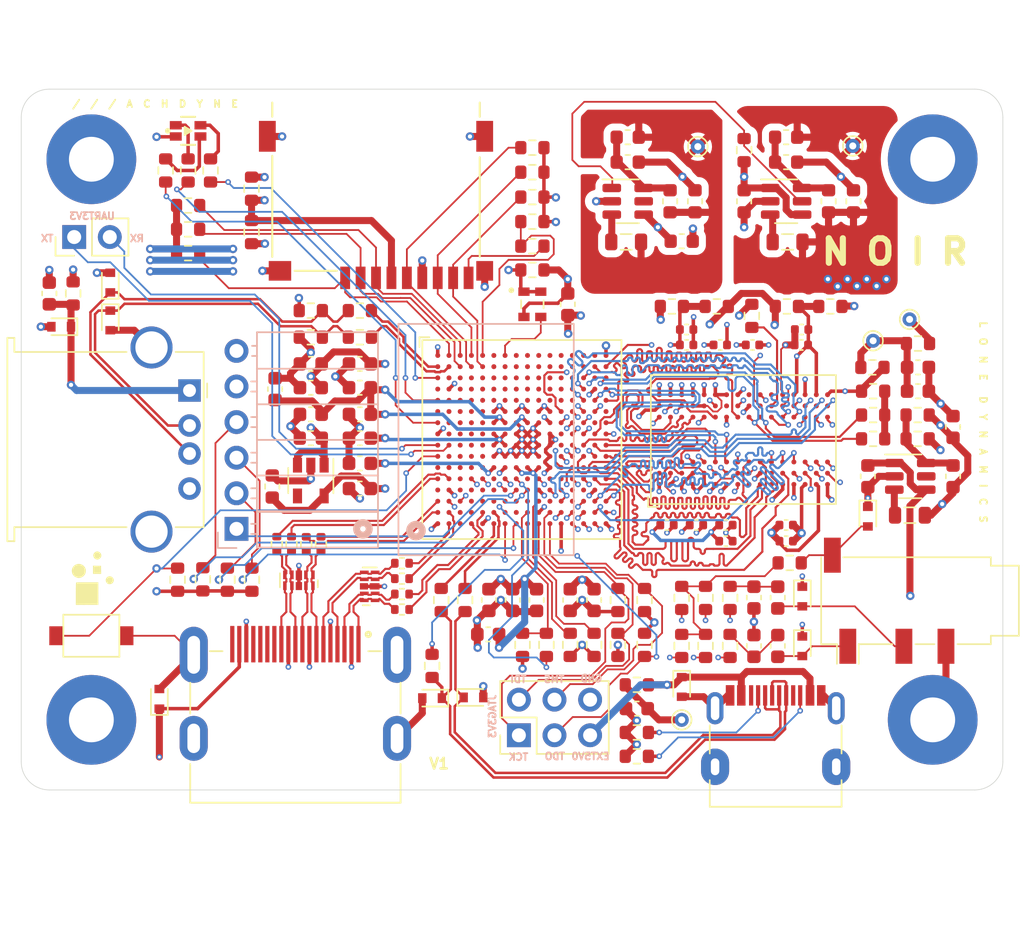
<source format=kicad_pcb>
(kicad_pcb (version 20211014) (generator pcbnew)
  (layers (0 "F.Cu" signal) (1 "In1.Cu" signal) (2 "In2.Cu" signal) (3 "In3.Cu" signal) (4 "In4.Cu" signal) (31 "B.Cu" signal) (34 "B.Paste" user) (35 "F.Paste" user) (36 "B.SilkS" user "B.Silkscreen") (37 "F.SilkS" user "F.Silkscreen") (38 "B.Mask" user) (39 "F.Mask" user) (44 "Edge.Cuts" user))
  (net 0 "")
  (net 1 "GND")
  (net 2 "/PWR5V0")
  (net 3 "Net-(L1-Pad1)")
  (net 4 "Net-(L2-Pad1)")
  (net 5 "Net-(J1-PadB5)")
  (net 6 "Net-(J1-PadA5)")
  (net 7 "/PWR2V5")
  (net 8 "/PWR1V1")
  (net 9 "/SD_DAT2")
  (net 10 "/USB1_DP")
  (net 22 "/CSPI_SCK")
  (net 23 "/CSPI_MISO")
  (net 24 "/CSPI_MOSI")
  (net 25 "/CSPI_SS")
  (net 33 "/JTAG_TCK")
  (net 34 "/JTAG_TDI")
  (net 35 "/JTAG_TDO")
  (net 36 "/JTAG_TMS")
  (net 37 "/USB1_DN")
  (net 40 "/INITN")
  (net 41 "/DONE")
  (net 43 "/SD_MOSI")
  (net 46 "/SD_SS")
  (net 47 "/SD_MISO")
  (net 48 "/SD_SCK")
  (net 50 "Net-(C16-Pad1)")
  (net 77 "/PWR3V3")
  (net 84 "/DRAM_VDD")
  (net 94 "/DRAM_VDDQ")
  (net 95 "Net-(C24-Pad1)")
  (net 99 "/DRAM_VREF")
  (net 104 "/PWR1V35")
  (net 106 "/USB0_CONN_DP")
  (net 107 "/USB0_CONN_DN")
  (net 108 "/USB1_CONN_DP")
  (net 109 "/SD_DAT1")
  (net 110 "/UART_TX")
  (net 111 "/USB1_CONN_DN")
  (net 114 "/USB0_DN")
  (net 115 "/USB0_DP")
  (net 116 "Net-(C37-Pad2)")
  (net 117 "Net-(C39-Pad1)")
  (net 118 "Net-(C40-Pad1)")
  (net 119 "Net-(C48-Pad2)")
  (net 120 "Net-(C49-Pad2)")
  (net 121 "Net-(L3-Pad1)")
  (net 122 "/DRAM_ZQ")
  (net 123 "/DRAM_CK_P")
  (net 124 "/LED_R")
  (net 125 "/LED_G")
  (net 128 "/LED_B")
  (net 129 "/CLK48")
  (net 132 "/DVI_D2_P")
  (net 133 "/DVI_D2_N")
  (net 134 "/DVI_D1_P")
  (net 135 "/DVI_D1_N")
  (net 136 "/DVI_D0_P")
  (net 137 "/DVI_D0_N")
  (net 138 "/DVI_CK_P")
  (net 139 "/DVI_CK_N")
  (net 142 "/USB0_DP_PU")
  (net 144 "/DRAM_DQ0")
  (net 145 "/DRAM_DQ1")
  (net 146 "/DRAM_DQ2")
  (net 147 "/DRAM_DQ3")
  (net 148 "/DRAM_DQ4")
  (net 149 "/DRAM_DQ5")
  (net 150 "/DRAM_DQ6")
  (net 151 "/DRAM_DQ7")
  (net 152 "/DRAM_CK_N")
  (net 153 "Net-(R40-Pad2)")
  (net 154 "/DRAM_A15")
  (net 155 "/DRAM_LDQS_P")
  (net 156 "/DRAM_LDQS_N")
  (net 158 "/DRAM_A10")
  (net 159 "/DRAM_A0")
  (net 160 "/DRAM_A1")
  (net 161 "/DRAM_A2")
  (net 162 "/DRAM_A3")
  (net 163 "/DRAM_A4")
  (net 164 "/DRAM_A5")
  (net 165 "/DRAM_A6")
  (net 166 "/DRAM_A7")
  (net 167 "/DRAM_A8")
  (net 168 "/DRAM_A9")
  (net 169 "/DRAM_A11")
  (net 170 "/DRAM_A12")
  (net 171 "/DRAM_CKE")
  (net 172 "/DRAM_LDM")
  (net 173 "/DRAM_DQ8")
  (net 174 "/DRAM_DQ9")
  (net 175 "/DRAM_DQ10")
  (net 176 "/DRAM_DQ11")
  (net 177 "/DRAM_DQ12")
  (net 178 "/DRAM_DQ13")
  (net 179 "/DRAM_DQ14")
  (net 180 "/DRAM_DQ15")
  (net 181 "/DRAM_UDQS_P")
  (net 182 "/PWR1V1EN")
  (net 183 "/DRAM_UDQS_N")
  (net 184 "/PROGRAMN")
  (net 185 "/RESET")
  (net 186 "/SD_CD")
  (net 198 "/DRAM_UDM")
  (net 199 "/DVIC_D2_P")
  (net 200 "/DVIC_D2_N")
  (net 201 "/DVIC_D1_P")
  (net 202 "/DVIC_D1_N")
  (net 203 "/DVIC_D0_P")
  (net 204 "/DVIC_D0_N")
  (net 205 "/DVIC_CK_P")
  (net 206 "/DVIC_CK_N")
  (net 210 "/CFG_1")
  (net 211 "/PWR5V0UF")
  (net 212 "Net-(D7-Pad2)")
  (net 213 "Net-(D7-Pad3)")
  (net 216 "/BTN")
  (net 220 "/AUDIO_LC")
  (net 221 "/AUDIO_RC")
  (net 222 "/DRAM_BA1")
  (net 223 "Net-(D7-Pad4)")
  (net 224 "/UART_RX")
  (net 225 "Net-(J4-Pad9)")
  (net 229 "/VIDEO_C")
  (net 230 "/AUDIO_L")
  (net 231 "/AUDIO_R")
  (net 232 "/VIDEO_D0")
  (net 234 "/VIDEO_D1")
  (net 235 "/VIDEO_D2")
  (net 236 "/VIDEO_D3")
  (net 238 "/DRAM_CS#")
  (net 241 "/DRAM_ODT")
  (net 243 "/DRAM_CAS#")
  (net 244 "/DRAM_RAS#")
  (net 245 "/DRAM_A14")
  (net 247 "/DRAM_WE#")
  (net 248 "/DRAM_BA2")
  (net 249 "/DRAM_A13")
  (net 250 "/DRAM_BA0")
  (net 251 "/DRAM_RESET#")
  (footprint "Capacitor_SMD:C_0603_1608Metric" (layer "F.Cu") (at 120.65 124.9 180)
    (fp_text reference "C46" hide)
    (fp_text value "4.7uF" hide)
  )
  (footprint "Capacitor_SMD:C_0603_1608Metric" (layer "F.Cu") (at 117.9 128.35 90)
    (fp_text reference "C50" hide)
    (fp_text value "4.7uF" hide)
  )
  (footprint "KC2016:OSC_KC2016Z13.5600C1KX00" (layer "F.Cu") (at 136.45 115.35)
    (fp_text reference "Y1" hide)
    (fp_text value "KC2016Z48" hide)
  )
  (footprint "Resistor_SMD:R_0603_1608Metric" (layer "F.Cu") (at 143.25 103.428 180)
    (fp_text reference "R55" hide)
    (fp_text value "100K" hide)
  )
  (footprint "TestPoint:TestPoint_THTPad_D1.0mm_Drill0.5mm" (layer "F.Cu") (at 148.25 104.1)
    (fp_text reference "TP4" hide)
    (fp_text value "TP_PWR1V1" hide)
  )
  (footprint "TestPoint:TestPoint_THTPad_D1.0mm_Drill0.5mm" (layer "F.Cu") (at 159.3 104.05)
    (fp_text reference "TP5" hide)
    (fp_text value "TP_PWR3V3" hide)
  )
  (footprint "Package_TO_SOT_SMD:SOT-23-6" (layer "F.Cu") (at 143.25 108)
    (fp_text reference "U6" hide)
    (fp_text value "TLV62568DDC" hide)
  )
  (footprint "Package_TO_SOT_SMD:SOT-23-6" (layer "F.Cu") (at 154.548 108)
    (fp_text reference "U7" hide)
    (fp_text value "TLV62568DDC" hide)
  )
  (footprint "Capacitor_SMD:C_0603_1608Metric" (layer "F.Cu") (at 147.1 110.85)
    (fp_text reference "C44" hide)
    (fp_text value "4.7uF" hide)
  )
  (footprint "Capacitor_SMD:C_0603_1608Metric" (layer "F.Cu") (at 151.55 108 -90)
    (fp_text reference "C45" hide)
    (fp_text value "4.7uF" hide)
  )
  (footprint "Capacitor_SMD:C_0603_1608Metric" (layer "F.Cu") (at 146.272 108 90)
    (fp_text reference "C48" hide)
    (fp_text value "10pF" hide)
  )
  (footprint "Capacitor_SMD:C_0603_1608Metric" (layer "F.Cu") (at 157.572 108 90)
    (fp_text reference "C49" hide)
    (fp_text value "10pF" hide)
  )
  (footprint "Capacitor_SMD:C_0603_1608Metric" (layer "F.Cu") (at 148.05 108 90)
    (fp_text reference "C52" hide)
    (fp_text value "10uF" hide)
  )
  (footprint "Capacitor_SMD:C_0603_1608Metric" (layer "F.Cu") (at 159.35 108 90)
    (fp_text reference "C53" hide)
    (fp_text value "10uF" hide)
  )
  (footprint "Resistor_SMD:R_0603_1608Metric" (layer "F.Cu") (at 154.548 105.206)
    (fp_text reference "R58" hide)
    (fp_text value "47K" hide)
  )
  (footprint "Resistor_SMD:R_0603_1608Metric" (layer "F.Cu") (at 154.548 103.428 180)
    (fp_text reference "R57" hide)
    (fp_text value "210K" hide)
  )
  (footprint "Resistor_SMD:R_0603_1608Metric" (layer "F.Cu") (at 143.25 105.206)
    (fp_text reference "R56" hide)
    (fp_text value "120K" hide)
  )
  (footprint "Package_TO_SOT_SMD:SOT-23-5" (layer "F.Cu") (at 120.65 127.925 -90)
    (fp_text reference "U8" hide)
    (fp_text value "TLV73325PDBV" hide)
  )
  (footprint "LD-LEDS:LED_RGB_0606_CHANZON" (layer "F.Cu") (at 111.9 102.975 90)
    (fp_text reference "D7" hide)
    (fp_text value "LED_RGB_ANODE" hide)
  )
  (footprint "LD-SDCARD:SDCARD" (layer "F.Cu") (at 125.3 102.9625 180)
    (fp_text reference "J4" hide)
    (fp_text value "MICROSD" hide)
  )
  (footprint "Connector_PinHeader_2.54mm:PinHeader_2x03_P2.54mm_Vertical" (layer "F.Cu") (at 135.4875 146.1 90)
    (fp_text reference "JTAG1" hide)
    (fp_text value "Conn_02x03_Top_Bottom" hide)
  )
  (footprint "Capacitor_SMD:C_0603_1608Metric" (layer "F.Cu") (at 118.1 121.4 90)
    (fp_text reference "C51" hide)
    (fp_text value "22uF" hide)
  )
  (footprint "Resistor_SMD:R_0603_1608Metric" (layer "F.Cu") (at 129.3 141.15 -90)
    (fp_text reference "R6" hide)
    (fp_text value "1K5" hide)
  )
  (footprint "Resistor_SMD:R_0402_1005Metric" (layer "F.Cu") (at 121.375 132.45 -90)
    (fp_text reference "R50" hide)
    (fp_text value "270R" hide)
  )
  (footprint "Capacitor_SMD:C_0603_1608Metric" (layer "F.Cu") (at 143.9 144.2 180)
    (fp_text reference "C15" hide)
    (fp_text value "4.7uF" hide)
  )
  (footprint "Resistor_SMD:R_0603_1608Metric" (layer "F.Cu") (at 163.925 124.95)
    (fp_text reference "R35" hide)
    (fp_text value "120K" hide)
  )
  (footprint "Resistor_SMD:R_0603_1608Metric" (layer "F.Cu") (at 142.55 136.45 -90)
    (fp_text reference "R33" hide)
    (fp_text value "4K7" hide)
  )
  (footprint "Resistor_SMD:R_0603_1608Metric" (layer "F.Cu") (at 124.15 115.8)
    (fp_text reference "R13" hide)
    (fp_text value "22R" hide)
  )
  (footprint "Resistor_SMD:R_0603_1608Metric" (layer "F.Cu") (at 148.8 139.725 90)
    (fp_text reference "R43" hide)
    (fp_text value "2K" hide)
  )
  (footprint "Resistor_SMD:R_0603_1608Metric" (layer "F.Cu") (at 111.9 110)
    (fp_text reference "R23" hide)
    (fp_text value "20K" hide)
  )
  (footprint "Resistor_SMD:R_0603_1608Metric" (layer "F.Cu") (at 124.15 117.7)
    (fp_text reference "R14" hide)
    (fp_text value "22R" hide)
  )
  (footprint "Resistor_SMD:R_0603_1608Metric" (layer "F.Cu") (at 157.7 115.5)
    (fp_text reference "C27" hide)
    (fp_text value "22uF" hide)
  )
  (footprint "Resistor_SMD:R_0603_1608Metric" (layer "F.Cu") (at 144.45 139.65 -90)
    (fp_text reference "R31" hide)
    (fp_text value "4K7" hide)
  )
  (footprint "Resistor_SMD:R_0603_1608Metric" (layer "F.Cu") (at 136.45 111.2)
    (fp_text reference "R30" hide)
    (fp_text value "100R" hide)
  )
  (footprint "Capacitor_SMD:C_0603_1608Metric" (layer "F.Cu") (at 152.25 139.725 90)
    (fp_text reference "C39" hide)
    (fp_text value "100nF" hide)
  )
  (footprint "Package_DFN_QFN:Diodes_UDFN-10_1.0x2.5mm_P0.5mm" (layer "F.Cu") (at 119.8 135.04 -90)
    (fp_text reference "U4" hide)
    (fp_text value "ESD3V3" hide)
  )
  (footprint "Resistor_SMD:R_0603_1608Metric" (layer "F.Cu") (at 146.4 115.5 180)
    (fp_text reference "C21" hide)
    (fp_text value "22uF" hide)
  )
  (footprint "Resistor_SMD:R_0603_1608Metric" (layer "F.Cu") (at 140.85 139.65 90)
    (fp_text reference "R1" hide)
    (fp_text value "4K7" hide)
  )
  (footprint "Resistor_SMD:R_0603_1608Metric" (layer "F.Cu") (at 154.8 133.8)
    (fp_text reference "R45" hide)
    (fp_text value "33R" hide)
  )
  (footprint "LD-LOGO:ld-kicad" (layer "F.Cu") (at 104.95 134.95)
    (fp_text reference "G***" hide)
    (fp_text value "LOGO" hide)
  )
  (footprint "Resistor_SMD:R_0603_1608Metric" (layer "F.Cu") (at 160.75 121.55 180)
    (fp_text reference "C24" hide)
    (fp_text value "100nF" hide)
  )
  (footprint "Capacitor_SMD:C_0402_1005Metric" (layer "F.Cu") (at 155.65 117.15 180)
    (fp_text reference "C25" hide)
    (fp_text value "1uF" hide)
  )
  (footprint "Resistor_SMD:R_0603_1608Metric" (layer "F.Cu") (at 114.7 135 90)
    (fp_text reference "R11" hide)
    (fp_text value "10K" hide)
  )
  (footprint "Resistor_SMD:R_0603_1608Metric" (layer "F.Cu") (at 147.1 139.725 90)
    (fp_text reference "R41" hide)
    (fp_text value "536R" hide)
  )
  (footprint "Resistor_SMD:R_0603_1608Metric" (layer "F.Cu") (at 103.7 114.575 -90)
    (fp_text reference "FB2" hide)
    (fp_text value "Ferrite_Bead" hide)
  )
  (footprint "Capacitor_SMD:C_0603_1608Metric" (layer "F.Cu") (at 153.95 139.725 90)
    (fp_text reference "C41" hide)
    (fp_text value "10uF" hide)
  )
  (footprint "Capacitor_SMD:C_0402_1005Metric" (layer "F.Cu") (at 155.63 118.25 180)
    (fp_text reference "C18" hide)
    (fp_text value "100nF" hide)
  )
  (footprint "Resistor_SMD:R_0603_1608Metric" (layer "F.Cu") (at 136.45 107.7 180)
    (fp_text reference "R25" hide)
    (fp_text value "20K" hide)
  )
  (footprint "Capacitor_SMD:C_0603_1608Metric" (layer "F.Cu") (at 102 114.575 90)
    (fp_text reference "C16" hide)
    (fp_text value "10uF" hide)
  )
  (footprint "Diode_SMD:D_SOD-523" (layer "F.Cu") (at 155.7 139.75 -90)
    (fp_text reference "D9" hide)
    (fp_text value "ESD3V3BI" hide)
  )
  (footprint "Diode_SMD:D_SOD-523" (layer "F.Cu") (at 132.25 143.4)
    (fp_text reference "D2" hide)
    (fp_text value "ESD5V" hide)
  )
  (footprint "Diode_SMD:D_SOD-523" (layer "F.Cu") (at 129.3 143.45 180)
    (fp_text reference "D1" hide)
    (fp_text value "ESD5V" hide)
  )
  (footprint "Connector_USB:USB_A_Stewart_SS-52100-001_Horizontal" (layer "F.Cu") (at 112 121.5 -90)
    (fp_text reference "J2" hide)
    (fp_text value "USB_A" hide)
  )
  (footprint "Resistor_SMD:R_0603_1608Metric" (layer "F.Cu") (at 131.65 136.45 90)
    (fp_text reference "R8" hide)
    (fp_text value "22R" hide)
  )
  (footprint "Resistor_SMD:R_0402_1005Metric" (layer "F.Cu") (at 127.15 134.925 180)
    (fp_text reference "R48" hide)
    (fp_text value "270R" hide)
  )
  (footprint "Resistor_SMD:R_0603_1608Metric" (layer "F.Cu") (at 163.925 123.25 180)
    (fp_text reference "R34" hide)
    (fp_text value "150K" hide)
  )
  (footprint "Resistor_SMD:R_0603_1608Metric" (layer "F.Cu") (at 136.45 109.45 180)
    (fp_text reference "R24" hide)
    (fp_text value "20K" hide)
  )
  (footprint "Capacitor_SMD:C_0402_1005Metric" (layer "F.Cu") (at 150.25 131.1)
    (fp_text reference "C28" hide)
    (fp_text value "100nF" hide)
  )
  (footprint "Resistor_SMD:R_0603_1608Metric" (layer "F.Cu") (at 120.65 115.8 180)
    (fp_text reference "R15" hide)
    (fp_text value "15K" hide)
  )
  (footprint "Resistor_SMD:R_0603_1608Metric" (layer "F.Cu") (at 150.55 136.3 90)
    (fp_text reference "R39" hide)
    (fp_text value "100R" hide)
  )
  (footprint "Capacitor_SMD:C_0603_1608Metric" (layer "F.Cu") (at 152.25 136.275 -90)
    (fp_text reference "C40" hide)
    (fp_text value "100nF" hide)
  )
  (footprint "Capacitor_SMD:C_0603_1608Metric" (layer "F.Cu") (at 135.05 136.45 90)
    (fp_text reference "C3" hide)
    (fp_text value "220nF" hide)
  )
  (footprint "Resistor_SMD:R_0603_1608Metric" (layer "F.Cu") (at 136.45 112.9)
    (fp_text reference "C43" hide)
    (fp_text value "100nF" hide)
  )
  (footprint "Resistor_SMD:R_0603_1608Metric" (layer "F.Cu") (at 151.55 104.35 90)
    (fp_text reference "R54" hide)
    (fp_text value "1K5" hide)
  )
  (footprint "Resistor_SMD:R_0603_1608Metric" (layer "F.Cu") (at 111.9 111.7)
    (fp_text reference "R26" hide)
    (fp_text value "20K" hide)
  )
  (footprint "Inductor_SMD:L_0805_2012Metric" (layer "F.Cu") (at 143.1375 110.9)
    (fp_text reference "L2" hide)
    (fp_text value "INDUCTOR" hide)
  )
  (footprint "MountingHole:MountingHole_3.2mm_M3_Pad" (layer "F.Cu") (at 105 145)
    (fp_text reference "H3" hide)
    (fp_text value "MountingHole_Pad" hide)
  )
  (footprint "MountingHole:MountingHole_3.2mm_M3_Pad" (layer "F.Cu") (at 105 105)
    (fp_text reference "H1" hide)
    (fp_text value "MountingHole_Pad" hide)
  )
  (footprint "Capacitor_SMD:C_0603_1608Metric" (layer "F.Cu") (at 160.375 127.625 -90)
    (fp_text reference "C36" hide)
    (fp_text value "4.7uF" hide)
  )
  (footprint "Capacitor_SMD:C_0603_1608Metric" (layer "F.Cu") (at 166.45 127.625 90)
    (fp_text reference "C37" hide)
    (fp_text value "10pF" hide)
  )
  (footprint "MountingHole:MountingHole_3.2mm_M3_Pad" (layer "F.Cu") (at 165 145)
    (fp_text reference "H4" hide)
    (fp_text value "MountingHole_Pad" hide)
  )
  (footprint "LD-HDMI:HDMI_TE_1827059-3-FIXED" (layer "F.Cu") (at 119.55 144.6)
    (fp_text reference "J5" hide)
    (fp_text value "DDMI_A" hide)
  )
  (footprint "Capacitor_SMD:C_0603_1608Metric" (layer "F.Cu") (at 163.95 119.85)
    (fp_text reference "C34" hide)
    (fp_text value "100nF" hide)
  )
  (footprint "Resistor_SMD:R_0603_1608Metric" (layer "F.Cu") (at 144.45 136.45 90)
    (fp_text reference "R32" hide)
    (fp_text value "4K7" hide)
  )
  (footprint "Package_TO_SOT_SMD:SOT-23-6" (layer "F.Cu") (at 163.4 127.625)
    (fp_text reference "U3" hide)
    (fp_text value "TLV62568DDC" hide)
  )
  (footprint "Resistor_SMD:R_0603_1608Metric" (layer "F.Cu") (at 160.7 119.85)
    (fp_text reference "R29" hide)
    (fp_text value "1K" hide)
  )
  (footprint "MountingHole:MountingHole_3.2mm_M3_Pad" (layer "F.Cu") (at 165 105)
    (fp_text reference "H2" hide)
    (fp_text value "MountingHole_Pad" hide)
  )
  (footprint "Diode_SMD:D_SOD-523" (layer "F.Cu") (at 160.375 130.5 -90)
    (fp_text reference "D10" hide)
    (fp_text value "ESD3V3BI" hide)
  )
  (footprint "TestPoint:TestPoint_THTPad_D1.0mm_Drill0.5mm" (layer "F.Cu") (at 160.75 117.95)
    (fp_text reference "TP2" hide)
    (fp_text value "TP_DRAM_VREF" hide)
  )
  (footprint "Resistor_SMD:R_0402_1005Metric" (layer "F.Cu") (at 127.15 133.825 180)
    (fp_text reference "R49" hide)
    (fp_text value "270R" hide)
  )
  (footprint "Capacitor_SMD:C_0402_1005Metric" (layer "F.Cu") (at 154.55 132.25)
    (fp_text reference "C23" hide)
    (fp_text value "1uF" hide)
  )
  (footprint "Capacitor_SMD:C_0603_1608Metric" (layer "F.Cu") (at 139.15 136.45 90)
    (fp_text reference "C1" hide)
    (fp_text value "220nF" hide)
  )
  (footprint "Capacitor_SMD:C_0603_1608Metric" (layer "F.Cu") (at 124.15 126.7)
    (fp_text reference "C9" hide)
    (fp_text value "220nF" hide)
  )
  (footprint "Capacitor_SMD:C_0603_1608Metric" (layer "F.Cu") (at 133.35 136.45 90)
    (fp_text reference "C13" hide)
    (fp_text value "1uF" hide)
  )
  (footprint "Resistor_SMD:R_0603_1608Metric" (layer "F.Cu") (at 143.9 147.6 180)
    (fp_text reference "R10" hide)
    (fp_text value "5K1" hide)
  )
  (footprint "Resistor_SMD:R_0603_1608Metric" (layer "F.Cu") (at 139.15 139.65 90)
    (fp_text reference "R2" hide)
    (fp_text value "4K7" hide)
  )
  (footprint "Capacitor_SMD:C_0603_1608Metric" (layer "F.Cu") (at 163.95 121.55)
    (fp_text reference "C35" hide)
    (fp_text value "1uF" hide)
  )
  (footprint "Resistor_SMD:R_0603_1608Metric" (layer "F.Cu") (at 149.6 115.5)
    (fp_text reference "FB3" hide)
    (fp_text value "FerriteBead_Small" hide)
  )
  (footprint "Resistor_SMD:R_0603_1608Metric" (layer "F.Cu") (at 147.1 136.3 90)
    (fp_text reference "R40" hide)
    (fp_text value "270R" hide)
  )
  (footprint "Capacitor_SMD:C_0402_1005Metric" (layer "F.Cu") (at 147.45 117.15)
    (fp_text reference "C19" hide)
    (fp_text value "1uF" hide)
  )
  (footprint "Capacitor_SMD:C_0603_1608Metric" (layer "F.Cu") (at 120.65 121.3)
    (fp_text reference "C8" hide)
    (fp_text value "1uF" hide)
  )
  (footprint "Diode_SMD:D_SOD-523" (layer "F.Cu") (at 155.7 136.2 -90)
    (fp_text reference "D8" hide)
    (fp_text value "ESD3V3BI" hide)
  )
  (footprint "Inductor_SMD:L_0805_2012Metric" (layer "F.Cu") (at 154.65 110.9)
    (fp_text reference "L3" hide)
    (fp_text value "INDUCTOR" hide)
  )
  (footprint "Diode_SMD:D_SOD-523" (layer "F.Cu") (at 106.35 113.8 90)
    (fp_text reference "D4" hide)
    (fp_text value "ESD5V" hide)
  )
  (footprint "Capacitor_SMD:C_0603_1608Metric" (layer "F.Cu") (at 124.15 123.2)
    (fp_text reference "C12" hide)
    (fp_text value "220nF" hide)
  )
  (footprint "Package_BGA:BGA-96_9.0x13.0mm_Layout2x3x16_P0.8mm" (layer "F.Cu") (at 151.5 125 90)
    (fp_text reference "U2" hide)
    (fp_text value "MT41K64M16TW-107_J-TR" hide)
  )
  (footprint "Resistor_SMD:R_0603_1608Metric" (layer "F.Cu") (at 116.425 110.2 -90)
    (fp_text reference "C33" hide)
    (fp_text value "100nF" hide)
  )
  (footprint "Capacitor_SMD:C_0603_1608Metric" (layer "F.Cu") (at 124.15 121.3)
    (fp_text reference "C10" hide)
    (fp_text value "220nF" hide)
  )
  (footprint "Resistor_SMD:R_0603_1608Metric" (layer "F.Cu") (at 148.8 136.3 90)
    (fp_text reference "R42" hide)
    (fp_text value "1K" hide)
  )
  (footprint "Capacitor_SMD:C_0402_1005Metric" (layer "F.Cu") (at 147.45 118.25)
    (fp_text reference "C29" hide)
    (fp_text value "100nF" hide)
  )
  (footprint "Resistor_SMD:R_0603_1608Metric" (layer "F.Cu") (at 137.45 139.65 90)
    (fp_text reference "R9" hide)
    (fp_text value "51R" hide)
  )
  (footprint "Capacitor_SMD:C_0402_1005Metric" (layer "F.Cu") (at 152.15 118.25)
    (fp_text reference "C30" hide)
    (fp_text value "100nF" hide)
  )
  (footprint "Resistor_SMD:R_0603_1608Metric" (layer "F.Cu") (at 143.9 142.5)
    (fp_text reference "FB1" hide)
    (fp_text value "Ferrite_Bead" hide)
  )
  (footprint "Resistor_SMD:R_0603_1608Metric" (layer "F.Cu") (at 136.45 105.925 180)
    (fp_text reference "R20" hide)
    (fp_text value "20K" hide)
  )
  (footprint "Capacitor_SMD:C_0603_1608Metric" (layer "F.Cu") (at 124.15 128.5)
    (fp_text reference "C4" hide)
    (fp_text value "220nF" hide)
  )
  (footprint "Capacitor_SMD:C_0603_1608Metric" (layer "F.Cu") (at 120.65 119.6 180)
    (fp_text reference "C54" hide)
    (fp_text value "22uF" hide)
  )
  (footprint "Capacitor_SMD:C_0402_1005Metric" (layer "F.Cu") (at 154.55 131.1)
    (fp_text reference "C17" hide)
    (fp_text value "100nF" hide)
  )
  (footprint "Resistor_SMD:R_0603_1608Metric" (layer "F.Cu") (at 136.45 104.175 180)
    (fp_text reference "R21" hide)
    (fp_text value "20K" hide)
  )
  (footprint "Resistor_SMD:R_0603_1608Metric" (layer "F.Cu") (at 150.55 139.725 90)
    (fp_text reference "R38" hide)
    (fp_text value "100R" hide)
  )
  (footprint "Resistor_SMD:R_0603_1608Metric" (layer "F.Cu") (at 129.95 136.45 90)
    (fp_text reference "R7" hide)
    (fp_text value "22R" hide)
  )
  (footprint "Capacitor_SMD:C_0603_1608Metric" (layer "F.Cu") (at 153.95 136.275 90)
    (fp_text reference "C42" hide)
    (fp_text value "10uF" hide)
  )
  (footprint "Resistor_SMD:R_0603_1608Metric" (layer "F.Cu") (at 160.75 123.25 180)
    (fp_text reference "R19" hide)
    (fp_text value "51R" hide)
  )
  (footprint "Resistor_SMD:R_0603_1608Metric" (layer "F.Cu") (at 142.55 139.65 90)
    (fp_text reference "R27" hide)
    (fp_text value "4K7" hide)
  )
  (footprint "Resistor_SMD:R_0603_1608Metric" (layer "F.Cu") (at 152.1 116.175 90)
    (fp_text reference "R17" hide)
    (fp_text value "240R" hide)
  )
  (footprint "Capacitor_SMD:C_0603_1608Metric" (layer "F.Cu") (at 140.85 136.45 90)
    (fp_text reference "C11" hide)
    (fp_text value "1uF" hide)
  )
  (footprint "Package_BGA:BGA-256_14.0x14.0mm_Layout16x16_P0.8mm_Ball0.45mm_Pad0.32mm_NSMD" (layer "F.Cu") (at 135.703355 125)
    (fp_text reference "U1" hide)
    (fp_text value "Lattice_ECP_FPGA_ECP5U_45_CABGA256" hide)
  )
  (footprint "LD-SWITCH:Button_2P_3x4mm" (layer "F.Cu") (at 105 139)
    (fp_text reference "SW1" hide)
    (fp_text value "SW_Push" hide)
  )
  (footprint "Diode_SMD:D_SOD-523" (layer "F.Cu") (at 109.85 143.5 90)
    (fp_text reference "D11" hide)
    (fp_text value "ESD5V" hide)
  )
  (footprint "Diode_SMD:D_SOD-523" (layer "F.Cu") (at 106.35 116.5 -90)
    (fp_text reference "D5" hide)
    (fp_text value "ESD5V" hide)
  )
  (footprint "Resistor_SMD:R_0603_1608Metric" (layer "F.Cu") (at 116.45 135 90)
    (fp_text reference "R12" hide)
    (fp_text value "10K" hide)
  )
  (footprint "Connector_Audio:Jack_3.5mm_PJ320D_Horizontal" (layer "F.Cu") (at 162.77 136.5 180)
    (fp_text reference "J6" hide)
    (fp_text value "AudioJack4" hide)
  )
  (footprint "TestPoint:TestPoint_THTPad_D1.0mm_Drill0.5mm" (layer "F.Cu") (at 163.35 116.425)
    (fp_text reference "TP3" hide)
    (fp_text value "TP_PWR1V35" hide)
  )
  (footprint "Diode_SMD:D_SOD-523" (layer "F.Cu") (at 147.1 142.65 -90)
    (fp_text reference "D3" hide)
    (fp_text value "ESD5V" hide)
  )
  (footprint "Resistor_SMD:R_0603_1608Metric" (layer "F.Cu") (at 111.15 135 90)
    (fp_text reference "R59" hide)
    (fp_text value "10K" hide)
  )
  (footprint "Resistor_SMD:R_0603_1608Metric" (layer "F.Cu") (at 120.65 117.7 180)
    (fp_text reference "R16" hide)
    (fp_text value "15K" hide)
  )
  (footprint "Resistor_SMD:R_0402_1005Metric" (layer "F.Cu") (at 127.15 137.125 180)
    (fp_text reference "R46" hide)
    (fp_text value "270R" hide)
  )
  (footprint "Resistor_SMD:R_0402_1005Metric" (layer "F.Cu") (at 120.325 132.45 -90)
    (fp_text reference "R51" hide)
    (fp_text value "270R" hide)
  )
  (footprint "Capacitor_SMD:C_0402_1005Metric" (layer "F.Cu") (at 150.25 132.25)
    (fp_text reference "C31" hide)
    (fp_text value "1uF" hide)
  )
  (footprint "Capacitor_SMD:C_0603_1608Metric" (layer "F.Cu") (at 120.65 123.2)
    (fp_text reference "C14" hide)
    (fp_text value "1uF" hide)
  )
  (footprint "Resistor_SMD:R_0603_1608Metric" (layer "F.Cu") (at 154.6 115.5 180)
    (fp_text reference "FB4" hide)
    (fp_text value "FerriteBead_Small" hide)
  )
  (footprint "Connector_PinHeader_2.54mm:PinHeader_1x02_P2.54mm_Vertical" (layer "F.Cu") (at 103.775 110.55 90)
    (fp_text reference "J3" hide)
    (fp_text value "UART" hide)
  )
  (footprint "Resistor_SMD:R_0603_1608Metric" (layer "F.Cu") (at 163.95 118.15 180)
    (fp_text reference "R28" hide)
    (fp_text value "1K" hide)
  )
  (footprint "LD-CONNECTORS:USB_C_Receptacle_HRO_TYPE-C-31-M-12-BIG-PADS" (layer "F.Cu") (at 153.8 147.3)
    (fp_text reference "J1" hide)
    (fp_text value "TYPE-C-31-M-12-FIXED" hide)
  )
  (footprint "Resistor_SMD:R_0603_1608Metric" (layer "F.Cu") (at 111.9 105.8 -90)
    (fp_text reference "R44" hide)
    (fp_text value "536R" hide)
  )
  (footprint "TestPoint:TestPoint_THTPad_D1.0mm_Drill0.5mm" (layer "F.Cu") (at 147.1 145)
    (fp_text reference "TP1" hide)
    (fp_text value "TP_PWR5V0" hide)
  )
  (footprint "Diode_SMD:D_SOD-523" (layer "F.Cu") (at 102.85 116.95 180)
    (fp_text reference "D6" hide)
    (fp_text value "ESD5V" hide)
  )
  (footprint "Inductor_SMD:L_0805_2012Metric" (layer "F.Cu") (at 163.375 130.4)
    (fp_text reference "L1" hide)
    (fp_text value "INDUCTOR" hide)
  )
  (footprint "Resistor_SMD:R_0603_1608Metric" (layer "F.Cu") (at 143.9 145.9 180)
    (fp_text reference "R5" hide)
    (fp_text value "5K1" hide)
  )
  (footprint "Resistor_SMD:R_0603_1608Metric" (layer "F.Cu") (at 116.425 107.1 90)
    (fp_text reference "C32" hide)
    (fp_text value "10uF" hide)
  )
  (footprint "Resistor_SMD:R_0402_1005Metric" (layer "F.Cu") (at 127.15 136.025 180)
    (fp_text reference "R47" hide)
    (fp_text value "270R" hide)
  )
  (footprint "Resistor_SMD:R_0603_1608Metric" (layer "F.Cu") (at 113.5 105.8 -90)
    (fp_text reference "R37" hide)
    (fp_text value "536R" hide)
  )
  (footprint "Capacitor_SMD:C_0402_1005Metric" (layer "F.Cu") (at 146.05 131.1)
    (fp_text reference "C26" hide)
    (fp_text value "100nF" hide)
  )
  (footprint "Capacitor_SMD:C_0603_1608Metric" (layer "F.Cu") (at 166.45 124.1 90)
    (fp_text reference "C38" hide)
    (fp_text value "10uF" hide)
  )
  (footprint "Capacitor_SMD:C_0603_1608Metric" (layer "F.Cu") (at 133.3 138.9 180)
    (fp_text reference "C47" hide)
    (fp_text value "22uF" hide)
  )
  (footprint "Resistor_SMD:R_0603_1608Metric" (layer "F.Cu") (at 135.75 139.65 90)
    (fp_text reference "R3" hide)
    (fp_text value "4K7" hide)
  )
  (footprint "Resistor_SMD:R_0603_1608Metric" (layer "F.Cu") (at 160.75 124.95 180)
    (fp_text reference "R18" hide)
    (fp_text value "51R" hide)
  )
  (footprint "Capacitor_SMD:C_0603_1608Metric" (layer "F.Cu") (at 124.15 119.6)
    (fp_text reference "C6" hide)
    (fp_text value "220nF" hide)
  )
  (footprint "Capacitor_SMD:C_0603_1608Metric" (layer "F.Cu") (at 138.975 115.35 -90)
    (fp_text reference "C7" hide)
    (fp_text value "220nF" hide)
  )
  (footprint "Capacitor_SMD:C_0402_1005Metric" (layer "F.Cu") (at 149.85 118.25)
    (fp_text reference "C22" hide)
    (fp_text value "100nF" hide)
  )
  (footprint "Capacitor_SMD:C_0402_1005Metric" (layer "F.Cu") (at 148.15 131.1)
    (fp_text reference "C20" hide)
    (fp_text value "100nF" hide)
  )
  (footprint "Resistor_SMD:R_0603_1608Metric" (layer "F.Cu") (at 111.9 108.3)
    (fp_text reference "R22" hide)
    (fp_text value "20K" hide)
  )
  (footprint "Capacitor_SMD:C_0603_1608Metric" (layer "F.Cu") (at 136.75 136.45 90)
    (fp_text reference "C5" hide)
    (fp_text value "220nF" hide)
  )
  (footprint "Package_DFN_QFN:Diodes_UDFN-10_1.0x2.5mm_P0.5mm" (layer "F.Cu") (at 124.85 135.475 180)
    (fp_text reference "U5" hide)
    (fp_text value "ESD3V3" hide)
  )
  (footprint "Resistor_SMD:R_0402_1005Metric" (layer "F.Cu") (at 119.275 132.44 -90)
    (fp_text reference "R52" hide)
    (fp_text value "270R" hide)
  )
  (footprint "Resistor_SMD:R_0402_1005Metric" (layer "F.Cu") (at 118.225 132.44 -90)
    (fp_text reference "R53" hide)
    (fp_text value "270R" hide)
  )
  (footprint "Resistor_SMD:R_0603_1608Metric" (layer "F.Cu") (at 110.3 105.8 -90)
    (fp_text reference "R36" hide)
    (fp_text value "536R" hide)
  )
  (footprint "Capacitor_SMD:C_0603_1608Metric" (layer "F.Cu") (at 124.15 124.9)
    (fp_text reference "C2" hide)
    (fp_text value "220nF" hide)
  )
  (footprint "Resistor_SMD:R_0603_1608Metric" (layer "F.Cu") (at 112.95 134.975 90)
    (fp_text reference "R4" hide)
    (fp_text value "1K" hide)
  )
  (footprint "LD-MODULES:MMOD_Host_Socket" (layer "B.Cu") (at 115.35 118.675 180)
    (fp_text reference "MMOD1" hide)
    (fp_text value "PMOD-Device-x1-Type-2-SPI" hide)
  )
  (footprint "LD-MODULES:LD-MMOD" (layer "B.Cu") (at 133.15 125 180)
    (fp_text reference "REF**" hide)
    (fp_text value "LD-MMOD" hide)
  )
  (gr_arc (start 100 102) (mid 100.585786 100.585786) (end 102 100) (layer "Edge.Cuts") (width 0.05))
  (gr_arc (start 168 100) (mid 169.414214 100.585786) (end 170 102) (layer "Edge.Cuts") (width 0.05))
  (gr_arc (start 102 150) (mid 100.585786 149.414214) (end 100 148) (layer "Edge.Cuts") (width 0.05))
  (gr_arc (start 170 148) (mid 169.414214 149.414214) (end 168 150) (layer "Edge.Cuts") (width 0.05))
  (gr_line (start 100 102) (end 100 148) (layer "Edge.Cuts") (width 0.05))
  (gr_line (start 102 150) (end 168 150) (layer "Edge.Cuts") (width 0.05))
  (gr_line (start 102 100) (end 168 100) (layer "Edge.Cuts") (width 0.05))
  (gr_line (start 170 102) (end 170 148) (layer "Edge.Cuts") (width 0.05))
  (gr_text "TDO" (at 138.05 147.6) (layer "B.SilkS") (effects (font (size 0.5 0.5) (thickness 0.125)) (justify mirror)))
  (gr_text "TX" (at 101.85 110.65) (layer "B.SilkS") (effects (font (size 0.5 0.5) (thickness 0.125)) (justify mirror)))
  (gr_text "TDI" (at 135.45 142.1) (layer "B.SilkS") (effects (font (size 0.5 0.5) (thickness 0.125)) (justify mirror)))
  (gr_text "RX" (at 108.25 110.65) (layer "B.SilkS") (effects (font (size 0.5 0.5) (thickness 0.125)) (justify mirror)))
  (gr_text "JTAG3V3" (at 133.6 144.75 90) (layer "B.SilkS") (effects (font (size 0.5 0.5) (thickness 0.125)) (justify mirror)))
  (gr_text "EXT5V0" (at 140.6 147.6) (layer "B.SilkS") (effects (font (size 0.5 0.5) (thickness 0.125)) (justify mirror)))
  (gr_text "TCK" (at 135.45 147.65) (layer "B.SilkS") (effects (font (size 0.5 0.5) (thickness 0.125)) (justify mirror)))
  (gr_text "UART3V3" (at 105.05 109.05) (layer "B.SilkS") (effects (font (size 0.5 0.5) (thickness 0.125)) (justify mirror)))
  (gr_text "TMS" (at 138 142.1) (layer "B.SilkS") (effects (font (size 0.5 0.5) (thickness 0.125)) (justify mirror)))
  (gr_text "GND" (at 140.65 142.05) (layer "B.SilkS") (effects (font (size 0.5 0.5) (thickness 0.125)) (justify mirror)))
  (gr_text "N O I R" (at 162.3 111.6) (layer "F.SilkS") (effects (font (size 1.75 1.75) (thickness 0.4375))))
  (gr_text "/  /  /  A  C  H  D  Y  N  E" (at 109.55 101.05) (layer "F.SilkS") (effects (font (size 0.5 0.5) (thickness 0.125))))
  (gr_text "L  O  N  E   D  Y  N  A  M  I  C  S" (at 168.6 123.75 270) (layer "F.SilkS") (effects (font (size 0.5 0.5) (thickness 0.125))))
  (gr_text "V1" (at 129.8 148.125) (layer "F.SilkS") (effects (font (size 0.75 0.75) (thickness 0.1875))))
  (segment (start 161.15 127.625) (end 160.375 128.4) (width 0.5) (layer "F.Cu") (net 1))
  (segment (start 134.175 136.45) (end 133.35 137.275) (width 0.5) (layer "F.Cu") (net 1))
  (segment (start 116.05 137.975) (end 116.05 139.6) (width 0.25) (layer "F.Cu") (net 1))
  (segment (start 157.5 129) (end 157.8 129.3) (width 0.25) (layer "F.Cu") (net 1))
  (segment (start 148.63 131.1) (end 148.63 131.17) (width 0.25) (layer "F.Cu") (net 1))
  (segment (start 135.702637 125.799282) (end 135.702637 125.800718) (width 0.25) (layer "F.Cu") (net 1))
  (segment (start 137.3 129.803355) (end 136.903355 130.2) (width 0.25) (layer "F.Cu") (net 1))
  (segment (start 146.3 126.6) (end 146.547487 126.6) (width 0.125) (layer "F.Cu") (net 1))
  (segment (start 146.53 131.17) (end 146.05 131.65) (width 0.25) (layer "F.Cu") (net 1))
  (segment (start 142.1125 108) (end 141 108) (width 0.5) (layer "F.Cu") (net 1))
  (segment (start 110.94 139) (end 107.5 139) (width 0.125) (layer "F.Cu") (net 1))
  (segment (start 123.375 124.9) (end 123.375 126.7) (width 0.5) (layer "F.Cu") (net 1))
  (segment (start 146.106 105.206) (end 147.15 106.25) (width 0.5) (layer "F.Cu") (net 1))
  (segment (start 135.304073 123.8) (end 135.703355 124.199282) (width 0.25) (layer "F.Cu") (net 1))
  (segment (start 151.9 122.6) (end 151.9 122.65) (width 0.25) (layer "F.Cu") (net 1))
  (segment (start 150.3 128.2) (end 150.3 128.3) (width 0.25) (layer "F.Cu") (net 1))
  (segment (start 134.2 136.45) (end 134.175 136.45) (width 0.5) (layer "F.Cu") (net 1))
  (segment (start 150.395 143.255) (end 149.48 144.17) (width 0.5) (layer "F.Cu") (net 1))
  (segment (start 159.35 107.15) (end 158.45 106.25) (width 0.5) (layer "F.Cu") (net 1))
  (segment (start 135.05 137.275) (end 136.75 137.275) (width 0.5) (layer "F.Cu") (net 1))
  (segment (start 102 113.8) (end 102 112.9) (width 0.5) (layer "F.Cu") (net 1))
  (segment (start 158.55 115.475) (end 158.525 115.5) (width 0.5) (layer "F.Cu") (net 1))
  (segment (start 150.25 131.65) (end 150.25 131.77) (width 0.25) (layer "F.Cu") (net 1))
  (segment (start 134.102637 125.799282) (end 134.102637 125.800718) (width 0.25) (layer "F.Cu") (net 1))
  (segment (start 129.65 131) (end 129.25 131.4) (width 0.25) (layer "F.Cu") (net 1))
  (segment (start 135.703355 125) (end 135.303355 124.6) (width 0.25) (layer "F.Cu") (net 1))
  (segment (start 146.3 128.2) (end 146.7 127.8) (width 0.25) (layer "F.Cu") (net 1))
  (segment (start 143.075 147.575) (end 143.9 146.75) (width 0.5) (layer "F.Cu") (net 1))
  (segment (start 136.903355 124.6) (end 136.9 124.6) (width 0.25) (layer "F.Cu") (net 1))
  (segment (start 157.406 105.206) (end 158.45 106.25) (width 0.5) (layer "F.Cu") (net 1))
  (segment (start 140 136.45) (end 139.975 136.45) (width 0.5) (layer "F.Cu") (net 1))
  (segment (start 165.5625 122.4375) (end 165.5875 122.4625) (width 0.5) (layer "F.Cu") (net 1))
  (segment (start 122.475 120.5) (end 123.375 119.6) (width 0.5) (layer "F.Cu") (net 1))
  (segment (start 132.903355 131) (end 132.903355 130.996645) (width 0.25) (layer "F.Cu") (net 1))
  (segment (start 155.7 139.05) (end 155.7 138.2) (width 0.25) (layer "F.Cu") (net 1))
  (segment (start 148.947487 122.6) (end 149.347487 123) (width 0.125) (layer "F.Cu") (net 1))
  (segment (start 129.703355 124.596645) (end 130.1 124.2) (width 0.25) (layer "F.Cu") (net 1))
  (segment (start 143.9 145.05) (end 143.9 145.075) (width 0.5) (layer "F.Cu") (net 1))
  (segment (start 148.63 131.17) (end 148.15 131.65) (width 0.25) (layer "F.Cu") (net 1))
  (segment (start 160.375 128.4) (end 160.375 129.175) (width 0.5) (layer "F.Cu") (net 1))
  (segment (start 119.2 120.625) (end 119.2 120.275) (width 0.5) (layer "F.Cu") (net 1))
  (segment (start 108.06 117.2) (end 109.29 118.43) (width 0.5) (layer "F.Cu") (net 1))
  (segment (start 133.05 112.9625) (end 133.05 114.1) (width 0.5) (layer "F.Cu") (net 1))
  (segment (start 147.93 116.27) (end 147.95 116.25) (width 0.25) (layer "F.Cu") (net 1))
  (segment (start 110.94 139) (end 112.3 140.36) (width 0.125) (layer "F.Cu") (net 1))
  (segment (start 164.725 121.6) (end 165.5625 122.4375) (width 0.5) (layer "F.Cu") (net 1))
  (segment (start 154.3 128.2) (end 154.3 128.55) (width 0.25) (layer "F.Cu") (net 1))
  (segment (start 151.9 122.65) (end 151.5 123.05) (width 0.25) (layer "F.Cu") (net 1))
  (segment (start 149.9375 122.710508) (end 149.9375 122.2375) (width 0.125) (layer "F.Cu") (net 1))
  (segment (start 152.25 137.05) (end 152.25 138) (width 0.25) (layer "F.Cu") (net 1))
  (segment (start 136.503355 125) (end 136.903355 124.6) (width 0.25) (layer "F.Cu") (net 1))
  (segment (start 130.503355 121.4) (end 130.503355 121.396645) (width 0.25) (layer "F.Cu") (net 1))
  (segment (start 136.5 125.003355) (end 136.103355 125.4) (width 0.25) (layer "F.Cu") (net 1))
  (segment (start 129.703355 131) (end 129.65 131) (width 0.25) (layer "F.Cu") (net 1))
  (segment (start 134.102637 125.799282) (end 134.503355 126.2) (width 0.25) (layer "F.Cu") (net 1))
  (segment (start 147.9 110.8375) (end 147.8875 110.85) (width 0.5) (layer "F.Cu") (net 1))
  (segment (start 155.17 118.23) (end 155.15 118.25) (width 0.5) (layer "F.Cu") (net 1))
  (segment (start 124.15 124.15) (end 124.125 124.15) (width 0.5) (layer "F.Cu") (net 1))
  (segment (start 119.825 114.925) (end 119.8 114.9) (width 0.25) (layer "F.Cu") (net 1))
  (segment (start 150.3 121.8) (end 149.5 121.8) (width 0.25) (layer "F.Cu") (net 1))
  (segment (start 159.925 121.55) (end 158.75 121.55) (width 0.25) (layer "F.Cu") (net 1))
  (segment (start 136.502637 125.799282) (end 136.103355 125.4) (width 0.25) (layer "F.Cu") (net 1))
  (segment (start 105.4 113.1) (end 106.35 113.1) (width 0.5) (layer "F.Cu") (net 1))
  (segment (start 122.05 137.975) (end 122.05 139.6) (width 0.25) (layer "F.Cu") (net 1))
  (segment (start 119.875 123.375) (end 119.2 124.05) (width 0.5) (layer "F.Cu") (net 1))
  (segment (start 134.225 136.45) (end 135.05 137.275) (width 0.5) (layer "F.Cu") (net 1))
  (segment (start 135.85 115.65) (end 136.225 115.275) (width 0.25) (layer "F.Cu") (net 1))
  (segment (start 145.575 116.425) (end 145.6 116.45) (width 0.5) (layer "F.Cu") (net 1))
  (segment (start 129.7 118.996645) (end 129.703355 119) (width 0.25) (layer "F.Cu") (net 1))
  (segment (start 117.35 106.275) (end 116.425 106.275) (width 0.5) (layer "F.Cu") (net 1))
  (segment (start 117.375 111.025) (end 116.425 111.025) (width 0.5) (layer "F.Cu") (net 1))
  (segment (start 130.503355 128.603355) (end 130.9 129) (width 0.25) (layer "F.Cu") (net 1))
  (segment (start 155.17 117.15) (end 155.17 118.23) (width 0.5) (layer "F.Cu") (net 1))
  (segment (start 120.5 127.95) (end 118.2875 127.95) (width 0.5) (layer "F.Cu") (net 1))
  (segment (start 138.975 113.55) (end 138.975 114.575) (width 0.5) (layer "F.Cu") (net 1))
  (segment (start 136.5 124.2) (end 136.503355 124.2) (width 0.25) (layer "F.Cu") (net 1))
  (segment (start 119.8 134.69) (end 119.8 135.4525) (width 0.25) (layer "F.Cu") (net 1))
  (segment (start 133.35 137.275) (end 133.125 137.275) (width 0.5) (layer "F.Cu") (net 1))
  (segment (start 157.5 128.2) (end 157.5 129) (width 0.25) (layer "F.Cu") (net 1))
  (segment (start 135.702637 125.799282) (end 135.704073 125.799282) (width 0.25) (layer "F.Cu") (net 1))
  (segment (start 135.303355 125.4) (end 135.703355 125) (width 0.25) (layer "F.Cu") (net 1))
  (segment (start 164.75 124.95) (end 165.55 125.75) (width 0.5) (layer "F.Cu") (net 1))
  (segment (start 155.9 120.7) (end 155.9 121.8) (width 0.25) (layer "F.Cu") (net 1))
  (segment (start 136.9 124.6) (end 136.5 124.2) (width 0.25) (layer "F.Cu") (net 1))
  (segment (start 118.1 120.625) (end 119.2 120.625) (width 0.5) (layer "F.Cu") (net 1))
  (segment (start 136.5 125) (end 136.5 125.003355) (width 0.25) (layer "F.Cu") (net 1))
  (segment (start 140.025 136.45) (end 140.85 137.275) (width 0.5) (layer "F.Cu") (net 1))
  (segment (start 148.7 122.6) (end 148.947487 122.6) (width 0.125) (layer "F.Cu") (net 1))
  (segment (start 155.03 131.1) (end 155.075 131.1) (width 0.5) (layer "F.Cu") (net 1))
  (segment (start 130.503355 121.396645) (end 130.9 121) (width 0.25) (layer "F.Cu") (net 1))
  (segment (start 119.875 124.8875) (end 119.8625 124.9) (width 0.5) (layer "F.Cu") (net 1))
  (segment (start 132.525 138.9) (end 132.525 137.925) (width 0.5) (layer "F.Cu") (net 1))
  (segment (start 119.8 134.69) (end 119.8 133.99) (width 0.25) (layer "F.Cu") (net 1))
  (segment (start 152.1 115.35) (end 152 115.35) (width 0.5) (layer "F.Cu") (net 1))
  (segment (start 135.303355 124.599282) (end 135.703355 124.199282) (width 0.25) (layer "F.Cu") (net 1))
  (segment (start 135.703355 124.199282) (end 135.703355 124.2) (width 0.25) (layer "F.Cu") (net 1))
  (segment (start 135.85 116.25) (end 135.85 115.65) (width 0.25) (layer "F.Cu") (net 1))
  (segment (start 141.7 118.996645) (end 141.703355 119) (width 0.25) (layer "F.Cu") (net 1))
  (segment (start 138.503355 131) (end 138.503355 132.946645) (width 0.25) (layer "F.Cu") (net 1))
  (segment (start 155.7 134.75) (end 155.7 135.5) (width 0.25) (layer "F.Cu") (net 1))
  (segment (start 136.504073 125.799282) (end 136.903355 125.4) (width 0.25) (layer "F.Cu") (net 1))
  (segment (start 119.875 123.2) (end 119.875 123.375) (width 0.5) (layer "F.Cu") (net 1))
  (segment (start 143.125 144.2) (end 143.125 144.275) (width 0.5) (layer "F.Cu") (net 1))
  (segment (start 151.55 108.7875) (end 152.3375 108) (width 0.5) (layer "F.Cu") (net 1))
  (segment (start 135.303355 125.4) (end 135.702637 125.799282) (width 0.25) (layer "F.Cu") (net 1))
  (segment (start 158.75 121.55) (end 157.75 121.55) (width 0.25) (layer "F.Cu") (net 1))
  (segment (start 136.103355 124.6) (end 136.903355 125.4) (width 0.25) (layer "F.Cu") (net 1))
  (segment (start 145.575 115.5) (end 145.575 116.425) (width 0.5) (layer "F.Cu") (net 1))
  (segment (start 143.125 144.275) (end 143.9 145.05) (width 0.5) (layer "F.Cu") (net 1))
  (segment (start 137.3 129.8) (end 137.3 129.803355) (width 0.25) (layer "F.Cu") (net 1))
  (segment (start 128.6 112.225) (end 128.6 113.4625) (width 0.5) (layer "F.Cu") (net 1))
  (segment (start 133.0375 103.375) (end 133.05 103.3625) (width 0.5) (layer "F.Cu") (net 1))
  (segment (start 145.5 121.8) (end 145.5 121.1) (width 0.25) (layer "F.Cu") (net 1))
  (segment (start 144.0375 105.206) (end 146.106 105.206) (width 0.5) (layer "F.Cu") (net 1))
  (segment (start 119.05 139.6) (end 119.05 141.225) (width 0.25) (layer "F.Cu") (net 1))
  (segment (start 134.902637 125.799282) (end 135.303355 126.2) (width 0.25) (layer "F.Cu") (net 1))
  (segment (start 148.7 128.2) (end 148.675 128.2) (width 0.25) (layer "F.Cu") (net 1))
  (segment (start 165 145) (end 165.945 144.055) (width 0.5) (layer "F.Cu") (net 1))
  (segment (start 120.65 118.525) (end 119.825 117.7) (width 0.5) (layer "F.Cu") (net 1))
  (segment (start 165.945 144.055) (end 165.945 139.75) (width 0.5) (layer "F.Cu") (net 1))
  (segment (start 157.75 121.55) (end 157.5 121.8) (width 0.25) (layer "F.Cu") (net 1))
  (segment (start 150.3 128.3) (end 149.9 128.7) (width 0.25) (layer "F.Cu") (net 1))
  (segment (start 149.9375 122.2375) (end 149.5 121.8) (width 0.125) (layer "F.Cu") (net 1))
  (segment (start 153.3 118.25) (end 152.63 118.25) (width 0.25) (layer "F.Cu") (net 1))
  (segment (start 143.9 146.725) (end 143.075 145.9) (width 0.5) (layer "F.Cu") (net 1))
  (segment (start 155.075 131.1) (end 155.65 131.675) (width 0.5) (layer "F.Cu") (net 1))
  (segment (start 140.503355 121.8) (end 140.903355 121.4) (width 0.25) (layer "F.Cu") (net 1))
  (segment (start 143.9 146.75) (end 143.9 146.725) (width 0.5) (layer "F.Cu") (net 1))
  (segment (start 154.1875 118.5625) (end 154.5 118.25) (width 0.125) (layer "F.Cu") (net 1))
  (segment (start 132.903355 130.996645) (end 133.3 130.6) (width 0.25) (layer "F.Cu") (net 1))
  (segment (start 136.225 115.275) (end 138.275 115.275) (width 0.25) (layer "F.Cu") (net 1))
  (segment (start 136.503355 124.2) (end 136.903355 123.8) (width 0.25) (layer "F.Cu") (net 1))
  (segment (start 157.05 143.255) (end 157.205 143.255) (width 0.5) (layer "F.Cu") (net 1))
  (segment (start 146.3 121.8) (end 146.3 121.1) (width 0.25) (layer "F.Cu") (net 1))
  (segment (start 137.3 128.996645) (end 136.903355 128.6) (width 0.25) (layer "F.Cu") (net 1))
  (segment (start 140 136.45) (end 140.025 136.45) (width 0.5) (layer "F.Cu") (net 1))
  (segment (start 122.4 120.5) (end 122.575 120.5) (width 0.5) (layer "F.Cu") (net 1))
  (segment (start 137.3 129) (end 137.3 128.996645) (width 0.25) (layer "F.Cu") (net 1))
  (segment (start 135.702637 125.799282) (end 136.103355 126.2) (width 0.25) (layer "F.Cu") (net 1))
  (segment (start 120.65 118.8) (end 120.65 118.825) (width 0.5) (layer "F.Cu") (net 1))
  (segment (start 129.7 118.4) (end 129.7 118.996645) (width 0.25) (layer "F.Cu") (net 1))
  (segment (start 149.648008 123) (end 149.9375 122.710508) (width 0.125) (layer "F.Cu") (net 1))
  (segment (start 132.95 143.4) (end 132.95 142.6) (width 0.5) (layer "F.Cu") (net 1))
  (segment (start 150.25 131.58) (end 150.73 131.1) (width 0.25) (layer "F.Cu") (net 1))
  (segment (start 154.3 121.8) (end 154.3 121.552513) (width 0.125) (layer "F.Cu") (net 1))
  (segment (start 117.5625 103.375) (end 117.55 103.3625) (width 0.5) (layer "F.Cu") (net 1))
  (segment (start 155.65 128.45) (end 155.65 131.675) (width 0.25) (layer "F.Cu") (net 1))
  (segment (start 151.95 127.4) (end 152.3 127.05) (width 0.125) (layer "F.Cu") (net 1))
  (segment (start 119.825 115.8) (end 119.825 114.925) (width 0.25) (layer "F.Cu") (net 1))
  (segment (start 141.703355 131.003355) (end 142.1 131.4) (width 0.25) (layer "F.Cu") (net 1))
  (segment (start 134.902637 125.800718) (end 134.503355 126.2) (width 0.25) (layer "F.Cu") (net 1))
  (segment (start 147.93 117.15) (end 147.93 118.25) (width 0.25) (layer "F.Cu") (net 1))
  (segment (start 129.703355 124.6) (end 129.703355 124.596645) (width 0.25) (layer "F.Cu") (net 1))
  (segment (start 119.2 120.625) (end 119.875 121.3) (width 0.5) (layer "F.Cu") (net 1))
  (segment (start 151.55 108.7875) (end 151.55 109.85) (width 0.5) (layer "F.Cu") (net 1))
  (segment (start 149.5 121.8) (end 149.5 121.1) (width 0.25) (layer "F.Cu") (net 1))
  (segment (start 147.9 128.2) (end 147.9 128.425) (width 0.25) (layer "F.Cu") (net 1))
  (segment (start 132.525 138.9) (end 132.525 139.825) (width 0.5) (layer "F.Cu") (net 1))
  (segment (start 140.503355 129) (end 140.903355 128.6) (width 0.25) (layer "F.Cu") (net 1))
  (segment (start 124.075 129.2) (end 123.375 128.5) (width 0.5) (layer "F.Cu") (net 1))
  (segment (start 135.303355 123.8) (end 135.304073 123.8) (width 0.25) (layer "F.Cu") (net 1))
  (segment (start 151.9 127.4) (end 151.95 127.4) (width 0.125) (layer "F.Cu") (net 1))
  (segment (start 128.6 144.52) (end 126.8 146.32) (width 0.5) (layer "F.Cu") (net 1))
  (segment (start 155.03 132.25) (end 155.075 132.25) (width 0.5) (layer "F.Cu") (net 1))
  (segment (start 136.103355 122.999282) (end 135.703355 122.599282) (width 0.25) (layer "F.Cu") (net 1))
  (segment (start 132.525 139.825) (end 132.55 139.85) (width 0.5) (layer "F.Cu") (net 1))
  (segment (start 140.5 121.8) (end 140.503355 121.8) (width 0.25) (layer "F.Cu") (net 1))
  (segment (start 164.725 121.55) (end 164.725 121.6) (width 0.5) (layer "F.Cu") (net 1))
  (segment (start 133.125 137.275) (end 132.5 137.9) (width 0.5) (layer "F.Cu") (net 1))
  (segment (start 159.925 121.45) (end 161.525 119.85) (width 0.5) (layer "F.Cu") (net 1))
  (segment (start 135.301919 125.4) (end 134.902637 125.799282) (width 0.25) (layer "F.Cu") (net 1))
  (segment (start 143.075 147.6) (end 143.075 147.575) (width 0.5) (layer "F.Cu") (net 1))
  (segment (start 135.704073 125.799282) (end 136.103355 125.4) (width 0.25) (layer "F.Cu") (net 1))
  (segment (start 134.102637 125.800718) (end 133.703355 126.2) (width 0.25) (layer "F.Cu") (net 1))
  (segment (start 157.205 143.255) (end 158.12 144.17) (width 0.5) (layer "F.Cu") (net 1))
  (segment (start 134.902637 125.799282) (end 134.902637 125.800718) (width 0.25) (layer "F.Cu") (net 1))
  (segment (start 147.9 122.6) (end 148.7 122.6) (width 0.25) (layer "F.Cu") (net 1))
  (segment (start 146.547487 126.6) (end 146.959987 127.0125) (width 0.125) (layer "F.Cu") (net 1))
  (segment (start 147.1 143.35) (end 148.66 143.35) (width 0.5) (layer "F.Cu") (net 1))
  (segment (start 152 115.35) (end 151.2 116.15) (width 0.5) (layer "F.Cu") (net 1))
  (segment (start 109.86 142.8) (end 112.3 140.36) (width 0.5) (layer "F.Cu") (net 1))
  (segment (start 136.103355 123) (end 136.103355 122.999282) (width 0.25) (layer "F.Cu") (net 1))
  (segment (start 125.9 135.475) (end 125.2 135.475) (width 0.25) (layer "F.Cu") (net 1))
  (segment (start 136.502637 125.799282) (end 136.903355 126.2) (width 0.25) (layer "F.Cu") (net 1))
  (segment (start 119.8625 124.9) (end 119.8625 124.7125) (width 0.5) (layer "F.Cu") (net 1))
  (segment (start 134.2 136.45) (end 134.225 136.45) (width 0.5) (layer "F.Cu") (net 1))
  (segment (start 124.15 129.2) (end 124.075 129.2) (width 0.5) (layer "F.Cu") (net 1))
  (segment (start 155.9 128.2) (end 155.65 128.45) (width 0.25) (layer "F.Cu") (net 1))
  (segment (start 123.375 123.2) (end 123.375 123.375) (width 0.5) (layer "F.Cu") (net 1))
  (segment (start 139.975 136.45) (end 139.15 137.275) (width 0.5) (layer "F.Cu") (net 1))
  (segment (start 120.65 118.825) (end 119.875 119.6) (width 0.5) (layer "F.Cu") (net 1))
  (segment (start 118.2875 127.95) (end 117.9 127.5625) (width 0.5) (layer "F.Cu") (net 1))
  (segment (start 135.703355 124.2) (end 136.103355 124.6) (width 0.25) (layer "F.Cu") (net 1))
  (segment (start 150.25 131.65) (end 150.25 131.58) (width 0.25) (layer "F.Cu") (net 1))
  (segment (start 150.33 116.805) (end 150.325 116.8) (width 0.25) (layer "F.Cu") (net 1))
  (segment (start 152.25 138) (end 152.25 138.95) (width 0.25) (layer "F.Cu") (net 1))
  (segment (start 136.103355 124.596645) (end 136.5 124.2) (width 0.25) (layer "F.Cu") (net 1))
  (segment (start 146.959987 127.0125) (end 148.3125 127.0125) (width 0.125) (layer "F.Cu") (net 1))
  (segment (start 135.303355 122.999282) (end 135.703355 122.599282) (width 0.25) (layer "F.Cu") (net 1))
  (segment (start 123.375 123.375) (end 124.15 124.15) (width 0.5) (layer "F.Cu") (net 1))
  (segment (start 152.3375 108) (end 153.4105 108) (width 0.5) (layer "F.Cu") (net 1))
  (segment (start 135.303355 124.6) (end 135.303355 124.599282) (width 0.25) (layer "F.Cu") (net 1))
  (segment (start 148.675 128.2) (end 148.175 128.7) (width 0.25) (layer "F.Cu") (net 1))
  (segment (start 122.575 120.5) (end 123.375 121.3) (width 0.5) (layer "F.Cu") (net 1))
  (segment (start 135.703355 125) (end 136.103355 125.4) (width 0.25) (layer "F.Cu") (net 1))
  (segment (start 141.7 118.3) (end 141.7 118.996645) (width 0.25) (layer "F.Cu") (net 1))
  (segment (start 135.702637 125.800718) (end 135.303355 126.2) (width 0.25) (layer "F.Cu") (net 1))
  (segment (start 136.103355 124.6) (end 136.103355 124.596645) (width 0.25) (layer "F.Cu") (net 1))
  (segment (start 155.15 118.25) (end 154.5 118.25) (width 0.5) (layer "F.Cu") (net 1))
  (segment (start 138.325 112.9) (end 138.975 113.55) (width 0.5) (layer "F.Cu") (net 1))
  (segment (start 106.35 117.2) (end 108.06 117.2) (width 0.5) (layer "F.Cu") (net 1))
  (segment (start 147.9 109.95) (end 147.9 110.8375) (width 0.5) (layer "F.Cu") (net 1))
  (segment (start 120.65 126.825) (end 120.65 127.8) (width 0.5) (layer "F.Cu") (net 1))
  (segment (start 141.703355 124.6) (end 142.25 124.6) (width 0.125) (layer "F.Cu") (net 1))
  (segment (start 136.5 125) (end 136.503355 125) (width 0.25) (layer "F.Cu") (net 1))
  (segment (start 146.53 131.1) (end 146.53 131.17) (width 0.25) (layer "F.Cu") (net 1))
  (segment (start 149.347487 123) (end 149.648008 123) (width 0.125) (layer "F.Cu") (net 1))
  (segment (start 154.1875 121.440013) (end 154.1875 118.5625) (width 0.125) (layer "F.Cu") (net 1))
  (segment (start 135.703355 125) (end 136.103355 124.6) (width 0.25) (layer "F.Cu") (net 1))
  (segment (start 135.303355 123) (end 135.303355 122.999282) (width 0.25) (layer "F.Cu") (net 1))
  (segment (start 140.5 129) (end 140.503355 129) (width 0.25) (layer "F.Cu") (net 1))
  (segment (start 135.303355 125.4) (end 135.301919 125.4) (width 0.25) (layer "F.Cu") (net 1))
  (segment (start 160.375 129.175) (end 160.375 129.8) (width 0.5) (layer "F.Cu") (net 1))
  (segment (start 125.2 135.475) (end 124.4375 135.475) (width 0.25) (layer "F.Cu") (net 1))
  (segment (start 162.2625 127.625) (end 161.15 127.625) (width 0.5) (layer "F.Cu") (net 1))
  (segment (start 124.125 124.15) (end 123.375 124.9) (width 0.5) (layer "F.Cu") (net 1))
  (segment (start 141.703355 131) (end 141.703355 131.003355) (width 0.25) (layer "F.Cu") (net 1))
  (segment (start 148.05 107.15) (end 147.15 106.25) (width 0.5) (layer "F.Cu") (net 1))
  (segment (start 120.55 139.6) (end 120.55 141.225) (width 0.25) (layer "F.Cu") (net 1))
  (segment (start 136.502637 125.799282) (end 136.502637 125.800718) (width 0.25) (layer "F.Cu") (net 1))
  (segment (start 119.8625 124.7125) (end 119.2 124.05) (width 0.5) (layer "F.Cu") (net 1))
  (segment (start 123.55 139.6) (end 123.55 141.225) (width 0.25) (layer "F.Cu") (net 1))
  (segment (start 150.55 143.255) (end 150.395 143.255) (width 0.5) (layer "F.Cu") (net 1))
  (segment (start 136.502637 125.799282) (end 136.504073 125.799282) (width 0.25) (layer "F.Cu") (net 1))
  (segment (start 120.65 127.8) (end 120.5 127.95) (width 0.5) (layer "F.Cu") (net 1))
  (segment (start 122.4 120.5) (end 122.475 120.5) (width 0.5) (layer "F.Cu") (net 1))
  (segment (start 159.4 115.475) (end 158.55 115.475) (width 0.5) (layer "F.Cu") (net 1))
  (segment (start 154.3 121.552513) (end 154.1875 121.440013) (width 0.125) (layer "F.Cu") (net 1))
  (segment (start 138.503355 132.946645) (end 138.5 132.95) (width 0.25) (layer "F.Cu") (net 1))
  (segment (start 137.275 112.9) (end 138.325 112.9) (width 0.5) (layer "F.Cu") (net 1))
  (segment (start 132 103.375) (end 133.0375 103.375) (width 0.5) (layer "F.Cu") (net 1))
  (segment (start 117.2 112.9625) (end 118.45 112.9625) (width 0.5) (layer "F.Cu") (net 1))
  (segment (start 148.66 143.35) (end 149.48 144.17) (width 0.5) (layer "F.Cu") (net 1))
  (segment (start 138.275 115.275) (end 138.975 114.575) (width 0.25) (layer "F.Cu") (net 1))
  (segment (start 148.05 107.2125) (end 148.05 107.15) (width 0.5) (layer "F.Cu") (net 1))
  (segment (start 101.4 116.95) (end 102.15 116.95) (width 0.5) (layer "F.Cu") (net 1))
  (segment (start 148.3125 127.0125) (end 148.7 127.4) (width 0.125) (layer "F.Cu") (net 1))
  (segment (start 148.7 127.4) (end 148.7 128.2) (width 0.25) (layer "F.Cu") (net 1))
  (segment (start 159.925 121.55) (end 159.925 121.45) (width 0.5) (layer "F.Cu") (net 1))
  (segment (start 147.9 128.425) (end 148.175 128.7) (width 0.25) (layer "F.Cu") (net 1))
  (segment (start 143.9 145.075) (end 143.075 145.9) (width 0.5) (layer "F.Cu") (net 1))
  (segment (start 120.65 118.8) (end 120.65 118.525) (width 0.5) (layer "F.Cu") (net 1))
  (segment (start 154.3 128.55) (end 153.55 129.3) (width 0.25) (layer "F.Cu") (net 1))
  (segment (start 164.725 119.85) (end 164.725 121.55) (width 0.5) (layer "F.Cu") (net 1))
  (segment (start 109.85 142.8) (end 109.86 142.8) (width 0.5) (layer "F.Cu") (net 1))
  (segment (start 150.33 118.25) (end 150.33 116.805) (width 0.25) (layer "F.Cu") (net 1))
  (segment (start 150.25 131.77) (end 150.73 132.25) (width 0.25) (layer "F.Cu") (net 1))
  (segment (start 165.5875 122.4625) (end 166.45 123.325) (width 0.5) (layer "F.Cu") (net 1))
  (segment (start 159.35 107.2125) (end 159.35 107.15) (width 0.5) (layer "F.Cu") (net 1))
  (segment (start 155.3355 105.206) (end 157.406 105.206) (width 0.5) (layer "F.Cu") (net 1))
  (segment (start 132.525 137.925) (end 132.5 137.9) (width 0.5) (layer "F.Cu") (net 1))
  (segment (start 118.6 103.375) (end 117.5625 103.375) (width 0.5) (layer "F.Cu") (net 1))
  (segment (start 147.93 117.15) (end 147.93 116.27) (width 0.25) (layer "F.Cu") (net 1))
  (segment (start 142.55 137.275) (end 140.85 137.275) (width 0.25) (layer "F.Cu") (net 1))
  (segment (start 155.075 132.25) (end 155.65 131.675) (width 0.5) (layer "F.Cu") (net 1))
  (segment (start 128.6 143.45) (end 128.6 144.52) (width 0.5) (layer "F.Cu") (net 1))
  (segment (start 136.502637 125.800718) (end 136.103355 126.2) (width 0.25) (layer "F.Cu") (net 1))
  (segment (start 119.2 120.275) (end 119.875 119.6) (width 0.5) (layer "F.Cu") (net 1))
  (via (at 153.3 118.25) (size 0.4) (drill 0.2) (layers "F.Cu" "B.Cu") (net 1))
  (via (at 123.55 141.225) (size 0.4) (drill 0.2) (layers "F.Cu" "B.Cu") (net 1))
  (via (at 146.05 131.65) (size 0.4) (drill 0.2) (layers "F.Cu" "B.Cu") (net 1))
  (via (at 132.95 142.6) (size 0.6) (drill 0.3) (layers "F.Cu" "B.Cu") (net 1))
  (via (at 137.3 129.8) (size 0.4) (drill 0.2) (layers "F.Cu" "B.Cu") (net 1))
  (via (at 105.4 113.1) (size 0.6) (drill 0.3) (layers "F.Cu" "B.Cu") (net 1))
  (via (at 149.5 121.1) (size 0.4) (drill 0.2) (layers "F.Cu" "B.Cu") (net 1))
  (via (at 145.5 121.1) (size 0.4) (drill 0.2) (layers "F.Cu" "B.Cu") (net 1))
  (via (at 124.15 129.2) (size 0.6) (drill 0.3) (layers "F.Cu" "B.Cu") (net 1))
  (via (at 141 108) (size 0.6) (drill 0.3) (layers "F.Cu" "B.Cu") (net 1))
  (via (at 152.3 127.05) (size 0.4) (drill 0.2) (layers "F.Cu" "B.Cu") (net 1))
  (via (at 165.55 125.75) (size 0.6) (drill 0.3) (layers "F.Cu" "B.Cu") (net 1))
  (via (at 136.5 124.2) (size 0.4) (drill 0.2) (layers "F.Cu" "B.Cu") (net 1))
  (via (at 124.15 124.15) (size 0.6) (drill 0.3) (layers "F.Cu" "B.Cu") (net 1))
  (via (at 136.5 125) (size 0.4) (drill 0.2) (layers "F.Cu" "B.Cu") (net 1))
  (via (at 117.2 112.9625) (size 0.6) (drill 0.3) (layers "F.Cu" "B.Cu") (net 1))
  (via (at 143.9 146.75) (size 0.6) (drill 0.3) (layers "F.Cu" "B.Cu") (net 1))
  (via (at 137.3 129) (size 0.4) (drill 0.2) (layers "F.Cu" "B.Cu") (net 1))
  (via (at 159.4 115.475) (size 0.6) (drill 0.3) (layers "F.Cu" "B.Cu") (net 1))
  (via (at 120.55 141.225) (size 0.4) (drill 0.2) (layers "F.Cu" "B.Cu") (net 1))
  (via (at 151.2 116.15) (size 0.6) (drill 0.3) (layers "F.Cu" "B.Cu") (net 1))
  (via (at 147.15 106.25) (size 0.6) (drill 0.3) (layers "F.Cu" "B.Cu") (net 1))
  (via (at 122.4 120.5) (size 0.6) (drill 0.3) (layers "F.Cu" "B.Cu") (net 1))
  (via (at 125.9 135.475) (size 0.4) (drill 0.2) (layers "F.Cu" "B.Cu") (net 1))
  (via (at 141.7 118.3) (size 0.6) (drill 0.3) (layers "F.Cu" "B.Cu") (net 1))
  (via (at 157.8 129.3) (size 0.4) (drill 0.2) (layers "F.Cu" "B.Cu") (net 1))
  (via (at 148.175 128.7) (size 0.4) (drill 0.2) (layers "F.Cu" "B.Cu") (net 1))
  (via (at 135.702637 125.799282) (size 0.4) (drill 0.2) (layers "F.Cu" "B.Cu") (net 1))
  (via (at 155.7 138.2) (size 0.4) (drill 0.2) (layers "F.Cu" "B.Cu") (net 1))
  (via (at 134.902637 125.799282) (size 0.4) (drill 0.2) (layers "F.Cu" "B.Cu") (net 1))
  (via (at 135.703355 125) (size 0.4) (drill 0.2) (layers "F.Cu" "B.Cu") (net 1))
  (via (at 133.3 130.6) (size 0.4) (drill 0.2) (layers "F.Cu" "B.Cu") (net 1))
  (via (at 119.8 133.99) (size 0.4) (drill 0.2) (layers "F.Cu" "B.Cu") (net 1))
  (via (at 132 103.375) (size 0.6) (drill 0.3) (layers "F.Cu" "B.Cu") (net 1))
  (via (at 118.6 103.375) (size 0.6) (drill 0.3) (layers "F.Cu" "B.Cu") (net 1))
  (via (at 140.5 129) (size 0.4) (drill 0.2) (layers "F.Cu" "B.Cu") (net 1))
  (via (at 138.975 113.55) (size 0.6) (drill 0.3) (layers "F.Cu" "B.Cu") (net 1))
  (via (at 136.502637 125.799282) (size 0.4) (drill 0.2) (layers "F.Cu" "B.Cu") (net 1))
  (via (at 134.102637 125.799282) (size 0.4) (drill 0.2) (layers "F.Cu" "B.Cu") (net 1))
  (via (at 143.9 145.05) (size 0.6) (drill 0.3) (layers "F.Cu" "B.Cu") (net 1))
  (via (at 135.703355 124.199282) (size 0.4) (drill 0.2) (layers "F.Cu" "B.Cu") (net 1))
  (via (at 129.25 131.4) (size 0.4) (drill 0.2) (layers "F.Cu" "B.Cu") (net 1))
  (via (at 102 112.9) (size 0.6) (drill 0.3) (layers "F.Cu" "B.Cu") (net 1))
  (via (at 130.9 129) (size 0.4) (drill 0.2) (layers "F.Cu" "B.Cu") (net 1))
  (via (at 147.95 116.25) (size 0.4) (drill 0.2) (layers "F.Cu" "B.Cu") (net 1))
  (via (at 147.9 109.95) (size 0.6) (drill 0.3) (layers "F.Cu" "B.Cu") (net 1))
  (via (at 155.7 134.75) (size 0.4) (drill 0.2) (layers "F.Cu" "B.Cu") (net 1))
  (via (at 152.25 138) (size 0.6) (drill 0.3) (layers "F.Cu" "B.Cu") (net 1))
  (via (at 149.9 128.7) (size 0.4) (drill 0.2) (layers "F.Cu" "B.Cu") (net 1))
  (via (at 101.4 116.95) (size 0.6) (drill 0.3) (layers "F.Cu" "B.Cu") (net 1))
  (via (at 150.25 131.65) (size 0.4) (drill 0.2) (layers "F.Cu" "B.Cu") (net 1))
  (via (at 128.6 112.225) (size 0.6) (drill 0.3) (layers "F.Cu" "B.Cu") (net 1))
  (via (at 155.9 120.7) (size 0.4) (drill 0.2) (layers "F.Cu" "B.Cu") (net 1))
  (via (at 130.9 121) (size 0.4) (drill 0.2) (layers "F.Cu" "B.Cu") (net 1))
  (via (at 116.05 137.975) (size 0.4) (drill 0.2) (layers "F.Cu" "B.Cu") (net 1))
  (via (at 151.5 123.05) (size 0.4) (drill 0.2) (layers "F.Cu" "B.Cu") (net 1))
  (via (at 138.5 132.95) (size 0.4) (drill 0.2) (layers "F.Cu" "B.Cu") (net 1))
  (via (at 155.65 131.675) (size 0.6) (drill 0.3) (layers "F.Cu" "B.Cu") (net 1))
  (via (at 134.2 136.45) (size 0.6) (drill 0.3) (layers "F.Cu" "B.Cu") (net 1))
  (via (at 154.5 118.25) (size 0.4) (drill 0.2) (layers "F.Cu" "B.Cu") (net 1))
  (via (at 132.5 137.9) (size 0.6) (drill 0.3) (layers "F.Cu" "B.Cu") (net 1))
  (via (at 120.65 127.8) (size 0.6) (drill 0.3) (layers "F.Cu" "B.Cu") (net 1))
  (via (at 122.05 137.975) (size 0.4) (drill 0.2) (layers "F.Cu" "B.Cu") (net 1))
  (via (at 117.35 106.275) (size 0.6) (drill 0.3) (layers "F.Cu" "B.Cu") (net 1))
  (via (at 142.1 131.4) (size 0.4) (drill 0.2) (layers "F.Cu" "B.Cu") (net 1))
  (via (at 146.3 121.1) (size 0.4) (drill 0.2) (layers "F.Cu" "B.Cu") (net 1))
  (via (at 158.45 106.25) (size 0.6) (drill 0.3) (layers "F.Cu" "B.Cu") (net 1))
  (via (at 140 136.45) (size 0.6) (drill 0.3) (layers "F.Cu" "B.Cu") (net 1))
  (via (at 119.05 141.225) (size 0.4) (drill 0.2) (layers "F.Cu" "B.Cu") (net 1))
  (via (at 165.5625 122.4375) (size 0.6) (drill 0.3) (layers "F.Cu" "B.Cu") (net 1))
  (via (at 148.15 131.65) (size 0.4) (drill 0.2) (layers "F.Cu" "B.Cu") (net 1))
  (via (at 146.7 127.8) (size 0.4) (drill 0.2) (layers "F.Cu" "B.Cu") (net 1))
  (via (at 151.55 109.85) (size 0.6) (drill 0.3) (layers "F.Cu" "B.Cu") (net 1))
  (via (at 160.375 129.175) (size 0.4) (drill 0.2) (layers "F.Cu" "B.Cu") (net 1))
  (via (at 150.325 116.8) (size 0.4) (drill 0.2) (layers "F.Cu" "B.Cu") (net 1))
  (via (at 129.7 118.4) (size 0.4) (drill 0.2) (layers "F.Cu" "B.Cu") (net 1))
  (via (at 133.05 114.1) (size 0.6) (drill 0.3) (layers "F.Cu" "B.Cu") (net 1))
  (via (at 119.2 124.05) (size 0.6) (drill 0.3) (layers "F.Cu" "B.Cu") (net 1))
  (via (at 145.6 116.45) (size 0.6) (drill 0.3) (layers "F.Cu" "B.Cu") (net 1))
  (via (at 132.55 139.85) (size 0.6) (drill 0.3) (layers "F.Cu" "B.Cu") (net 1))
  (via (at 130.1 124.2) (size 0.4) (drill 0.2) (layers "F.Cu" "B.Cu") (net 1))
  (via (at 158.75 121.55) (size 0.4) (drill 0.2) (layers "F.Cu" "B.Cu") (net 1))
  (via (at 119.8 114.9) (size 0.6) (drill 0.3) (layers "F.Cu" "B.Cu") (net 1))
  (via (at 135.703355 122.599282) (size 0.4) (drill 0.2) (layers "F.Cu" "B.Cu") (net 1))
  (via (at 153.55 129.3) (size 0.4) (drill 0.2) (layers "F.Cu" "B.Cu") (net 1))
  (via (at 120.65 118.8) (size 0.6) (drill 0.3) (layers "F.Cu" "B.Cu") (net 1))
  (via (at 140.5 121.8) (size 0.4) (drill 0.2) (layers "F.Cu" "B.Cu") (net 1))
  (via (at 142.25 124.6) (size 0.4) (drill 0.2) (layers "F.Cu" "B.Cu") (net 1))
  (via (at 117.375 111.025) (size 0.6) (drill 0.3) (layers "F.Cu" "B.Cu") (net 1))
  (segment (start 151.7125 107.05) (end 151.55 107.2125) (width 0.5) (layer "F.Cu") (net 2))
  (segment (start 163.4 127.357538) (end 163.4 128.15) (width 0.5) (layer "F.Cu") (net 2))
  (segment (start 147.1 145) (end 145.475 145) (width 0.5) (layer "F.Cu") (net 2))
  (segment (start 146.3125 110.7625) (end 145.4 109.85) (width 0.5) (layer "F.Cu") (net 2))
  (segment (start 109.85 147.65) (end 109.85 144.2) (width 0.5) (layer "F.Cu") (net 2))
  (segment (start 154.55 108.6) (end 154.9 108.95) (width 0.5) (layer "F.Cu") (net 2))
  (segment (start 153.4105 107.05) (end 151.7125 107.05) (width 0.5) (layer "F.Cu") (net 2))
  (segment (start 151.55 107.2125) (end 151.55 106.25) (width 0.5) (layer "F.Cu") (net 2))
  (segment (start 154.9 108.95) (end 155.6855 108.95) (width 0.5) (layer "F.Cu") (net 2))
  (segment (start 143.075 142.6) (end 144.675 144.2) (width 0.5) (layer "F.Cu") (net 2))
  (segment (start 163.4 128.15) (end 163.825 128.575) (width 0.5) (layer "F.Cu") (net 2))
  (segment (start 146.3125 110.85) (end 146.3125 110.7625) (width 0.5) (layer "F.Cu") (net 2))
  (segment (start 163.825 128.575) (end 164.5375 128.575) (width 0.5) (layer "F.Cu") (net 2))
  (segment (start 144.5 108.95) (end 145.4 109.85) (width 0.5) (layer "F.Cu") (net 2))
  (segment (start 162.2625 126.675) (end 162.717462 126.675) (width 0.5) (layer "F.Cu") (net 2))
  (segment (start 163.375 129.7375) (end 163.375 136.125) (width 0.5) (layer "F.Cu") (net 2))
  (segment (start 112.575 144.2) (end 109.85 144.2) (width 0.25) (layer "F.Cu") (net 2))
  (segment (start 163.375 136.125) (end 163.4 136.15) (width 0.5) (layer "F.Cu") (net 2))
  (segment (start 153.4105 107.05) (end 153.864783 107.05) (width 0.5) (layer "F.Cu") (net 2))
  (segment (start 145.475 145) (end 144.675 144.2) (width 0.5) (layer "F.Cu") (net 2))
  (segment (start 153.864783 107.05) (end 154.55 107.735217) (width 0.5) (layer "F.Cu") (net 2))
  (segment (start 115.55 141.225) (end 112.575 144.2) (width 0.25) (layer "F.Cu") (net 2))
  (segment (start 162.717462 126.675) (end 163.4 127.357538) (width 0.5) (layer "F.Cu") (net 2))
  (segment (start 164.5375 128.575) (end 163.375 129.7375) (width 0.5) (layer "F.Cu") (net 2))
  (segment (start 103.7 112.875) (end 103.7 113.75) (width 0.5) (layer "F.Cu") (net 2))
  (segment (start 143.075 142.5) (end 143.075 142.6) (width 0.5) (layer "F.Cu") (net 2))
  (segment (start 162.2625 126.675) (end 160.55 126.675) (width 0.5) (layer "F.Cu") (net 2))
  (segment (start 154.55 107.735217) (end 154.55 108.6) (width 0.5) (layer "F.Cu") (net 2))
  (segment (start 144.3875 108.95) (end 144.5 108.95) (width 0.5) (layer "F.Cu") (net 2))
  (segment (start 160.55 126.675) (end 160.375 126.85) (width 0.5) (layer "F.Cu") (net 2))
  (segment (start 115.55 141.225) (end 115.55 139.6) (width 0.25) (layer "F.Cu") (net 2))
  (segment (start 151.55 106.25) (end 151.55 105.175) (width 0.5) (layer "F.Cu") (net 2))
  (via (at 109.85 147.65) (size 0.4) (drill 0.2) (layers "F.Cu" "B.Cu") (net 2))
  (via (at 145.4 109.85) (size 0.6) (drill 0.3) (layers "F.Cu" "B.Cu") (net 2))
  (via (at 151.55 106.25) (size 0.6) (drill 0.3) (layers "F.Cu" "B.Cu") (net 2))
  (via (at 163.4 136.15) (size 0.6) (drill 0.3) (layers "F.Cu" "B.Cu") (net 2))
  (via (at 103.7 112.875) (size 0.6) (drill 0.3) (layers "F.Cu" "B.Cu") (net 2))
  (segment (start 162.2625 128.575) (end 162.2625 130.35) (width 0.5) (layer "F.Cu") (net 3))
  (segment (start 162.2625 130.35) (end 162.3125 130.4) (width 0.5) (layer "F.Cu") (net 3))
  (segment (start 142.1125 108.95) (end 142.1125 110.8625) (width 0.5) (layer "F.Cu") (net 4))
  (segment (start 142.1125 110.8625) (end 142.075 110.9) (width 0.5) (layer "F.Cu") (net 4))
  (segment (start 155.55 143.255) (end 155.55 144.35) (width 0.125) (layer "F.Cu") (net 5))
  (segment (start 144.725 147.6) (end 145.5 147.6) (width 0.25) (layer "F.Cu") (net 5))
  (via (at 145.5 147.6) (size 0.4) (drill 0.2) (layers "F.Cu" "B.Cu") (net 5))
  (via (at 155.55 144.35) (size 0.4) (drill 0.2) (layers "F.Cu" "B.Cu") (net 5))
  (segment (start 146.85 146.25) (end 153.65 146.25) (width 0.125) (layer "B.Cu") (net 5))
  (segment (start 145.5 147.6) (end 146.85 146.25) (width 0.125) (layer "B.Cu") (net 5))
  (segment (start 153.65 146.25) (end 155.55 144.35) (width 0.125) (layer "B.Cu") (net 5))
  (segment (start 144.725 145.9) (end 145.5 145.9) (width 0.25) (layer "F.Cu") (net 6))
  (segment (start 152.55 143.255) (end 152.55 144.35) (width 0.125) (layer "F.Cu") (net 6))
  (via (at 145.5 145.9) (size 0.4) (drill 0.2) (layers "F.Cu" "B.Cu") (net 6))
  (via (at 152.55 144.35) (size 0.4) (drill 0.2) (layers "F.Cu" "B.Cu") (net 6))
  (segment (start 152.55 144.35) (end 151 145.9) (width 0.125) (layer "B.Cu") (net 6))
  (segment (start 151 145.9) (end 145.5 145.9) (width 0.125) (layer "B.Cu") (net 6))
  (segment (start 117.9 129.2) (end 118.75 130.05) (width 0.5) (layer "F.Cu") (net 7))
  (segment (start 118.75 130.05) (end 120.575 130.05) (width 0.5) (layer "F.Cu") (net 7))
  (segment (start 121.6 129.025) (end 121.6 128.82) (width 0.5) (layer "F.Cu") (net 7))
  (segment (start 122.82 127.6) (end 124.025 127.6) (width 0.5) (layer "F.Cu") (net 7))
  (segment (start 134.104073 127.399282) (end 134.503355 127) (width 0.25) (layer "F.Cu") (net 7))
  (segment (start 124.025 127.6) (end 124.925 128.5) (width 0.5) (layer "F.Cu") (net 7))
  (segment (start 121.6 128.82) (end 122.82 127.6) (width 0.5) (layer "F.Cu") (net 7))
  (segment (start 134.102637 127.399282) (end 134.104073 127.399282) (width 0.25) (layer "F.Cu") (net 7))
  (segment (start 117.9 129.1375) (end 117.9 129.2) (width 0.5) (layer "F.Cu") (net 7))
  (segment (start 124.925 128.5) (end 125.95 128.5) (width 0.5) (layer "F.Cu") (net 7))
  (segment (start 120.575 130.05) (end 121.6 129.025) (width 0.5) (layer "F.Cu") (net 7))
  (segment (start 137.7 123.8) (end 137.3 123.4) (width 0.25) (layer "F.Cu") (net 7))
  (segment (start 137.703355 123.8) (end 137.7 123.8) (width 0.25) (layer "F.Cu") (net 7))
  (via (at 137.3 123.4) (size 0.4) (drill 0.2) (layers "F.Cu" "B.Cu") (net 7))
  (via (at 125.95 128.5) (size 0.6) (drill 0.3) (layers "F.Cu" "B.Cu") (net 7))
  (via (at 134.102637 127.399282) (size 0.4) (drill 0.2) (layers "F.Cu" "B.Cu") (net 7))
  (segment (start 124.925 121.3) (end 124.925 123.2) (width 0.5) (layer "F.Cu") (net 8))
  (segment (start 133.475 135.675) (end 134.2 134.95) (width 0.5) (layer "F.Cu") (net 8))
  (segment (start 118.175 122.25) (end 118.1 122.175) (width 0.5) (layer "F.Cu") (net 8))
  (segment (start 124.925 121.3) (end 123.975 122.25) (width 0.5) (layer "F.Cu") (net 8))
  (segment (start 133.703355 123.8) (end 133.703355 123.799282) (width 0.25) (layer "F.Cu") (net 8))
  (segment (start 124.925 123.2) (end 125.95 123.2) (width 0.5) (layer "F.Cu") (net 8))
  (segment (start 121.425 122.925) (end 120.75 122.25) (width 0.5) (layer "F.Cu") (net 8))
  (segment (start 135.702637 127.399282) (end 135.303355 127) (width 0.25) (layer "F.Cu") (net 8))
  (segment (start 146.272 108.7875) (end 146.272 108.828) (width 0.5) (layer "F.Cu") (net 8))
  (segment (start 134.075 138.9) (end 134.075 139.85) (width 0.5) (layer "F.Cu") (net 8))
  (segment (start 133.35 135.675) (end 133.475 135.675) (width 0.5) (layer "F.Cu") (net 8))
  (segment (start 136.504073 127.399282) (end 136.903355 127) (width 0.25) (layer "F.Cu") (net 8))
  (segment (start 134.102637 123.4) (end 134.103355 123.4) (width 0.25) (layer "F.Cu") (net 8))
  (segment (start 135.05 135.675) (end 134.925 135.675) (width 0.5) (layer "F.Cu") (net 8))
  (segment (start 135.225 135.625) (end 135.9 134.95) (width 0.5) (layer "F.Cu") (net 8))
  (segment (start 135.05 135.625) (end 134.875 135.625) (width 0.5) (layer "F.Cu") (net 8))
  (segment (start 136.502637 127.399282) (end 136.504073 127.399282) (width 0.25) (layer "F.Cu") (net 8))
  (segment (start 136.575 135.625) (end 135.9 134.95) (width 0.5) (layer "F.Cu") (net 8))
  (segment (start 133.35 135.625) (end 133.525 135.625) (width 0.5) (layer "F.Cu") (net 8))
  (segment (start 136.502637 127.399282) (end 136.103355 127) (width 0.25) (layer "F.Cu") (net 8))
  (segment (start 134.103355 123.4) (end 134.503355 123.8) (width 0.25) (layer "F.Cu") (net 8))
  (segment (start 120.75 122.25) (end 118.175 122.25) (width 0.5) (layer "F.Cu") (net 8))
  (segment (start 136.75 135.625) (end 136.575 135.625) (width 0.5) (layer "F.Cu") (net 8))
  (segment (start 122.375 122.25) (end 121.425 123.2) (width 0.5) (layer "F.Cu") (net 8))
  (segment (start 133.703355 123.799282) (end 134.102637 123.4) (width 0.25) (layer "F.Cu") (net 8))
  (segment (start 123.975 122.25) (end 122.375 122.25) (width 0.5) (layer "F.Cu") (net 8))
  (segment (start 134.925 135.675) (end 134.2 134.95) (width 0.5) (layer "F.Cu") (net 8))
  (segment (start 136.1 123.8) (end 135.7 123.4) (width 0.25) (layer "F.Cu") (net 8))
  (segment (start 135.05 135.625) (end 135.225 135.625) (width 0.5) (layer "F.Cu") (net 8))
  (segment (start 121.425 123.2) (end 121.425 122.925) (width 0.5) (layer "F.Cu") (net 8))
  (segment (start 124.925 121.45) (end 125.95 121.45) (width 0.5) (layer "F.Cu") (net 8))
  (segment (start 136.103355 123.8) (end 136.1 123.8) (width 0.25) (layer "F.Cu") (net 8))
  (via (at 125.95 123.2) (size 0.6) (drill 0.3) (layers "F.Cu" "B.Cu") (net 8))
  (via (at 136.502637 127.399282) (size 0.4) (drill 0.2) (layers "F.Cu" "B.Cu") (net 8))
  (via (at 135.9 134.95) (size 0.6) (drill 0.3) (layers "F.Cu" "B.Cu") (net 8))
  (via (at 135.702637 127.399282) (size 0.4) (drill 0.2) (layers "F.Cu" "B.Cu") (net 8))
  (via (at 134.075 139.85) (size 0.6) (drill 0.3) (layers "F.Cu" "B.Cu") (net 8))
  (via (at 125.95 121.45) (size 0.6) (drill 0.3) (layers "F.Cu" "B.Cu") (net 8))
  (via (at 134.102637 123.4) (size 0.4) (drill 0.2) (layers "F.Cu" "B.Cu") (net 8))
  (via (at 134.2 134.95) (size 0.6) (drill 0.3) (layers "F.Cu" "B.Cu") (net 8))
  (via (at 135.7 123.4) (size 0.4) (drill 0.2) (layers "F.Cu" "B.Cu") (net 8))
  (segment (start 135.7 123.4) (end 134.85 124.25) (width 0.25) (layer "B.Cu") (net 8))
  (segment (start 136.7 127.55) (end 136.7 134.15) (width 0.25) (layer "B.Cu") (net 8))
  (segment (start 126.8 122.3) (end 131.95 122.3) (width 0.25) (layer "B.Cu") (net 8))
  (segment (start 134.075 139.85) (end 135.9 138.025) (width 0.5) (layer "B.Cu") (net 8))
  (segment (start 131.1 124.25) (end 130.05 123.2) (width 0.25) (layer "B.Cu") (net 8))
  (segment (start 125.95 121.45) (end 126.8 122.3) (width 0.25) (layer "B.Cu") (net 8))
  (segment (start 134.85 124.25) (end 131.1 124.25) (width 0.25) (layer "B.Cu") (net 8))
  (segment (start 131.95 122.3) (end 133.05 123.4) (width 0.25) (layer "B.Cu") (net 8))
  (segment (start 136.502637 127.399282) (end 135.702637 127.399282) (width 0.25) (layer "B.Cu") (net 8))
  (segment (start 136.549282 127.399282) (end 136.7 127.55) (width 0.25) (layer "B.Cu") (net 8))
  (segment (start 136.7 134.15) (end 135.9 134.95) (width 0.25) (layer "B.Cu") (net 8))
  (segment (start 135.9 138.025) (end 135.9 134.95) (width 0.5) (layer "B.Cu") (net 8))
  (segment (start 136.502637 127.399282) (end 136.549282 127.399282) (width 0.25) (layer "B.Cu") (net 8))
  (segment (start 130.05 123.2) (end 125.95 123.2) (width 0.25) (layer "B.Cu") (net 8))
  (segment (start 133.05 123.4) (end 134.102637 123.4) (width 0.25) (layer "B.Cu") (net 8))
  (segment (start 127.496446 115.153554) (end 125.646447 115.153554) (width 0.125) (layer "F.Cu") (net 9))
  (segment (start 130.503355 118.153355) (end 127.5 115.15) (width 0.125) (layer "F.Cu") (net 9))
  (segment (start 122.3625 114.2) (end 123.1 113.4625) (width 0.125) (layer "F.Cu") (net 9))
  (segment (start 123.1 114.5) (end 123.1 113.4625) (width 0.125) (layer "F.Cu") (net 9))
  (segment (start 130.503355 119) (end 130.503355 118.153355) (width 0.125) (layer "F.Cu") (net 9))
  (segment (start 127.5 115.15) (end 127.496446 115.153554) (width 0.125) (layer "F.Cu") (net 9))
  (segment (start 114.8 114.2) (end 122.3625 114.2) (width 0.125) (layer "F.Cu") (net 9))
  (segment (start 112.725 112.125) (end 114.8 114.2) (width 0.125) (layer "F.Cu") (net 9))
  (segment (start 125.342893 114.85) (end 123.45 114.85) (width 0.125) (layer "F.Cu") (net 9))
  (segment (start 125.646447 115.153554) (end 125.342893 114.85) (width 0.125) (layer "F.Cu") (net 9))
  (segment (start 123.45 114.85) (end 123.1 114.5) (width 0.125) (layer "F.Cu") (net 9))
  (segment (start 112.725 111.7) (end 112.725 112.125) (width 0.125) (layer "F.Cu") (net 9))
  (segment (start 127.2649 118.031696) (end 129.033204 119.8) (width 0.1798) (layer "F.Cu") (net 10))
  (segment (start 127.2649 117.681696) (end 127.2649 118.031696) (width 0.1798) (layer "F.Cu") (net 10))
  (segment (start 125.7601 116.5851) (end 126.168304 116.5851) (width 0.1798) (layer "F.Cu") (net 10))
  (segment (start 124.975 115.8) (end 125.7601 116.5851) (width 0.1798) (layer "F.Cu") (net 10))
  (segment (start 126.168304 116.5851) (end 127.2649 117.681696) (width 0.1798) (layer "F.Cu") (net 10))
  (segment (start 129.703355 119.8) (end 129.033204 119.8) (width 0.1798) (layer "F.Cu") (net 10))
  (segment (start 112.95 134.3) (end 112.3 134.95) (width 0.125) (layer "F.Cu") (net 22))
  (segment (start 136.1 128.6) (end 135.7 129) (width 0.125) (layer "F.Cu") (net 22))
  (segment (start 112.95 134.15) (end 112.95 134.3) (width 0.125) (layer "F.Cu") (net 22))
  (segment (start 136.103355 128.6) (end 136.1 128.6) (width 0.125) (layer "F.Cu") (net 22))
  (segment (start 113.85 133.25) (end 113.85 125.255) (width 0.125) (layer "F.Cu") (net 22))
  (segment (start 113.85 125.255) (end 115.35 123.755) (width 0.125) (layer "F.Cu") (net 22))
  (segment (start 112.95 134.15) (end 113.85 133.25) (width 0.125) (layer "F.Cu") (net 22))
  (via (at 112.3 134.95) (size 0.6) (drill 0.3) (layers "F.Cu" "B.Cu") (net 22))
  (via (at 135.7 129) (size 0.4) (drill 0.2) (layers "F.Cu" "B.Cu") (net 22))
  (segment (start 113.85 133.4) (end 112.3 134.95) (width 0.125) (layer "B.Cu") (net 22))
  (segment (start 134.6 129.5) (end 134.35 129.25) (width 0.125) (layer "B.Cu") (net 22))
  (segment (start 116.8 132.35) (end 115.75 133.4) (width 0.125) (layer "B.Cu") (net 22))
  (segment (start 133.3 129.25) (end 130.2 132.35) (width 0.125) (layer "B.Cu") (net 22))
  (segment (start 130.2 132.35) (end 116.8 132.35) (width 0.125) (layer "B.Cu") (net 22))
  (segment (start 134.35 129.25) (end 133.3 129.25) (width 0.125) (layer "B.Cu") (net 22))
  (segment (start 115.75 133.4) (end 113.85 133.4) (width 0.125) (layer "B.Cu") (net 22))
  (segment (start 135.7 129) (end 135.2 129.5) (width 0.125) (layer "B.Cu") (net 22))
  (segment (start 135.2 129.5) (end 134.6 129.5) (width 0.125) (layer "B.Cu") (net 22))
  (segment (start 134.503355 131) (end 134.503355 133.596645) (width 0.125) (layer "F.Cu") (net 23))
  (segment (start 116.45 133.2) (end 117 132.65) (width 0.125) (layer "F.Cu") (net 23))
  (segment (start 117 132.65) (end 117 127.945) (width 0.125) (layer "F.Cu") (net 23))
  (segment (start 116.45 134.175) (end 116.45 134.35) (width 0.125) (layer "F.Cu") (net 23))
  (segment (start 117 127.945) (end 115.35 126.295) (width 0.125) (layer "F.Cu") (net 23))
  (segment (start 116.45 134.35) (end 115.8 135) (width 0.125) (layer "F.Cu") (net 23))
  (segment (start 116.45 134.175) (end 116.45 133.2) (width 0.125) (layer "F.Cu") (net 23))
  (via (at 115.8 135) (size 0.6) (drill 0.3) (layers "F.Cu" "B.Cu") (net 23))
  (via (at 134.503355 133.596645) (size 0.4) (drill 0.2) (layers "F.Cu" "B.Cu") (net 23))
  (segment (start 115.8 135) (end 117.6 133.2) (width 0.125) (layer "B.Cu") (net 23))
  (segment (start 117.6 133.2) (end 134.10671 133.2) (width 0.125) (layer "B.Cu") (net 23))
  (segment (start 134.10671 133.2) (end 134.503355 133.596645) (width 0.125) (layer "B.Cu") (net 23))
  (segment (start 114.7 134.175) (end 114.925 134.175) (width 0.125) (layer "F.Cu") (net 24))
  (segment (start 114.7 134.4) (end 114.1 135) (width 0.125) (layer "F.Cu") (net 24))
  (segment (start 135.1 132.75) (end 135.1 131.203355) (width 0.125) (layer "F.Cu") (net 24))
  (segment (start 114.925 134.175) (end 116.7 132.4) (width 0.125) (layer "F.Cu") (net 24))
  (segment (start 114.7 134.175) (end 114.7 134.4) (width 0.125) (layer "F.Cu") (net 24))
  (segment (start 116.7 132.4) (end 116.7 130.185) (width 0.125) (layer "F.Cu") (net 24))
  (segment (start 135.1 131.203355) (end 135.303355 131) (width 0.125) (layer "F.Cu") (net 24))
  (segment (start 116.7 130.185) (end 115.35 128.835) (width 0.125) (layer "F.Cu") (net 24))
  (via (at 114.1 135) (size 0.6) (drill 0.3) (layers "F.Cu" "B.Cu") (net 24))
  (via (at 135.1 132.75) (size 0.4) (drill 0.2) (layers "F.Cu" "B.Cu") (net 24))
  (segment (start 115.95 133.95) (end 117.15 132.75) (width 0.125) (layer "B.Cu") (net 24))
  (segment (start 114.1 135) (end 115.15 133.95) (width 0.125) (layer "B.Cu") (net 24))
  (segment (start 117.15 132.75) (end 135.1 132.75) (width 0.125) (layer "B.Cu") (net 24))
  (segment (start 115.15 133.95) (end 115.95 133.95) (width 0.125) (layer "B.Cu") (net 24))
  (segment (start 135.3 128.6) (end 134.9 129) (width 0.125) (layer "F.Cu") (net 25))
  (segment (start 135.303355 128.6) (end 135.3 128.6) (width 0.125) (layer "F.Cu") (net 25))
  (via (at 134.9 129) (size 0.4) (drill 0.2) (layers "F.Cu" "B.Cu") (net 25))
  (segment (start 115.35 131.375) (end 115.875 131.9) (width 0.125) (layer "B.Cu") (net 25))
  (segment (start 115.875 131.9) (end 130.1 131.9) (width 0.125) (layer "B.Cu") (net 25))
  (segment (start 130.1 131.9) (end 133 129) (width 0.125) (layer "B.Cu") (net 25))
  (segment (start 133 129) (end 134.9 129) (width 0.125) (layer "B.Cu") (net 25))
  (segment (start 141.65 138.5) (end 141.65 140.85) (width 0.125) (layer "F.Cu") (net 33))
  (segment (start 136.9 133.25) (end 138.1 134.45) (width 0.125) (layer "F.Cu") (net 33))
  (segment (start 136.9 132.8) (end 136.9 133.25) (width 0.125) (layer "F.Cu") (net 33))
  (segment (start 142.55 135.625) (end 143.3 136.375) (width 0.125) (layer "F.Cu") (net 33))
  (segment (start 143.3 137.8) (end 143.05 138.05) (width 0.125) (layer "F.Cu") (net 33))
  (segment (start 143.3 136.375) (end 143.3 137.8) (width 0.125) (layer "F.Cu") (net 33))
  (segment (start 136.903355 132.796645) (end 136.9 132.8) (width 0.125) (layer "F.Cu") (net 33))
  (segment (start 134.275 144.8875) (end 135.4875 146.1) (width 0.125) (layer "F.Cu") (net 33))
  (segment (start 143.05 138.05) (end 142.1 138.05) (width 0.125) (layer "F.Cu") (net 33))
  (segment (start 142.1 138.05) (end 141.65 138.5) (width 0.125) (layer "F.Cu") (net 33))
  (segment (start 141.65 140.85) (end 140.65 141.85) (width 0.125) (layer "F.Cu") (net 33))
  (segment (start 138.1 134.45) (end 141.575 134.45) (width 0.125) (layer "F.Cu") (net 33))
  (segment (start 142.55 135.425) (end 141.575 134.45) (width 0.125) (layer "F.Cu") (net 33))
  (segment (start 136.903355 131) (end 136.903355 132.796645) (width 0.125) (layer "F.Cu") (net 33))
  (segment (start 140.65 141.85) (end 134.85 141.85) (width 0.125) (layer "F.Cu") (net 33))
  (segment (start 142.55 135.625) (end 142.55 135.425) (width 0.125) (layer "F.Cu") (net 33))
  (segment (start 134.275 142.425) (end 134.275 144.8875) (width 0.125) (layer "F.Cu") (net 33))
  (segment (start 134.85 141.85) (end 134.275 142.425) (width 0.125) (layer "F.Cu") (net 33))
  (segment (start 140.703554 142.15) (end 141.703554 141.15) (width 0.125) (layer "F.Cu") (net 34))
  (segment (start 143.6 138.2) (end 142.975 138.825) (width 0.125) (layer "F.Cu") (net 34))
  (segment (start 143.6 135.3) (end 143.6 138.2) (width 0.125) (layer "F.Cu") (net 34))
  (segment (start 141.703554 141.15) (end 142.898008 141.15) (width 0.125) (layer "F.Cu") (net 34))
  (segment (start 137.703355 130.2) (end 137.3 130.603355) (width 0.125) (layer "F.Cu") (net 34))
  (segment (start 135.4875 143.56) (end 136.8975 142.15) (width 0.125) (layer "F.Cu") (net 34))
  (segment (start 143.35 139.625) (end 142.55 138.825) (width 0.125) (layer "F.Cu") (net 34))
  (segment (start 142.378554 134.9) (end 143.2 134.9) (width 0.125) (layer "F.Cu") (net 34))
  (segment (start 138.2 134.15) (end 141.628554 134.15) (width 0.125) (layer "F.Cu") (net 34))
  (segment (start 142.975 138.825) (end 142.55 138.825) (width 0.125) (layer "F.Cu") (net 34))
  (segment (start 143.35 140.698008) (end 143.35 139.625) (width 0.125) (layer "F.Cu") (net 34))
  (segment (start 136.8975 142.15) (end 140.703554 142.15) (width 0.125) (layer "F.Cu") (net 34))
  (segment (start 143.2 134.9) (end 143.6 135.3) (width 0.125) (layer "F.Cu") (net 34))
  (segment (start 142.898008 141.15) (end 143.35 140.698008) (width 0.125) (layer "F.Cu") (net 34))
  (segment (start 141.628554 134.15) (end 142.378554 134.9) (width 0.125) (layer "F.Cu") (net 34))
  (segment (start 137.3 133.25) (end 138.2 134.15) (width 0.125) (layer "F.Cu") (net 34))
  (segment (start 137.3 130.603355) (end 137.3 133.25) (width 0.125) (layer "F.Cu") (net 34))
  (segment (start 141.35 144.8) (end 139.3275 144.8) (width 0.125) (layer "F.Cu") (net 35))
  (segment (start 145.275 140.475) (end 145.3 140.5) (width 0.125) (layer "F.Cu") (net 35))
  (segment (start 144.45 140.475) (end 143.225 141.7) (width 0.125) (layer "F.Cu") (net 35))
  (segment (start 139.3275 144.8) (end 138.0275 146.1) (width 0.125) (layer "F.Cu") (net 35))
  (segment (start 144.45 140.475) (end 145.275 140.475) (width 0.125) (layer "F.Cu") (net 35))
  (segment (start 141.9 142.55) (end 141.9 144.25) (width 0.125) (layer "F.Cu") (net 35))
  (segment (start 141.9 144.25) (end 141.35 144.8) (width 0.125) (layer "F.Cu") (net 35))
  (segment (start 143.225 141.7) (end 142.75 141.7) (width 0.125) (layer "F.Cu") (net 35))
  (segment (start 136.903355 127.8) (end 136.903355 127.803355) (width 0.125) (layer "F.Cu") (net 35))
  (segment (start 136.903355 127.803355) (end 137.3 128.2) (width 0.125) (layer "F.Cu") (net 35))
  (segment (start 142.75 141.7) (end 141.9 142.55) (width 0.125) (layer "F.Cu") (net 35))
  (via (at 139.65 133.3) (size 0.4) (drill 0.2) (layers "F.Cu" "B.Cu") (net 35))
  (via (at 145.3 140.5) (size 0.4) (drill 0.2) (layers "F.Cu" "B.Cu") (net 35))
  (via (at 137.3 128.2) (size 0.4) (drill 0.2) (layers "F.Cu" "B.Cu") (net 35))
  (segment (start 139.65 133.3) (end 145.3 138.95) (width 0.125) (layer "B.Cu") (net 35))
  (segment (start 145.3 138.95) (end 145.3 140.5) (width 0.125) (layer "B.Cu") (net 35))
  (segment (start 137.703355 133.203355) (end 138.35 133.85) (width 0.125) (layer "F.Cu") (net 36))
  (segment (start 144.85 139.65) (end 143.95 139.65) (width 0.125) (layer "F.Cu") (net 36))
  (segment (start 145.7 136.875) (end 145.7 138.8) (width 0.125) (layer "F.Cu") (net 36))
  (segment (start 137.703355 131) (end 137.703355 133.203355) (width 0.125) (layer "F.Cu") (net 36))
  (segment (start 142.482107 134.65) (end 143.303554 134.65) (width 0.125) (layer "F.Cu") (net 36))
  (segment (start 143.303554 134.65) (end 144.278554 135.625) (width 0.125) (layer "F.Cu") (net 36))
  (segment (start 140.757108 142.45) (end 139.1375 142.45) (width 0.125) (layer "F.Cu") (net 36))
  (segment (start 144.45 135.625) (end 145.7 136.875) (width 0.125) (layer "F.Cu") (net 36))
  (segment (start 139.1375 142.45) (end 138.0275 143.56) (width 0.125) (layer "F.Cu") (net 36))
  (segment (start 138.35 133.85) (end 141.682108 133.85) (width 0.125) (layer "F.Cu") (net 36))
  (segment (start 143.65 139.95) (end 143.65 140.751562) (width 0.125) (layer "F.Cu") (net 36))
  (segment (start 145.7 138.8) (end 144.85 139.65) (width 0.125) (layer "F.Cu") (net 36))
  (segment (start 143.001562 141.4) (end 141.807108 141.4) (width 0.125) (layer "F.Cu") (net 36))
  (segment (start 143.95 139.65) (end 143.65 139.95) (width 0.125) (layer "F.Cu") (net 36))
  (segment (start 141.682108 133.85) (end 142.482107 134.65) (width 0.125) (layer "F.Cu") (net 36))
  (segment (start 143.65 140.751562) (end 143.001562 141.4) (width 0.125) (layer "F.Cu") (net 36))
  (segment (start 144.278554 135.625) (end 144.45 135.625) (width 0.125) (layer "F.Cu") (net 36))
  (segment (start 141.807108 141.4) (end 140.757108 142.45) (width 0.125) (layer "F.Cu") (net 36))
  (segment (start 126.9351 117.818304) (end 126.9351 118.168304) (width 0.1798) (layer "F.Cu") (net 37))
  (segment (start 130.173555 120.1298) (end 129.924957 120.1298) (width 0.1798) (layer "F.Cu") (net 37))
  (segment (start 129.924957 120.1298) (end 129.864857 120.1899) (width 0.1798) (layer "F.Cu") (net 37))
  (segment (start 129.864857 120.1899) (end 129.541853 120.1899) (width 0.1798) (layer "F.Cu") (net 37))
  (segment (start 125.7601 116.9149) (end 126.031696 116.9149) (width 0.1798) (layer "F.Cu") (net 37))
  (segment (start 126.031696 116.9149) (end 126.9351 117.818304) (width 0.1798) (layer "F.Cu") (net 37))
  (segment (start 129.481753 120.1298) (end 128.896596 120.1298) (width 0.1798) (layer "F.Cu") (net 37))
  (segment (start 130.503355 119.8) (end 130.173555 120.1298) (width 0.1798) (layer "F.Cu") (net 37))
  (segment (start 124.975 117.7) (end 125.7601 116.9149) (width 0.1798) (layer "F.Cu") (net 37))
  (segment (start 129.541853 120.1899) (end 129.481753 120.1298) (width 0.1798) (layer "F.Cu") (net 37))
  (segment (start 126.9351 118.168304) (end 128.896596 120.1298) (width 0.1798) (layer "F.Cu") (net 37))
  (segment (start 136.103355 131) (end 136.103355 133.453355) (width 0.125) (layer "F.Cu") (net 40))
  (segment (start 136.103355 133.453355) (end 137.85 135.2) (width 0.125) (layer "F.Cu") (net 40))
  (segment (start 138.875 138.825) (end 139.15 138.825) (width 0.125) (layer "F.Cu") (net 40))
  (segment (start 137.85 137.8) (end 138.875 138.825) (width 0.125) (layer "F.Cu") (net 40))
  (segment (start 137.85 135.2) (end 137.85 137.8) (width 0.125) (layer "F.Cu") (net 40))
  (segment (start 125.3 113.4625) (end 125.3 111.3) (width 0.125) (layer "F.Cu") (net 43))
  (segment (start 131.303355 118.053355) (end 127.85 114.6) (width 0.125) (layer "F.Cu") (net 43))
  (segment (start 125.8 114.6) (end 125.3 114.1) (width 0.125) (layer "F.Cu") (net 43))
  (segment (start 131.303355 119) (end 131.303355 118.053355) (width 0.125) (layer "F.Cu") (net 43))
  (segment (start 124.05 110.05) (end 114.475 110.05) (width 0.125) (layer "F.Cu") (net 43))
  (segment (start 127.85 114.6) (end 125.8 114.6) (width 0.125) (layer "F.Cu") (net 43))
  (segment (start 114.475 110.05) (end 112.725 108.3) (width 0.125) (layer "F.Cu") (net 43))
  (segment (start 125.3 114.1) (end 125.3 113.4625) (width 0.125) (layer "F.Cu") (net 43))
  (segment (start 125.3 111.3) (end 124.05 110.05) (width 0.125) (layer "F.Cu") (net 43))
  (segment (start 124.4 114.6) (end 124.2 114.4) (width 0.125) (layer "F.Cu") (net 46))
  (segment (start 130.9 119.396645) (end 130.9 118.05) (width 0.125) (layer "F.Cu") (net 46))
  (segment (start 127.046446 114.903554) (end 125.75 114.903554) (width 0.125) (layer "F.Cu") (net 46))
  (segment (start 124.2 114.4) (end 124.2 113.4625) (width 0.125) (layer "F.Cu") (net 46))
  (segment (start 130.9 118.05) (end 127.75 114.9) (width 0.125) (layer "F.Cu") (net 46))
  (segment (start 127.75 114.9) (end 127.05 114.9) (width 0.125) (layer "F.Cu") (net 46))
  (segment (start 124.2 113.4625) (end 124.2 111.325) (width 0.125) (layer "F.Cu") (net 46))
  (segment (start 131.303355 119.8) (end 130.9 119.396645) (width 0.125) (layer "F.Cu") (net 46))
  (segment (start 127.05 114.9) (end 127.046446 114.903554) (width 0.125) (layer "F.Cu") (net 46))
  (segment (start 125.75 114.903554) (end 125.446447 114.6) (width 0.125) (layer "F.Cu") (net 46))
  (segment (start 113.05 110.325) (end 112.725 110) (width 0.125) (layer "F.Cu") (net 46))
  (segment (start 124.2 111.325) (end 123.2 110.325) (width 0.125) (layer "F.Cu") (net 46))
  (segment (start 125.446447 114.6) (end 124.4 114.6) (width 0.125) (layer "F.Cu") (net 46))
  (segment (start 123.2 110.325) (end 113.05 110.325) (width 0.125) (layer "F.Cu") (net 46))
  (segment (start 132.103355 119) (end 132.103355 117.003355) (width 0.125) (layer "F.Cu") (net 47))
  (segment (start 129.7 114.6) (end 129.7 113.4625) (width 0.125) (layer "F.Cu") (net 47))
  (segment (start 129.7 111.85) (end 135.625 105.925) (width 0.125) (layer "F.Cu") (net 47))
  (segment (start 129.7 113.4625) (end 129.7 111.85) (width 0.125) (layer "F.Cu") (net 47))
  (segment (start 132.103355 117.003355) (end 129.7 114.6) (width 0.125) (layer "F.Cu") (net 47))
  (segment (start 127.5 113.8) (end 131.725 118.025) (width 0.125) (layer "F.Cu") (net 48))
  (segment (start 131.725 119.421645) (end 132.103355 119.8) (width 0.125) (layer "F.Cu") (net 48))
  (segment (start 127.5 113.4625) (end 127.5 111.425) (width 0.125) (layer "F.Cu") (net 48))
  (segment (start 134.75 104.175) (end 135.625 104.175) (width 0.125) (layer "F.Cu") (net 48))
  (segment (start 131.725 118.025) (end 131.725 119.421645) (width 0.125) (layer "F.Cu") (net 48))
  (segment (start 127.5 113.4625) (end 127.5 113.8) (width 0.125) (layer "F.Cu") (net 48))
  (segment (start 127.5 111.425) (end 134.75 104.175) (width 0.125) (layer "F.Cu") (net 48))
  (segment (start 103.65 115.35) (end 103.7 115.4) (width 0.5) (layer "F.Cu") (net 50))
  (segment (start 102 115.35) (end 103.65 115.35) (width 0.5) (layer "F.Cu") (net 50))
  (segment (start 103.55 115.55) (end 103.7 115.4) (width 0.5) (layer "F.Cu") (net 50))
  (segment (start 103.55 116.95) (end 103.55 115.55) (width 0.5) (layer "F.Cu") (net 50))
  (segment (start 103.55 116.95) (end 103.55 121.1) (width 0.5) (layer "F.Cu") (net 50))
  (via (at 103.55 121.1) (size 0.6) (drill 0.3) (layers "F.Cu" "B.Cu") (net 50))
  (segment (start 112 121.5) (end 103.95 121.5) (width 0.5) (layer "B.Cu") (net 50))
  (segment (start 103.95 121.5) (end 103.55 121.1) (width 0.5) (layer "B.Cu") (net 50))
  (segment (start 134.102637 124.999282) (end 134.102637 125.000718) (width 0.25) (layer "F.Cu") (net 77))
  (segment (start 134.102637 125.000718) (end 133.703355 125.4) (width 0.25) (layer "F.Cu") (net 77))
  (segment (start 133.303355 127.4) (end 133.703355 127) (width 0.25) (layer "F.Cu") (net 77))
  (segment (start 135.85 114.45) (end 137.05 114.45) (width 0.25) (layer "F.Cu") (net 77))
  (segment (start 124.925 126.7) (end 125.95 126.7) (width 0.5) (layer "F.Cu") (net 77))
  (segment (start 124.925 119.6) (end 125.95 119.6) (width 0.5) (layer "F.Cu") (net 77))
  (segment (start 114.7 135.825) (end 116.45 135.825) (width 0.25) (layer "F.Cu") (net 77))
  (segment (start 137.303355 122.6) (end 137.703355 123) (width 0.25) (layer "F.Cu") (net 77))
  (segment (start 139.975 139.65) (end 139.15 140.475) (width 0.25) (layer "F.Cu") (net 77))
  (segment (start 120.65 124.15) (end 120.6875 124.15) (width 0.5) (layer "F.Cu") (net 77))
  (segment (start 138.975 116.125) (end 139.875 116.125) (width 0.5) (layer "F.Cu") (net 77))
  (segment (start 140.025 139.65) (end 140.85 140.475) (width 0.25) (layer "F.Cu") (net 77))
  (segment (start 120.6875 124.15) (end 121.4375 124.9) (width 0.5) (layer "F.Cu") (net 77))
  (segment (start 119.7 126.17) (end 120.02 125.85) (width 0.5) (layer "F.Cu") (net 77))
  (segment (start 110.995 103.4) (end 111.02 103.375) (width 0.25) (layer "F.Cu") (net 77))
  (segment (start 124.075 118.75) (end 122.275 118.75) (width 0.5) (layer "F.Cu") (net 77))
  (segment (start 137.275 107.7) (end 137.275 109.45) (width 0.25) (layer "F.Cu") (net 77))
  (segment (start 142.55 139.65) (end 142.55 140.475) (width 0.25) (layer "F.Cu") (net 77))
  (segment (start 133.3 127.4) (end 133.303355 127.4) (width 0.25) (layer "F.Cu") (net 77))
  (segment (start 134.104073 124.999282) (end 134.503355 124.6) (width 0.25) (layer "F.Cu") (net 77))
  (segment (start 137.275 105.925) (end 137.275 104.175) (width 0.25) (layer "F.Cu") (net 77))
  (segment (start 120.65 120.525) (end 121.425 121.3) (width 0.5) (layer "F.Cu") (net 77))
  (segment (start 134.102637 122.599282) (end 134.503355 123) (width 0.25) (layer "F.Cu") (net 77))
  (segment (start 137.275 109.45) (end 138.1 109.45) (width 0.25) (layer "F.Cu") (net 77))
  (segment (start 116.425 109.375) (end 124.975 109.375) (width 0.5) (layer "F.Cu") (net 77))
  (segment (start 109.65 135.825) (end 111.15 135.825) (width 0.25) (layer "F.Cu") (net 77))
  (segment (start 136.903355 123) (end 136.903355 122.996645) (width 0.25) (layer "F.Cu") (net 77))
  (segment (start 139.875 116.125) (end 139.9 116.15) (width 0.5) (layer "F.Cu") (net 77))
  (segment (start 144.45 137.35) (end 145.15 138.05) (width 0.25) (layer "F.Cu") (net 77))
  (segment (start 137.3 122.6) (end 137.303355 122.6) (width 0.25) (layer "F.Cu") (net 77))
  (segment (start 110.775 111.4) (end 111.075 111.7) (width 0.5) (layer "F.Cu") (net 77))
  (segment (start 116.425 107.925) (end 116.425 109.375) (width 0.5) (layer "F.Cu") (net 77))
  (segment (start 111.15 135.825) (end 112.925 135.825) (width 0.25) (layer "F.Cu") (net 77))
  (segment (start 119.7 126.825) (end 119.7 126.17) (width 0.5) (layer "F.Cu") (net 77))
  (segment (start 109.2 111.4) (end 110.775 111.4) (width 0.5) (layer "F.Cu") (net 77))
  (segment (start 138.1 109.45) (end 138.125 109.475) (width 0.25) (layer "F.Cu") (net 77))
  (segment (start 135.75 141.35) (end 135.75 140.475) (width 0.25) (layer "F.Cu") (net 77))
  (segment (start 124.925 124.9) (end 125.95 124.9) (width 0.5) (layer "F.Cu") (net 77))
  (segment (start 134.102637 122.600718) (end 133.703355 123) (width 0.25) (layer "F.Cu") (net 77))
  (segment (start 134.102637 124.999282) (end 133.703355 124.6) (width 0.25) (layer "F.Cu") (net 77))
  (segment (start 134.75 112.9) (end 135.625 112.9) (width 0.25) (layer "F.Cu") (net 77))
  (segment (start 121.28 125.85) (end 121.6 126.17) (width 0.5) (layer "F.Cu") (net 77))
  (segment (start 144.45 138.825) (end 144.45 138.75) (width 0.25) (layer "F.Cu") (net 77))
  (segment (start 121.6 125.0625) (end 121.4375 124.9) (width 0.5) (layer "F.Cu") (net 77))
  (segment (start 117.35 107.925) (end 116.425 107.925) (width 0.5) (layer "F.Cu") (net 77))
  (segment (start 138.975 117.425) (end 139 117.45) (width 0.5) (layer "F.Cu") (net 77))
  (segment (start 136.903355 122.996645) (end 137.3 122.6) (width 0.25) (layer "F.Cu") (net 77))
  (segment (start 135.625 112.9) (end 135.625 114.225) (width 0.25) (layer "F.Cu") (net 77))
  (segment (start 111.075 110) (end 111.075 111.7) (width 0.5) (layer "F.Cu") (net 77))
  (segment (start 144.45 138.75) (end 145.15 138.05) (width 0.25) (layer "F.Cu") (net 77))
  (segment (start 138.1 107.7) (end 138.125 107.725) (width 0.25) (layer "F.Cu") (net 77))
  (segment (start 140 139.65) (end 139.975 139.65) (width 0.25) (layer "F.Cu") (net 77))
  (segment (start 124.975 109.375) (end 126.4 110.8) (width 0.5) (layer "F.Cu") (net 77))
  (segment (start 140 139.65) (end 140.025 139.65) (width 0.25) (layer "F.Cu") (net 77))
  (segment (start 122.275 118.75) (end 121.425 119.6) (width 0.5) (layer "F.Cu") (net 77))
  (segment (start 137.275 105.925) (end 137.275 107.7) (width 0.25) (layer "F.Cu") (net 77))
  (segment (start 144.45 137.275) (end 144.45 137.35) (width 0.25) (layer "F.Cu") (net 77))
  (segment (start 138.975 116.125) (end 138.975 117.425) (width 0.5) (layer "F.Cu") (net 77))
  (segment (start 112.95 135.8) (end 114.675 135.8) (width 0.25) (layer "F.Cu") (net 77))
  (segment (start 137.275 107.7) (end 138.1 107.7) (width 0.25) (layer "F.Cu") (net 77))
  (segment (start 135.625 114.225) (end 135.85 114.45) (width 0.25) (layer "F.Cu") (net 77))
  (segment (start 109.65 103.4) (end 110.995 103.4) (width 0.25) (layer "F.Cu") (net 77))
  (segment (start 121.6 126.825) (end 121.6 125.0625) (width 0.5) (layer "F.Cu") (net 77))
  (segment (start 111.075 110) (end 111.075 108.3) (width 0.5) (layer "F.Cu") (net 77))
  (segment (start 120.02 125.85) (end 121.28 125.85) (width 0.5) (layer "F.Cu") (net 77))
  (segment (start 114.675 135.8) (end 114.7 135.825) (width 0.25) (layer "F.Cu") (net 77))
  (segment (start 126.4 110.8) (end 126.4 113.4625) (width 0.5) (layer "F.Cu") (net 77))
  (segment (start 134.102637 124.999282) (end 134.104073 124.999282) (width 0.25) (layer "F.Cu") (net 77))
  (segment (start 121.6 126.17) (end 121.6 126.825) (width 0.5) (layer "F.Cu") (net 77))
  (segment (start 134.102637 124.999282) (end 134.503355 125.4) (width 0.25) (layer "F.Cu") (net 77))
  (segment (start 112.925 135.825) (end 112.95 135.8) (width 0.25) (layer "F.Cu") (net 77))
  (segment (start 120.65 120.5) (end 120.65 120.525) (width 0.5) (layer "F.Cu") (net 77))
  (segment (start 124.925 119.6) (end 124.075 118.75) (width 0.5) (layer "F.Cu") (net 77))
  (segment (start 134.102637 122.599282) (end 134.102637 122.600718) (width 0.25) (layer "F.Cu") (net 77))
  (segment (start 121.425 119.725) (end 120.65 120.5) (width 0.5) (layer "F.Cu") (net 77))
  (via (at 161 114.05) (size 0.6) (drill 0.3) (layers "F.Cu" "B.Cu") (net 77))
  (via (at 157.525 113.55) (size 0.6) (drill 0.3) (layers "F.Cu" "B.Cu") (net 77))
  (via (at 115.1 112.2) (size 0.6) (drill 0.3) (layers "F.Cu" "B.Cu") (net 77))
  (via (at 161.7 113.55) (size 0.6) (drill 0.3) (layers "F.Cu" "B.Cu") (net 77))
  (via (at 135.75 141.35) (size 0.6) (drill 0.3) (layers "F.Cu" "B.Cu") (net 77))
  (via (at 109.2 113) (size 0.6) (drill 0.3) (layers "F.Cu" "B.Cu") (net 77))
  (via (at 120.65 120.5) (size 0.6) (drill 0.3) (layers "F.Cu" "B.Cu") (net 77))
  (via (at 109.2 112.2) (size 0.6) (drill 0.3) (layers "F.Cu" "B.Cu") (net 77))
  (via (at 109.2 111.4) (size 0.6) (drill 0.3) (layers "F.Cu" "B.Cu") (net 77))
  (via (at 158.225 114.075) (size 0.6) (drill 0.3) (layers "F.Cu" "B.Cu") (net 77))
  (via (at 109.65 135.825) (size 0.6) (drill 0.3) (layers "F.Cu" "B.Cu") (net 77))
  (via (at 138.125 107.725) (size 0.6) (drill 0.3) (layers "F.Cu" "B.Cu") (net 77))
  (via (at 115.1 111.4) (size 0.6) (drill 0.3) (layers "F.Cu" "B.Cu") (net 77))
  (via (at 139.9 116.15) (size 0.6) (drill 0.3) (layers "F.Cu" "B.Cu") (net 77))
  (via (at 125.95 124.9) (size 0.6) (drill 0.3) (layers "F.Cu" "B.Cu") (net 77))
  (via (at 159.6 114.05) (size 0.6) (drill 0.3) (layers "F.Cu" "B.Cu") (net 77))
  (via (at 134.102637 122.599282) (size 0.4) (drill 0.2) (layers "F.Cu" "B.Cu") (net 77))
  (via (at 158.925 113.55) (size 0.6) (drill 0.3) (layers "F.Cu" "B.Cu") (net 77))
  (via (at 138.125 109.475) (size 0.6) (drill 0.3) (layers "F.Cu" "B.Cu") (net 77))
  (via (at 109.65 103.4) (size 0.6) (drill 0.3) (layers "F.Cu" "B.Cu") (net 77))
  (via (at 140 139.65) (size 0.6) (drill 0.3) (layers "F.Cu" "B.Cu") (net 77))
  (via (at 125.95 126.7) (size 0.6) (drill 0.3) (layers "F.Cu" "B.Cu") (net 77))
  (via (at 137.3 122.6) (size 0.4) (drill 0.2) (layers "F.Cu" "B.Cu") (net 77))
  (via (at 134.102637 124.999282) (size 0.4) (drill 0.2) (layers "F.Cu" "B.Cu") (net 77))
  (via (at 125.95 119.6) (size 0.6) (drill 0.3) (layers "F.Cu" "B.Cu") (net 77))
  (via (at 145.15 138.05) (size 0.6) (drill 0.3) (layers "F.Cu" "B.Cu") (net 77))
  (via (at 160.3 113.55) (size 0.6) (drill 0.3) (layers "F.Cu" "B.Cu") (net 77))
  (via (at 117.35 107.925) (size 0.6) (drill 0.3) (layers "F.Cu" "B.Cu") (net 77))
  (via (at 134.75 112.9) (size 0.6) (drill 0.3) (layers "F.Cu" "B.Cu") (net 77))
  (via (at 133.3 127.4) (size 0.4) (drill 0.2) (layers "F.Cu" "B.Cu") (net 77))
  (via (at 120.65 124.15) (size 0.6) (drill 0.3) (layers "F.Cu" "B.Cu") (net 77))
  (via (at 139 117.45) (size 0.6) (drill 0.3) (layers "F.Cu" "B.Cu") (net 77))
  (via (at 115.1 113) (size 0.6) (drill 0.3) (layers "F.Cu" "B.Cu") (net 77))
  (via (at 142.55 139.65) (size 0.6) (drill 0.3) (layers "F.Cu" "B.Cu") (net 77))
  (segment (start 134.102637 124.999282) (end 126.049282 124.999282) (width 0.25) (layer "B.Cu") (net 77))
  (segment (start 126.049282 124.999282) (end 125.95 124.9) (width 0.25) (layer "B.Cu") (net 77))
  (segment (start 115.1 112.2) (end 109.2 112.2) (width 0.5) (layer "B.Cu") (net 77))
  (segment (start 109.2 111.4) (end 115.1 111.4) (width 0.5) (layer "B.Cu") (net 77))
  (segment (start 132.6 126.7) (end 125.95 126.7) (width 0.25) (layer "B.Cu") (net 77))
  (segment (start 133.3 127.4) (end 132.6 126.7) (width 0.25) (layer "B.Cu") (net 77))
  (segment (start 109.2 113) (end 115.1 113) (width 0.5) (layer "B.Cu") (net 77))
  (segment (start 152.2625 119.4375) (end 152.7 119) (width 0.125) (layer "F.Cu") (net 84))
  (segment (start 152.7 127.4) (end 152.3 127.8) (width 0.25) (layer "F.Cu") (net 84))
  (segment (start 155.45 132.9) (end 156.85 131.5) (width 0.25) (layer "F.Cu") (net 84))
  (segment (start 145.925 128.337653) (end 146.312347 128.725) (width 0.125) (layer "F.Cu") (net 84))
  (segment (start 147.67 131.1) (end 147.6 131.1) (width 0.25) (layer "F.Cu") (net 84))
  (segment (start 156.85 128.35) (end 156.7 128.2) (width 0.25) (layer "F.Cu") (net 84))
  (segment (start 152.7 122.6) (end 152.2625 122.1625) (width 0.125) (layer "F.Cu") (net 84))
  (segment (start 153.52 131.65) (end 154.07 131.1) (width 0.5) (layer "F.Cu") (net 84))
  (segment (start 155.1 128.2) (end 155.1 129.15) (width 0.25) (layer "F.Cu") (net 84))
  (segment (start 156.13 117.15) (end 156.13 118.23) (width 0.25) (layer "F.Cu") (net 84))
  (segment (start 156.7 121.8) (end 156.7 118.84) (width 0.25) (layer "F.Cu") (net 84))
  (segment (start 150.3 123.4) (end 150.3 123.95) (width 0.25) (layer "F.Cu") (net 84))
  (segment (start 154.07 132.25) (end 154.07 132.37) (width 0.25) (layer "F.Cu") (net 84))
  (segment (start 146.3 127.647487) (end 145.925 128.022487) (width 0.125) (layer "F.Cu") (net 84))
  (segment (start 155.3 121.6) (end 155.3 119.06) (width 0.25) (layer "F.Cu") (net 84))
  (segment (start 155.3 119.06) (end 155.305 119.055) (width 0.25) (layer "F.Cu") (net 84))
  (segment (start 154.07 132.37) (end 154.6 132.9) (width 0.25) (layer "F.Cu") (net 84))
  (segment (start 154.6 132.9) (end 155.45 132.9) (width 0.25) (layer "F.Cu") (net 84))
  (segment (start 156.7 118.84) (end 156.11 118.25) (width 0.25) (layer "F.Cu") (net 84))
  (segment (start 153.5 131.65) (end 153.52 131.65) (width 0.5) (layer "F.Cu") (net 84))
  (segment (start 156.13 117.15) (end 156.13 116.205) (width 0.25) (layer "F.Cu") (net 84))
  (segment (start 156.13 116.205) (end 155.425 115.5) (width 0.25) (layer "F.Cu") (net 84))
  (segment (start 146.312347 128.725) (end 146.5 128.725) (width 0.125) (layer "F.Cu") (net 84))
  (segment (start 155.425 115.5) (end 156.875 115.5) (width 0.5) (layer "F.Cu") (net 84))
  (segment (start 156.85 131.5) (end 156.85 128.35) (width 0.25) (layer "F.Cu") (net 84))
  (segment (start 155.1 121.8) (end 155.3 121.6) (width 0.25) (layer "F.Cu") (net 84))
  (segment (start 155.305 119.055) (end 156.11 118.25) (width 0.25) (layer "F.Cu") (net 84))
  (segment (start 152.2625 122.1625) (end 152.2625 119.4375) (width 0.125) (layer "F.Cu") (net 84))
  (segment (start 153.5 131.65) (end 153.5 131.68) (width 0.5) (layer "F.Cu") (net 84))
  (segment (start 145.925 128.022487) (end 145.925 128.337653) (width 0.125) (layer "F.Cu") (net 84))
  (segment (start 156.13 118.23) (end 156.11 118.25) (width 0.25) (layer "F.Cu") (net 84))
  (segment (start 146.3 127.4) (end 146.3 127.647487) (width 0.125) (layer "F.Cu") (net 84))
  (segment (start 147.9 121.8) (end 147.9 121.1) (width 0.25) (layer "F.Cu") (net 84))
  (segment (start 153.5 131.68) (end 154.07 132.25) (width 0.5) (layer "F.Cu") (net 84))
  (segment (start 147.6 131.1) (end 147.1 131.6) (width 0.25) (layer "F.Cu") (net 84))
  (segment (start 148.7 118.25) (end 149.37 118.25) (width 0.25) (layer "F.Cu") (net 84))
  (via (at 152.7 119) (size 0.4) (drill 0.2) (layers "F.Cu" "B.Cu") (net 84))
  (via (at 148.7 118.25) (size 0.4) (drill 0.2) (layers "F.Cu" "B.Cu") (net 84))
  (via (at 147.9 121.1) (size 0.4) (drill 0.2) (layers "F.Cu" "B.Cu") (net 84))
  (via (at 155.1 129.15) (size 0.4) (drill 0.2) (layers "F.Cu" "B.Cu") (net 84))
  (via (at 150.3 123.95) (size 0.4) (drill 0.2) (layers "F.Cu" "B.Cu") (net 84))
  (via (at 155.305 119.055) (size 0.4) (drill 0.2) (layers "F.Cu" "B.Cu") (net 84))
  (via (at 146.5 128.725) (size 0.4) (drill 0.2) (layers "F.Cu" "B.Cu") (net 84))
  (via (at 153.5 131.65) (size 0.6) (drill 0.3) (layers "F.Cu" "B.Cu") (net 84))
  (via (at 147.1 131.6) (size 0.4) (drill 0.2) (layers "F.Cu" "B.Cu") (net 84))
  (via (at 152.3 127.8) (size 0.4) (drill 0.2) (layers "F.Cu" "B.Cu") (net 84))
  (segment (start 149.5 128.2) (end 149.5 128.3) (width 0.25) (layer "F.Cu") (net 94))
  (segment (start 146.97 118.25) (end 146.97 117.15) (width 0.25) (layer "F.Cu") (net 94))
  (segment (start 148.7 121.8) (end 148.7 121.1) (width 0.25) (layer "F.Cu") (net 94))
  (segment (start 150.7125 127.7875) (end 149.9125 127.7875) (width 0.125) (layer "F.Cu") (net 94))
  (segment (start 149.9125 127.7875) (end 149.5 128.2) (width 0.125) (layer "F.Cu") (net 94))
  (segment (start 147.1 121.8) (end 147.1 121.1) (width 0.25) (layer "F.Cu") (net 94))
  (segment (start 145.5 128.2) (end 145.5 128.7) (width 0.25) (layer "F.Cu") (net 94))
  (segment (start 145.5 131.1) (end 145 131.6) (width 0.25) (layer "F.Cu") (net 94))
  (segment (start 151.67 118.25) (end 151 118.25) (width 0.25) (layer "F.Cu") (net 94))
  (segment (start 145.57 131.1) (end 145.5 131.1) (width 0.25) (layer "F.Cu") (net 94))
  (segment (start 149.2 131.68) (end 149.77 132.25) (width 0.25) (layer "F.Cu") (net 94))
  (segment (start 151.1 121.8) (end 151.5 121.4) (width 0.25) (layer "F.Cu") (net 94))
  (segment (start 145.2 122.9) (end 144.5 122.9) (width 0.25) (layer "F.Cu") (net 94))
  (segment (start 146.97 115.755) (end 147.225 115.5) (width 0.25) (layer "F.Cu") (net 94))
  (segment (start 147.1 128.525) (end 147.275 128.7) (width 0.25) (layer "F.Cu") (net 94))
  (segment (start 149.5 128.3) (end 149.1 128.7) (width 0.25) (layer "F.Cu") (net 94))
  (segment (start 147.1 128.2) (end 147.1 128.525) (width 0.25) (layer "F.Cu") (net 94))
  (segment (start 145.2 122.9) (end 145.5 122.6) (width 0.25) (layer "F.Cu") (net 94))
  (segment (start 144.5 122.9) (end 144.05 123.35) (width 0.25) (layer "F.Cu") (net 94))
  (segment (start 149.2 131.6) (end 149.2 131.68) (width 0.25) (layer "F.Cu") (net 94))
  (segment (start 151.1 127.4) (end 150.7125 127.7875) (width 0.125) (layer "F.Cu") (net 94))
  (segment (start 147.225 115.5) (end 148.775 115.5) (width 0.5) (layer "F.Cu") (net 94))
  (segment (start 149.7 131.1) (end 149.2 131.6) (width 0.25) (layer "F.Cu") (net 94))
  (segment (start 149.77 131.1) (end 149.7 131.1) (width 0.25) (layer "F.Cu") (net 94))
  (segment (start 147.9 127.4) (end 147.1 128.2) (width 0.25) (layer "F.Cu") (net 94))
  (segment (start 146.97 117.15) (end 146.97 115.755) (width 0.25) (layer "F.Cu") (net 94))
  (segment (start 146.3 118.25) (end 146.97 118.25) (width 0.25) (layer "F.Cu") (net 94))
  (via (at 145.5 128.7) (size 0.4) (drill 0.2) (layers "F.Cu" "B.Cu") (net 94))
  (via (at 147.275 128.7) (size 0.4) (drill 0.2) (layers "F.Cu" "B.Cu") (net 94))
  (via (at 144.05 123.35) (size 0.4) (drill 0.2) (layers "F.Cu" "B.Cu") (net 94))
  (via (at 145 131.6) (size 0.4) (drill 0.2) (layers "F.Cu" "B.Cu") (net 94))
  (via (at 147.1 121.1) (size 0.4) (drill 0.2) (layers "F.Cu" "B.Cu") (net 94))
  (via (at 146.3 118.25) (size 0.4) (drill 0.2) (layers "F.Cu" "B.Cu") (net 94))
  (via (at 149.1 128.7) (size 0.4) (drill 0.2) (layers "F.Cu" "B.Cu") (net 94))
  (via (at 151 118.25) (size 0.4) (drill 0.2) (layers "F.Cu" "B.Cu") (net 94))
  (via (at 149.2 131.6) (size 0.4) (drill 0.2) (layers "F.Cu" "B.Cu") (net 94))
  (via (at 148.7 121.1) (size 0.4) (drill 0.2) (layers "F.Cu" "B.Cu") (net 94))
  (via (at 151.5 121.4) (size 0.4) (drill 0.2) (layers "F.Cu" "B.Cu") (net 94))
  (segment (start 145.6 132.2) (end 145 131.6) (width 0.25) (layer "B.Cu") (net 94))
  (segment (start 148.6 132.2) (end 145.6 132.2) (width 0.25) (layer "B.Cu") (net 94))
  (segment (start 149.2 131.6) (end 148.6 132.2) (width 0.25) (layer "B.Cu") (net 94))
  (segment (start 161.575 123.25) (end 161.575 124.95) (width 0.5) (layer "F.Cu") (net 95))
  (segment (start 161.575 121.55) (end 161.575 123.25) (width 0.5) (layer "F.Cu") (net 95))
  (segment (start 163.175 119.85) (end 163.175 118.2) (width 0.5) (layer "F.Cu") (net 99))
  (segment (start 160.75 117.95) (end 162.925 117.95) (width 0.5) (layer "F.Cu") (net 99))
  (segment (start 151.1 128.475) (end 150.875 128.7) (width 0.125) (layer "F.Cu") (net 99))
  (segment (start 140.103355 123.8) (end 140.103355 123.796645) (width 0.125) (layer "F.Cu") (net 99))
  (segment (start 159.875 119.85) (end 159.875 118.825) (width 0.5) (layer "F.Cu") (net 99))
  (segment (start 151.1 128.2) (end 151.1 128.475) (width 0.125) (layer "F.Cu") (net 99))
  (segment (start 162.925 117.95) (end 163.125 118.15) (width 0.5) (layer "F.Cu") (net 99))
  (segment (start 159.875 118.825) (end 160.75 117.95) (width 0.5) (layer "F.Cu") (net 99))
  (segment (start 154.3 122.6) (end 154.7 122.2) (width 0.125) (layer "F.Cu") (net 99))
  (segment (start 163.175 118.2) (end 163.125 118.15) (width 0.5) (layer "F.Cu") (net 99))
  (segment (start 163.175 119.85) (end 163.175 121.55) (width 0.5) (layer "F.Cu") (net 99))
  (segment (start 140.103355 123.796645) (end 140.5 123.4) (width 0.125) (layer "F.Cu") (net 99))
  (segment (start 141.703355 130.2) (end 142.25 130.2) (width 0.125) (layer "F.Cu") (net 99))
  (segment (start 154.7 122.2) (end 154.7 121.25) (width 0.125) (layer "F.Cu") (net 99))
  (via (at 154.7 121.25) (size 0.4) (drill 0.2) (layers "F.Cu" "B.Cu") (net 99))
  (via (at 140.5 123.4) (size 0.4) (drill 0.2) (layers "F.Cu" "B.Cu") (net 99))
  (via (at 142.25 130.2) (size 0.4) (drill 0.2) (layers "F.Cu" "B.Cu") (net 99))
  (via (at 150.875 128.7) (size 0.4) (drill 0.2) (layers "F.Cu" "B.Cu") (net 99))
  (segment (start 137.35 126.65) (end 137.35 126.553355) (width 0.25) (layer "F.Cu") (net 104))
  (segment (start 137.703355 127) (end 137.353355 126.65) (width 0.25) (layer "F.Cu") (net 104))
  (segment (start 137.703355 127) (end 137.7 127) (width 0.25) (layer "F.Cu") (net 104))
  (segment (start 166.45 128.825) (end 165.675 129.6) (width 0.5) (layer "F.Cu") (net 104))
  (segment (start 137.353355 126.65) (end 137.35 126.65) (width 0.25) (layer "F.Cu") (net 104))
  (segment (start 137.703355 124.6) (end 137.703355 124.603355) (width 0.25) (layer "F.Cu") (net 104))
  (segment (start 164.775 117.85) (end 163.35 116.425) (width 0.5) (layer "F.Cu") (net 104))
  (segment (start 137.703355 124.603355) (end 138.1 125) (width 0.25) (layer "F.Cu") (net 104))
  (segment (start 164.775 118.15) (end 164.775 117.85) (width 0.5) (layer "F.Cu") (net 104))
  (segment (start 137.703355 125.4) (end 137.703355 124.6) (width 0.25) (layer "F.Cu") (net 104))
  (segment (start 153.775 115.5) (end 153.775 116.775) (width 0.5) (layer "F.Cu") (net 104))
  (segment (start 140 135) (end 140.225 135) (width 0.5) (layer "F.Cu") (net 104))
  (segment (start 150.425 115.5) (end 150.375 115.5) (width 0.5) (layer "F.Cu") (net 104))
  (segment (start 152.85 114.575) (end 153.775 115.5) (width 0.5) (layer "F.Cu") (net 104))
  (segment (start 166.45 125.1) (end 167.5 126.15) (width 0.5) (layer "F.Cu") (net 104))
  (segment (start 137.7 127) (end 137.3 127.4) (width 0.25) (layer "F.Cu") (net 104))
  (segment (start 164.875 130.4) (end 165.675 129.6) (width 0.5) (layer "F.Cu") (net 104))
  (segment (start 150.425 115.5) (end 151.35 114.575) (width 0.5) (layer "F.Cu") (net 104))
  (segment (start 140 135) (end 139.775 135) (width 0.5) (layer "F.Cu") (net 104))
  (segment (start 166.45 128.4) (end 166.45 128.825) (width 0.5) (layer "F.Cu") (net 104))
  (segment (start 140.225 135) (end 140.85 135.625) (width 0.5) (layer "F.Cu") (net 104))
  (segment (start 164.825 123.25) (end 165.55 123.975) (width 0.5) (layer "F.Cu") (net 104))
  (segment (start 150.375 115.5) (end 149.1 116.775) (width 0.5) (layer "F.Cu") (net 104))
  (segment (start 139.775 135) (end 139.15 135.625) (width 0.5) (layer "F.Cu") (net 104))
  (segment (start 137.703355 125.4) (end 137.4 125.703355) (width 0.25) (layer "F.Cu") (net 104))
  (segment (start 151.35 114.575) (end 152.85 114.575) (width 0.5) (layer "F.Cu") (net 104))
  (segment (start 167.5 127.35) (end 166.45 128.4) (width 0.5) (layer "F.Cu") (net 104))
  (segment (start 137.4 125.703355) (end 137.4 125.896645) (width 0.25) (layer "F.Cu") (net 104))
  (segment (start 137.703355 125.396645) (end 138.1 125) (width 0.25) (layer "F.Cu") (net 104))
  (segment (start 164.4375 130.4) (end 164.875 130.4) (width 0.5) (layer "F.Cu") (net 104))
  (segment (start 137.4 125.896645) (end 137.703355 126.2) (width 0.25) (layer "F.Cu") (net 104))
  (segment (start 166.45 124.875) (end 166.45 125.1) (width 0.5) (layer "F.Cu") (net 104))
  (segment (start 137.703355 125.4) (end 137.703355 125.396645) (width 0.25) (layer "F.Cu") (net 104))
  (segment (start 165.55 123.975) (end 166.45 124.875) (width 0.5) (layer "F.Cu") (net 104))
  (segment (start 164.75 123.25) (end 164.825 123.25) (width 0.5) (layer "F.Cu") (net 104))
  (segment (start 153.775 116.775) (end 153.725 116.825) (width 0.5) (layer "F.Cu") (net 104))
  (segment (start 137.35 126.553355) (end 137.703355 126.2) (width 0.25) (layer "F.Cu") (net 104))
  (segment (start 167.5 126.15) (end 167.5 127.35) (width 0.5) (layer "F.Cu") (net 104))
  (via (at 149.1 116.775) (size 0.6) (drill 0.3) (layers "F.Cu" "B.Cu") (net 104))
  (via (at 165.675 129.6) (size 0.6) (drill 0.3) (layers "F.Cu" "B.Cu") (net 104))
  (via (at 137.3 127.4) (size 0.4) (drill 0.2) (layers "F.Cu" "B.Cu") (net 104))
  (via (at 153.725 116.825) (size 0.6) (drill 0.3) (layers "F.Cu" "B.Cu") (net 104))
  (via (at 138.1 125) (size 0.4) (drill 0.2) (layers "F.Cu" "B.Cu") (net 104))
  (via (at 165.55 123.975) (size 0.6) (drill 0.3) (layers "F.Cu" "B.Cu") (net 104))
  (via (at 140 135) (size 0.6) (drill 0.3) (layers "F.Cu" "B.Cu") (net 104))
  (segment (start 154.55 143.255) (end 154.55 142.3502) (width 0.1798) (layer "F.Cu") (net 106))
  (segment (start 130.6351 137.9601) (end 130.6351 142.8149) (width 0.1798) (layer "F.Cu") (net 106))
  (segment (start 154.55 144.342501) (end 154.55 143.255) (width 0.1798) (layer "F.Cu") (net 106))
  (segment (start 130.5851 144.0351) (end 130.5851 146.018304) (width 0.1798) (layer "F.Cu") (net 106))
  (segment (start 154.4498 142.25) (end 153.65 142.25) (width 0.1798) (layer "F.Cu") (net 106))
  (segment (start 148.768304 146.4149) (end 153.718304 146.4149) (width 0.1798) (layer "F.Cu") (net 106))
  (segment (start 129.95 137.275) (end 130.6351 137.9601) (width 0.1798) (layer "F.Cu") (net 106))
  (segment (start 154.55 142.3502) (end 154.4498 142.25) (width 0.1798) (layer "F.Cu") (net 106))
  (segment (start 130.5851 146.018304) (end 133.681696 149.1149) (width 0.1798) (layer "F.Cu") (net 106))
  (segment (start 146.068304 149.1149) (end 148.768304 146.4149) (width 0.1798) (layer "F.Cu") (net 106))
  (segment (start 130 143.45) (end 130 142.675) (width 0.23) (layer "F.Cu") (net 106))
  (segment (start 153.55 142.35) (end 153.55 143.255) (width 0.1798) (layer "F.Cu") (net 106))
  (segment (start 153.718304 146.4149) (end 154.4649 145.668304) (width 0.1798) (layer "F.Cu") (net 106))
  (segment (start 130.6351 142.8149) (end 130 143.45) (width 0.1798) (layer "F.Cu") (net 106))
  (segment (start 154.4649 144.427601) (end 154.55 144.342501) (width 0.1798) (layer "F.Cu") (net 106))
  (segment (start 153.65 142.25) (end 153.55 142.35) (width 0.1798) (layer "F.Cu") (net 106))
  (segment (start 133.681696 149.1149) (end 146.068304 149.1149) (width 0.1798) (layer "F.Cu") (net 106))
  (segment (start 130 142.675) (end 129.3 141.975) (width 0.23) (layer "F.Cu") (net 106))
  (segment (start 154.4649 145.668304) (end 154.4649 144.427601) (width 0.1798) (layer "F.Cu") (net 106))
  (segment (start 130 143.45) (end 130.5851 144.0351) (width 0.1798) (layer "F.Cu") (net 106))
  (segment (start 131.65 137.275) (end 130.9649 137.9601) (width 0.1798) (layer "F.Cu") (net 107))
  (segment (start 154.1351 144.427601) (end 154.05 144.342501) (width 0.1798) (layer "F.Cu") (net 107))
  (segment (start 133.818304 148.7851) (end 145.931696 148.7851) (width 0.1798) (layer "F.Cu") (net 107))
  (segment (start 153.05 144.1598) (end 153.1402 144.25) (width 0.1798) (layer "F.Cu") (net 107))
  (segment (start 130.9649 142.8149) (end 131.55 143.4) (width 0.1798) (layer "F.Cu") (net 107))
  (segment (start 131.55 143.4) (end 130.9149 144.0351) (width 0.1798) (layer "F.Cu") (net 107))
  (segment (start 130.9149 144.0351) (end 130.9149 145.881696) (width 0.1798) (layer "F.Cu") (net 107))
  (segment (start 145.931696 148.7851) (end 148.631696 146.0851) (width 0.1798) (layer "F.Cu") (net 107))
  (segment (start 154.05 144.25) (end 154.05 143.255) (width 0.1798) (layer "F.Cu") (net 107))
  (segment (start 130.9649 137.9601) (end 130.9649 142.8149) (width 0.1798) (layer "F.Cu") (net 107))
  (segment (start 153.581696 146.0851) (end 154.1351 145.531696) (width 0.1798) (layer "F.Cu") (net 107))
  (segment (start 154.05 144.342501) (end 154.05 144.25) (width 0.1798) (layer "F.Cu") (net 107))
  (segment (start 153.05 143.255) (end 153.05 144.1598) (width 0.1798) (layer "F.Cu") (net 107))
  (segment (start 153.1402 144.25) (end 154.05 144.25) (width 0.1798) (layer "F.Cu") (net 107))
  (segment (start 130.9149 145.881696) (end 133.818304 148.7851) (width 0.1798) (layer "F.Cu") (net 107))
  (segment (start 148.631696 146.0851) (end 153.581696 146.0851) (width 0.1798) (layer "F.Cu") (net 107))
  (segment (start 154.1351 145.531696) (end 154.1351 144.427601) (width 0.1798) (layer "F.Cu") (net 107))
  (segment (start 118.618304 116.5851) (end 117.018304 114.9851) (width 0.1798) (layer "F.Cu") (net 108))
  (segment (start 106.35 114.5) (end 104.9351 115.9149) (width 0.1798) (layer "F.Cu") (net 108))
  (segment (start 117.018304 114.9851) (end 107.360101 114.9851) (width 0.1798) (layer "F.Cu") (net 108))
  (segment (start 107.360101 114.9851) (end 106.875001 114.5) (width 0.1798) (layer "F.Cu") (net 108))
  (segment (start 121.475 115.8) (end 120.6899 116.5851) (width 0.1798) (layer "F.Cu") (net 108))
  (segment (start 121.475 115.8) (end 122.2601 116.5851) (width 0.1798) (layer "F.Cu") (net 108))
  (segment (start 122.5399 116.5851) (end 123.325 115.8) (width 0.1798) (layer "F.Cu") (net 108))
  (segment (start 120.6899 116.5851) (end 118.618304 116.5851) (width 0.1798) (layer "F.Cu") (net 108))
  (segment (start 104.9351 115.9149) (end 104.9351 118.9351) (width 0.1798) (layer "F.Cu") (net 108))
  (segment (start 122.2601 116.5851) (end 122.5399 116.5851) (width 0.1798) (layer "F.Cu") (net 108))
  (segment (start 106.875001 114.5) (end 106.35 114.5) (width 0.1798) (layer "F.Cu") (net 108))
  (segment (start 104.9351 118.9351) (end 112 126) (width 0.1798) (layer "F.Cu") (net 108))
  (segment (start 132.525 116.525) (end 130.8 114.8) (width 0.125) (layer "F.Cu") (net 109))
  (segment (start 132.903355 119.8) (end 132.525 119.421645) (width 0.125) (layer "F.Cu") (net 109))
  (segment (start 130.8 113.4625) (end 130.8 112.525) (width 0.125) (layer "F.Cu") (net 109))
  (segment (start 130.8 112.525) (end 135.625 107.7) (width 0.125) (layer "F.Cu") (net 109))
  (segment (start 132.525 119.421645) (end 132.525 116.525) (width 0.125) (layer "F.Cu") (net 109))
  (segment (start 130.8 114.8) (end 130.8 113.4625) (width 0.125) (layer "F.Cu") (net 109))
  (segment (start 128.05 125.8) (end 130.103355 125.8) (width 0.125) (layer "F.Cu") (net 110))
  (segment (start 130.103355 125.8) (end 130.503355 125.4) (width 0.125) (layer "F.Cu") (net 110))
  (segment (start 128.05 125.8) (end 127.8 126.05) (width 0.125) (layer "F.Cu") (net 110))
  (via (at 127.8 126.05) (size 0.4) (drill 0.2) (layers "F.Cu" "B.Cu") (net 110))
  (segment (start 117.9 124.75) (end 117.9 116.7) (width 0.125) (layer "B.Cu") (net 110))
  (segment (start 119.2125 126.0625) (end 117.9 124.75) (width 0.125) (layer "B.Cu") (net 110))
  (segment (start 127.8 126.05) (end 127.7875 126.0625) (width 0.125) (layer "B.Cu") (net 110))
  (segment (start 116.3 115.1) (end 109.1 115.1) (width 0.125) (layer "B.Cu") (net 110))
  (segment (start 117.9 116.7) (end 116.3 115.1) (width 0.125) (layer "B.Cu") (net 110))
  (segment (start 127.7875 126.0625) (end 119.2125 126.0625) (width 0.125) (layer "B.Cu") (net 110))
  (segment (start 109.1 115.1) (end 106.35 112.35) (width 0.125) (layer "B.Cu") (net 110))
  (segment (start 103.775 111.375) (end 103.775 110.55) (width 0.125) (layer "B.Cu") (net 110))
  (segment (start 104.75 112.35) (end 103.775 111.375) (width 0.125) (layer "B.Cu") (net 110))
  (segment (start 106.35 112.35) (end 104.75 112.35) (width 0.125) (layer "B.Cu") (net 110))
  (segment (start 105.2649 118.798492) (end 110.466408 124) (width 0.1798) (layer "F.Cu") (net 111))
  (segment (start 120.6899 116.9149) (end 118.481696 116.9149) (width 0.1798) (layer "F.Cu") (net 111))
  (segment (start 122.5399 116.9149) (end 123.325 117.7) (width 0.1798) (layer "F.Cu") (net 111))
  (segment (start 105.516408 115.8) (end 105.2649 116.051508) (width 0.1798) (layer "F.Cu") (net 111))
  (segment (start 118.481696 116.9149) (end 116.881696 115.3149) (width 0.1798) (layer "F.Cu") (net 111))
  (segment (start 121.475 117.7) (end 120.6899 116.9149) (width 0.1798) (layer "F.Cu") (net 111))
  (segment (start 121.475 117.7) (end 122.2601 116.9149) (width 0.1798) (layer "F.Cu") (net 111))
  (segment (start 107.360101 115.3149) (end 106.875001 115.8) (width 0.1798) (layer "F.Cu") (net 111))
  (segment (start 105.2649 116.051508) (end 105.2649 118.798492) (width 0.1798) (layer "F.Cu") (net 111))
  (segment (start 116.881696 115.3149) (end 107.360101 115.3149) (width 0.1798) (layer "F.Cu") (net 111))
  (segment (start 122.2601 116.9149) (end 122.5399 116.9149) (width 0.1798) (layer "F.Cu") (net 111))
  (segment (start 106.35 115.8) (end 105.516408 115.8) (width 0.1798) (layer "F.Cu") (net 111))
  (segment (start 106.875001 115.8) (end 106.35 115.8) (width 0.1798) (layer "F.Cu") (net 111))
  (segment (start 110.466408 124) (end 112 124) (width 0.1798) (layer "F.Cu") (net 111))
  (segment (start 134.033155 132.008253) (end 131.65 134.391408) (width 0.1798) (layer "F.Cu") (net 114))
  (segment (start 134.033155 130.5298) (end 134.033155 130.778398) (width 0.1798) (layer "F.Cu") (net 114))
  (segment (start 134.093255 130.838498) (end 134.093255 131.161502) (width 0.1798) (layer "F.Cu") (net 114))
  (segment (start 134.093255 131.161502) (end 134.033155 131.221602) (width 0.1798) (layer "F.Cu") (net 114))
  (segment (start 134.033155 131.221602) (end 134.033155 132.008253) (width 0.1798) (layer "F.Cu") (net 114))
  (segment (start 134.033155 130.778398) (end 134.093255 130.838498) (width 0.1798) (layer "F.Cu") (net 114))
  (segment (start 131.65 134.391408) (end 131.65 135.625) (width 0.1798) (layer "F.Cu") (net 114))
  (segment (start 133.703355 130.2) (end 134.033155 130.5298) (width 0.1798) (layer "F.Cu") (net 114))
  (segment (start 133.703355 131) (end 133.703355 131.871645) (width 0.1798) (layer "F.Cu") (net 115))
  (segment (start 133.703355 131.871645) (end 129.95 135.625) (width 0.1798) (layer "F.Cu") (net 115))
  (segment (start 163.1 124.95) (end 163.1 125.2375) (width 0.5) (layer "F.Cu") (net 116))
  (segment (start 163.1 123.25) (end 163.1 124.95) (width 0.5) (layer "F.Cu") (net 116))
  (segment (start 163.1 125.2375) (end 164.5375 126.675) (width 0.5) (layer "F.Cu") (net 116))
  (segment (start 166.275 126.675) (end 166.45 126.85) (width 0.5) (layer "F.Cu") (net 116))
  (segment (start 164.5375 126.675) (end 166.275 126.675) (width 0.5) (layer "F.Cu") (net 116))
  (segment (start 152.15 140.5) (end 152.25 140.5) (width 0.125) (layer "F.Cu") (net 117))
  (segment (start 152.25 140.5) (end 152.4 140.5) (width 0.125) (layer "F.Cu") (net 117))
  (segment (start 152.4 140.5) (end 153.95 138.95) (width 0.125) (layer "F.Cu") (net 117))
  (segment (start 150.55 138.9) (end 152.15 140.5) (width 0.125) (layer "F.Cu") (net 117))
  (segment (start 152.25 135.5) (end 153.95 135.5) (width 0.125) (layer "F.Cu") (net 118))
  (segment (start 150.55 135.475) (end 152.225 135.475) (width 0.125) (layer "F.Cu") (net 118))
  (segment (start 152.225 135.475) (end 152.25 135.5) (width 0.125) (layer "F.Cu") (net 118))
  (segment (start 146.1095 107.05) (end 146.272 107.2125) (width 0.5) (layer "F.Cu") (net 119))
  (segment (start 142.5435 105.206) (end 144.3875 107.05) (width 0.5) (layer "F.Cu") (net 119))
  (segment (start 142.4625 105.206) (end 142.5435 105.206) (width 0.5) (layer "F.Cu") (net 119))
  (segment (start 142.4625 105.206) (end 142.4625 103.428) (width 0.5) (layer "F.Cu") (net 119))
  (segment (start 144.3875 107.05) (end 146.1095 107.05) (width 0.5) (layer "F.Cu") (net 119))
  (segment (start 153.7605 105.206) (end 153.8415 105.206) (width 0.5) (layer "F.Cu") (net 120))
  (segment (start 153.7605 103.428) (end 153.7605 105.206) (width 0.5) (layer "F.Cu") (net 120))
  (segment (start 155.6855 107.05) (end 157.4095 107.05) (width 0.5) (layer "F.Cu") (net 120))
  (segment (start 157.4095 107.05) (end 157.572 107.2125) (width 0.5) (layer "F.Cu") (net 120))
  (segment (start 153.8415 105.206) (end 155.6855 107.05) (width 0.5) (layer "F.Cu") (net 120))
  (segment (start 153.5875 109.127) (end 153.4105 108.95) (width 0.5) (layer "F.Cu") (net 121))
  (segment (start 153.5875 110.9) (end 153.5875 109.127) (width 0.5) (layer "F.Cu") (net 121))
  (segment (start 153.5 122.6) (end 153.9 122.2) (width 0.15) (layer "F.Cu") (net 122))
  (segment (start 153.9 122.2) (end 153.9 117.95) (width 0.15) (layer "F.Cu") (net 122))
  (segment (start 153.9 117.95) (end 152.95 117) (width 0.15) (layer "F.Cu") (net 122))
  (segment (start 152.95 117) (end 152.1 117) (width 0.15) (layer "F.Cu") (net 122))
  (segment (start 141.7 120.6) (end 141.3 121) (width 0.15) (layer "F.Cu") (net 123))
  (segment (start 141.703355 120.6) (end 141.7 120.6) (width 0.15) (layer "F.Cu") (net 123))
  (segment (start 151.9 123.4) (end 152.3 123.8) (width 0.15) (layer "F.Cu") (net 123))
  (segment (start 158.476409 125.0875) (end 158.613909 124.95) (width 0.15) (layer "F.Cu") (net 123))
  (segment (start 158.613909 124.95) (end 159.925 124.95) (width 0.15) (layer "F.Cu") (net 123))
  (segment (start 153.5875 125.0875) (end 158.476409 125.0875) (width 0.15) (layer "F.Cu") (net 123))
  (segment (start 152.3 123.8) (end 153.5875 125.0875) (width 0.15) (layer "F.Cu") (net 123))
  (via (at 141.3 121) (size 0.4) (drill 0.2) (layers "F.Cu" "B.Cu") (net 123))
  (via (at 152.3 123.8) (size 0.4) (drill 0.2) (layers "F.Cu" "B.Cu") (net 123))
  (segment (start 150.1375 120.4875) (end 145.156956 120.4875) (width 0.15) (layer "B.Cu") (net 123))
  (segment (start 150.1875 120.4875) (end 150.1375 120.4875) (width 0.15) (layer "B.Cu") (net 123))
  (segment (start 152.5625 122.906956) (end 152.2125 122.556956) (width 0.15) (layer "B.Cu") (net 123))
  (segment (start 145.156956 120.4875) (end 144.644456 121) (width 0.15) (layer "B.Cu") (net 123))
  (segment (start 152.2125 122.556956) (end 152.2125 121.206956) (width 0.15) (layer "B.Cu") (net 123))
  (segment (start 152.3 123.8) (end 152.5625 123.5375) (width 0.15) (layer "B.Cu") (net 123))
  (segment (start 150.9375 120.7375) (end 150.9375 121.2875) (width 0.15) (layer "B.Cu") (net 123))
  (segment (start 151.493044 120.4875) (end 151.1875 120.4875) (width 0.15) (layer "B.Cu") (net 123))
  (segment (start 152.5625 123.5375) (end 152.5625 122.906956) (width 0.15) (layer "B.Cu") (net 123))
  (segment (start 152.2125 121.206956) (end 151.493044 120.4875) (width 0.15) (layer "B.Cu") (net 123))
  (segment (start 144.644456 121) (end 141.3 121) (width 0.15) (layer "B.Cu") (net 123))
  (segment (start 150.4375 121.2875) (end 150.4375 120.7375) (width 0.15) (layer "B.Cu") (net 123))
  (arc (start 151.1875 120.4875) (mid 151.010723 120.560723) (end 150.9375 120.7375) (width 0.15) (layer "B.Cu") (net 123))
  (arc (start 150.6875 121.5375) (mid 150.510723 121.464277) (end 150.4375 121.2875) (width 0.15) (layer "B.Cu") (net 123))
  (arc (start 150.4375 120.7375) (mid 150.364277 120.560723) (end 150.1875 120.4875) (width 0.15) (layer "B.Cu") (net 123))
  (arc (start 150.9375 121.2875) (mid 150.864277 121.464277) (end 150.6875 121.5375) (width 0.15) (layer "B.Cu") (net 123))
  (segment (start 110.3 107.6) (end 110.35 107.65) (width 0.125) (layer "F.Cu") (net 124))
  (segment (start 127.95 123.8) (end 129.703355 123.8) (width 0.125) (layer "F.Cu") (net 124))
  (segment (start 110.3 106.625) (end 110.3 107.6) (width 0.125) (layer "F.Cu") (net 124))
  (segment (start 127.95 123.8) (end 126.7 122.55) (width 0.125) (layer "F.Cu") (net 124))
  (segment (start 126.7 122.55) (end 126.7 120.6) (width 0.125) (layer "F.Cu") (net 124))
  (via (at 110.35 107.65) (size 0.4) (drill 0.2) (layers "F.Cu" "B.Cu") (net 124))
  (via (at 126.7 120.6) (size 0.4) (drill 0.2) (layers "F.Cu" "B.Cu") (net 124))
  (segment (start 118.25 109.45) (end 126.7 117.9) (width 0.125) (layer "B.Cu") (net 124))
  (segment (start 112.15 109.45) (end 118.25 109.45) (width 0.125) (layer "B.Cu") (net 124))
  (segment (start 110.35 107.65) (end 112.15 109.45) (width 0.125) (layer "B.Cu") (net 124))
  (segment (start 126.7 117.9) (end 126.7 120.6) (width 0.125) (layer "B.Cu") (net 124))
  (segment (start 113.5 106.625) (end 114.75 106.625) (width 0.125) (layer "F.Cu") (net 125))
  (segment (start 128.1 120.6) (end 129.703355 120.6) (width 0.125) (layer "F.Cu") (net 125))
  (via (at 114.75 106.625) (size 0.4) (drill 0.2) (layers "F.Cu" "B.Cu") (net 125))
  (via (at 128.1 120.6) (size 0.4) (drill 0.2) (layers "F.Cu" "B.Cu") (net 125))
  (segment (start 115.15 107.05) (end 117.8 107.05) (width 0.125) (layer "B.Cu") (net 125))
  (segment (start 128.1 117.35) (end 128.1 120.6) (width 0.125) (layer "B.Cu") (net 125))
  (segment (start 114.75 106.65) (end 115.15 107.05) (width 0.125) (layer "B.Cu") (net 125))
  (segment (start 117.8 107.05) (end 128.1 117.35) (width 0.125) (layer "B.Cu") (net 125))
  (segment (start 114.75 106.625) (end 114.75 106.65) (width 0.125) (layer "B.Cu") (net 125))
  (segment (start 127.95 122.2) (end 127.4 121.65) (width 0.125) (layer "F.Cu") (net 128))
  (segment (start 127.4 121.65) (end 127.4 120.6) (width 0.125) (layer "F.Cu") (net 128))
  (segment (start 111.375 107.15) (end 111.9 106.625) (width 0.125) (layer "F.Cu") (net 128))
  (segment (start 127.95 122.2) (end 129.703355 122.2) (width 0.125) (layer "F.Cu") (net 128))
  (segment (start 111.1 107.15) (end 111.375 107.15) (width 0.125) (layer "F.Cu") (net 128))
  (via (at 127.4 120.6) (size 0.4) (drill 0.2) (layers "F.Cu" "B.Cu") (net 128))
  (via (at 111.1 107.15) (size 0.4) (drill 0.2) (layers "F.Cu" "B.Cu") (net 128))
  (segment (start 112.7 108.75) (end 118.6 108.75) (width 0.125) (layer "B.Cu") (net 128))
  (segment (start 118.6 108.75) (end 127.4 117.55) (width 0.125) (layer "B.Cu") (net 128))
  (segment (start 111.1 107.15) (end 112.7 108.75) (width 0.125) (layer "B.Cu") (net 128))
  (segment (start 127.4 117.55) (end 127.4 120.6) (width 0.125) (layer "B.Cu") (net 128))
  (segment (start 134.975 117.825) (end 134.5 118.3) (width 0.125) (layer "F.Cu") (net 129))
  (segment (start 137.05 117.375) (end 136.6 117.825) (width 0.125) (layer "F.Cu") (net 129))
  (segment (start 137.05 116.25) (end 137.05 117.375) (width 0.125) (layer "F.Cu") (net 129))
  (segment (start 134.503355 118.303355) (end 134.503355 119) (width 0.125) (layer "F.Cu") (net 129))
  (segment (start 134.5 118.3) (end 134.503355 118.303355) (width 0.125) (layer "F.Cu") (net 129))
  (segment (start 136.6 117.825) (end 134.975 117.825) (width 0.125) (layer "F.Cu") (net 129))
  (segment (start 132.530245 131.154548) (end 132.903355 131.527658) (width 0.14622) (layer "F.Cu") (net 132))
  (segment (start 128.89811 135.150319) (end 128.89811 135.88689) (width 0.14622) (layer "F.Cu") (net 132))
  (segment (start 132.903355 131.527658) (end 132.903355 131.906105) (width 0.14622) (layer "F.Cu") (net 132))
  (segment (start 132.530245 130.771387) (end 132.530245 131.154548) (width 0.14622) (layer "F.Cu") (net 132))
  (segment (start 129.800319 134.24811) (end 128.89811 135.150319) (width 0.14622) (layer "F.Cu") (net 132))
  (segment (start 132.903355 130.2) (end 132.903355 130.398277) (width 0.14622) (layer "F.Cu") (net 132))
  (segment (start 130.56135 134.24811) (end 129.800319 134.24811) (width 0.14622) (layer "F.Cu") (net 132))
  (segment (start 132.903355 131.906105) (end 130.56135 134.24811) (width 0.14622) (layer "F.Cu") (net 132))
  (segment (start 132.903355 130.398277) (end 132.530245 130.771387) (width 0.14622) (layer "F.Cu") (net 132))
  (segment (start 128.89811 135.88689) (end 127.66 137.125) (width 0.14622) (layer "F.Cu") (net 132))
  (segment (start 132.234044 131.130689) (end 132.234044 131.277239) (width 0.14622) (layer "F.Cu") (net 133))
  (segment (start 128.60189 135.764191) (end 128.341081 136.025) (width 0.14622) (layer "F.Cu") (net 133))
  (segment (start 132.607135 131.65033) (end 132.607135 131.783405) (width 0.14622) (layer "F.Cu") (net 133))
  (segment (start 128.341081 136.025) (end 127.66 136.025) (width 0.14622) (layer "F.Cu") (net 133))
  (segment (start 128.60189 135.027619) (end 128.60189 135.764191) (width 0.14622) (layer "F.Cu") (net 133))
  (segment (start 132.607135 131.783405) (end 130.43865 133.95189) (width 0.14622) (layer "F.Cu") (net 133))
  (segment (start 132.103355 131) (end 132.234044 131.130689) (width 0.14622) (layer "F.Cu") (net 133))
  (segment (start 132.234044 131.277239) (end 132.607135 131.65033) (width 0.14622) (layer "F.Cu") (net 133))
  (segment (start 129.677619 133.95189) (end 128.60189 135.027619) (width 0.14622) (layer "F.Cu") (net 133))
  (segment (start 130.43865 133.95189) (end 129.677619 133.95189) (width 0.14622) (layer "F.Cu") (net 133))
  (segment (start 130.503355 130.2) (end 130.799575 130.49622) (width 0.14622) (layer "F.Cu") (net 134))
  (segment (start 130.799575 131.231438) (end 130.799575 131.785425) (width 0.14622) (layer "F.Cu") (net 134))
  (segment (start 130.876465 131.154548) (end 130.799575 131.231438) (width 0.14622) (layer "F.Cu") (net 134))
  (segment (start 130.799575 130.768562) (end 130.876465 130.845452) (width 0.14622) (layer "F.Cu") (net 134))
  (segment (start 130.876465 130.845452) (end 130.876465 131.154548) (width 0.14622) (layer "F.Cu") (net 134))
  (segment (start 130.799575 131.785425) (end 127.66 134.925) (width 0.14622) (layer "F.Cu") (net 134))
  (segment (start 130.799575 130.49622) (end 130.799575 130.768562) (width 0.14622) (layer "F.Cu") (net 134))
  (segment (start 128.341081 133.825) (end 127.66 133.825) (width 0.14622) (layer "F.Cu") (net 135))
  (segment (start 130.503355 131) (end 130.503355 131.662726) (width 0.14622) (layer "F.Cu") (net 135))
  (segment (start 130.503355 131.662726) (end 128.341081 133.825) (width 0.14622) (layer "F.Cu") (net 135))
  (segment (start 127.163355 131.94) (end 121.375 131.94) (width 0.14622) (layer "F.Cu") (net 136))
  (segment (start 129.703355 129.4) (end 127.163355 131.94) (width 0.14622) (layer "F.Cu") (net 136))
  (segment (start 120.62122 132.23622) (end 120.325 131.94) (width 0.14622) (layer "F.Cu") (net 137))
  (segment (start 121.697979 132.40811) (end 121.052021 132.40811) (width 0.14622) (layer "F.Cu") (net 137))
  (segment (start 127.286054 132.23622) (end 121.869869 132.23622) (width 0.14622) (layer "F.Cu") (net 137))
  (segment (start 120.880131 132.23622) (end 120.62122 132.23622) (width 0.14622) (layer "F.Cu") (net 137))
  (segment (start 129.703355 130.2) (end 129.322274 130.2) (width 0.14622) (layer "F.Cu") (net 137))
  (segment (start 121.052021 132.40811) (end 120.880131 132.23622) (width 0.14622) (layer "F.Cu") (net 137))
  (segment (start 121.869869 132.23622) (end 121.697979 132.40811) (width 0.14622) (layer "F.Cu") (net 137))
  (segment (start 129.322274 130.2) (end 127.286054 132.23622) (width 0.14622) (layer "F.Cu") (net 137))
  (segment (start 119.275 131.298919) (end 119.275 131.93) (width 0.14622) (layer "F.Cu") (net 138))
  (segment (start 119.475809 131.09811) (end 119.275 131.298919) (width 0.14622) (layer "F.Cu") (net 138))
  (segment (start 129.703355 127.8) (end 129.15946 127.8) (width 0.14622) (layer "F.Cu") (net 138))
  (segment (start 129.15946 127.8) (end 125.86135 131.09811) (width 0.14622) (layer "F.Cu") (net 138))
  (segment (start 125.86135 131.09811) (end 119.475809 131.09811) (width 0.14622) (layer "F.Cu") (net 138))
  (segment (start 129.03676 127.50378) (end 125.73865 130.80189) (width 0.14622) (layer "F.Cu") (net 139))
  (segment (start 125.73865 130.80189) (end 119.35311 130.80189) (width 0.14622) (layer "F.Cu") (net 139))
  (segment (start 129.471917 127.50378) (end 129.03676 127.50378) (width 0.14622) (layer "F.Cu") (net 139))
  (segment (start 129.934793 127.50378) (end 129.857903 127.42689) (width 0.14622) (layer "F.Cu") (net 139))
  (segment (start 119.35311 130.80189) (end 118.225 131.93) (width 0.14622) (layer "F.Cu") (net 139))
  (segment (start 129.857903 127.42689) (end 129.548807 127.42689) (width 0.14622) (layer "F.Cu") (net 139))
  (segment (start 130.503355 127.8) (end 130.207135 127.50378) (width 0.14622) (layer "F.Cu") (net 139))
  (segment (start 130.207135 127.50378) (end 129.934793 127.50378) (width 0.14622) (layer "F.Cu") (net 139))
  (segment (start 129.548807 127.42689) (end 129.471917 127.50378) (width 0.14622) (layer "F.Cu") (net 139))
  (segment (start 129.3 139.575) (end 129.3 140.325) (width 0.25) (layer "F.Cu") (net 142))
  (segment (start 134.103355 129.8) (end 134.503355 130.2) (width 0.125) (layer "F.Cu") (net 142))
  (segment (start 134.1 129.8) (end 134.103355 129.8) (width 0.125) (layer "F.Cu") (net 142))
  (via (at 129.3 139.575) (size 0.4) (drill 0.2) (layers "F.Cu" "B.Cu") (net 142))
  (via (at 134.1 129.8) (size 0.4) (drill 0.2) (layers "F.Cu" "B.Cu") (net 142))
  (segment (start 134.85 134.3) (end 133.05 134.3) (width 0.125) (layer "B.Cu") (net 142))
  (segment (start 135.8 133.35) (end 134.85 134.3) (width 0.125) (layer "B.Cu") (net 142))
  (segment (start 133.05 134.3) (end 129.3 138.05) (width 0.125) (layer "B.Cu") (net 142))
  (segment (start 129.3 138.05) (end 129.3 139.575) (width 0.125) (layer "B.Cu") (net 142))
  (segment (start 135.8 131.5) (end 135.8 133.35) (width 0.125) (layer "B.Cu") (net 142))
  (segment (start 134.1 129.8) (end 135.8 131.5) (width 0.125) (layer "B.Cu") (net 142))
  (segment (start 139.7 122.6) (end 139.703355 122.6) (width 0.15) (layer "F.Cu") (net 144))
  (segment (start 148.3 126.2) (end 148.7 126.6) (width 0.15) (layer "F.Cu") (net 144))
  (segment (start 139.703355 122.6) (end 140.103355 123) (width 0.15) (layer "F.Cu") (net 144))
  (via (at 148.3 126.2) (size 0.4) (drill 0.2) (layers "F.Cu" "B.Cu") (net 144))
  (via (at 139.7 122.6) (size 0.4) (drill 0.2) (layers "F.Cu" "B.Cu") (net 144))
  (segment (start 149.075 120.675) (end 149.1 120.65) (width 0.15) (layer "F.Cu") (net 145))
  (segment (start 142.476677 122.226678) (end 141.730033 122.226678) (width 0.15) (layer "F.Cu") (net 145))
  (segment (start 145.7 119.9) (end 145.7 120.030678) (width 0.15) (layer "F.Cu") (net 145))
  (segment (start 149.7 120.15) (end 149.3 119.75) (width 0.15) (layer "F.Cu") (net 145))
  (segment (start 143.032845 120.325734) (end 143.032844 120.325736) (width 0.15) (layer "F.Cu") (net 145))
  (segment (start 145.275 120.675) (end 149.075 120.675) (width 0.15) (layer "F.Cu") (net 145))
  (segment (start 144.5 119.9) (end 144.5 120.030678) (width 0.15) (layer "F.Cu") (net 145))
  (segment (start 144.765724 121.63141) (end 144.765723 121.63141) (width 0.15) (layer "F.Cu") (net 145))
  (segment (start 143.174266 120.184314) (end 143.032845 120.325734) (width 0.15) (layer "F.Cu") (net 145))
  (segment (start 148.940901 123) (end 147.734314 123) (width 0.15) (layer "F.Cu") (net 145))
  (segment (start 144.9 121.05) (end 145.275 120.675) (width 0.15) (layer "F.Cu") (net 145))
  (segment (start 146.6 120.030678) (end 146.6 119.9) (width 0.15) (layer "F.Cu") (net 145))
  (segment (start 147.2 120.030678) (end 147.2 119.9) (width 0.15) (layer "F.Cu") (net 145))
  (segment (start 143.244978 120.184313) (end 143.244976 120.184314) (width 0.15) (layer "F.Cu") (net 145))
  (segment (start 147.265686 122.2) (end 145.334314 122.2) (width 0.15) (layer "F.Cu") (net 145))
  (segment (start 149.5 123.4) (end 149.340901 123.4) (width 0.15) (layer "F.Cu") (net 145))
  (segment (start 145.1 119.9) (end 145.1 120.030678) (width 0.15) (layer "F.Cu") (net 145))
  (segment (start 147.5 119.9) (end 147.5 120.030678) (width 0.15) (layer "F.Cu") (net 145))
  (segment (start 144.8 120.030678) (end 144.8 119.9) (width 0.15) (layer "F.Cu") (net 145))
  (segment (start 149.45 120.65) (end 149.7 120.4) (width 0.15) (layer "F.Cu") (net 145))
  (segment (start 144.9 121.165686) (end 144.9 121.05) (width 0.15) (layer "F.Cu") (net 145))
  (segment (start 146.9 119.9) (end 146.9 120.030678) (width 0.15) (layer "F.Cu") (net 145))
  (segment (start 145.334314 122.2) (end 144.9 121.765686) (width 0.15) (layer "F.Cu") (net 145))
  (segment (start 144.05 119.75) (end 143.75 119.75) (width 0.15) (layer "F.Cu") (net 145))
  (segment (start 143.59853 120.113599) (end 143.690934 120.206003) (width 0.15) (layer "F.Cu") (net 145))
  (segment (start 147.734314 123) (end 147.5 122.765686) (width 0.15) (layer "F.Cu") (net 145))
  (segment (start 142.575 120.925) (end 142.575 122.128355) (width 0.15) (layer "F.Cu") (net 145))
  (segment (start 144.2 120.030678) (end 144.2 119.9) (width 0.15) (layer "F.Cu") (net 145))
  (segment (start 149.3 119.75) (end 148.85 119.75) (width 0.15) (layer "F.Cu") (net 145))
  (segment (start 143.032844 120.396446) (end 143.266667 120.63027) (width 0.15) (layer "F.Cu") (net 145))
  (segment (start 142.75 120.75) (end 142.575 120.925) (width 0.15) (layer "F.Cu") (net 145))
  (segment (start 144.9 121.197134) (end 144.9 121.165686) (width 0.15) (layer "F.Cu") (net 145))
  (segment (start 147.5 122.434314) (end 147.265686 122.2) (width 0.15) (layer "F.Cu") (net 145))
  (segment (start 144.631447 121.497134) (end 144.631447 121.465686) (width 0.15) (layer "F.Cu") (net 145))
  (segment (start 146 120.030678) (end 146 119.9) (width 0.15) (layer "F.Cu") (net 145))
  (segment (start 148.4 120.030678) (end 148.4 119.9) (width 0.15) (layer "F.Cu") (net 145))
  (segment (start 143.75 119.75) (end 143.59853 119.901467) (width 0.15) (layer "F.Cu") (net 145))
  (segment (start 148.1 119.9) (end 148.1 120.030678) (width 0.15) (layer "F.Cu") (net 145))
  (segment (start 149.1 120.65) (end 149.45 120.65) (width 0.15) (layer "F.Cu") (net 145))
  (segment (start 149.340901 123.4) (end 148.940901 123) (width 0.15) (layer "F.Cu") (net 145))
  (segment (start 142.575 122.128355) (end 142.476677 122.226678) (width 0.15) (layer "F.Cu") (net 145))
  (segment (start 141.730033 122.226678) (end 141.703355 122.2) (width 0.15) (layer "F.Cu") (net 145))
  (segment (start 147.8 120.030678) (end 147.8 119.9) (width 0.15) (layer "F.Cu") (net 145))
  (segment (start 143.054535 120.842403) (end 142.962132 120.75) (width 0.15) (layer "F.Cu") (net 145))
  (segment (start 143.690934 120.206003) (end 143.690934 120.206002) (width 0.15) (layer "F.Cu") (net 145))
  (segment (start 145.4 120.030678) (end 145.4 119.9) (width 0.15) (layer "F.Cu") (net 145))
  (segment (start 143.266667 120.63027) (end 143.266667 120.630269) (width 0.15) (layer "F.Cu") (net 145))
  (segment (start 144.765723 121.33141) (end 144.765724 121.33141) (width 0.15) (layer "F.Cu") (net 145))
  (segment (start 146.3 119.9) (end 146.3 120.030678) (width 0.15) (layer "F.Cu") (net 145))
  (segment (start 149.7 120.4) (end 149.7 120.15) (width 0.15) (layer "F.Cu") (net 145))
  (segment (start 143.478802 120.418136) (end 143.244978 120.184313) (width 0.15) (layer "F.Cu") (net 145))
  (segment (start 148.7 119.9) (end 148.7 120.030678) (width 0.15) (layer "F.Cu") (net 145))
  (segment (start 147.5 122.765686) (end 147.5 122.434314) (width 0.15) (layer "F.Cu") (net 145))
  (arc (start 145.4 119.9) (mid 145.356066 119.793934) (end 145.25 119.75) (width 0.15) (layer "F.Cu") (net 145))
  (arc (start 146.75 120.180678) (mid 146.643934 120.136744) (end 146.6 120.030678) (width 0.15) (layer "F.Cu") (net 145))
  (arc (start 144.765724 121.33141) (mid 144.860671 121.292081) (end 144.9 121.197134) (width 0.15) (layer "F.Cu") (net 145))
  (arc (start 143.244976 120.184314) (mid 143.209621 120.169669) (end 143.174266 120.184314) (width 0.15) (layer "F.Cu") (net 145))
  (arc (start 145.1 120.030678) (mid 145.056066 120.136744) (end 144.95 120.180678) (width 0.15) (layer "F.Cu") (net 145))
  (arc (start 144.5 120.030678) (mid 144.456066 120.136744) (end 144.35 120.180678) (width 0.15) (layer "F.Cu") (net 145))
  (arc (start 148.4 119.9) (mid 148.356066 119.793934) (end 148.25 119.75) (width 0.15) (layer "F.Cu") (net 145))
  (arc (start 146.15 120.180678) (mid 146.043934 120.136744) (end 146 120.030678) (width 0.15) (layer "F.Cu") (net 145))
  (arc (start 143.59853 119.901467) (mid 143.554596 120.007533) (end 143.59853 120.113599) (width 0.15) (layer "F.Cu") (net 145))
  (arc (start 144.95 120.180678) (mid 144.843934 120.136744) (end 144.8 120.030678) (width 0.15) (layer "F.Cu") (net 145))
  (arc (start 147.5 120.030678) (mid 147.456066 120.136744) (end 147.35 120.180678) (width 0.15) (layer "F.Cu") (net 145))
  (arc (start 147.05 119.75) (mid 146.943934 119.793934) (end 146.9 119.9) (width 0.15) (layer "F.Cu") (net 145))
  (arc (start 144.35 120.180678) (mid 144.243934 120.136744) (end 144.2 120.030678) (width 0.15) (layer "F.Cu") (net 145))
  (arc (start 147.65 119.75) (mid 147.543934 119.793934) (end 147.5 119.9) (width 0.15) (layer "F.Cu") (net 145))
  (arc (start 147.8 119.9) (mid 147.756066 119.793934) (end 147.65 119.75) (width 0.15) (layer "F.Cu") (net 145))
  (arc (start 147.35 120.180678) (mid 147.243934 120.136744) (end 147.2 120.030678) (width 0.15) (layer "F.Cu") (net 145))
  (arc (start 148.85 119.75) (mid 148.743934 119.793934) (end 148.7 119.9) (width 0.15) (layer "F.Cu") (net 145))
  (arc (start 142.962132 120.75) (mid 142.856066 120.706066) (end 142.75 120.75) (width 0.15) (layer "F.Cu") (net 145))
  (arc (start 147.95 120.180678) (mid 147.843934 120.136744) (end 147.8 120.030678) (width 0.15) (layer "F.Cu") (net 145))
  (arc (start 145.55 120.180678) (mid 145.443934 120.136744) (end 145.4 120.030678) (width 0.15) (layer "F.Cu") (net 145))
  (arc (start 144.2 119.9) (mid 144.156066 119.793934) (end 144.05 119.75) (width 0.15) (layer "F.Cu") (net 145))
  (arc (start 143.266667 120.842403) (mid 143.160601 120.886337) (end 143.054535 120.842403) (width 0.15) (layer "F.Cu") (net 145))
  (arc (start 145.7 120.030678) (mid 145.656066 120.136744) (end 145.55 120.180678) (width 0.15) (layer "F.Cu") (net 145))
  (arc (start 143.690934 120.206002) (mid 143.734868 120.312069) (end 143.690934 120.418136) (width 0.15) (layer "F.Cu") (net 145))
  (arc (start 144.765723 121.63141) (mid 144.670776 121.592081) (end 144.631447 121.497134) (width 0.15) (layer "F.Cu") (net 145))
  (arc (start 144.8 119.9) (mid 144.756066 119.793934) (end 144.65 119.75) (width 0.15) (layer "F.Cu") (net 145))
  (arc (start 148.1 120.030678) (mid 148.056066 120.136744) (end 147.95 120.180678) (width 0.15) (layer "F.Cu") (net 145))
  (arc (start 144.65 119.75) (mid 144.543934 119.793934) (end 144.5 119.9) (width 0.15) (layer "F.Cu") (net 145))
  (arc (start 143.690934 120.418136) (mid 143.584868 120.46207) (end 143.478802 120.418136) (width 0.15) (layer "F.Cu") (net 145))
  (arc (start 146 119.9) (mid 145.956066 119.793934) (end 145.85 119.75) (width 0.15) (layer "F.Cu") (net 145))
  (arc (start 145.25 119.75) (mid 145.143934 119.793934) (end 145.1 119.9) (width 0.15) (layer "F.Cu") (net 145))
  (arc (start 147.2 119.9) (mid 147.156066 119.793934) (end 147.05 119.75) (width 0.15) (layer "F.Cu") (net 145))
  (arc (start 143.266667 120.630269) (mid 143.310601 120.736336) (end 143.266667 120.842403) (width 0.15) (layer "F.Cu") (net 145))
  (arc (start 146.3 120.030678) (mid 146.256066 120.136744) (end 146.15 120.180678) (width 0.15) (layer "F.Cu") (net 145))
  (arc (start 148.55 120.180678) (mid 148.443934 120.136744) (end 148.4 120.030678) (width 0.15) (layer "F.Cu") (net 145))
  (arc (start 148.25 119.75) (mid 148.143934 119.793934) (end 148.1 119.9) (width 0.15) (layer "F.Cu") (net 145))
  (arc (start 145.85 119.75) (mid 145.743934 119.793934) (end 145.7 119.9) (width 0.15) (layer "F.Cu") (net 145))
  (arc (start 146.6 119.9) (mid 146.556066 119.793934) (end 146.45 119.75) (width 0.15) (layer "F.Cu") (net 145))
  (arc (start 148.7 120.030678) (mid 148.656066 120.136744) (end 148.55 120.180678) (width 0.15) (layer "F.Cu") (net 145))
  (arc (start 146.9 120.030678) (mid 146.856066 120.136744) (end 146.75 120.180678) (width 0.15) (layer "F.Cu") (net 145))
  (arc (start 144.9 121.765686) (mid 144.860671 121.670739) (end 144.765724 121.63141) (width 0.15) (layer "F.Cu") (net 145))
  (arc (start 146.45 119.75) (mid 146.343934 119.793934) (end 146.3 119.9) (width 0.15) (layer "F.Cu") (net 145))
  (arc (start 143.032844 120.325736) (mid 143.018199 120.361091) (end 143.032844 120.396446) (width 0.15) (layer "F.Cu") (net 145))
  (arc (start 144.631447 121.465686) (mid 144.670776 121.370739) (end 144.765723 121.33141) (width 0.15) (layer "F.Cu") (net 145))
  (segment (start 138.9 120.2) (end 137.537669 120.2) (width 0.15) (layer "F.Cu") (net 146))
  (segment (start 149.5 127.4) (end 149.1 127) (width 0.15) (layer "F.Cu") (net 146))
  (segment (start 137.303355 121.603355) (end 137.5 121.8) (width 0.15) (layer "F.Cu") (net 146))
  (segment (start 137.5 121.8) (end 137.869041 121.8) (width 0.15) (layer "F.Cu") (net 146))
  (segment (start 137.537669 120.2) (end 137.303355 120.434314) (width 0.15) (layer "F.Cu") (net 146))
  (segment (start 137.303355 120.434314) (end 137.303355 121.603355) (width 0.15) (layer "F.Cu") (net 146))
  (segment (start 138.103355 122.6) (end 138.503355 123) (width 0.15) (layer "F.Cu") (net 146))
  (segment (start 138.103355 122.034314) (end 138.103355 122.6) (width 0.15) (layer "F.Cu") (net 146))
  (segment (start 137.869041 121.8) (end 138.103355 122.034314) (width 0.15) (layer "F.Cu") (net 146))
  (via (at 149.1 127) (size 0.4) (drill 0.2) (layers "F.Cu" "B.Cu") (net 146))
  (via (at 138.9 120.2) (size 0.4) (drill 0.2) (layers "F.Cu" "B.Cu") (net 146))
  (segment (start 140.903355 123) (end 140.903355 122.996645) (width 0.15) (layer "F.Cu") (net 147))
  (segment (start 149.5 122.6) (end 149.1 122.2) (width 0.15) (layer "F.Cu") (net 147))
  (segment (start 140.903355 122.996645) (end 141.3 122.6) (width 0.15) (layer "F.Cu") (net 147))
  (via (at 141.3 122.6) (size 0.4) (drill 0.2) (layers "F.Cu" "B.Cu") (net 147))
  (via (at 149.1 122.2) (size 0.4) (drill 0.2) (layers "F.Cu" "B.Cu") (net 147))
  (segment (start 151.1 126.6) (end 151.1 126.05) (width 0.15) (layer "F.Cu") (net 148))
  (segment (start 139.3 123.8) (end 138.9 124.2) (width 0.15) (layer "F.Cu") (net 148))
  (segment (start 139.303355 123.8) (end 139.3 123.8) (width 0.15) (layer "F.Cu") (net 148))
  (via (at 151.1 126.05) (size 0.4) (drill 0.2) (layers "F.Cu" "B.Cu") (net 148))
  (via (at 138.9 124.2) (size 0.4) (drill 0.2) (layers "F.Cu" "B.Cu") (net 148))
  (segment (start 151.1 122.6) (end 151.5 122.2) (width 0.15) (layer "F.Cu") (net 149))
  (segment (start 143.253355 118.25) (end 144.95 118.25) (width 0.15) (layer "F.Cu") (net 149))
  (segment (start 141.703355 119.8) (end 143.253355 118.25) (width 0.15) (layer "F.Cu") (net 149))
  (via (at 151.5 122.2) (size 0.4) (drill 0.2) (layers "F.Cu" "B.Cu") (net 149))
  (via (at 144.95 118.25) (size 0.4) (drill 0.2) (layers "F.Cu" "B.Cu") (net 149))
  (segment (start 138.9 123.4) (end 138.9 123.403355) (width 0.15) (layer "F.Cu") (net 150))
  (segment (start 150.3 127.4) (end 149.9 127) (width 0.15) (layer "F.Cu") (net 150))
  (segment (start 138.9 123.403355) (end 138.503355 123.8) (width 0.15) (layer "F.Cu") (net 150))
  (via (at 149.9 127) (size 0.4) (drill 0.2) (layers "F.Cu" "B.Cu") (net 150))
  (via (at 138.9 123.4) (size 0.4) (drill 0.2) (layers "F.Cu" "B.Cu") (net 150))
  (segment (start 148.825 118.95) (end 148.825 118.876266) (width 0.15) (layer "F.Cu") (net 151))
  (segment (start 145.675 118.95) (end 145.675 119.272467) (width 0.15) (layer "F.Cu") (net 151))
  (segment (start 148.825 119.272467) (end 148.825 118.95) (width 0.15) (layer "F.Cu") (net 151))
  (segment (start 150.377533 120.725) (end 150.525 120.725) (width 0.15) (layer "F.Cu") (net 151))
  (segment (start 143.091191 119.614844) (end 142.986916 119.510569) (width 0.15) (layer "F.Cu") (net 151))
  (segment (start 150.7 119.75) (end 150.7 120.2) (width 0.15) (layer "F.Cu") (net 151))
  (segment (start 149.9 118.95) (end 150.147485 119.197485) (width 0.15) (layer "F.Cu") (net 151))
  (segment (start 147.498733 118.802533) (end 147.701267 118.802533) (width 0.15) (layer "F.Cu") (net 151))
  (segment (start 150.525 120.375) (end 150.377533 120.375) (width 0.15) (layer "F.Cu") (net 151))
  (segment (start 146.375 118.95) (end 146.375 119.272467) (width 0.15) (layer "F.Cu") (net 151))
  (segment (start 142.437116 119.952512) (end 142.3673 119.882696) (width 0.15) (layer "F.Cu") (net 151))
  (segment (start 147.075 118.95) (end 147.075 119.272467) (width 0.15) (layer "F.Cu") (net 151))
  (segment (start 150.642458 119.692458) (end 150.642459 119.692459) (width 0.15) (layer "F.Cu") (net 151))
  (segment (start 142.437117 119.952513) (end 142.437116 119.952512) (width 0.15) (layer "F.Cu") (net 151))
  (segment (start 142.986915 119.263082) (end 142.986916 119.263081) (width 0.15) (layer "F.Cu") (net 151))
  (segment (start 148.125 119.272467) (end 148.125 118.95) (width 0.15) (layer "F.Cu") (net 151))
  (segment (start 150.147484 119.444972) (end 150.147485 119.444972) (width 0.15) (layer "F.Cu") (net 151))
  (segment (start 140.903355 119.8) (end 141.303355 120.2) (width 0.15) (layer "F.Cu") (net 151))
  (segment (start 142.189628 120.2) (end 142.189629 120.2) (width 0.15) (layer "F.Cu") (net 151))
  (segment (start 146.025 118.95) (end 146.025 118.826266) (width 0.15) (layer "F.Cu") (net 151))
  (segment (start 148.898733 118.802533) (end 149.101267 118.802533) (width 0.15) (layer "F.Cu") (net 151))
  (segment (start 144.625 118.95) (end 144.625 118.826266) (width 0.15) (layer "F.Cu") (net 151))
  (segment (start 143.091192 119.862332) (end 143.091191 119.862332) (width 0.15) (layer "F.Cu") (net 151))
  (segment (start 144.975 118.95) (end 144.975 119.272467) (width 0.15) (layer "F.Cu") (net 151))
  (segment (start 143.925 119.125) (end 143.925 118.727533) (width 0.15) (layer "F.Cu") (net 151))
  (segment (start 150.147485 119.444972) (end 150.04321 119.549246) (width 0.15) (layer "F.Cu") (net 151))
  (segment (start 147.775 118.876266) (end 147.775 118.95) (width 0.15) (layer "F.Cu") (net 151))
  (segment (start 147.425 119.272467) (end 147.425 118.95) (width 0.15) (layer "F.Cu") (net 151))
  (segment (start 150.043209 119.796733) (end 150.04321 119.796734) (width 0.15) (layer "F.Cu") (net 151))
  (segment (start 148.475 118.876266) (end 148.475 118.95) (width 0.15) (layer "F.Cu") (net 151))
  (segment (start 144.275 118.727533) (end 144.275 118.95) (width 0.15) (layer "F.Cu") (net 151))
  (segment (start 150.642459 119.692459) (end 150.7 119.75) (width 0.15) (layer "F.Cu") (net 151))
  (segment (start 142.329259 120.2) (end 142.437116 120.092142) (width 0.15) (layer "F.Cu") (net 151))
  (segment (start 149.7 118.95) (end 149.9 118.95) (width 0.15) (layer "F.Cu") (net 151))
  (segment (start 150.7 120.9) (end 150.7 120.95) (width 0.15) (layer "F.Cu") (net 151))
  (segment (start 150.7 120.95) (end 150.7 123) (width 0.15) (layer "F.Cu") (net 151))
  (segment (start 146.798733 118.802533) (end 147.001267 118.802533) (width 0.15) (layer "F.Cu") (net 151))
  (segment (start 143.925 119.272467) (end 143.925 119.125) (width 0.15) (layer "F.Cu") (net 151))
  (segment (start 141.303355 120.2) (end 142.05 120.2) (width 0.15) (layer "F.Cu") (net 151))
  (segment (start 142.545872 119.564499) (end 142.843704 119.862332) (width 0.15) (layer "F.Cu") (net 151))
  (segment (start 149.175 118.95) (end 149.175 119.272467) (width 0.15) (layer "F.Cu") (net 151))
  (segment (start 146.725 119.272467) (end 146.725 118.95) (width 0.15) (layer "F.Cu") (net 151))
  (segment (start 146.148733 118.702533) (end 146.251267 118.702533) (width 0.15) (layer "F.Cu") (net 151))
  (segment (start 144.748733 118.702533) (end 144.851267 118.702533) (width 0.15) (layer "F.Cu") (net 151))
  (segment (start 148.125 118.95) (end 148.125 118.876266) (width 0.15) (layer "F.Cu") (net 151))
  (segment (start 143.3 118.95) (end 143.4 118.95) (width 0.15) (layer "F.Cu") (net 151))
  (segment (start 145.325 119.272467) (end 145.325 118.95) (width 0.15) (layer "F.Cu") (net 151))
  (segment (start 147.425 118.95) (end 147.425 118.876266) (width 0.15) (layer "F.Cu") (net 151))
  (segment (start 148.475 118.95) (end 148.475 119.272467) (width 0.15) (layer "F.Cu") (net 151))
  (segment (start 147.775 118.95) (end 147.775 119.272467) (width 0.15) (layer "F.Cu") (net 151))
  (segment (start 144.625 119.272467) (end 144.625 118.95) (width 0.15) (layer "F.Cu") (net 151))
  (segment (start 145.675 118.627533) (end 145.675 118.95) (width 0.15) (layer "F.Cu") (net 151))
  (segment (start 142.298383 119.672357) (end 142.406242 119.564499) (width 0.15) (layer "F.Cu") (net 151))
  (segment (start 142.368198 119.881802) (end 142.298383 119.811987) (width 0.15) (layer "F.Cu") (net 151))
  (segment (start 149.175 118.876266) (end 149.175 118.95) (width 0.15) (layer "F.Cu") (net 151))
  (segment (start 146.725 118.95) (end 146.725 118.876266) (width 0.15) (layer "F.Cu") (net 151))
  (segment (start 144.975 118.826266) (end 144.975 118.95) (width 0.15) (layer "F.Cu") (net 151))
  (segment (start 150.290697 119.796734) (end 150.394971 119.692459) (width 0.15) (layer "F.Cu") (net 151))
  (segment (start 143.575 119.125) (end 143.575 119.272467) (width 0.15) (layer "F.Cu") (net 151))
  (segment (start 147.075 118.876266) (end 147.075 118.95) (width 0.15) (layer "F.Cu") (net 151))
  (segment (start 145.325 118.95) (end 145.325 118.627533) (width 0.15) (layer "F.Cu") (net 151))
  (segment (start 142.986916 119.263081) (end 143.3 118.95) (width 0.15) (layer "F.Cu") (net 151))
  (segment (start 150.290697 119.796733) (end 150.290697 119.796734) (width 0.15) (layer "F.Cu") (net 151))
  (segment (start 142.3673 119.882696) (end 142.368198 119.881802) (width 0.15) (layer "F.Cu") (net 151))
  (segment (start 150.7 123) (end 151.1 123.4) (width 0.15) (layer "F.Cu") (net 151))
  (segment (start 144.275 118.95) (end 144.275 119.272467) (width 0.15) (layer "F.Cu") (net 151))
  (segment (start 149.525 119.272467) (end 149.525 119.125) (width 0.15) (layer "F.Cu") (net 151))
  (segment (start 146.025 119.272467) (end 146.025 118.95) (width 0.15) (layer "F.Cu") (net 151))
  (segment (start 142.545871 119.564498) (end 142.545872 119.564499) (width 0.15) (layer "F.Cu") (net 151))
  (segment (start 148.198733 118.802533) (end 148.401267 118.802533) (width 0.15) (layer "F.Cu") (net 151))
  (segment (start 146.375 118.826266) (end 146.375 118.95) (width 0.15) (layer "F.Cu") (net 151))
  (arc (start 146.725 118.876266) (mid 146.746596 118.824129) (end 146.798733 118.802533) (width 0.15) (layer "F.Cu") (net 151))
  (arc (start 146.025 118.826266) (mid 146.061241 118.738774) (end 146.148733 118.702533) (width 0.15) (layer "F.Cu") (net 151))
  (arc (start 146.251267 118.702533) (mid 146.338759 118.738774) (end 146.375 118.826266) (width 0.15) (layer "F.Cu") (net 151))
  (arc (start 150.04321 119.549246) (mid 149.991953 119.672989) (end 150.043209 119.796733) (width 0.15) (layer "F.Cu") (net 151))
  (arc (start 143.925 118.727533) (mid 143.976256 118.603789) (end 144.1 118.552533) (width 0.15) (layer "F.Cu") (net 151))
  (arc (start 149.525 119.125) (mid 149.576256 119.001256) (end 149.7 118.95) (width 0.15) (layer "F.Cu") (net 151))
  (arc (start 147.25 119.447467) (mid 147.373744 119.396211) (end 147.425 119.272467) (width 0.15) (layer "F.Cu") (net 151))
  (arc (start 142.986916 119.510569) (mid 142.935659 119.386826) (end 142.986915 119.263082) (width 0.15) (layer "F.Cu") (net 151))
  (arc (start 144.975 119.272467) (mid 145.026256 119.396211) (end 145.15 119.447467) (width 0.15) (layer "F.Cu") (net 151))
  (arc (start 142.05 120.2) (mid 142.119814 120.171082) (end 142.189628 120.2) (width 0.15) (layer "F.Cu") (net 151))
  (arc (start 147.425 118.876266) (mid 147.446596 118.824129) (end 147.498733 118.802533) (width 0.15) (layer "F.Cu") (net 151))
  (arc (start 145.15 119.447467) (mid 145.273744 119.396211) (end 145.325 119.272467) (width 0.15) (layer "F.Cu") (net 151))
  (arc (start 143.575 119.272467) (mid 143.626256 119.396211) (end 143.75 119.447467) (width 0.15) (layer "F.Cu") (net 151))
  (arc (start 143.75 119.447467) (mid 143.873744 119.396211) (end 143.925 119.272467) (width 0.15) (layer "F.Cu") (net 151))
  (arc (start 148.825 118.876266) (mid 148.846596 118.824129) (end 148.898733 118.802533) (width 0.15) (layer "F.Cu") (net 151))
  (arc (start 144.45 119.447467) (mid 144.573744 119.396211) (end 144.625 119.272467) (width 0.15) (layer "F.Cu") (net 151))
  (arc (start 142.189629 120.2) (mid 142.259444 120.228918) (end 142.329259 120.2) (width 0.15) (layer "F.Cu") (net 151))
  (arc (start 144.625 118.826266) (mid 144.661241 118.738774) (end 144.748733 118.702533) (width 0.15) (layer "F.Cu") (net 151))
  (arc (start 144.1 118.552533) (mid 144.223744 118.603789) (end 144.275 118.727533) (width 0.15) (layer "F.Cu") (net 151))
  (arc (start 150.394971 119.692459) (mid 150.518714 119.641202) (end 150.642458 119.692458) (width 0.15) (layer "F.Cu") (net 151))
  (arc (start 150.147485 119.197485) (mid 150.198741 119.321229) (end 150.147484 119.444972) (width 0.15) (layer "F.Cu") (net 151))
  (arc (start 147.775 119.272467) (mid 147.826256 119.396211) (end 147.95 119.447467) (width 0.15) (layer "F.Cu") (net 151))
  (arc (start 143.4 118.95) (mid 143.523744 119.001256) (end 143.575 119.125) (width 0.15) (layer "F.Cu") (net 151))
  (arc (start 144.851267 118.702533) (mid 144.938759 118.738774) (end 144.975 118.826266) (width 0.15) (layer "F.Cu") (net 151))
  (arc (start 147.001267 118.802533) (mid 147.053404 118.824129) (end 147.075 118.876266) (width 0.15) (layer "F.Cu") (net 151))
  (arc (start 145.675 119.272467) (mid 145.726256 119.396211) (end 145.85 119.447467) (width 0.15) (layer "F.Cu") (net 151))
  (arc (start 147.95 119.447467) (mid 148.073744 119.396211) (end 148.125 119.272467) (width 0.15) (layer "F.Cu") (net 151))
  (arc (start 150.377533 120.375) (mid 150.253789 120.426256) (end 150.202533 120.55) (width 0.15) (layer "F.Cu") (net 151))
  (arc (start 148.475 119.272467) (mid 148.526256 119.396211) (end 148.65 119.447467) (width 0.15) (layer "F.Cu") (net 151))
  (arc (start 148.125 118.876266) (mid 148.146596 118.824129) (end 148.198733 118.802533) (width 0.15) (layer "F.Cu") (net 151))
  (arc (start 148.401267 118.802533) (mid 148.453404 118.824129) (end 148.475 118.876266) (width 0.15) (layer "F.Cu") (net 151))
  (arc (start 143.091191 119.862332) (mid 143.142447 119.738588) (end 143.091191 119.614844) (width 0.15) (layer "F.Cu") (net 151))
  (arc (start 142.406242 119.564499) (mid 142.476055 119.535581) (end 142.545871 119.564498) (width 0.15) (layer "F.Cu") (net 151))
  (arc (start 149.175 119.272467) (mid 149.226256 119.396211) (end 149.35 119.447467) (width 0.15) (layer "F.Cu") (net 151))
  (arc (start 142.843704 119.862332) (mid 142.967448 119.913588) (end 143.091192 119.862332) (width 0.15) (layer "F.Cu") (net 151))
  (arc (start 147.075 119.272467) (mid 147.126256 119.396211) (end 147.25 119.447467) (width 0.15) (layer "F.Cu") (net 151))
  (arc (start 150.7 120.2) (mid 150.648744 120.323744) (end 150.525 120.375) (width 0.15) (layer "F.Cu") (net 151))
  (arc (start 142.298383 119.811987) (mid 142.269466 119.742171) (end 142.298383 119.672357) (width 0.15) (layer "F.Cu") (net 151))
  (arc (start 144.275 119.272467) (mid 144.326256 119.396211) (end 144.45 119.447467) (width 0.15) (layer "F.Cu") (net 151))
  (arc (start 148.65 119.447467) (mid 148.773744 119.396211) (end 148.825 119.272467) (width 0.15) (layer "F.Cu") (net 151))
  (arc (start 145.325 118.627533) (mid 145.376256 118.503789) (end 145.5 118.452533) (width 0.15) (layer "F.Cu") (net 151))
  (arc (start 145.5 118.452533) (mid 145.623744 118.503789) (end 145.675 118.627533) (width 0.15) (layer "F.Cu") (net 151))
  (arc (start 145.85 119.447467) (mid 145.973744 119.396211) (end 146.025 119.272467) (width 0.15) (layer "F.Cu") (net 151))
  (arc (start 149.101267 118.802533) (mid 149.153404 118.824129) (end 149.175 118.876266) (width 0.15) (layer "F.Cu") (net 151))
  (arc (start 149.35 119.447467) (mid 149.473744 119.396211) (end 149.525 119.272467) (width 0.15) (layer "F.Cu") (net 151))
  (arc (start 142.437116 120.092142) (mid 142.466035 120.022328) (end 142.437117 119.952513) (width 0.15) (layer "F.Cu") (net 151))
  (arc (start 150.04321 119.796734) (mid 150.166954 119.84799) (end 150.290697 119.796733) (width 0.15) (layer "F.Cu") (net 151))
  (arc (start 146.375 119.272467) (mid 146.426256 119.396211) (end 146.55 119.447467) (width 0.15) (layer "F.Cu") (net 151))
  (arc (start 150.525 120.725) (mid 150.648744 120.776256) (end 150.7 120.9) (width 0.15) (layer "F.Cu") (net 151))
  (arc (start 150.202533 120.55) (mid 150.253789 120.673744) (end 150.377533 120.725) (width 0.15) (layer "F.Cu") (net 151))
  (arc (start 147.701267 118.802533) (mid 147.753404 118.824129) (end 147.775 118.876266) (width 0.15) (layer "F.Cu") (net 151))
  (arc (start 146.55 119.447467) (mid 146.673744 119.396211) (end 146.725 119.272467) (width 0.15) (layer "F.Cu") (net 151))
  (segment (start 140.903355 120.6) (end 140.9 120.6) (width 0.15) (layer "F.Cu") (net 152))
  (segment (start 158.3625 124.8125) (end 159.925 123.25) (width 0.15) (layer "F.Cu") (net 152))
  (segment (start 153.701409 124.8125) (end 158.3625 124.8125) (width 0.15) (layer "F.Cu") (net 152))
  (segment (start 153.1 123.8) (end 153.1 124.211091) (width 0.15) (layer "F.Cu") (net 152))
  (segment (start 140.9 120.6) (end 140.5 121) (width 0.15) (layer "F.Cu") (net 152))
  (segment (start 152.7 123.4) (end 153.1 123.8) (width 0.15) (layer "F.Cu") (net 152))
  (segment (start 153.1 124.211091) (end 153.701409 124.8125) (width 0.15) (layer "F.Cu") (net 152))
  (via (at 153.1 123.8) (size 0.4) (drill 0.2) (layers "F.Cu" "B.Cu") (net 152))
  (via (at 140.5 121) (size 0.4) (drill 0.2) (layers "F.Cu" "B.Cu") (net 152))
  (segment (start 144.530493 120.725051) (end 141.735935 120.725051) (width 0.15) (layer "B.Cu") (net 152))
  (segment (start 152.4875 122.443044) (end 152.4875 121.093044) (width 0.15) (layer "B.Cu") (net 152))
  (segment (start 152.8375 123.5375) (end 152.8375 122.793044) (width 0.15) (layer "B.Cu") (net 152))
  (segment (start 152.8375 122.793044) (end 152.4875 122.443044) (width 0.15) (layer "B.Cu") (net 152))
  (segment (start 141.476041 120.575) (end 141.123959 120.575) (width 0.15) (layer "B.Cu") (net 152))
  (segment (start 140.973959 120.725) (end 140.775 120.725) (width 0.15) (layer "B.Cu") (net 152))
  (segment (start 152.4875 120.785829) (end 152.4875 120.78583) (width 0.15) (layer "B.Cu") (net 152))
  (segment (start 152.487499 120.939437) (end 152.4875 120.939437) (width 0.15) (layer "B.Cu") (net 152))
  (segment (start 140.775 120.725) (end 140.5 121) (width 0.15) (layer "B.Cu") (net 152))
  (segment (start 153.1 123.8) (end 152.8375 123.5375) (width 0.15) (layer "B.Cu") (net 152))
  (segment (start 141.735935 120.725051) (end 141.735884 120.725) (width 0.15) (layer "B.Cu") (net 152))
  (segment (start 152.05105 120.656593) (end 151.606956 120.2125) (width 0.15) (layer "B.Cu") (net 152))
  (segment (start 141.735884 120.725) (end 141.626041 120.725) (width 0.15) (layer "B.Cu") (net 152))
  (segment (start 145.043044 120.2125) (end 144.530493 120.725051) (width 0.15) (layer "B.Cu") (net 152))
  (segment (start 152.051049 120.656593) (end 152.05105 120.656593) (width 0.15) (layer "B.Cu") (net 152))
  (segment (start 152.4875 120.78583) (end 152.358263 120.656593) (width 0.15) (layer "B.Cu") (net 152))
  (segment (start 141.626041 120.725) (end 141.476041 120.575) (width 0.15) (layer "B.Cu") (net 152))
  (segment (start 141.123959 120.575) (end 140.973959 120.725) (width 0.15) (layer "B.Cu") (net 152))
  (segment (start 151.606956 120.2125) (end 145.043044 120.2125) (width 0.15) (layer "B.Cu") (net 152))
  (arc (start 152.4875 120.939437) (mid 152.519313 120.862633) (end 152.4875 120.785829) (width 0.15) (layer "B.Cu") (net 152))
  (arc (start 152.358263 120.656593) (mid 152.28146 120.62478) (end 152.204657 120.656593) (width 0.15) (layer "B.Cu") (net 152))
  (arc (start 152.204657 120.656593) (mid 152.127853 120.688406) (end 152.051049 120.656593) (width 0.15) (layer "B.Cu") (net 152))
  (arc (start 152.4875 121.093044) (mid 152.455686 121.016241) (end 152.487499 120.939437) (width 0.15) (layer "B.Cu") (net 152))
  (segment (start 149.525 134.75) (end 153.025 134.75) (width 0.125) (layer "F.Cu") (net 153))
  (segment (start 153.025 134.75) (end 153.975 133.8) (width 0.125) (layer "F.Cu") (net 153))
  (segment (start 147.95 138.05) (end 147.95 136.325) (width 0.125) (layer "F.Cu") (net 153))
  (segment (start 148.8 135.475) (end 149.525 134.75) (width 0.125) (layer "F.Cu") (net 153))
  (segment (start 147.1 135.475) (end 148.8 135.475) (width 0.125) (layer "F.Cu") (net 153))
  (segment (start 147.1 138.9) (end 148.8 138.9) (width 0.125) (layer "F.Cu") (net 153))
  (segment (start 147.95 138.05) (end 148.8 138.9) (width 0.125) (layer "F.Cu") (net 153))
  (segment (start 147.95 136.325) (end 147.1 135.475) (width 0.125) (layer "F.Cu") (net 153))
  (segment (start 140.103355 121.4) (end 140.1 121.4) (width 0.15) (layer "F.Cu") (net 154))
  (segment (start 154.3 123.4) (end 154.7 123) (width 0.15) (layer "F.Cu") (net 154))
  (segment (start 140.1 121.4) (end 139.7 121) (width 0.15) (layer "F.Cu") (net 154))
  (via (at 139.7 121) (size 0.4) (drill 0.2) (layers "F.Cu" "B.Cu") (net 154))
  (via (at 154.7 123) (size 0.4) (drill 0.2) (layers "F.Cu" "B.Cu") (net 154))
  (segment (start 146.777586 119.277586) (end 146.777586 119.277585) (width 0.15) (layer "B.Cu") (net 154))
  (segment (start 144.002586 119.155171) (end 143.947414 119.155171) (width 0.15) (layer "B.Cu") (net 154))
  (segment (start 144.427586 119.472414) (end 144.427586 119.472415) (width 0.15) (layer "B.Cu") (net 154))
  (segment (start 145.877586 119.277585) (end 145.877586 119.277586) (width 0.15) (layer "B.Cu") (net 154))
  (segment (start 150.855172 119.155171) (end 150.8 119.155171) (width 0.15) (layer "B.Cu") (net 154))
  (segment (start 154.5 123) (end 154.25 122.75) (width 0.15) (layer "B.Cu") (net 154))
  (segment (start 147.855172 119.155171) (end 147.8 119.155171) (width 0.15) (layer "B.Cu") (net 154))
  (segment (start 144.555172 119.4) (end 144.5 119.4) (width 0.15) (layer "B.Cu") (net 154))
  (segment (start 149.655172 119.155171) (end 149.6 119.155171) (width 0.15) (layer "B.Cu") (net 154))
  (segment (start 153.324264 119.95) (end 152.3 119.95) (width 0.15) (layer "B.Cu") (net 154))
  (segment (start 147.077586 119.277585) (end 147.077586 119.277586) (width 0.15) (layer "B.Cu") (net 154))
  (segment (start 148.455172 119.155171) (end 148.4 119.155171) (width 0.15) (layer "B.Cu") (net 154))
  (segment (start 144.127586 119.472414) (end 144.127586 119.4) (width 0.15) (layer "B.Cu") (net 154))
  (segment (start 145.277586 119.277585) (end 145.277586 119.277586) (width 0.15) (layer "B.Cu") (net 154))
  (segment (start 147.677586 119.277585) (end 147.677586 119.277586) (width 0.15) (layer "B.Cu") (net 154))
  (segment (start 143.702586 119.4) (end 143.7 119.4) (width 0.15) (layer "B.Cu") (net 154))
  (segment (start 154.4 122) (end 154.594829 122) (width 0.15) (layer "B.Cu") (net 154))
  (segment (start 150.255172 119.155171) (end 150.2 119.155171) (width 0.15) (layer "B.Cu") (net 154))
  (segment (start 143.277586 119.277585) (end 143.277586 119.277586) (width 0.15) (layer "B.Cu") (net 154))
  (segment (start 151.302586 119.302585) (end 151.302586 119.302586) (width 0.15) (layer "B.Cu") (net 154))
  (segment (start 152.3 119.95) (end 151.75 119.4) (width 0.15) (layer "B.Cu") (net 154))
  (segment (start 145.577586 119.277586) (end 145.577586 119.277585) (width 0.15) (layer "B.Cu") (net 154))
  (segment (start 143.1 119.4) (end 140.65 119.4) (width 0.15) (layer "B.Cu") (net 154))
  (segment (start 145.155172 119.4) (end 145.1 119.4) (width 0.15) (layer "B.Cu") (net 154))
  (segment (start 151.505172 119.205171) (end 151.4 119.205171) (width 0.15) (layer "B.Cu") (net 154))
  (segment (start 143.577586 119.277586) (end 143.577586 119.277585) (width 0.15) (layer "B.Cu") (net 154))
  (segment (start 146.355172 119.4) (end 146.3 119.4) (width 0.15) (layer "B.Cu") (net 154))
  (segment (start 144.127586 119.4) (end 144.125 119.4) (width 0.15) (layer "B.Cu") (net 154))
  (segment (start 150.377586 119.277586) (end 150.377586 119.277585) (width 0.15) (layer "B.Cu") (net 154))
  (segment (start 154.594829 121.7) (end 154.4 121.7) (width 0.15) (layer "B.Cu") (net 154))
  (segment (start 147.977586 119.277586) (end 147.977586 119.277585) (width 0.15) (layer "B.Cu") (net 154))
  (segment (start 144.855172 119.155171) (end 144.8 119.155171) (width 0.15) (layer "B.Cu") (net 154))
  (segment (start 154.4 122.6) (end 154.594829 122.6) (width 0.15) (layer "B.Cu") (net 154))
  (segment (start 143.155172 119.4) (end 143.1 119.4) (width 0.15) (layer "B.Cu") (net 154))
  (segment (start 148.577586 119.277586) (end 148.577586 119.277585) (width 0.15) (layer "B.Cu") (net 154))
  (segment (start 145.455172 119.155171) (end 145.4 119.155171) (width 0.15) (layer "B.Cu") (net 154))
  (segment (start 151.75 119.4) (end 151.7 119.4) (width 0.15) (layer "B.Cu") (net 154))
  (segment (start 139.7 120.35) (end 139.7 121) (width 0.15) (layer "B.Cu") (net 154))
  (segment (start 145.755172 119.4) (end 145.7 119.4) (width 0.15) (layer "B.Cu") (net 154))
  (segment (start 154.594829 122.3) (end 154.4 122.3) (width 0.15) (layer "B.Cu") (net 154))
  (segment (start 144.977586 119.277586) (end 144.977586 119.277585) (width 0.15) (layer "B.Cu") (net 154))
  (segment (start 150.077586 119.277585) (end 150.077586 119.277586) (width 0.15) (layer "B.Cu") (net 154))
  (segment (start 150.977586 119.277586) (end 150.977586 119.277585) (width 0.15) (layer "B.Cu") (net 154))
  (segment (start 154.7 123) (end 154.5 123) (width 0.15) (layer "B.Cu") (net 154))
  (segment (start 149.477586 119.277585) (end 149.477586 119.277586) (width 0.15) (layer "B.Cu") (net 154))
  (segment (start 146.177586 119.277586) (end 146.177586 119.277585) (width 0.15) (layer "B.Cu") (net 154))
  (segment (start 144.355172 119.544829) (end 144.2 119.544829) (width 0.15) (layer "B.Cu") (net 154))
  (segment (start 151.205172 119.4) (end 151.1 119.4) (width 0.15) (layer "B.Cu") (net 154))
  (segment (start 154.25 121.5) (end 154.25 120.875736) (width 0.15) (layer "B.Cu") (net 154))
  (segment (start 146.655172 119.155171) (end 146.6 119.155171) (width 0.15) (layer "B.Cu") (net 154))
  (segment (start 140.65 119.4) (end 139.7 120.35) (width 0.15) (layer "B.Cu") (net 154))
  (segment (start 149.055172 119.155171) (end 149 119.155171) (width 0.15) (layer "B.Cu") (net 154))
  (segment (start 148.155172 119.4) (end 148.1 119.4) (width 0.15) (layer "B.Cu") (net 154))
  (segment (start 154.25 121.55) (end 154.25 121.5) (width 0.15) (layer "B.Cu") (net 154))
  (segment (start 147.255172 119.155171) (end 147.2 119.155171) (width 0.15) (layer "B.Cu") (net 154))
  (segment (start 149.777586 119.277586) (end 149.777586 119.277585) (width 0.15) (layer "B.Cu") (net 154))
  (segment (start 144.125 119.4) (end 144.125 119.277585) (width 0.15) (layer "B.Cu") (net 154))
  (segment (start 147.377586 119.277586) (end 147.377586 119.277585) (width 0.15) (layer "B.Cu") (net 154))
  (segment (start 146.055172 119.155171) (end 146 119.155171) (width 0.15) (layer "B.Cu") (net 154))
  (segment (start 146.477586 119.277585) (end 146.477586 119.277586) (width 0.15) (layer "B.Cu") (net 154))
  (segment (start 154.25 120.875736) (end 153.324264 119.95) (width 0.15) (layer "B.Cu") (net 154))
  (segment (start 147.555172 119.4) (end 147.5 119.4) (width 0.15) (layer "B.Cu") (net 154))
  (segment (start 143.825 119.277585) (end 143.825 119.277586) (width 0.15) (layer "B.Cu") (net 154))
  (segment (start 148.755172 119.4) (end 148.7 119.4) (width 0.15) (layer "B.Cu") (net 154))
  (segment (start 144.677586 119.277585) (end 144.677586 119.277586) (width 0.15) (layer "B.Cu") (net 154))
  (segment (start 143.455172 119.155171) (end 143.4 119.155171) (width 0.15) (layer "B.Cu") (net 154))
  (segment (start 148.877586 119.277585) (end 148.877586 119.277586) (width 0.15) (layer "B.Cu") (net 154))
  (segment (start 150.677586 119.277585) (end 150.677586 119.277586) (width 0.15) (layer "B.Cu") (net 154))
  (segment (start 149.355172 119.4) (end 149.3 119.4) (width 0.15) (layer "B.Cu") (net 154))
  (segment (start 146.955172 119.4) (end 146.9 119.4) (width 0.15) (layer "B.Cu") (net 154))
  (segment (start 144.127586 119.472415) (end 144.127586 119.472414) (width 0.15) (layer "B.Cu") (net 154))
  (segment (start 150.555172 119.4) (end 150.5 119.4) (width 0.15) (layer "B.Cu") (net 154))
  (segment (start 148.277586 119.277585) (end 148.277586 119.277586) (width 0.15) (layer "B.Cu") (net 154))
  (segment (start 151.602586 119.302586) (end 151.602586 119.302585) (width 0.15) (layer "B.Cu") (net 154))
  (segment (start 149.177586 119.277586) (end 149.177586 119.277585) (width 0.15) (layer "B.Cu") (net 154))
  (segment (start 149.955172 119.4) (end 149.9 119.4) (width 0.15) (layer "B.Cu") (net 154))
  (arc (start 145.577586 119.277585) (mid 145.541732 119.191025) (end 145.455172 119.155171) (width 0.15) (layer "B.Cu") (net 154))
  (arc (start 148.277586 119.277586) (mid 148.241732 119.364146) (end 148.155172 119.4) (width 0.15) (layer "B.Cu") (net 154))
  (arc (start 146 119.155171) (mid 145.91344 119.191025) (end 145.877586 119.277585) (width 0.15) (layer "B.Cu") (net 154))
  (arc (start 145.277586 119.277586) (mid 145.241732 119.364146) (end 145.155172 119.4) (width 0.15) (layer "B.Cu") (net 154))
  (arc (start 144.427586 119.472415) (mid 144.406376 119.523619) (end 144.355172 119.544829) (width 0.15) (layer "B.Cu") (net 154))
  (arc (start 154.4 121.7) (mid 154.293934 121.656066) (end 154.25 121.55) (width 0.15) (layer "B.Cu") (net 154))
  (arc (start 147.977586 119.277585) (mid 147.941732 119.191025) (end 147.855172 119.155171) (width 0.15) (layer "B.Cu") (net 154))
  (arc (start 149.6 119.155171) (mid 149.51344 119.191025) (end 149.477586 119.277585) (width 0.15) (layer "B.Cu") (net 154))
  (arc (start 146.477586 119.277586) (mid 146.441732 119.364146) (end 146.355172 119.4) (width 0.15) (layer "B.Cu") (net 154))
  (arc (start 150.8 119.155171) (mid 150.71344 119.191025) (end 150.677586 119.277585) (width 0.15) (layer "B.Cu") (net 154))
  (arc (start 144.125 119.277585) (mid 144.089146 119.191025) (end 144.002586 119.155171) (width 0.15) (layer "B.Cu") (net 154))
  (arc (start 143.7 119.4) (mid 143.61344 119.364146) (end 143.577586 119.277586) (width 0.15) (layer "B.Cu") (net 154))
  (arc (start 146.777586 119.277585) (mid 146.741732 119.191025) (end 146.655172 119.155171) (width 0.15) (layer "B.Cu") (net 154))
  (arc (start 151.7 119.4) (mid 151.631118 119.371468) (end 151.602586 119.302586) (width 0.15) (layer "B.Cu") (net 154))
  (arc (start 151.4 119.205171) (mid 151.331118 119.233703) (end 151.302586 119.302585) (width 0.15) (layer "B.Cu") (net 154))
  (arc (start 154.744829 122.45) (mid 154.700895 122.343934) (end 154.594829 122.3) (width 0.15) (layer "B.Cu") (net 154))
  (arc (start 154.25 122.15) (mid 154.293934 122.043934) (end 154.4 122) (width 0.15) (layer "B.Cu") (net 154))
  (arc (start 148.877586 119.277586) (mid 148.841732 119.364146) (end 148.755172 119.4) (width 0.15) (layer "B.Cu") (net 154))
  (arc (start 144.8 119.155171) (mid 144.71344 119.191025) (end 144.677586 119.277585) (width 0.15) (layer "B.Cu") (net 154))
  (arc (start 146.9 119.4) (mid 146.81344 119.364146) (end 146.777586 119.277586) (width 0.15) (layer "B.Cu") (net 154))
  (arc (start 154.25 122.75) (mid 154.293934 122.643934) (end 154.4 122.6) (width 0.15) (layer "B.Cu") (net 154))
  (arc (start 148.4 119.155171) (mid 148.31344 119.191025) (end 148.277586 119.277585) (width 0.15) (layer "B.Cu") (net 154))
  (arc (start 154.4 122.3) (mid 154.293934 122.256066) (end 154.25 122.15) (width 0.15) (layer "B.Cu") (net 154))
  (arc (start 150.977586 119.277585) (mid 150.941732 119.191025) (end 150.855172 119.155171) (width 0.15) (layer "B.Cu") (net 154))
  (arc (start 149.3 119.4) (mid 149.21344 119.364146) (end 149.177586 119.277586) (width 0.15) (layer "B.Cu") (net 154))
  (arc (start 148.1 119.4) (mid 148.01344 119.364146) (end 147.977586 119.277586) (width 0.15) (layer "B.Cu") (net 154))
  (arc (start 145.877586 119.277586) (mid 145.841732 119.364146) (end 145.755172 119.4) (width 0.15) (layer "B.Cu") (net 154))
  (arc (start 144.2 119.544829) (mid 144.148796 119.523619) (end 144.127586 119.472415) (width 0.15) (layer "B.Cu") (net 154))
  (arc (start 147.077586 119.277586) (mid 147.041732 119.364146) (end 146.955172 119.4) (width 0.15) (layer "B.Cu") (net 154))
  (arc (start 145.4 119.155171) (mid 145.31344 119.191025) (end 145.277586 119.277585) (width 0.15) (layer "B.Cu") (net 154))
  (arc (start 143.277586 119.277586) (mid 143.241732 119.364146) (end 143.155172 119.4) (width 0.15) (layer "B.Cu") (net 154))
  (arc (start 144.5 119.4) (mid 144.448796 119.42121) (end 144.427586 119.472414) (width 0.15) (layer "B.Cu") (net 154))
  (arc (start 150.377586 119.277585) (mid 150.341732 119.191025) (end 150.255172 119.155171) (width 0.15) (layer "B.Cu") (net 154))
  (arc (start 154.744829 121.85) (mid 154.700895 121.743934) (end 154.594829 121.7) (width 0.15) (layer "B.Cu") (net 154))
  (arc (start 150.5 119.4) (mid 150.41344 119.364146) (end 150.377586 119.277586) (width 0.15) (layer "B.Cu") (net 154))
  (arc (start 149 119.155171) (mid 148.91344 119.191025) (end 148.877586 119.277585) (width 0.15) (layer "B.Cu") (net 154))
  (arc (start 146.177586 119.277585) (mid 146.141732 119.191025) (end 146.055172 119.155171) (width 0.15) (layer "B.Cu") (net 154))
  (arc (start 146.6 119.155171) (mid 146.51344 119.191025) (end 146.477586 119.277585) (width 0.15) (layer "B.Cu") (net 154))
  (arc (start 149.9 119.4) (mid 149.81344 119.364146) (end 149.777586 119.277586) (width 0.15) (layer "B.Cu") (net 154))
  (arc (start 146.3 119.4) (mid 146.21344 119.364146) (end 146.177586 119.277586) (width 0.15) (layer "B.Cu") (net 154))
  (arc (start 147.8 119.155171) (mid 147.71344 119.191025) (end 147.677586 119.277585) (width 0.15) (layer "B.Cu") (net 154))
  (arc (start 147.677586 119.277586) (mid 147.641732 119.364146) (end 147.555172 119.4) (width 0.15) (layer "B.Cu") (net 154))
  (arc (start 154.594829 122.6) (mid 154.700895 122.556066) (end 154.744829 122.45) (width 0.15) (layer "B.Cu") (net 154))
  (arc (start 147.5 119.4) (mid 147.41344 119.364146) (end 147.377586 119.277586) (width 0.15) (layer "B.Cu") (net 154))
  (arc (start 148.577586 119.277585) (mid 148.541732 119.191025) (end 148.455172 119.155171) (width 0.15) (layer "B.Cu") (net 154))
  (arc (start 143.947414 119.155171) (mid 143.860854 119.191025) (end 143.825 119.277585) (width 0.15) (layer "B.Cu") (net 154))
  (arc (start 144.977586 119.277585) (mid 144.941732 119.191025) (end 144.855172 119.155171) (width 0.15) (layer "B.Cu") (net 154))
  (arc (start 151.602586 119.302585) (mid 151.574054 119.233703) (end 151.505172 119.205171) (width 0.15) (layer "B.Cu") (net 154))
  (arc (start 154.594829 122) (mid 154.700895 121.956066) (end 154.744829 121.85) (width 0.15) (layer "B.Cu") (net 154))
  (arc (start 151.302586 119.302586) (mid 151.274054 119.371468) (end 151.205172 119.4) (width 0.15) (layer "B.Cu") (net 154))
  (arc (start 151.1 119.4) (mid 151.01344 119.364146) (end 150.977586 119.277586) (width 0.15) (layer "B.Cu") (net 154))
  (arc (start 144.677586 119.277586) (mid 144.641732 119.364146) (end 144.555172 119.4) (width 0.15) (layer "B.Cu") (net 154))
  (arc (start 149.477586 119.277586) (mid 149.441732 119.364146) (end 149.355172 119.4) (width 0.15) (layer "B.Cu") (net 154))
  (arc (start 148.7 119.4) (mid 148.61344 119.364146) (end 148.577586 119.277586) (width 0.15) (layer "B.Cu") (net 154))
  (arc (start 150.2 119.155171) (mid 150.11344 119.191025) (end 150.077586 119.277585) (width 0.15) (layer "B.Cu") (net 154))
  (arc (start 145.1 119.4) (mid 145.01344 119.364146) (end 144.977586 119.277586) (width 0.15) (layer "B.Cu") (net 154))
  (arc (start 145.7 119.4) (mid 145.61344 119.364146) (end 145.577586 119.277586) (width 0.15) (layer "B.Cu") (net 154))
  (arc (start 150.077586 119.277586) (mid 150.041732 119.364146) (end 149.955172 119.4) (width 0.15) (layer "B.Cu") (net 154))
  (arc (start 149.777586 119.277585) (mid 149.741732 119.191025) (end 149.655172 119.155171) (width 0.15) (layer "B.Cu") (net 154))
  (arc (start 143.825 119.277586) (mid 143.789146 119.364146) (end 143.702586 119.4) (width 0.15) (layer "B.Cu") (net 154))
  (arc (start 147.377586 119.277585) (mid 147.341732 119.191025) (end 147.255172 119.155171) (width 0.15) (layer "B.Cu") (net 154))
  (arc (start 147.2 119.155171) (mid 147.11344 119.191025) (end 147.077586 119.277585) (width 0.15) (layer "B.Cu") (net 154))
  (arc (start 149.177586 119.277585) (mid 149.141732 119.191025) (end 149.055172 119.155171) (width 0.15) (layer "B.Cu") (net 154))
  (arc (start 143.4 119.155171) (mid 143.31344 119.191025) (end 143.277586 119.277585) (width 0.15) (layer "B.Cu") (net 154))
  (arc (start 143.577586 119.277585) (mid 143.541732 119.191025) (end 143.455172 119.155171) (width 0.15) (layer "B.Cu") (net 154))
  (arc (start 150.677586 119.277586) (mid 150.641732 119.364146) (end 150.555172 119.4) (width 0.15) (layer "B.Cu") (net 154))
  (segment (start 141.703355 121.4) (end 141.75 121.4) (width 0.15) (layer "F.Cu") (net 155))
  (segment (start 149.5 126.6) (end 149.5 125.15) (width 0.15) (layer "F.Cu") (net 155))
  (segment (start 141.75 121.4) (end 142.15 121.8) (width 0.15) (layer "F.Cu") (net 155))
  (via (at 142.15 121.8) (size 0.4) (drill 0.2) (layers "F.Cu" "B.Cu") (net 155))
  (via (at 149.5 125.15) (size 0.4) (drill 0.2) (layers "F.Cu" "B.Cu") (net 155))
  (segment (start 146.989942 122.300019) (end 147.052423 122.3625) (width 0.15) (layer "B.Cu") (net 155))
  (segment (start 142.4625 122.843044) (end 142.943044 122.3625) (width 0.15) (layer "B.Cu") (net 155))
  (segment (start 144.4875 125.027347) (end 144.4875 124.8375) (width 0.15) (layer "B.Cu") (net 155))
  (segment (start 145.9875 124.8375) (end 145.9875 125.027347) (width 0.15) (layer "B.Cu") (net 155))
  (segment (start 145.610058 122.300019) (end 146.989942 122.300019) (width 0.15) (layer "B.Cu") (net 155))
  (segment (start 143.043044 124.6875) (end 142.4625 124.106956) (width 0.15) (layer "B.Cu") (net 155))
  (segment (start 144.2875 124.6875) (end 143.043044 124.6875) (width 0.15) (layer "B.Cu") (net 155))
  (segment (start 149.5 124.844455) (end 149.343045 124.6875) (width 0.15) (layer "B.Cu") (net 155))
  (segment (start 144.3375 124.6875) (end 144.2875 124.6875) (width 0.15) (layer "B.Cu") (net 155))
  (segment (start 147.940066 122.3625) (end 148.08976 122.212806) (width 0.15) (layer "B.Cu") (net 155))
  (segment (start 145.0875 125.027347) (end 145.0875 124.8375) (width 0.15) (layer "B.Cu") (net 155))
  (segment (start 144.7875 124.8375) (end 144.7875 125.027347) (width 0.15) (layer "B.Cu") (net 155))
  (segment (start 145.547577 122.3625) (end 145.610058 122.300019) (width 0.15) (layer "B.Cu") (net 155))
  (segment (start 149.343045 124.6875) (end 146.1375 124.6875) (width 0.15) (layer "B.Cu") (net 155))
  (segment (start 145.3875 124.8375) (end 145.3875 125.027347) (width 0.15) (layer "B.Cu") (net 155))
  (segment (start 142.4625 124.106956) (end 142.4625 122.843044) (width 0.15) (layer "B.Cu") (net 155))
  (segment (start 148.08976 121.934216) (end 147.955544 121.8) (width 0.15) (layer "B.Cu") (net 155))
  (segment (start 147.052423 122.3625) (end 147.940066 122.3625) (width 0.15) (layer "B.Cu") (net 155))
  (segment (start 145.6875 125.027347) (end 145.6875 124.8375) (width 0.15) (layer "B.Cu") (net 155))
  (segment (start 148.08976 122.212806) (end 148.08976 121.934216) (width 0.15) (layer "B.Cu") (net 155))
  (segment (start 147.955544 121.8) (end 142.15 121.8) (width 0.15) (layer "B.Cu") (net 155))
  (segment (start 149.5 125.15) (end 149.5 124.844455) (width 0.15) (layer "B.Cu") (net 155))
  (segment (start 142.943044 122.3625) (end 145.547577 122.3625) (width 0.15) (layer "B.Cu") (net 155))
  (arc (start 145.5375 124.6875) (mid 145.431434 124.731434) (end 145.3875 124.8375) (width 0.15) (layer "B.Cu") (net 155))
  (arc (start 145.6875 124.8375) (mid 145.643566 124.731434) (end 145.5375 124.6875) (width 0.15) (layer "B.Cu") (net 155))
  (arc (start 145.8375 125.177347) (mid 145.731434 125.133413) (end 145.6875 125.027347) (width 0.15) (layer "B.Cu") (net 155))
  (arc (start 144.6375 125.177347) (mid 144.531434 125.133413) (end 144.4875 125.027347) (width 0.15) (layer "B.Cu") (net 155))
  (arc (start 145.9875 125.027347) (mid 145.943566 125.133413) (end 145.8375 125.177347) (width 0.15) (layer "B.Cu") (net 155))
  (arc (start 145.3875 125.027347) (mid 145.343566 125.133413) (end 145.2375 125.177347) (width 0.15) (layer "B.Cu") (net 155))
  (arc (start 144.4875 124.8375) (mid 144.443566 124.731434) (end 144.3375 124.6875) (width 0.15) (layer "B.Cu") (net 155))
  (arc (start 145.0875 124.8375) (mid 145.043566 124.731434) (end 144.9375 124.6875) (width 0.15) (layer "B.Cu") (net 155))
  (arc (start 144.7875 125.027347) (mid 144.743566 125.133413) (end 144.6375 125.177347) (width 0.15) (layer "B.Cu") (net 155))
  (arc (start 146.1375 124.6875) (mid 146.031434 124.731434) (end 145.9875 124.8375) (width 0.15) (layer "B.Cu") (net 155))
  (arc (start 145.2375 125.177347) (mid 145.131434 125.133413) (end 145.0875 125.027347) (width 0.15) (layer "B.Cu") (net 155))
  (arc (start 144.9375 124.6875) (mid 144.831434 124.731434) (end 144.7875 124.8375) (width 0.15) (layer "B.Cu") (net 155))
  (segment (start 150.3 126.6) (end 150.2 126.5) (width 0.15) (layer "F.Cu") (net 156))
  (segment (start 140.903355 122.196645) (end 141.3 121.8) (width 0.15) (layer "F.Cu") (net 156))
  (segment (start 150.2 126.5) (end 150.2 125.85) (width 0.15) (layer "F.Cu") (net 156))
  (segment (start 150.3 125.75) (end 150.3 124.65) (width 0.15) (layer "F.Cu") (net 156))
  (segment (start 150.2 125.85) (end 150.3 125.75) (width 0.15) (layer "F.Cu") (net 156))
  (segment (start 140.903355 122.2) (end 140.903355 122.196645) (width 0.15) (layer "F.Cu") (net 156))
  (via (at 150.3 124.65) (size 0.4) (drill 0.2) (layers "F.Cu" "B.Cu") (net 156))
  (via (at 141.3 121.8) (size 0.4) (drill 0.2) (layers "F.Cu" "B.Cu") (net 156))
  (segment (start 145.305772 121.506813) (end 142.457854 121.506813) (width 0.15) (layer "B.Cu") (net 156))
  (segment (start 142.7375 122.956956) (end 143.056956 122.6375) (width 0.15) (layer "B.Cu") (net 156))
  (segment (start 148.36476 122.326718) (end 148.36476 121.820304) (width 0.15) (layer "B.Cu") (net 156))
  (segment (start 146.938541 122.6375) (end 148.053978 122.6375) (width 0.15) (layer "B.Cu") (net 156))
  (segment (start 148.053978 122.6375) (end 148.36476 122.326718) (width 0.15) (layer "B.Cu") (net 156))
  (segment (start 149.456955 124.4125) (end 143.156956 124.4125) (width 0.15) (layer "B.Cu") (net 156))
  (segment (start 145.661459 122.6375) (end 145.723959 122.575) (width 0.15) (layer "B.Cu") (net 156))
  (segment (start 146.876041 122.575) (end 146.938541 122.6375) (width 0.15) (layer "B.Cu") (net 156))
  (segment (start 145.323959 121.525) (end 145.305772 121.506813) (width 0.15) (layer "B.Cu") (net 156))
  (segment (start 150.3 124.65) (end 149.694455 124.65) (width 0.15) (layer "B.Cu") (net 156))
  (segment (start 148.069456 121.525) (end 145.323959 121.525) (width 0.15) (layer "B.Cu") (net 156))
  (segment (start 148.36476 121.820304) (end 148.069456 121.525) (width 0.15) (layer "B.Cu") (net 156))
  (segment (start 143.056956 122.6375) (end 145.661459 122.6375) (width 0.15) (layer "B.Cu") (net 156))
  (segment (start 142.7375 123.993044) (end 142.7375 122.956956) (width 0.15) (layer "B.Cu") (net 156))
  (segment (start 149.694455 124.65) (end 149.456955 124.4125) (width 0.15) (layer "B.Cu") (net 156))
  (segment (start 142.326041 121.375) (end 141.973959 121.375) (width 0.15) (layer "B.Cu") (net 156))
  (segment (start 141.823959 121.525) (end 141.575 121.525) (width 0.15) (layer "B.Cu") (net 156))
  (segment (start 145.723959 122.575) (end 146.876041 122.575) (width 0.15) (layer "B.Cu") (net 156))
  (segment (start 141.575 121.525) (end 141.3 121.8) (width 0.15) (layer "B.Cu") (net 156))
  (segment (start 143.156956 124.4125) (end 142.7375 123.993044) (width 0.15) (layer "B.Cu") (net 156))
  (segment (start 142.457854 121.506813) (end 142.326041 121.375) (width 0.15) (layer "B.Cu") (net 156))
  (segment (start 141.973959 121.375) (end 141.823959 121.525) (width 0.15) (layer "B.Cu") (net 156))
  (segment (start 154.05 123.95) (end 154.7 123.95) (width 0.15) (layer "F.Cu") (net 158))
  (segment (start 153.5 123.4) (end 154.05 123.95) (width 0.15) (layer "F.Cu") (net 158))
  (segment (start 140.103355 120.6) (end 140.103355 120.596645) (width 0.15) (layer "F.Cu") (net 158))
  (segment (start 140.103355 120.596645) (end 140.5 120.2) (width 0.15) (layer "F.Cu") (net 158))
  (via (at 140.5 120.2) (size 0.4) (drill 0.2) (layers "F.Cu" "B.Cu") (net 158))
  (via (at 154.7 123.95) (size 0.4) (drill 0.2) (layers "F.Cu" "B.Cu") (net 158))
  (segment (start 151.402886 119.897114) (end 151.2 119.897114) (width 0.15) (layer "B.Cu") (net 158))
  (segment (start 143.2 120.2) (end 143.2 119.902886) (width 0.15) (layer "B.Cu") (net 158))
  (segment (start 145.802886 119.897114) (end 145.6 119.897114) (width 0.15) (layer "B.Cu") (net 158))
  (segment (start 146.202886 119.7) (end 146 119.7) (width 0.15) (layer "B.Cu") (net 158))
  (segment (start 151.002886 119.7) (end 150.8 119.7) (width 0.15) (layer "B.Cu") (net 158))
  (segment (start 143.2 120.298557) (end 143.2 120.2) (width 0.15) (layer "B.Cu") (net 158))
  (segment (start 145.2 119.7) (end 144.7 119.7) (width 0.15) (layer "B.Cu") (net 158))
  (segment (start 143.6 119.902886) (end 143.6 120) (width 0.15) (layer "B.Cu") (net 158))
  (segment (start 153.702886 121.8) (end 153.75 121.8) (width 0.15) (layer "B.Cu") (net 158))
  (segment (start 149.802886 119.897114) (end 149.6 119.897114) (width 0.15) (layer "B.Cu") (net 158))
  (segment (start 150.202886 119.7) (end 150 119.7) (width 0.15) (layer "B.Cu") (net 158))
  (segment (start 146.602886 119.897114) (end 146.4 119.897114) (width 0.15) (layer "B.Cu") (net 158))
  (segment (start 148.202886 119.897114) (end 148 119.897114) (width 0.15) (layer "B.Cu") (net 158))
  (segment (start 143.501443 120.397114) (end 143.298557 120.397114) (width 0.15) (layer "B.Cu") (net 158))
  (segment (start 153.419669 120.46967) (end 153.2 120.25) (width 0.15) (layer "B.Cu") (net 158))
  (segment (start 144 120) (end 144 119.902886) (width 0.15) (layer "B.Cu") (net 158))
  (segment (start 153.75 122.2) (end 153.702886 122.2) (width 0.15) (layer "B.Cu") (net 158))
  (segment (start 153.631803 120.823225) (end 153.41967 120.611092) (width 0.15) (layer "B.Cu") (net 158))
  (segment (start 153.95 121) (end 153.773225 120.823225) (width 0.15) (layer "B.Cu") (net 158))
  (segment (start 153.702514 120.823224) (end 153.702513 120.823224) (width 0.15) (layer "B.Cu") (net 158))
  (segment (start 153.75 123) (end 153.352886 123) (width 0.15) (layer "B.Cu") (net 158))
  (segment (start 150.602886 119.897114) (end 150.4 119.897114) (width 0.15) (layer "B.Cu") (net 158))
  (segment (start 145.402886 119.7) (end 145.2 119.7) (width 0.15) (layer "B.Cu") (net 158))
  (segment (start 153.631801 120.823224) (end 153.631803 120.823225) (width 0.15) (layer "B.Cu") (net 158))
  (segment (start 152.15 120.25) (end 151.6 119.7) (width 0.15) (layer "B.Cu") (net 158))
  (segment (start 153.41967 120.46967) (end 153.419669 120.46967) (width 0.15) (layer "B.Cu") (net 158))
  (segment (start 147.402886 119.897114) (end 147.2 119.897114) (width 0.15) (layer "B.Cu") (net 158))
  (segment (start 149.002886 119.897114) (end 148.8 119.897114) (width 0.15) (layer "B.Cu") (net 158))
  (segment (start 148.602886 119.7) (end 148.4 119.7) (width 0.15) (layer "B.Cu") (net 158))
  (segment (start 142.301443 120.2) (end 140.534772 120.2) (width 0.15) (layer "B.Cu") (net 158))
  (segment (start 140.534772 120.2) (end 140.5 120.2) (width 0.15) (layer "B.Cu") (net 158))
  (segment (start 153.95 121.55) (end 153.95 121) (width 0.15) (layer "B.Cu") (net 158))
  (segment (start 144.7 119.7) (end 144.2 120.2) (width 0.15) (layer "B.Cu") (net 158))
  (segment (start 153.2 120.25) (end 152.15 120.25) (width 0.15) (layer "B.Cu") (net 158))
  (segment (start 153.95 121.6) (end 153.95 121.55) (width 0.15) (layer "B.Cu") (net 158))
  (segment (start 147.802886 119.7) (end 147.6 119.7) (width 0.15) (layer "B.Cu") (net 158))
  (segment (start 142.8 120.2) (end 142.8 120.298557) (width 0.15) (layer "B.Cu") (net 158))
  (segment (start 143.6 120) (end 143.6 120.298557) (width 0.15) (layer "B.Cu") (net 158))
  (segment (start 154.7 123.95) (end 153.95 123.2) (width 0.15) (layer "B.Cu") (net 158))
  (segment (start 149.402886 119.7) (end 149.2 119.7) (width 0.15) (layer "B.Cu") (net 158))
  (segment (start 153.419671 120.540381) (end 153.41967 120.540382) (width 0.15) (layer "B.Cu") (net 158))
  (segment (start 142.701443 120.397114) (end 142.498557 120.397114) (width 0.15) (layer "B.Cu") (net 158))
  (segment (start 142.8 119.902886) (end 142.8 120.2) (width 0.15) (layer "B.Cu") (net 158))
  (segment (start 147.002886 119.7) (end 146.8 119.7) (width 0.15) (layer "B.Cu") (net 158))
  (segment (start 153.352886 122.6) (end 153.75 122.6) (width 0.15) (layer "B.Cu") (net 158))
  (arc (start 153.352886 123) (mid 153.211465 122.941421) (end 153.152886 122.8) (width 0.15) (layer "B.Cu") (net 158))
  (arc (start 148.301443 119.798557) (mid 148.272576 119.868247) (end 148.202886 119.897114) (width 0.15) (layer "B.Cu") (net 158))
  (arc (start 153.702513 120.823224) (mid 153.667158 120.83787) (end 153.631801 120.823224) (width 0.15) (layer "B.Cu") (net 158))
  (arc (start 149.2 119.7) (mid 149.13031 119.728867) (end 149.101443 119.798557) (width 0.15) (layer "B.Cu") (net 158))
  (arc (start 148.4 119.7) (mid 148.33031 119.728867) (end 148.301443 119.798557) (width 0.15) (layer "B.Cu") (net 158))
  (arc (start 147.2 119.897114) (mid 147.13031 119.868247) (end 147.101443 119.798557) (width 0.15) (layer "B.Cu") (net 158))
  (arc (start 143 119.702886) (mid 142.858579 119.761465) (end 142.8 119.902886) (width 0.15) (layer "B.Cu") (net 158))
  (arc (start 145.6 119.897114) (mid 145.53031 119.868247) (end 145.501443 119.798557) (width 0.15) (layer "B.Cu") (net 158))
  (arc (start 146 119.7) (mid 145.93031 119.728867) (end 145.901443 119.798557) (width 0.15) (layer "B.Cu") (net 158))
  (arc (start 145.901443 119.798557) (mid 145.872576 119.868247) (end 145.802886 119.897114) (width 0.15) (layer "B.Cu") (net 158))
  (arc (start 153.702886 122.2) (mid 153.561465 122.141421) (end 153.502886 122) (width 0.15) (layer "B.Cu") (net 158))
  (arc (start 150.701443 119.798557) (mid 150.672576 119.868247) (end 150.602886 119.897114) (width 0.15) (layer "B.Cu") (net 158))
  (arc (start 143.8 119.702886) (mid 143.658579 119.761465) (end 143.6 119.902886) (width 0.15) (layer "B.Cu") (net 158))
  (arc (start 151.501443 119.798557) (mid 151.472576 119.868247) (end 151.402886 119.897114) (width 0.15) (layer "B.Cu") (net 158))
  (arc (start 144 119.902886) (mid 143.941421 119.761465) (end 143.8 119.702886) (width 0.15) (layer "B.Cu") (net 158))
  (arc (start 153.95 123.2) (mid 153.891421 123.058579) (end 153.75 123) (width 0.15) (layer "B.Cu") (net 158))
  (arc (start 146.4 119.897114) (mid 146.33031 119.868247) (end 146.301443 119.798557) (width 0.15) (layer "B.Cu") (net 158))
  (arc (start 153.41967 120.611092) (mid 153.405026 120.575736) (end 153.419671 120.540381) (width 0.15) (layer "B.Cu") (net 158))
  (arc (start 149.6 119.897114) (mid 149.53031 119.868247) (end 149.501443 119.798557) (width 0.15) (layer "B.Cu") (net 158))
  (arc (start 149.101443 119.798557) (mid 149.072576 119.868247) (end 149.002886 119.897114) (width 0.15) (layer "B.Cu") (net 158))
  (arc (start 148.701443 119.798557) (mid 148.672576 119.728867) (end 148.602886 119.7) (width 0.15) (layer "B.Cu") (net 158))
  (arc (start 147.101443 119.798557) (mid 147.072576 119.728867) (end 147.002886 119.7) (width 0.15) (layer "B.Cu") (net 158))
  (arc (start 142.4 120.298557) (mid 142.371133 120.228867) (end 142.301443 120.2) (width 0.15) (layer "B.Cu") (net 158))
  (arc (start 147.901443 119.798557) (mid 147.872576 119.728867) (end 147.802886 119.7) (width 0.15) (layer "B.Cu") (net 158))
  (arc (start 145.501443 119.798557) (mid 145.472576 119.728867) (end 145.402886 119.7) (width 0.15) (layer "B.Cu") (net 158))
  (arc (start 153.502886 122) (mid 153.561465 121.858579) (end 153.702886 121.8) (width 0.15) (layer "B.Cu") (net 158))
  (arc (start 150.301443 119.798557) (mid 150.272576 119.728867) (end 150.202886 119.7) (width 0.15) (layer "B.Cu") (net 158))
  (arc (start 153.152886 122.8) (mid 153.211465 122.658579) (end 153.352886 122.6) (width 0.15) (layer "B.Cu") (net 158))
  (arc (start 149.501443 119.798557) (mid 149.472576 119.728867) (end 149.402886 119.7) (width 0.15) (layer "B.Cu") (net 158))
  (arc (start 153.95 122.4) (mid 153.891421 122.258579) (end 153.75 122.2) (width 0.15) (layer "B.Cu") (net 158))
  (arc (start 143.298557 120.397114) (mid 143.228867 120.368247) (end 143.2 120.298557) (width 0.15) (layer "B.Cu") (net 158))
  (arc (start 142.498557 120.397114) (mid 142.428867 120.368247) (end 142.4 120.298557) (width 0.15) (layer "B.Cu") (net 158))
  (arc (start 151.2 119.897114) (mid 151.13031 119.868247) (end 151.101443 119.798557) (width 0.15) (layer "B.Cu") (net 158))
  (arc (start 147.6 119.7) (mid 147.53031 119.728867) (end 147.501443 119.798557) (width 0.15) (layer "B.Cu") (net 158))
  (arc (start 153.75 122.6) (mid 153.891421 122.541421) (end 153.95 122.4) (width 0.15) (layer "B.Cu") (net 158))
  (arc (start 142.8 120.298557) (mid 142.771133 120.368247) (end 142.701443 120.397114) (width 0.15) (layer "B.Cu") (net 158))
  (arc (start 153.75 121.8) (mid 153.891421 121.741421) (end 153.95 121.6) (width 0.15) (layer "B.Cu") (net 158))
  (arc (start 147.501443 119.798557) (mid 147.472576 119.868247) (end 147.402886 119.897114) (width 0.15) (layer "B.Cu") (net 158))
  (arc (start 143.2 119.902886) (mid 143.141421 119.761465) (end 143 119.702886) (width 0.15) (layer "B.Cu") (net 158))
  (arc (start 143.6 120.298557) (mid 143.571133 120.368247) (end 143.501443 120.397114) (width 0.15) (layer "B.Cu") (net 158))
  (arc (start 148.8 119.897114) (mid 148.73031 119.868247) (end 148.701443 119.798557) (width 0.15) (layer "B.Cu") (net 158))
  (arc (start 153.41967 120.540382) (mid 153.434314 120.505025) (end 153.41967 120.46967) (width 0.15) (layer "B.Cu") (net 158))
  (arc (start 146.8 119.7) (mid 146.73031 119.728867) (end 146.701443 119.798557) (width 0.15) (layer "B.Cu") (net 158))
  (arc (start 144.2 120.2) (mid 144.058579 120.141421) (end 144 120) (width 0.15) (layer "B.Cu") (net 158))
  (arc (start 153.773225 120.823225) (mid 153.73787 120.80858) (end 153.702514 120.823224) (width 0.15) (layer "B.Cu") (net 158))
  (arc (start 150.8 119.7) (mid 150.73031 119.728867) (end 150.701443 119.798557) (width 0.15) (layer "B.Cu") (net 158))
  (arc (start 149.901443 119.798557) (mid 149.872576 119.868247) (end 149.802886 119.897114) (width 0.15) (layer "B.Cu") (net 158))
  (arc (start 146.301443 119.798557) (mid 146.272576 119.728867) (end 146.202886 119.7) (width 0.15) (layer "B.Cu") (net 158))
  (arc (start 150 119.7) (mid 149.93031 119.728867) (end 149.901443 119.798557) (width 0.15) (layer "B.Cu") (net 158))
  (arc (start 146.701443 119.798557) (mid 146.672576 119.868247) (end 146.602886 119.897114) (width 0.15) (layer "B.Cu") (net 158))
  (arc (start 148 119.897114) (mid 147.93031 119.868247) (end 147.901443 119.798557) (width 0.15) (layer "B.Cu") (net 158))
  (arc (start 150.4 119.897114) (mid 150.33031 119.868247) (end 150.301443 119.798557) (width 0.15) (layer "B.Cu") (net 158))
  (arc (start 151.101443 119.798557) (mid 151.072576 119.728867) (end 151.002886 119.7) (width 0.15) (layer "B.Cu") (net 158))
  (arc (start 151.6 119.7) (mid 151.53031 119.728867) (end 151.501443 119.798557) (width 0.15) (layer "B.Cu") (net 158))
  (segment (start 140.903355 130.2) (end 140.903355 130.196645) (width 0.15) (layer "F.Cu") (net 159))
  (segment (start 155.1 126.6) (end 155.1 125.95) (width 0.15) (layer "F.Cu") (net 159))
  (segment (start 140.903355 130.196645) (end 141.3 129.8) (width 0.15) (layer "F.Cu") (net 159))
  (via (at 141.3 129.8) (size 0.4) (drill 0.2) (layers "F.Cu" "B.Cu") (net 159))
  (via (at 155.1 125.95) (size 0.4) (drill 0.2) (layers "F.Cu" "B.Cu") (net 159))
  (segment (start 141.3 130.05) (end 141.3 129.8) (width 0.15) (layer "B.Cu") (net 159))
  (segment (start 153.696155 128.555345) (end 153.095406 127.954596) (width 0.15) (layer "B.Cu") (net 159))
  (segment (start 152.777643 127.848674) (end 152.777351 127.848965) (width 0.15) (layer "B.Cu") (net 159))
  (segment (start 152.777351 128.060806) (end 153.377957 128.661411) (width 0.15) (layer "B.Cu") (net 159))
  (segment (start 150.3 130.75) (end 142 130.75) (width 0.15) (layer "B.Cu") (net 159))
  (segment (start 153.307536 127.742462) (end 153.908287 128.343213) (width 0.15) (layer "B.Cu") (net 159))
  (segment (start 142 130.75) (end 141.3 130.05) (width 0.15) (layer "B.Cu") (net 159))
  (segment (start 153.837867 127) (end 153.661381 126.823514) (width 0.15) (layer "B.Cu") (net 159))
  (segment (start 152.565076 128.484926) (end 150.729917 130.320083) (width 0.15) (layer "B.Cu") (net 159))
  (segment (start 153.51967 127.530332) (end 152.98963 127.000292) (width 0.15) (layer "B.Cu") (net 159))
  (segment (start 155.1 125.95) (end 154.05 127) (width 0.15) (layer "B.Cu") (net 159))
  (segment (start 152.777352 128.060806) (end 152.777351 128.060806) (width 0.15) (layer "B.Cu") (net 159))
  (segment (start 153.095406 127.954596) (end 152.989484 127.848674) (width 0.15) (layer "B.Cu") (net 159))
  (segment (start 152.777498 127.212424) (end 153.307536 127.742462) (width 0.15) (layer "B.Cu") (net 159))
  (segment (start 154.120419 128.131081) (end 153.51967 127.530332) (width 0.15) (layer "B.Cu") (net 159))
  (segment (start 150.729917 130.320083) (end 150.3 130.75) (width 0.15) (layer "B.Cu") (net 159))
  (segment (start 153.837866 127) (end 153.837867 127) (width 0.15) (layer "B.Cu") (net 159))
  (segment (start 152.777643 127.848675) (end 152.777643 127.848674) (width 0.15) (layer "B.Cu") (net 159))
  (segment (start 153.165825 128.873543) (end 152.777208 128.484926) (width 0.15) (layer "B.Cu") (net 159))
  (segment (start 153.449249 127.035646) (end 153.625734 127.212131) (width 0.15) (layer "B.Cu") (net 159))
  (segment (start 153.625734 127.212131) (end 154.332551 127.918949) (width 0.15) (layer "B.Cu") (net 159))
  (arc (start 154.05 127) (mid 153.943933 127.043934) (end 153.837866 127) (width 0.15) (layer "B.Cu") (net 159))
  (arc (start 154.332551 127.918949) (mid 154.376485 128.025015) (end 154.332551 128.131081) (width 0.15) (layer "B.Cu") (net 159))
  (arc (start 152.777351 127.848965) (mid 152.733478 127.954886) (end 152.777352 128.060806) (width 0.15) (layer "B.Cu") (net 159))
  (arc (start 152.98963 127.000292) (mid 152.883564 126.956358) (end 152.777498 127.000292) (width 0.15) (layer "B.Cu") (net 159))
  (arc (start 153.377957 128.661411) (mid 153.421891 128.767477) (end 153.377957 128.873543) (width 0.15) (layer "B.Cu") (net 159))
  (arc (start 152.777498 127.000292) (mid 152.733564 127.106358) (end 152.777498 127.212424) (width 0.15) (layer "B.Cu") (net 159))
  (arc (start 153.908287 128.555345) (mid 153.802221 128.599279) (end 153.696155 128.555345) (width 0.15) (layer "B.Cu") (net 159))
  (arc (start 154.332551 128.131081) (mid 154.226485 128.175015) (end 154.120419 128.131081) (width 0.15) (layer "B.Cu") (net 159))
  (arc (start 153.908287 128.343213) (mid 153.952221 128.449279) (end 153.908287 128.555345) (width 0.15) (layer "B.Cu") (net 159))
  (arc (start 153.377957 128.873543) (mid 153.271891 128.917477) (end 153.165825 128.873543) (width 0.15) (layer "B.Cu") (net 159))
  (arc (start 152.989484 127.848674) (mid 152.883563 127.804801) (end 152.777643 127.848675) (width 0.15) (layer "B.Cu") (net 159))
  (arc (start 152.777208 128.484926) (mid 152.671142 128.440992) (end 152.565076 128.484926) (width 0.15) (layer "B.Cu") (net 159))
  (arc (start 153.661381 126.823514) (mid 153.555315 126.77958) (end 153.449249 126.823514) (width 0.15) (layer "B.Cu") (net 159))
  (arc (start 153.449249 126.823514) (mid 153.405315 126.92958) (end 153.449249 127.035646) (width 0.15) (layer "B.Cu") (net 159))
  (segment (start 155.9 123.4) (end 155.9 123.55) (width 0.15) (layer "F.Cu") (net 160))
  (segment (start 138.903355 128.196645) (end 138.9 128.2) (width 0.15) (layer "F.Cu") (net 160))
  (segment (start 138.903355 127.4) (end 138.903355 128.196645) (width 0.15) (layer "F.Cu") (net 160))
  (segment (start 155.9 123.55) (end 155.5 123.95) (width 0.15) (layer "F.Cu") (net 160))
  (segment (start 139.303355 127) (end 138.903355 127.4) (width 0.15) (layer "F.Cu") (net 160))
  (via (at 138.9 128.2) (size 0.4) (drill 0.2) (layers "F.Cu" "B.Cu") (net 160))
  (via (at 155.5 123.95) (size 0.4) (drill 0.2) (layers "F.Cu" "B.Cu") (net 160))
  (segment (start 140.1 129.4) (end 139.7 129.8) (width 0.15) (layer "F.Cu") (net 161))
  (segment (start 155.9 126.65) (end 156.3 127.05) (width 0.15) (layer "F.Cu") (net 161))
  (segment (start 140.103355 129.4) (end 140.1 129.4) (width 0.15) (layer "F.Cu") (net 161))
  (segment (start 155.9 126.6) (end 155.9 126.65) (width 0.15) (layer "F.Cu") (net 161))
  (via (at 139.7 129.8) (size 0.4) (drill 0.2) (layers "F.Cu" "B.Cu") (net 161))
  (via (at 156.3 127.05) (size 0.4) (drill 0.2) (layers "F.Cu" "B.Cu") (net 161))
  (segment (start 140.1 130.2) (end 139.7 130.6) (width 0.15) (layer "F.Cu") (net 162))
  (segment (start 140.103355 130.2) (end 140.1 130.2) (width 0.15) (layer "F.Cu") (net 162))
  (segment (start 155.1 127.4) (end 155.5 127.8) (width 0.15) (layer "F.Cu") (net 162))
  (via (at 139.7 130.6) (size 0.4) (drill 0.2) (layers "F.Cu" "B.Cu") (net 162))
  (via (at 155.5 127.8) (size 0.4) (drill 0.2) (layers "F.Cu" "B.Cu") (net 162))
  (segment (start 155.9 122.6) (end 156.3 122.2) (width 0.15) (layer "F.Cu") (net 163))
  (segment (start 138.103355 126.596645) (end 138.103355 125.803355) (width 0.15) (layer "F.Cu") (net 163))
  (segment (start 138.103355 125.803355) (end 138.1 125.8) (width 0.15) (layer "F.Cu") (net 163))
  (segment (start 138.1 126.6) (end 138.103355 126.596645) (width 0.15) (layer "F.Cu") (net 163))
  (segment (start 138.5 127) (end 138.1 126.6) (width 0.15) (layer "F.Cu") (net 163))
  (segment (start 138.503355 127) (end 138.5 127) (width 0.15) (layer "F.Cu") (net 163))
  (via (at 156.3 122.2) (size 0.4) (drill 0.2) (layers "F.Cu" "B.Cu") (net 163))
  (via (at 138.1 125.8) (size 0.4) (drill 0.2) (layers "F.Cu" "B.Cu") (net 163))
  (segment (start 146.125 125.575) (end 143.075 125.575) (width 0.15) (layer "B.Cu") (net 163))
  (segment (start 141.625 127.025) (end 138.276472 127.025) (width 0.15) (layer "B.Cu") (net 163))
  (segment (start 156.3 122.2) (end 155.925 122.575) (width 0.15) (layer "B.Cu") (net 163))
  (segment (start 150.025 125.575) (end 149.275 125.575) (width 0.15) (layer "B.Cu") (net 163))
  (segment (start 149.275 125.575) (end 148.75 125.05) (width 0.15) (layer "B.Cu") (net 163))
  (segment (start 148.75 125.05) (end 146.65 125.05) (width 0.15) (layer "B.Cu") (net 163))
  (segment (start 155.925 122.575) (end 155.925 123.225) (width 0.15) (layer "B.Cu") (net 163))
  (segment (start 155.925 124.126041) (end 155.401041 124.65) (width 0.15) (layer "B.Cu") (net 163))
  (segment (start 154.951041 124.4248) (end 154.951041 124.5) (width 0.15) (layer "B.Cu") (net 163))
  (segment (start 155.925 123.7002) (end 155.925 123.825) (width 0.15) (layer "B.Cu") (net 163))
  (segment (start 155.251041 124.5) (end 155.251041 124.4248) (width 0.15) (layer "B.Cu") (net 163))
  (segment (start 138.1 126.848528) (end 138.1 125.8) (width 0.15) (layer "B.Cu") (net 163))
  (segment (start 138.276472 127.025) (end 138.1 126.848528) (width 0.15) (layer "B.Cu") (net 163))
  (segment (start 150.95 124.65) (end 150.025 125.575) (width 0.15) (layer "B.Cu") (net 163))
  (segment (start 154.801041 124.65) (end 151.151041 124.65) (width 0.15) (layer "B.Cu") (net 163))
  (segment (start 151.151041 124.65) (end 150.95 124.65) (width 0.15) (layer "B.Cu") (net 163))
  (segment (start 146.65 125.05) (end 146.125 125.575) (width 0.15) (layer "B.Cu") (net 163))
  (segment (start 155.925 123.825) (end 155.925 124.126041) (width 0.15) (layer "B.Cu") (net 163))
  (segment (start 155.7498 123.4002) (end 155.7498 123.525) (width 0.15) (layer "B.Cu") (net 163))
  (segment (start 143.075 125.575) (end 141.625 127.025) (width 0.15) (layer "B.Cu") (net 163))
  (arc (start 155.401041 124.65) (mid 155.294975 124.606066) (end 155.251041 124.5) (width 0.15) (layer "B.Cu") (net 163))
  (arc (start 155.251041 124.4248) (mid 155.207107 124.318734) (end 155.101041 124.2748) (width 0.15) (layer "B.Cu") (net 163))
  (arc (start 154.951041 124.5) (mid 154.907107 124.606066) (end 154.801041 124.65) (width 0.15) (layer "B.Cu") (net 163))
  (arc (start 155.7498 123.525) (mid 155.775457 123.586943) (end 155.8374 123.6126) (width 0.15) (layer "B.Cu") (net 163))
  (arc (start 155.101041 124.2748) (mid 154.994975 124.318734) (end 154.951041 124.4248) (width 0.15) (layer "B.Cu") (net 163))
  (arc (start 155.925 123.225) (mid 155.899343 123.286943) (end 155.8374 123.3126) (width 0.15) (layer "B.Cu") (net 163))
  (arc (start 155.8374 123.3126) (mid 155.775457 123.338257) (end 155.7498 123.4002) (width 0.15) (layer "B.Cu") (net 163))
  (arc (start 155.8374 123.6126) (mid 155.899343 123.638257) (end 155.925 123.7002) (width 0.15) (layer "B.Cu") (net 163))
  (segment (start 140.103355 131) (end 140.103355 131.003355) (width 0.15) (layer "F.Cu") (net 164))
  (segment (start 156.300002 127.800002) (end 156.300002 128.539267) (width 0.15) (layer "F.Cu") (net 164))
  (segment (start 155.9 127.4) (end 156.300002 127.800002) (width 0.15) (layer "F.Cu") (net 164))
  (segment (start 140.103355 131.003355) (end 140.5 131.4) (width 0.15) (layer "F.Cu") (net 164))
  (via (at 140.5 131.4) (size 0.4) (drill 0.2) (layers "F.Cu" "B.Cu") (net 164))
  (via (at 156.300002 128.539267) (size 0.4) (drill 0.2) (layers "F.Cu" "B.Cu") (net 164))
  (segment (start 156.7 122.6) (end 157.1 122.2) (width 0.15) (layer "F.Cu") (net 165))
  (segment (start 137.703355 128.603355) (end 138.1 129) (width 0.15) (layer "F.Cu") (net 165))
  (segment (start 137.703355 128.6) (end 137.703355 128.603355) (width 0.15) (layer "F.Cu") (net 165))
  (via (at 138.1 129) (size 0.4) (drill 0.2) (layers "F.Cu" "B.Cu") (net 165))
  (via (at 157.1 122.2) (size 0.4) (drill 0.2) (layers "F.Cu" "B.Cu") (net 165))
  (segment (start 143.199264 125.875) (end 141.749264 127.325) (width 0.15) (layer "B.Cu") (net 165))
  (segment (start 157.1 122.2) (end 156.225 123.075) (width 0.15) (layer "B.Cu") (net 165))
  (segment (start 146.249264 125.875) (end 143.199264 125.875) (width 0.15) (layer "B.Cu") (net 165))
  (segment (start 150.149264 125.875) (end 149.150736 125.875) (width 0.15) (layer "B.Cu") (net 165))
  (segment (start 137.95 127.775736) (end 137.922729 127.775736) (width 0.15) (layer "B.Cu") (net 165))
  (segment (start 149.150736 125.875) (end 148.625736 125.35) (width 0.15) (layer "B.Cu") (net 165))
  (segment (start 138.1 128.875736) (end 138.1 129) (width 0.15) (layer "B.Cu") (net 165))
  (segment (start 155.525305 124.95) (end 151.074264 124.95) (width 0.15) (layer "B.Cu") (net 165))
  (segment (start 138.1 128.225736) (end 138.1 128.875736) (width 0.15) (layer "B.Cu") (net 165))
  (segment (start 137.922729 128.075736) (end 137.95 128.075736) (width 0.15) (layer "B.Cu") (net 165))
  (segment (start 156.225 124.250305) (end 155.525305 124.95) (width 0.15) (layer "B.Cu") (net 165))
  (segment (start 141.749264 127.325) (end 138.400736 127.325) (width 0.15) (layer "B.Cu") (net 165))
  (segment (start 146.774264 125.35) (end 146.249264 125.875) (width 0.15) (layer "B.Cu") (net 165))
  (segment (start 156.225 123.075) (end 156.225 124.250305) (width 0.15) (layer "B.Cu") (net 165))
  (segment (start 148.625736 125.35) (end 146.774264 125.35) (width 0.15) (layer "B.Cu") (net 165))
  (segment (start 151.074264 124.95) (end 150.149264 125.875) (width 0.15) (layer "B.Cu") (net 165))
  (segment (start 138.400736 127.325) (end 138.1 127.625736) (width 0.15) (layer "B.Cu") (net 165))
  (arc (start 137.772729 127.925736) (mid 137.816663 128.031802) (end 137.922729 128.075736) (width 0.15) (layer "B.Cu") (net 165))
  (arc (start 138.1 127.625736) (mid 138.056066 127.731802) (end 137.95 127.775736) (width 0.15) (layer "B.Cu") (net 165))
  (arc (start 137.922729 127.775736) (mid 137.816663 127.81967) (end 137.772729 127.925736) (width 0.15) (layer "B.Cu") (net 165))
  (arc (start 137.95 128.075736) (mid 138.056066 128.11967) (end 138.1 128.225736) (width 0.15) (layer "B.Cu") (net 165))
  (segment (start 139.303355 131) (end 139.303355 131.003355) (width 0.15) (layer "F.Cu") (net 166))
  (segment (start 156.7 127.4) (end 157.1 127.8) (width 0.15) (layer "F.Cu") (net 166))
  (segment (start 139.303355 131.003355) (end 139.7 131.4) (width 0.15) (layer "F.Cu") (net 166))
  (via (at 139.7 131.4) (size 0.4) (drill 0.2) (layers "F.Cu" "B.Cu") (net 166))
  (via (at 157.1 127.8) (size 0.4) (drill 0.2) (layers "F.Cu" "B.Cu") (net 166))
  (segment (start 157.5 122.6) (end 157.9 122.2) (width 0.15) (layer "F.Cu") (net 167))
  (segment (start 138.503355 129.396645) (end 138.9 129) (width 0.15) (layer "F.Cu") (net 167))
  (segment (start 138.503355 129.4) (end 138.503355 129.396645) (width 0.15) (layer "F.Cu") (net 167))
  (via (at 138.9 129) (size 0.4) (drill 0.2) (layers "F.Cu" "B.Cu") (net 167))
  (via (at 157.9 122.2) (size 0.4) (drill 0.2) (layers "F.Cu" "B.Cu") (net 167))
  (segment (start 138.4 128.5) (end 138.4 127.75) (width 0.15) (layer "B.Cu") (net 167))
  (segment (start 155.649569 125.25) (end 156.6 124.299569) (width 0.15) (layer "B.Cu") (net 167))
  (segment (start 146.898528 125.65) (end 148.501472 125.65) (width 0.15) (layer "B.Cu") (net 167))
  (segment (start 150.273528 126.175) (end 151.198528 125.25) (width 0.15) (layer "B.Cu") (net 167))
  (segment (start 146.373528 126.175) (end 146.898528 125.65) (width 0.15) (layer "B.Cu") (net 167))
  (segment (start 156.6 123.5) (end 157.9 122.2) (width 0.15) (layer "B.Cu") (net 167))
  (segment (start 156.6 124.299569) (end 156.6 123.5) (width 0.15) (layer "B.Cu") (net 167))
  (segment (start 149.026472 126.175) (end 150.273528 126.175) (width 0.15) (layer "B.Cu") (net 167))
  (segment (start 143.323528 126.175) (end 146.373528 126.175) (width 0.15) (layer "B.Cu") (net 167))
  (segment (start 138.4 127.75) (end 138.525 127.625) (width 0.15) (layer "B.Cu") (net 167))
  (segment (start 141.873528 127.625) (end 143.323528 126.175) (width 0.15) (layer "B.Cu") (net 167))
  (segment (start 151.198528 125.25) (end 155.649569 125.25) (width 0.15) (layer "B.Cu") (net 167))
  (segment (start 138.525 127.625) (end 141.873528 127.625) (width 0.15) (layer "B.Cu") (net 167))
  (segment (start 138.9 129) (end 138.4 128.5) (width 0.15) (layer "B.Cu") (net 167))
  (segment (start 148.501472 125.65) (end 149.026472 126.175) (width 0.15) (layer "B.Cu") (net 167))
  (segment (start 140.903355 131) (end 140.903355 131.003355) (width 0.15) (layer "F.Cu") (net 168))
  (segment (start 140.903355 131.003355) (end 141.3 131.4) (width 0.15) (layer "F.Cu") (net 168))
  (segment (start 156.7 126.6) (end 156.7 126.65) (width 0.15) (layer "F.Cu") (net 168))
  (segment (start 156.7 126.65) (end 157.1 127.05) (width 0.15) (layer "F.Cu") (net 168))
  (via (at 157.1 127.05) (size 0.4) (drill 0.2) (layers "F.Cu" "B.Cu") (net 168))
  (via (at 141.3 131.4) (size 0.4) (drill 0.2) (layers "F.Cu" "B.Cu") (net 168))
  (segment (start 139.303355 127.803355) (end 139.7 128.2) (width 0.15) (layer "F.Cu") (net 169))
  (segment (start 139.303355 127.8) (end 139.303355 127.803355) (width 0.15) (layer "F.Cu") (net 169))
  (segment (start 156.7 123.4) (end 156.7 123.6) (width 0.15) (layer "F.Cu") (net 169))
  (segment (start 156.7 123.6) (end 157.05 123.95) (width 0.15) (layer "F.Cu") (net 169))
  (via (at 139.7 128.2) (size 0.4) (drill 0.2) (layers "F.Cu" "B.Cu") (net 169))
  (via (at 157.05 123.95) (size 0.4) (drill 0.2) (layers "F.Cu" "B.Cu") (net 169))
  (segment (start 139.703355 121.8) (end 140.103355 122.2) (width 0.15) (layer "F.Cu") (net 170))
  (segment (start 139.7 121.8) (end 139.703355 121.8) (width 0.15) (layer "F.Cu") (net 170))
  (segment (start 155.1 123.4) (end 155.5 123) (width 0.15) (layer "F.Cu") (net 170))
  (via (at 155.5 123) (size 0.4) (drill 0.2) (layers "F.Cu" "B.Cu") (net 170))
  (via (at 139.7 121.8) (size 0.4) (drill 0.2) (layers "F.Cu" "B.Cu") (net 170))
  (segment (start 139.275 120.575) (end 139.4 120.45) (width 0.15) (layer "B.Cu") (net 170))
  (segment (start 139.4 119.942894) (end 139.047849 119.590743) (width 0.15) (layer "B.Cu") (net 170))
  (segment (start 140.531375 119.094364) (end 140.775736 118.85) (width 0.15) (layer "B.Cu") (net 170))
  (segment (start 155.2 121.1) (end 155.2 121.6) (width 0.15) (layer "B.Cu") (net 170))
  (segment (start 139.965687 119.377207) (end 139.613536 119.025056) (width 0.15) (layer "B.Cu") (net 170))
  (segment (start 139.4 120.45) (end 139.4 120.225736) (width 0.15) (layer "B.Cu") (net 170))
  (segment (start 139.275 121.375) (end 139.275 120.575) (width 0.15) (layer "B.Cu") (net 170))
  (segment (start 139.330692 119.3079) (end 139.682844 119.660052) (width 0.15) (layer "B.Cu") (net 170))
  (segment (start 139.613535 118.742213) (end 139.613537 118.742212) (width 0.15) (layer "B.Cu") (net 170))
  (segment (start 155.075 122.575) (end 155.5 123) (width 0.15) (layer "B.Cu") (net 170))
  (segment (start 154.65 120.55) (end 155.2 121.1) (width 0.15) (layer "B.Cu") (net 170))
  (segment (start 139.7 121.8) (end 139.275 121.375) (width 0.15) (layer "B.Cu") (net 170))
  (segment (start 139.896379 118.742213) (end 140.248531 119.094365) (width 0.15) (layer "B.Cu") (net 170))
  (segment (start 153.448528 119.65) (end 154.348528 120.55) (width 0.15) (layer "B.Cu") (net 170))
  (segment (start 140.531374 119.094366) (end 140.531375 119.094364) (width 0.15) (layer "B.Cu") (net 170))
  (segment (start 155.2 121.6) (end 155.075 121.725) (width 0.15) (layer "B.Cu") (net 170))
  (segment (start 139.047848 119.3079) (end 139.04785 119.307899) (width 0.15) (layer "B.Cu") (net 170))
  (segment (start 140.775736 118.85) (end 151.624264 118.85) (width 0.15) (layer "B.Cu") (net 170))
  (segment (start 139.965687 119.660053) (end 139.965688 119.660051) (width 0.15) (layer "B.Cu") (net 170))
  (segment (start 155.075 121.725) (end 155.075 122.575) (width 0.15) (layer "B.Cu") (net 170))
  (segment (start 154.348528 120.55) (end 154.65 120.55) (width 0.15) (layer "B.Cu") (net 170))
  (segment (start 151.624264 118.85) (end 152.424264 119.65) (width 0.15) (layer "B.Cu") (net 170))
  (segment (start 152.424264 119.65) (end 153.448528 119.65) (width 0.15) (layer "B.Cu") (net 170))
  (segment (start 139.896381 118.742212) (end 139.896379 118.742213) (width 0.15) (layer "B.Cu") (net 170))
  (segment (start 139.965688 119.660051) (end 139.965687 119.660049) (width 0.15) (layer "B.Cu") (net 170))
  (segment (start 139.330694 119.307899) (end 139.330692 119.3079) (width 0.15) (layer "B.Cu") (net 170))
  (arc (start 139.613537 118.742212) (mid 139.754958 118.683634) (end 139.896381 118.742212) (width 0.15) (layer "B.Cu") (net 170))
  (arc (start 139.4 120.225736) (mid 139.458579 120.084314) (end 139.4 119.942894) (width 0.15) (layer "B.Cu") (net 170))
  (arc (start 139.047849 119.590743) (mid 138.98927 119.449322) (end 139.047848 119.3079) (width 0.15) (layer "B.Cu") (net 170))
  (arc (start 140.248531 119.094365) (mid 140.389952 119.152944) (end 140.531374 119.094366) (width 0.15) (layer "B.Cu") (net 170))
  (arc (start 139.965687 119.660049) (mid 140.024266 119.518627) (end 139.965687 119.377207) (width 0.15) (layer "B.Cu") (net 170))
  (arc (start 139.682844 119.660052) (mid 139.824265 119.718631) (end 139.965687 119.660053) (width 0.15) (layer "B.Cu") (net 170))
  (arc (start 139.04785 119.307899) (mid 139.189271 119.249321) (end 139.330694 119.307899) (width 0.15) (layer "B.Cu") (net 170))
  (arc (start 139.613536 119.025056) (mid 139.554957 118.883635) (end 139.613535 118.742213) (width 0.15) (layer "B.Cu") (net 170))
  (segment (start 152.7 121.8) (end 153.1 122.2) (width 0.15) (layer "F.Cu") (net 171))
  (segment (start 138.503355 126.203355) (end 138.9 126.6) (width 0.15) (layer "F.Cu") (net 171))
  (segment (start 138.503355 126.2) (end 138.503355 126.203355) (width 0.15) (layer "F.Cu") (net 171))
  (via (at 153.1 122.2) (size 0.4) (drill 0.2) (layers "F.Cu" "B.Cu") (net 171))
  (via (at 138.9 126.6) (size 0.4) (drill 0.2) (layers "F.Cu" "B.Cu") (net 171))
  (segment (start 139.303355 123) (end 139.303355 123.003355) (width 0.15) (layer "F.Cu") (net 172))
  (segment (start 148.7 123.4) (end 148.3 123.8) (width 0.15) (layer "F.Cu") (net 172))
  (segment (start 139.303355 123.003355) (end 139.7 123.4) (width 0.15) (layer "F.Cu") (net 172))
  (via (at 139.7 123.4) (size 0.4) (drill 0.2) (layers "F.Cu" "B.Cu") (net 172))
  (via (at 148.3 123.8) (size 0.4) (drill 0.2) (layers "F.Cu" "B.Cu") (net 172))
  (segment (start 145.80171 124.901709) (end 145.7 124.901709) (width 0.15) (layer "F.Cu") (net 173))
  (segment (start 141.969041 125.1) (end 141.869041 125) (width 0.15) (layer "F.Cu") (net 173))
  (segment (start 147.462868 123.907845) (end 147.462868 123.907844) (width 0.15) (layer "F.Cu") (net 173))
  (segment (start 141.869041 125) (end 140.503355 125) (width 0.15) (layer "F.Cu") (net 173))
  (segment (start 146.419886 124.880113) (end 146.2 125.1) (width 0.15) (layer "F.Cu") (net 173))
  (segment (start 143.65171 125.1) (end 143.6 125.1) (width 0.15) (layer "F.Cu") (net 173))
  (segment (start 142.75171 124.851709) (end 142.7 124.851709) (width 0.15) (layer "F.Cu") (net 173))
  (segment (start 142.875855 124.975855) (end 142.875855 124.975854) (width 0.15) (layer "F.Cu") (net 173))
  (segment (start 147.462868 123.907844) (end 147.375082 123.820058) (width 0.15) (layer "F.Cu") (net 173))
  (segment (start 144.075855 124.975855) (end 144.075855 124.975854) (width 0.15) (layer "F.Cu") (net 173))
  (segment (start 145.000855 125.000854) (end 145.000855 125.000855) (width 0.15) (layer "F.Cu") (net 173))
  (segment (start 145.300855 125.000855) (end 145.300855 125.000854) (width 0.15) (layer "F.Cu") (net 173))
  (segment (start 144.60171 124.901709) (end 144.5 124.901709) (width 0.15) (layer "F.Cu") (net 173))
  (segment (start 144.400855 125.000854) (end 144.400855 125.000855) (width 0.15) (layer "F.Cu") (net 173))
  (segment (start 147.162949 124.137047) (end 146.844151 124.455849) (width 0.15) (layer "F.Cu") (net 173))
  (segment (start 143.95171 124.851709) (end 143.9 124.851709) (width 0.15) (layer "F.Cu") (net 173))
  (segment (start 145.20171 124.901709) (end 145.1 124.901709) (width 0.15) (layer "F.Cu") (net 173))
  (segment (start 147.16295 124.137047) (end 147.162949 124.137047) (width 0.15) (layer "F.Cu") (net 173))
  (segment (start 147.675 123.766423) (end 147.675 123.766422) (width 0.15) (layer "F.Cu") (net 173))
  (segment (start 143.15 124.651709) (end 143.15 124.95) (width 0.15) (layer "F.Cu") (net 173))
  (segment (start 142.45171 125.1) (end 142.4 125.1) (width 0.15) (layer "F.Cu") (net 173))
  (segment (start 142.575855 124.975854) (end 142.575855 124.975855) (width 0.15) (layer "F.Cu") (net 173))
  (segment (start 143.775855 124.975854) (end 143.775855 124.975855) (width 0.15) (layer "F.Cu") (net 173))
  (segment (start 145.50171 125.1) (end 145.4 125.1) (width 0.15) (layer "F.Cu") (net 173))
  (segment (start 143.45 124.95) (end 143.45 124.651709) (width 0.15) (layer "F.Cu") (net 173))
  (segment (start 147.675 123.766422) (end 147.533578 123.907845) (width 0.15) (layer "F.Cu") (net 173))
  (segment (start 145.900855 125.000855) (end 145.900855 125.000854) (width 0.15) (layer "F.Cu") (net 173))
  (segment (start 147.675 123.695712) (end 147.674999 123.695712) (width 0.15) (layer "F.Cu") (net 173))
  (segment (start 142.4 125.1) (end 141.969041 125.1) (width 0.15) (layer "F.Cu") (net 173))
  (segment (start 146.493014 124.455848) (end 146.456449 124.492412) (width 0.15) (layer "F.Cu") (net 173))
  (segment (start 144.700855 125.000855) (end 144.700855 125.000854) (width 0.15) (layer "F.Cu") (net 173))
  (segment (start 146.2 125.1) (end 146 125.1) (width 0.15) (layer "F.Cu") (net 173))
  (segment (start 147.16295 124.03219) (end 147.162949 124.03219) (width 0.15) (layer "F.Cu") (net 173))
  (segment (start 140.503355 125) (end 140.103355 125.4) (width 0.15) (layer "F.Cu") (net 173))
  (segment (start 147.9 123.4) (end 147.675 123.625) (width 0.15) (layer "F.Cu") (net 173))
  (segment (start 146.456449 124.843548) (end 146.419886 124.880113) (width 0.15) (layer "F.Cu") (net 173))
  (segment (start 147.270225 123.820059) (end 147.270225 123.820058) (width 0.15) (layer "F.Cu") (net 173))
  (segment (start 146.668583 124.455849) (end 146.668582 124.455848) (width 0.15) (layer "F.Cu") (net 173))
  (segment (start 145.600855 125.000854) (end 145.600855 125.000855) (width 0.15) (layer "F.Cu") (net 173))
  (segment (start 147.270225 123.820058) (end 147.162949 123.927333) (width 0.15) (layer "F.Cu") (net 173))
  (segment (start 144.30171 125.1) (end 144.2 125.1) (width 0.15) (layer "F.Cu") (net 173))
  (segment (start 144.90171 125.1) (end 144.8 125.1) (width 0.15) (layer "F.Cu") (net 173))
  (arc (start 146.456449 124.492412) (mid 146.420088 124.580196) (end 146.456449 124.66798) (width 0.15) (layer "F.Cu") (net 173))
  (arc (start 147.162949 123.927333) (mid 147.141233 123.979762) (end 147.16295 124.03219) (width 0.15) (layer "F.Cu") (net 173))
  (arc (start 145.7 124.901709) (mid 145.629894 124.930748) (end 145.600855 125.000854) (width 0.15) (layer "F.Cu") (net 173))
  (arc (start 145.600855 125.000855) (mid 145.571816 125.070961) (end 145.50171 125.1) (width 0.15) (layer "F.Cu") (net 173))
  (arc (start 145.900855 125.000854) (mid 145.871816 124.930748) (end 145.80171 124.901709) (width 0.15) (layer "F.Cu") (net 173))
  (arc (start 144.075855 124.975854) (mid 144.039494 124.88807) (end 143.95171 124.851709) (width 0.15) (layer "F.Cu") (net 173))
  (arc (start 147.674999 123.695712) (mid 147.689644 123.731067) (end 147.675 123.766423) (width 0.15) (layer "F.Cu") (net 173))
  (arc (start 145.4 125.1) (mid 145.329894 125.070961) (end 145.300855 125.000855) (width 0.15) (layer "F.Cu") (net 173))
  (arc (start 145.300855 125.000854) (mid 145.271816 124.930748) (end 145.20171 124.901709) (width 0.15) (layer "F.Cu") (net 173))
  (arc (start 143.9 124.851709) (mid 143.812216 124.88807) (end 143.775855 124.975854) (width 0.15) (layer "F.Cu") (net 173))
  (arc (start 146.844151 124.455849) (mid 146.756367 124.49221) (end 146.668583 124.455849) (width 0.15) (layer "F.Cu") (net 173))
  (arc (start 146.456449 124.66798) (mid 146.49281 124.755764) (end 146.456449 124.843548) (width 0.15) (layer "F.Cu") (net 173))
  (arc (start 146 125.1) (mid 145.929894 125.070961) (end 145.900855 125.000855) (width 0.15) (layer "F.Cu") (net 173))
  (arc (start 143.6 125.1) (mid 143.493934 125.056066) (end 143.45 124.95) (width 0.15) (layer "F.Cu") (net 173))
  (arc (start 144.700855 125.000854) (mid 144.671816 124.930748) (end 144.60171 124.901709) (width 0.15) (layer "F.Cu") (net 173))
  (arc (start 143.15 124.95) (mid 143.106066 125.056066) (end 143 125.1) (width 0.15) (layer "F.Cu") (net 173))
  (arc (start 147.675 123.625) (mid 147.660354 123.660357) (end 147.675 123.695712) (width 0.15) (layer "F.Cu") (net 173))
  (arc (start 144.2 125.1) (mid 144.112216 125.063639) (end 144.075855 124.975855) (width 0.15) (layer "F.Cu") (net 173))
  (arc (start 143.3 124.501709) (mid 143.193934 124.545643) (end 143.15 124.651709) (width 0.15) (layer "F.Cu") (net 173))
  (arc (start 144.8 125.1) (mid 144.729894 125.070961) (end 144.700855 125.000855) (width 0.15) (layer "F.Cu") (net 173))
  (arc (start 143 125.1) (mid 142.912216 125.063639) (end 142.875855 124.975855) (width 0.15) (layer "F.Cu") (net 173))
  (arc (start 145.000855 125.000855) (mid 144.971816 125.070961) (end 144.90171 125.1) (width 0.15) (layer "F.Cu") (net 173))
  (arc (start 142.7 124.851709) (mid 142.612216 124.88807) (end 142.575855 124.975854) (width 0.15) (layer "F.Cu") (net 173))
  (arc (start 143.775855 124.975855) (mid 143.739494 125.063639) (end 143.65171 125.1) (width 0.15) (layer "F.Cu") (net 173))
  (arc (start 147.533578 123.907845) (mid 147.498223 123.92249) (end 147.462868 123.907845) (width 0.15) (layer "F.Cu") (net 173))
  (arc (start 147.375082 123.820058) (mid 147.322653 123.798342) (end 147.270225 123.820059) (width 0.15) (layer "F.Cu") (net 173))
  (arc (start 144.400855 125.000855) (mid 144.371816 125.070961) (end 144.30171 125.1) (width 0.15) (layer "F.Cu") (net 173))
  (arc (start 142.575855 124.975855) (mid 142.539494 125.063639) (end 142.45171 125.1) (width 0.15) (layer "F.Cu") (net 173))
  (arc (start 143.45 124.651709) (mid 143.406066 124.545643) (end 143.3 124.501709) (width 0.15) (layer "F.Cu") (net 173))
  (arc (start 145.1 124.901709) (mid 145.029894 124.930748) (end 145.000855 125.000854) (width 0.15) (layer "F.Cu") (net 173))
  (arc (start 144.5 124.901709) (mid 144.429894 124.930748) (end 144.400855 125.000854) (width 0.15) (layer "F.Cu") (net 173))
  (arc (start 142.875855 124.975854) (mid 142.839494 124.88807) (end 142.75171 124.851709) (width 0.15) (layer "F.Cu") (net 173))
  (arc (start 147.162949 124.03219) (mid 147.184666 124.084618) (end 147.16295 124.137047) (width 0.15) (layer "F.Cu") (net 173))
  (arc (start 146.668582 124.455848) (mid 146.580798 124.419487) (end 146.493014 124.455848) (width 0.15) (layer "F.Cu") (net 173))
  (segment (start 147.075 126.575) (end 147.1 126.6) (width 0.15) (layer "F.Cu") (net 174))
  (segment (start 149.1 125) (end 148.325 125.775) (width 0.15) (layer "F.Cu") (net 174))
  (segment (start 149.1 124.55) (end 149.1 125) (width 0.15) (layer "F.Cu") (net 174))
  (segment (start 148.325 125.775) (end 147.323959 125.775) (width 0.15) (layer "F.Cu") (net 174))
  (segment (start 147.499264 124.225) (end 148.775 124.225) (width 0.15) (layer "F.Cu") (net 174))
  (segment (start 148.775 124.225) (end 149.1 124.55) (width 0.15) (layer "F.Cu") (net 174))
  (segment (start 141.703355 125.4) (end 146.324264 125.4) (width 0.15) (layer "F.Cu") (net 174))
  (segment (start 146.324264 125.4) (end 147.499264 124.225) (width 0.15) (layer "F.Cu") (net 174))
  (segment (start 147.323959 125.775) (end 147.075 126.023959) (width 0.15) (layer "F.Cu") (net 174))
  (segment (start 147.075 126.023959) (end 147.075 126.575) (width 0.15) (layer "F.Cu") (net 174))
  (segment (start 140.9 126.2) (end 140.5 125.8) (width 0.15) (layer "F.Cu") (net 175))
  (segment (start 147.1 122.6) (end 146.7 123) (width 0.15) (layer "F.Cu") (net 175))
  (segment (start 140.903355 126.2) (end 140.9 126.2) (width 0.15) (layer "F.Cu") (net 175))
  (via (at 140.5 125.8) (size 0.4) (drill 0.2) (layers "F.Cu" "B.Cu") (net 175))
  (via (at 146.7 123) (size 0.4) (drill 0.2) (layers "F.Cu" "B.Cu") (net 175))
  (segment (start 144.2 128.4) (end 144.55 128.75) (width 0.15) (layer "F.Cu") (net 176))
  (segment (start 146.865686 127.4) (end 147.1 127.4) (width 0.15) (layer "F.Cu") (net 176))
  (segment (start 144.8 128.75) (end 145.075 128.475) (width 0.15) (layer "F.Cu") (net 176))
  (segment (start 146.134314 127) (end 146.465686 127) (width 0.15) (layer "F.Cu") (net 176))
  (segment (start 140.103355 126.2) (end 139.703355 126.6) (width 0.15) (layer "F.Cu") (net 176))
  (segment (start 145.075 128.475) (end 145.075 128.059314) (width 0.15) (layer "F.Cu") (net 176))
  (segment (start 145.075 128.059314) (end 145.334314 127.8) (width 0.15) (layer "F.Cu") (net 176))
  (segment (start 139.937669 127.4) (end 140.269041 127.4) (width 0.15) (layer "F.Cu") (net 176))
  (segment (start 140.503355 127.165686) (end 140.503355 126.834314) (width 0.15) (layer "F.Cu") (net 176))
  (segment (start 144.55 128.75) (end 144.8 128.75) (width 0.15) (layer "F.Cu") (net 176))
  (segment (start 139.703355 126.6) (end 139.703355 127.165686) (width 0.15) (layer "F.Cu") (net 176))
  (segment (start 139.703355 127.165686) (end 139.937669 127.4) (width 0.15) (layer "F.Cu") (net 176))
  (segment (start 142.572361 126.6) (end 144.2 128.227639) (width 0.15) (layer "F.Cu") (net 176))
  (segment (start 140.269041 127.4) (end 140.503355 127.165686) (width 0.15) (layer "F.Cu") (net 176))
  (segment (start 145.9 127.234314) (end 146.134314 127) (width 0.15) (layer "F.Cu") (net 176))
  (segment (start 145.334314 127.8) (end 145.7 127.8) (width 0.15) (layer "F.Cu") (net 176))
  (segment (start 145.9 127.6) (end 145.9 127.234314) (width 0.15) (layer "F.Cu") (net 176))
  (segment (start 140.503355 126.834314) (end 140.737669 126.6) (width 0.15) (layer "F.Cu") (net 176))
  (segment (start 145.7 127.8) (end 145.9 127.6) (width 0.15) (layer "F.Cu") (net 176))
  (segment (start 144.2 128.227639) (end 144.2 128.4) (width 0.15) (layer "F.Cu") (net 176))
  (segment (start 146.465686 127) (end 146.865686 127.4) (width 0.15) (layer "F.Cu") (net 176))
  (segment (start 140.737669 126.6) (end 142.572361 126.6) (width 0.15) (layer "F.Cu") (net 176))
  (segment (start 140.103355 124.596645) (end 140.5 124.2) (width 0.15) (layer "F.Cu") (net 177))
  (segment (start 140.103355 124.6) (end 140.103355 124.596645) (width 0.15) (layer "F.Cu") (net 177))
  (segment (start 145.5 123.4) (end 145.05 123.85) (width 0.15) (layer "F.Cu") (net 177))
  (via (at 140.5 124.2) (size 0.4) (drill 0.2) (layers "F.Cu" "B.Cu") (net 177))
  (via (at 145.05 123.85) (size 0.4) (drill 0.2) (layers "F.Cu" "B.Cu") (net 177))
  (segment (start 144.95 126.45) (end 144.95 126.35) (width 0.15) (layer "F.Cu") (net 178))
  (segment (start 144.4 128) (end 143.9 127.5) (width 0.15) (layer "F.Cu") (net 178))
  (segment (start 144.85 126.55) (end 144.95 126.45) (width 0.15) (layer "F.Cu") (net 178))
  (segment (start 143.296625 126.9) (end 143.15 126.753375) (width 0.15) (layer "F.Cu") (net 178))
  (segment (start 143.3 126.55) (end 144.85 126.55) (width 0.15) (layer "F.Cu") (net 178))
  (segment (start 142.35 126.15) (end 142.35 126.25) (width 0.15) (layer "F.Cu") (net 178))
  (segment (start 144.38956 127.53956) (end 144.4 127.53956) (width 0.15) (layer "F.Cu") (net 178))
  (segment (start 143.9 127.5) (end 143.9 127.35) (width 0.15) (layer "F.Cu") (net 178))
  (segment (start 143.15 126.753375) (end 143.15 126.7) (width 0.15) (layer "F.Cu") (net 178))
  (segment (start 144.95 126.35) (end 144.8 126.2) (width 0.15) (layer "F.Cu") (net 178))
  (segment (start 144.980025 127.569975) (end 144.980025 127.730025) (width 0.15) (layer "F.Cu") (net 178))
  (segment (start 144.8 126.2) (end 142.7 126.2) (width 0.15) (layer "F.Cu") (net 178))
  (segment (start 143.9 127.35) (end 144.05 127.2) (width 0.15) (layer "F.Cu") (net 178))
  (segment (start 144.95 127) (end 144.85 126.9) (width 0.15) (layer "F.Cu") (net 178))
  (segment (start 144.95 127.15) (end 144.95 127) (width 0.15) (layer "F.Cu") (net 178))
  (segment (start 144.85 126.9) (end 143.296625 126.9) (width 0.15) (layer "F.Cu") (net 178))
  (segment (start 144.9 127.2) (end 144.95 127.15) (width 0.15) (layer "F.Cu") (net 178))
  (segment (start 145.5 127.4) (end 145.15 127.4) (width 0.15) (layer "F.Cu") (net 178))
  (segment (start 144.980025 127.730025) (end 144.71005 128) (width 0.15) (layer "F.Cu") (net 178))
  (segment (start 142.6 126.1) (end 142.4 126.1) (width 0.15) (layer "F.Cu") (net 178))
  (segment (start 144.75 127.2) (end 144.9 127.2) (width 0.15) (layer "F.Cu") (net 178))
  (segment (start 142 126.2) (end 141.703355 126.2) (width 0.15) (layer "F.Cu") (net 178))
  (segment (start 143.15 126.7) (end 143.3 126.55) (width 0.15) (layer "F.Cu") (net 178))
  (segment (start 145.15 127.4) (end 144.980025 127.569975) (width 0.15) (layer "F.Cu") (net 178))
  (segment (start 144.71005 128) (end 144.4 128) (width 0.15) (layer "F.Cu") (net 178))
  (segment (start 142.3 126.3) (end 142.1 126.3) (width 0.15) (layer "F.Cu") (net 178))
  (segment (start 144.73956 127.2) (end 144.75 127.2) (width 0.15) (layer "F.Cu") (net 178))
  (arc (start 144.4 127.53956) (mid 144.520053 127.489833) (end 144.56978 127.36978) (width 0.15) (layer "F.Cu") (net 178))
  (arc (start 142.65 126.15) (mid 142.635355 126.114645) (end 142.6 126.1) (width 0.15) (layer "F.Cu") (net 178))
  (arc (start 144.21978 127.36978) (mid 144.269507 127.489833) (end 144.38956 127.53956) (width 0.15) (layer "F.Cu") (net 178))
  (arc (start 142.7 126.2) (mid 142.664645 126.185355) (end 142.65 126.15) (width 0.15) (layer "F.Cu") (net 178))
  (arc (start 144.56978 127.36978) (mid 144.619507 127.249727) (end 144.73956 127.2) (width 0.15) (layer "F.Cu") (net 178))
  (arc (start 142.4 126.1) (mid 142.364645 126.114645) (end 142.35 126.15) (width 0.15) (layer "F.Cu") (net 178))
  (arc (start 142.05 126.25) (mid 142.035355 126.214645) (end 142 126.2) (width 0.15) (layer "F.Cu") (net 178))
  (arc (start 144.05 127.2) (mid 144.170053 127.249727) (end 144.21978 127.36978) (width 0.15) (layer "F.Cu") (net 178))
  (arc (start 142.1 126.3) (mid 142.064645 126.285355) (end 142.05 126.25) (width 0.15) (layer "F.Cu") (net 178))
  (arc (start 142.35 126.25) (mid 142.335355 126.285355) (end 142.3 126.3) (width 0.15) (layer "F.Cu") (net 178))
  (segment (start 146.3 122.6) (end 145.9 123) (width 0.15) (layer "F.Cu") (net 179))
  (segment (start 139.303355 124.596645) (end 139.7 124.2) (width 0.15) (layer "F.Cu") (net 179))
  (segment (start 139.303355 124.6) (end 139.303355 124.596645) (width 0.15) (layer "F.Cu") (net 179))
  (via (at 139.7 124.2) (size 0.4) (drill 0.2) (layers "F.Cu" "B.Cu") (net 179))
  (via (at 145.9 123) (size 0.4) (drill 0.2) (layers "F.Cu" "B.Cu") (net 179))
  (segment (start 141.303355 125.8) (end 140.903355 125.4) (width 0.15) (layer "F.Cu") (net 180))
  (segment (start 147.975 125.475) (end 148.2 125.25) (width 0.15) (layer "F.Cu") (net 180))
  (segment (start 145.9 126.2) (end 146.474695 126.2) (width 0.15) (layer "F.Cu") (net 180))
  (segment (start 148.2 124.9) (end 148.024264 124.724264) (width 0.15) (layer "F.Cu") (net 180))
  (segment (start 148.024264 124.724264) (end 147.424264 124.724264) (width 0.15) (layer "F.Cu") (net 180))
  (segment (start 147.199695 125.475) (end 147.975 125.475) (width 0.15) (layer "F.Cu") (net 180))
  (segment (start 146.474695 126.2) (end 147.199695 125.475) (width 0.15) (layer "F.Cu") (net 180))
  (segment (start 147.424264 124.724264) (end 146.348528 125.8) (width 0.15) (layer "F.Cu") (net 180))
  (segment (start 146.348528 125.8) (end 141.303355 125.8) (width 0.15) (layer "F.Cu") (net 180))
  (segment (start 148.2 125.25) (end 148.2 124.9) (width 0.15) (layer "F.Cu") (net 180))
  (segment (start 145.5 126.6) (end 145.9 126.2) (width 0.15) (layer "F.Cu") (net 180))
  (segment (start 143.211818 122.901225) (end 143.211818 123.656274) (width 0.15) (layer "F.Cu") (net 181))
  (segment (start 143.636081 124.080537) (end 144.143044 124.5875) (width 0.15) (layer "F.Cu") (net 181))
  (segment (start 146.764644 124.088911) (end 146.8 124.053554) (width 0.15) (layer "F.Cu") (net 181))
  (segment (start 143.850086 121.766056) (end 144.026782 121.942752) (width 0.15) (layer "F.Cu") (net 181))
  (segment (start 142.548184 123.401816) (end 142.548184 122.968317) (width 0.15) (layer "F.Cu") (net 181))
  (segment (start 143.36712 124.137367) (end 143.367119 124.137368) (width 0.15) (layer "F.Cu") (net 181))
  (segment (start 146.587868 124.08891) (end 146.587867 124.08891) (width 0.15) (layer "F.Cu") (net 181))
  (segment (start 144.026782 121.942752) (end 144.026782 122.192964) (width 0.15) (layer "F.Cu") (net 181))
  (segment (start 143.211818 123.868406) (end 143.154987 123.925236) (width 0.15) (layer "F.Cu") (net 181))
  (segment (start 143.367119 124.137368) (end 143.423949 124.080537) (width 0.15) (layer "F.Cu") (net 181))
  (segment (start 141.703355 123.8) (end 142.15 123.8) (width 0.15) (layer "F.Cu") (net 181))
  (segment (start 142.548184 122.968317) (end 143.174981 122.34152) (width 0.15) (layer "F.Cu") (net 181))
  (segment (start 144.026782 122.192964) (end 144.026977 122.193159) (width 0.15) (layer "F.Cu") (net 181))
  (segment (start 143.174981 121.990207) (end 143.399132 121.766056) (width 0.15) (layer "F.Cu") (net 181))
  (segment (start 143.575607 122.537436) (end 143.211818 122.901225) (width 0.15) (layer "F.Cu") (net 181))
  (segment (start 146.799999 123.876778) (end 146.8 123.876778) (width 0.15) (layer "F.Cu") (net 181))
  (segment (start 144.143044 124.5875) (end 145.9125 124.5875) (width 0.15) (layer "F.Cu") (net 181))
  (segment (start 143.399132 121.766056) (end 143.850086 121.766056) (width 0.15) (layer "F.Cu") (net 181))
  (segment (start 145.9125 124.5875) (end 146.411091 124.088911) (width 0.15) (layer "F.Cu") (net 181))
  (segment (start 143.842946 122.537436) (end 143.575607 122.537436) (width 0.15) (layer "F.Cu") (net 181))
  (segment (start 143.211817 123.868407) (end 143.211818 123.868406) (width 0.15) (layer "F.Cu") (net 181))
  (segment (start 146.8 123.7) (end 147.1 123.4) (width 0.15) (layer "F.Cu") (net 181))
  (segment (start 146.8 124.053554) (end 146.8 124.053555) (width 0.15) (layer "F.Cu") (net 181))
  (segment (start 142.15 123.8) (end 142.548184 123.401816) (width 0.15) (layer "F.Cu") (net 181))
  (segment (start 144.026977 122.193159) (end 144.026977 122.353405) (width 0.15) (layer "F.Cu") (net 181))
  (segment (start 143.174981 122.34152) (end 143.174981 121.990207) (width 0.15) (layer "F.Cu") (net 181))
  (segment (start 144.026977 122.353405) (end 143.842946 122.537436) (width 0.15) (layer "F.Cu") (net 181))
  (arc (start 146.587867 124.08891) (mid 146.676255 124.125522) (end 146.764644 124.088911) (width 0.15) (layer "F.Cu") (net 181))
  (arc (start 143.154987 124.137368) (mid 143.261054 124.181302) (end 143.36712 124.137367) (width 0.15) (layer "F.Cu") (net 181))
  (arc (start 146.411091 124.088911) (mid 146.499479 124.052299) (end 146.587868 124.08891) (width 0.15) (layer "F.Cu") (net 181))
  (arc (start 146.8 124.053555) (mid 146.836611 123.965166) (end 146.799999 123.876778) (width 0.15) (layer "F.Cu") (net 181))
  (arc (start 143.211818 123.656274) (mid 143.255752 123.762341) (end 143.211817 123.868407) (width 0.15) (layer "F.Cu") (net 181))
  (arc (start 143.154987 123.925236) (mid 143.111053 124.031302) (end 143.154987 124.137368) (width 0.15) (layer "F.Cu") (net 181))
  (arc (start 146.8 123.876778) (mid 146.763387 123.78839) (end 146.8 123.7) (width 0.15) (layer "F.Cu") (net 181))
  (arc (start 143.423949 124.080537) (mid 143.530015 124.036603) (end 143.636081 124.080537) (width 0.15) (layer "F.Cu") (net 181))
  (segment (start 151.55 103.525) (end 151.55 102.95) (width 0.125) (layer "F.Cu") (net 182))
  (segment (start 139.75 105.5) (end 141.3 105.5) (width 0.125) (layer "F.Cu") (net 182))
  (segment (start 142.15 106.35) (end 142.15 107.0125) (width 0.125) (layer "F.Cu") (net 182))
  (segment (start 151.55 102.95) (end 149.5 100.9) (width 0.125) (layer "F.Cu") (net 182))
  (segment (start 140.15 100.9) (end 139.3 101.75) (width 0.125) (layer "F.Cu") (net 182))
  (segment (start 149.5 100.9) (end 140.15 100.9) (width 0.125) (layer "F.Cu") (net 182))
  (segment (start 142.15 107.0125) (end 142.1125 107.05) (width 0.125) (layer "F.Cu") (net 182))
  (segment (start 141.3 105.5) (end 142.15 106.35) (width 0.125) (layer "F.Cu") (net 182))
  (segment (start 155.496382 108) (end 155.6855 108) (width 0.125) (layer "F.Cu") (net 182))
  (segment (start 139.3 105.05) (end 139.75 105.5) (width 0.125) (layer "F.Cu") (net 182))
  (segment (start 151.55 104.050382) (end 154.83598 107.336362) (width 0.125) (layer "F.Cu") (net 182))
  (segment (start 154.83598 107.336362) (end 154.83598 107.339598) (width 0.125) (layer "F.Cu") (net 182))
  (segment (start 139.3 101.75) (end 139.3 105.05) (width 0.125) (layer "F.Cu") (net 182))
  (segment (start 151.55 103.525) (end 151.55 104.050382) (width 0.125) (layer "F.Cu") (net 182))
  (segment (start 154.83598 107.339598) (end 155.496382 108) (width 0.125) (layer "F.Cu") (net 182))
  (segment (start 142.273184 122.854435) (end 142.9 122.227619) (width 0.15) (layer "F.Cu") (net 183))
  (segment (start 142.9 122.227619) (end 142.9 121.876276) (width 0.15) (layer "F.Cu") (net 183))
  (segment (start 143.28522 121.491056) (end 143.963998 121.491056) (width 0.15) (layer "F.Cu") (net 183))
  (segment (start 143.486818 123.542362) (end 144.256956 124.3125) (width 0.15) (layer "F.Cu") (net 183))
  (segment (start 143.689519 122.812436) (end 143.486818 123.015137) (width 0.15) (layer "F.Cu") (net 183))
  (segment (start 144.301977 121.829035) (end 144.301977 122.467317) (width 0.15) (layer "F.Cu") (net 183))
  (segment (start 144.301977 122.467317) (end 143.956858 122.812436) (width 0.15) (layer "F.Cu") (net 183))
  (segment (start 145.798594 124.3125) (end 146.3 123.811091) (width 0.15) (layer "F.Cu") (net 183))
  (segment (start 146.3 123.811091) (end 146.3 123.4) (width 0.15) (layer "F.Cu") (net 183))
  (segment (start 142 123.4) (end 142.273184 123.126816) (width 0.15) (layer "F.Cu") (net 183))
  (segment (start 142.9 121.876276) (end 143.28522 121.491056) (width 0.15) (layer "F.Cu") (net 183))
  (segment (start 141.303355 124.2) (end 141.303355 123.669669) (width 0.15) (layer "F.Cu") (net 183))
  (segment (start 140.903355 124.6) (end 141.303355 124.2) (width 0.15) (layer "F.Cu") (net 183))
  (segment (start 143.963998 121.491056) (end 144.301977 121.829035) (width 0.15) (layer "F.Cu") (net 183))
  (segment (start 141.303355 123.669669) (end 141.573024 123.4) (width 0.15) (layer "F.Cu") (net 183))
  (segment (start 141.573024 123.4) (end 142 123.4) (width 0.15) (layer "F.Cu") (net 183))
  (segment (start 142.273184 123.126816) (end 142.273184 122.854435) (width 0.15) (layer "F.Cu") (net 183))
  (segment (start 143.486818 123.015137) (end 143.486818 123.542362) (width 0.15) (layer "F.Cu") (net 183))
  (segment (start 144.256956 124.3125) (end 145.798594 124.3125) (width 0.15) (layer "F.Cu") (net 183))
  (segment (start 143.956858 122.812436) (end 143.689519 122.812436) (width 0.15) (layer "F.Cu") (net 183))
  (segment (start 137.45 138.825) (end 135.75 138.825) (width 0.125) (layer "F.Cu") (net 184))
  (segment (start 137.55 138.725) (end 137.45 138.825) (width 0.125) (layer "F.Cu") (net 184))
  (segment (start 135.7 130.603355) (end 135.7 133.45) (width 0.125) (layer "F.Cu") (net 184))
  (segment (start 137.55 135.3) (end 137.55 138.725) (width 0.125) (layer "F.Cu") (net 184))
  (segment (start 136.103355 130.2) (end 135.7 130.603355) (width 0.125) (layer "F.Cu") (net 184))
  (segment (start 135.7 133.45) (end 137.55 135.3) (width 0.125) (layer "F.Cu") (net 184))
  (segment (start 137.45 141.25) (end 137.45 140.475) (width 0.125) (layer "F.Cu") (net 185))
  (segment (start 135.303355 127.8) (end 135.303355 127.803355) (width 0.125) (layer "F.Cu") (net 185))
  (segment (start 135.303355 127.803355) (end 135.7 128.2) (width 0.125) (layer "F.Cu") (net 185))
  (via (at 135.7 128.2) (size 0.4) (drill 0.2) (layers "F.Cu" "B.Cu") (net 185))
  (via (at 137.45 141.25) (size 0.4) (drill 0.2) (layers "F.Cu" "B.Cu") (net 185))
  (segment (start 133.35 140.2) (end 133.7 140.55) (width 0.125) (layer "B.Cu") (net 185))
  (segment (start 136.15 133.55) (end 135 134.7) (width 0.125) (layer "B.Cu") (net 185))
  (segment (start 135 134.7) (end 135 137.65) (width 0.125) (layer "B.Cu") (net 185))
  (segment (start 135.7 128.2) (end 136.15 128.65) (width 0.125) (layer "B.Cu") (net 185))
  (segment (start 135 137.65) (end 133.35 139.3) (width 0.125) (layer "B.Cu") (net 185))
  (segment (start 133.35 139.3) (end 133.35 140.2) (width 0.125) (layer "B.Cu") (net 185))
  (segment (start 133.7 140.55) (end 136.75 140.55) (width 0.125) (layer "B.Cu") (net 185))
  (segment (start 136.75 140.55) (end 137.45 141.25) (width 0.125) (layer "B.Cu") (net 185))
  (segment (start 136.15 128.65) (end 136.15 133.55) (width 0.125) (layer "B.Cu") (net 185))
  (segment (start 136.375 110.45) (end 135.625 111.2) (width 0.125) (layer "F.Cu") (net 186))
  (segment (start 137.725 110.45) (end 136.375 110.45) (width 0.125) (layer "F.Cu") (net 186))
  (segment (start 134.1 112.825) (end 134.75 112.175) (width 0.125) (layer "F.Cu") (net 186))
  (segment (start 137.575 112.175) (end 137.975 111.775) (width 0.125) (layer "F.Cu") (net 186))
  (segment (start 137.975 110.7) (end 137.725 110.45) (width 0.125) (layer "F.Cu") (net 186))
  (segment (start 135.625 109.45) (end 135.625 111.2) (width 0.125) (layer "F.Cu") (net 186))
  (segment (start 137.975 111.775) (end 137.975 110.7) (width 0.125) (layer "F.Cu") (net 186))
  (segment (start 134.1 113.975) (end 134.1 112.825) (width 0.125) (layer "F.Cu") (net 186))
  (segment (start 134.75 112.175) (end 137.575 112.175) (width 0.125) (layer "F.Cu") (net 186))
  (segment (start 132.903355 115.171645) (end 134.1 113.975) (width 0.125) (layer "F.Cu") (net 186))
  (segment (start 132.903355 119) (end 132.903355 115.171645) (width 0.125) (layer "F.Cu") (net 186))
  (segment (start 139.303355 125.4) (end 139.303355 125.403355) (width 0.15) (layer "F.Cu") (net 198))
  (segment (start 139.303355 125.403355) (end 139.7 125.8) (width 0.15) (layer "F.Cu") (net 198))
  (segment (start 147.5 126.2) (end 147.9 126.6) (width 0.15) (layer "F.Cu") (net 198))
  (via (at 139.7 125.8) (size 0.4) (drill 0.2) (layers "F.Cu" "B.Cu") (net 198))
  (via (at 147.5 126.2) (size 0.4) (drill 0.2) (layers "F.Cu" "B.Cu") (net 198))
  (segment (start 123.69811 136.86135) (end 123.69811 137.298109) (width 0.14622) (layer "F.Cu") (net 199))
  (segment (start 125.2375 136.475) (end 125.425 136.475) (width 0.14622) (layer "F.Cu") (net 199))
  (segment (start 126.238111 136.723111) (end 126.64 137.125) (width 0.14622) (layer "F.Cu") (net 199))
  (segment (start 124.75189 136.37311) (end 124.94811 136.37311) (width 0.14622) (layer "F.Cu") (net 199))
  (segment (start 124.65 136.475) (end 124.75189 136.37311) (width 0.14622) (layer "F.Cu") (net 199))
  (segment (start 124.4625 136.475) (end 124.65 136.475) (width 0.14622) (layer "F.Cu") (net 199))
  (segment (start 124.360611 136.373111) (end 124.186349 136.373111) (width 0.14622) (layer "F.Cu") (net 199))
  (segment (start 124.05 137.649999) (end 124.05 139.6) (width 0.14622) (layer "F.Cu") (net 199))
  (segment (start 125.559372 136.37311) (end 125.909373 136.723111) (width 0.14622) (layer "F.Cu") (net 199))
  (segment (start 124.4625 136.475) (end 124.360611 136.373111) (width 0.14622) (layer "F.Cu") (net 199))
  (segment (start 125.909373 136.723111) (end 126.238111 136.723111) (width 0.14622) (layer "F.Cu") (net 199))
  (segment (start 124.94811 136.37311) (end 125.05 136.475) (width 0.14622) (layer "F.Cu") (net 199))
  (segment (start 123.69811 137.298109) (end 124.05 137.649999) (width 0.14622) (layer "F.Cu") (net 199))
  (segment (start 125.425 136.475) (end 125.52689 136.37311) (width 0.14622) (layer "F.Cu") (net 199))
  (segment (start 124.186349 136.373111) (end 123.69811 136.86135) (width 0.14622) (layer "F.Cu") (net 199))
  (segment (start 125.05 136.475) (end 125.2375 136.475) (width 0.14622) (layer "F.Cu") (net 199))
  (segment (start 125.52689 136.37311) (end 125.559372 136.37311) (width 0.14622) (layer "F.Cu") (net 199))
  (segment (start 125.2375 135.975) (end 125.425 135.975) (width 0.14622) (layer "F.Cu") (net 200))
  (segment (start 126.032071 136.426889) (end 126.238111 136.426889) (width 0.14622) (layer "F.Cu") (net 200))
  (segment (start 125.05 135.975) (end 125.2375 135.975) (width 0.14622) (layer "F.Cu") (net 200))
  (segment (start 124.4625 135.975) (end 124.65 135.975) (width 0.14622) (layer "F.Cu") (net 200))
  (segment (start 124.94811 136.07689) (end 125.05 135.975) (width 0.14622) (layer "F.Cu") (net 200))
  (segment (start 126.238111 136.426889) (end 126.64 136.025) (width 0.14622) (layer "F.Cu") (net 200))
  (segment (start 125.682072 136.07689) (end 126.032071 136.426889) (width 0.14622) (layer "F.Cu") (net 200))
  (segment (start 125.425 135.975) (end 125.52689 136.07689) (width 0.14622) (layer "F.Cu") (net 200))
  (segment (start 124.063651 136.076889) (end 123.40189 136.73865) (width 0.14622) (layer "F.Cu") (net 200))
  (segment (start 123.40189 136.73865) (end 123.40189 137.298109) (width 0.14622) (layer "F.Cu") (net 200))
  (segment (start 124.360611 136.076889) (end 124.063651 136.076889) (width 0.14622) (layer "F.Cu") (net 200))
  (segment (start 124.75189 136.07689) (end 124.94811 136.07689) (width 0.14622) (layer "F.Cu") (net 200))
  (segment (start 123.40189 137.298109) (end 123.05 137.649999) (width 0.14622) (layer "F.Cu") (net 200))
  (segment (start 124.4625 135.975) (end 124.360611 136.076889) (width 0.14622) (layer "F.Cu") (net 200))
  (segment (start 123.05 137.649999) (end 123.05 139.6) (width 0.14622) (layer "F.Cu") (net 200))
  (segment (start 125.52689 136.07689) (end 125.682072 136.07689) (width 0.14622) (layer "F.Cu") (net 200))
  (segment (start 124.65 135.975) (end 124.75189 136.07689) (width 0.14622) (layer "F.Cu") (net 200))
  (segment (start 125.2375 134.975) (end 125.425 134.975) (width 0.14622) (layer "F.Cu") (net 201))
  (segment (start 123.98635 134.87311) (end 122.19811 136.66135) (width 0.14622) (layer "F.Cu") (net 201))
  (segment (start 125.52689 134.87311) (end 125.732072 134.87311) (width 0.14622) (layer "F.Cu") (net 201))
  (segment (start 124.4625 134.975) (end 124.65 134.975) (width 0.14622) (layer "F.Cu") (net 201))
  (segment (start 124.94811 134.87311) (end 125.05 134.975) (width 0.14622) (layer "F.Cu") (net 201))
  (segment (start 126.238111 134.523111) (end 126.64 134.925) (width 0.14622) (layer "F.Cu") (net 201))
  (segment (start 124.75189 134.87311) (end 124.94811 134.87311) (width 0.14622) (layer "F.Cu") (net 201))
  (segment (start 126.082071 134.523111) (end 126.238111 134.523111) (width 0.14622) (layer "F.Cu") (net 201))
  (segment (start 125.425 134.975) (end 125.52689 134.87311) (width 0.14622) (layer "F.Cu") (net 201))
  (segment (start 124.65 134.975) (end 124.75189 134.87311) (width 0.14622) (layer "F.Cu") (net 201))
  (segment (start 124.4625 134.975) (end 124.275 134.975) (width 0.14622) (layer "F.Cu") (net 201))
  (segment (start 125.05 134.975) (end 125.2375 134.975) (width 0.14622) (layer "F.Cu") (net 201))
  (segment (start 122.55 137.649999) (end 122.55 139.6) (width 0.14622) (layer "F.Cu") (net 201))
  (segment (start 125.732072 134.87311) (end 126.082071 134.523111) (width 0.14622) (layer "F.Cu") (net 201))
  (segment (start 124.17311 134.87311) (end 123.98635 134.87311) (width 0.14622) (layer "F.Cu") (net 201))
  (segment (start 122.19811 137.298109) (end 122.55 137.649999) (width 0.14622) (layer "F.Cu") (net 201))
  (segment (start 122.19811 136.66135) (end 122.19811 137.298109) (width 0.14622) (layer "F.Cu") (net 201))
  (segment (start 124.275 134.975) (end 124.17311 134.87311) (width 0.14622) (layer "F.Cu") (net 201))
  (segment (start 125.609372 134.57689) (end 125.959373 134.226889) (width 0.14622) (layer "F.Cu") (net 202))
  (segment (start 121.90189 137.298109) (end 121.55 137.649999) (width 0.14622) (layer "F.Cu") (net 202))
  (segment (start 124.65 134.475) (end 124.75189 134.57689) (width 0.14622) (layer "F.Cu") (net 202))
  (segment (start 124.17311 134.57689) (end 123.86365 134.57689) (width 0.14622) (layer "F.Cu") (net 202))
  (segment (start 125.05 134.475) (end 125.2375 134.475) (width 0.14622) (layer "F.Cu") (net 202))
  (segment (start 124.94811 134.57689) (end 125.05 134.475) (width 0.14622) (layer "F.Cu") (net 202))
  (segment (start 125.2375 134.475) (end 125.425 134.475) (width 0.14622) (layer "F.Cu") (net 202))
  (segment (start 121.90189 136.53865) (end 121.90189 137.298109) (width 0.14622) (layer "F.Cu") (net 202))
  (segment (start 124.75189 134.57689) (end 124.94811 134.57689) (width 0.14622) (layer "F.Cu") (net 202))
  (segment (start 125.52689 134.57689) (end 125.609372 134.57689) (width 0.14622) (layer "F.Cu") (net 202))
  (segment (start 126.238111 134.226889) (end 126.64 133.825) (width 0.14622) (layer "F.Cu") (net 202))
  (segment (start 123.86365 134.57689) (end 121.90189 136.53865) (width 0.14622) (layer "F.Cu") (net 202))
  (segment (start 125.425 134.475) (end 125.52689 134.57689) (width 0.14622) (layer "F.Cu") (net 202))
  (segment (start 124.4625 134.475) (end 124.275 134.475) (width 0.14622) (layer "F.Cu") (net 202))
  (segment (start 124.4625 134.475) (end 124.65 134.475) (width 0.14622) (layer "F.Cu") (net 202))
  (segment (start 125.959373 134.226889) (end 126.238111 134.226889) (width 0.14622) (layer "F.Cu") (net 202))
  (segment (start 121.55 137.649999) (end 121.55 139.6) (width 0.14622) (layer "F.Cu") (net 202))
  (segment (start 124.275 134.475) (end 124.17311 134.57689) (width 0.14622) (layer "F.Cu") (net 202))
  (segment (start 120.8 135.24) (end 120.8 135.4275) (width 0.14622) (layer "F.Cu") (net 203))
  (segment (start 120.69811 135.13811) (end 120.8 135.24) (width 0.14622) (layer "F.Cu") (net 203))
  (segment (start 120.998111 133.336889) (end 121.375 132.96) (width 0.14622) (layer "F.Cu") (net 203))
  (segment (start 120.998111 133.905627) (end 120.998111 133.336889) (width 0.14622) (layer "F.Cu") (net 203))
  (segment (start 121.05 137.649999) (end 121.05 139.6) (width 0.14622) (layer "F.Cu") (net 203))
  (segment (start 120.8 134.6525) (end 120.8 134.84) (width 0.14622) (layer "F.Cu") (net 203))
  (segment (start 120.8 135.896251) (end 120.69811 135.998141) (width 0.14622) (layer "F.Cu") (net 203))
  (segment (start 120.8 135.4275) (end 120.8 135.896251) (width 0.14622) (layer "F.Cu") (net 203))
  (segment (start 120.69811 134.36311) (end 120.69811 134.205628) (width 0.14622) (layer "F.Cu") (net 203))
  (segment (start 120.69811 134.205628) (end 120.998111 133.905627) (width 0.14622) (layer "F.Cu") (net 203))
  (segment (start 120.69811 135.998141) (end 120.69811 137.298109) (width 0.14622) (layer "F.Cu") (net 203))
  (segment (start 120.8 134.84) (end 120.69811 134.94189) (width 0.14622) (layer "F.Cu") (net 203))
  (segment (start 120.8 134.6525) (end 120.8 134.465) (width 0.14622) (layer "F.Cu") (net 203))
  (segment (start 120.8 134.465) (end 120.69811 134.36311) (width 0.14622) (layer "F.Cu") (net 203))
  (segment (start 120.69811 134.94189) (end 120.69811 135.13811) (width 0.14622) (layer "F.Cu") (net 203))
  (segment (start 120.69811 137.298109) (end 121.05 137.649999) (width 0.14622) (layer "F.Cu") (net 203))
  (segment (start 120.3 134.6525) (end 120.3 134.465) (width 0.14622) (layer "F.Cu") (net 204))
  (segment (start 120.05 137.649999) (end 120.05 139.6) (width 0.14622) (layer "F.Cu") (net 204))
  (segment (start 120.40189 137.298109) (end 120.05 137.649999) (width 0.14622) (layer "F.Cu") (net 204))
  (segment (start 120.3 134.465) (end 120.40189 134.36311) (width 0.14622) (layer "F.Cu") (net 204))
  (segment (start 120.3 135.896251) (end 120.40189 135.998141) (width 0.14622) (layer "F.Cu") (net 204))
  (segment (start 120.3 135.24) (end 120.3 135.4275) (width 0.14622) (layer "F.Cu") (net 204))
  (segment (start 120.3 135.4275) (end 120.3 135.896251) (width 0.14622) (layer "F.Cu") (net 204))
  (segment (start 120.40189 135.998141) (end 120.40189 137.298109) (width 0.14622) (layer "F.Cu") (net 204))
  (segment (start 120.3 134.84) (end 120.40189 134.94189) (width 0.14622) (layer "F.Cu") (net 204))
  (segment (start 120.701889 133.782929) (end 120.701889 133.336889) (width 0.14622) (layer "F.Cu") (net 204))
  (segment (start 120.40189 134.94189) (end 120.40189 135.13811) (width 0.14622) (layer "F.Cu") (net 204))
  (segment (start 120.40189 135.13811) (end 120.3 135.24) (width 0.14622) (layer "F.Cu") (net 204))
  (segment (start 120.40189 134.36311) (end 120.40189 134.082928) (width 0.14622) (layer "F.Cu") (net 204))
  (segment (start 120.3 134.6525) (end 120.3 134.84) (width 0.14622) (layer "F.Cu") (net 204))
  (segment (start 120.701889 133.336889) (end 120.325 132.96) (width 0.14622) (layer "F.Cu") (net 204))
  (segment (start 120.40189 134.082928) (end 120.701889 133.782929) (width 0.14622) (layer "F.Cu") (net 204))
  (segment (start 119.3 134.6525) (end 119.3 134.84) (width 0.14622) (layer "F.Cu") (net 205))
  (segment (start 119.3 135.896251) (end 119.19811 135.998141) (width 0.14622) (layer "F.Cu") (net 205))
  (segment (start 119.19811 137.298109) (end 119.55 137.649999) (width 0.14622) (layer "F.Cu") (net 205))
  (segment (start 119.55 137.649999) (end 119.55 139.6) (width 0.14622) (layer "F.Cu") (net 205))
  (segment (start 119.198111 134.550611) (end 119.198111 134.241568) (width 0.14622) (layer "F.Cu") (net 205))
  (segment (start 119.19811 135.13811) (end 119.3 135.24) (width 0.14622) (layer "F.Cu") (net 205))
  (segment (start 119.3 134.84) (end 119.19811 134.94189) (width 0.14622) (layer "F.Cu") (net 205))
  (segment (start 119.3 135.4275) (end 119.3 135.896251) (width 0.14622) (layer "F.Cu") (net 205))
  (segment (start 119.3 134.6525) (end 119.198111 134.550611) (width 0.14622) (layer "F.Cu") (net 205))
  (segment (start 119.19811 134.94189) (end 119.19811 135.13811) (width 0.14622) (layer "F.Cu") (net 205))
  (segment (start 119.198111 134.241568) (end 118.898111 133.941568) (width 0.14622) (layer "F.Cu") (net 205))
  (segment (start 118.898111 133.326889) (end 119.275 132.95) (width 0.14622) (layer "F.Cu") (net 205))
  (segment (start 119.19811 135.998141) (end 119.19811 137.298109) (width 0.14622) (layer "F.Cu") (net 205))
  (segment (start 119.3 135.24) (end 119.3 135.4275) (width 0.14622) (layer "F.Cu") (net 205))
  (segment (start 118.898111 133.941568) (end 118.898111 133.326889) (width 0.14622) (layer "F.Cu") (net 205))
  (segment (start 118.90189 135.13811) (end 118.8 135.24) (width 0.14622) (layer "F.Cu") (net 206))
  (segment (start 118.8 134.6525) (end 118.8 134.84) (width 0.14622) (layer "F.Cu") (net 206))
  (segment (start 118.8 135.896251) (end 118.90189 135.998141) (width 0.14622) (layer "F.Cu") (net 206))
  (segment (start 118.8 134.6525) (end 118.901889 134.550611) (width 0.14622) (layer "F.Cu") (net 206))
  (segment (start 118.90189 135.998141) (end 118.90189 137.298109) (width 0.14622) (layer "F.Cu") (net 206))
  (segment (start 118.601889 134.064266) (end 118.601889 133.326889) (width 0.14622) (layer "F.Cu") (net 206))
  (segment (start 118.601889 133.326889) (end 118.225 132.95) (width 0.14622) (layer "F.Cu") (net 206))
  (segment (start 118.8 135.4275) (end 118.8 135.896251) (width 0.14622) (layer "F.Cu") (net 206))
  (segment (start 118.8 135.24) (end 118.8 135.4275) (width 0.14622) (layer "F.Cu") (net 206))
  (segment (start 118.901889 134.364266) (end 118.601889 134.064266) (width 0.14622) (layer "F.Cu") (net 206))
  (segment (start 118.90189 137.298109) (end 118.55 137.649999) (width 0.14622) (layer "F.Cu") (net 206))
  (segment (start 118.8 134.84) (end 118.90189 134.94189) (width 0.14622) (layer "F.Cu") (net 206))
  (segment (start 118.901889 134.550611) (end 118.901889 134.364266) (width 0.14622) (layer "F.Cu") (net 206))
  (segment (start 118.90189 134.94189) (end 118.90189 135.13811) (width 0.14622) (layer "F.Cu") (net 206))
  (segment (start 118.55 137.649999) (end 118.55 139.6) (width 0.14622) (layer "F.Cu") (net 206))
  (segment (start 138.15 135.05) (end 136.5 133.4) (width 0.125) (layer "F.Cu") (net 210))
  (segment (start 136.5 133.4) (end 136.5 129.803355) (width 0.125) (layer "F.Cu") (net 210))
  (segment (start 136.5 129.803355) (end 136.903355 129.4) (width 0.125) (layer "F.Cu") (net 210))
  (segment (start 138.15 137.6) (end 138.15 135.05) (width 0.125) (layer "F.Cu") (net 210))
  (segment (start 138.7 138.15) (end 138.15 137.6) (width 0.125) (layer "F.Cu") (net 210))
  (segment (start 140.175 138.15) (end 138.7 138.15) (width 0.125) (layer "F.Cu") (net 210))
  (segment (start 140.85 138.825) (end 140.175 138.15) (width 0.125) (layer "F.Cu") (net 210))
  (segment (start 155.75 141.55) (end 156.25 142.05) (width 0.5) (layer "F.Cu") (net 211))
  (segment (start 156.25 142.05) (end 156.25 143.255) (width 0.5) (layer "F.Cu") (net 211))
  (segment (start 147.1 141.95) (end 151.25 141.95) (width 0.5) (layer "F.Cu") (net 211))
  (segment (start 151.75 141.55) (end 155.75 141.55) (width 0.5) (layer "F.Cu") (net 211))
  (segment (start 145.6 142.5) (end 146.55 142.5) (width 0.5) (layer "F.Cu") (net 211))
  (segment (start 146.55 142.5) (end 147.1 141.95) (width 0.5) (layer "F.Cu") (net 211))
  (segment (start 144.725 142.5) (end 145.6 142.5) (width 0.5) (layer "F.Cu") (net 211))
  (segment (start 151.3 142) (end 151.75 141.55) (width 0.5) (layer "F.Cu") (net 211))
  (segment (start 151.25 141.95) (end 151.3 142) (width 0.5) (layer "F.Cu") (net 211))
  (segment (start 151.3 142) (end 151.35 142.05) (width 0.5) (layer "F.Cu") (net 211))
  (segment (start 151.35 142.05) (end 151.35 143.255) (width 0.5) (layer "F.Cu") (net 211))
  (via (at 146.05 142.5) (size 0.6) (drill 0.3) (layers "F.Cu" "B.Cu") (net 211))
  (segment (start 140.5675 146.1) (end 144.1675 142.5) (width 0.5) (layer "B.Cu") (net 211))
  (segment (start 144.1675 142.5) (end 146.05 142.5) (width 0.5) (layer "B.Cu") (net 211))
  (segment (start 111.9 102.78) (end 111.9 104.975) (width 0.25) (layer "F.Cu") (net 212))
  (segment (start 111.02 102.575) (end 111.695 102.575) (width 0.25) (layer "F.Cu") (net 212))
  (segment (start 111.695 102.575) (end 111.9 102.78) (width 0.25) (layer "F.Cu") (net 212))
  (segment (start 111.125 105.8) (end 112.4 105.8) (width 0.25) (layer "F.Cu") (net 213))
  (segment (start 112.7 103.455) (end 112.78 103.375) (width 0.25) (layer "F.Cu") (net 213))
  (segment (start 112.7 105.5) (end 112.7 103.455) (width 0.25) (layer "F.Cu") (net 213))
  (segment (start 112.4 105.8) (end 112.7 105.5) (width 0.25) (layer "F.Cu") (net 213))
  (segment (start 110.3 104.975) (end 111.125 105.8) (width 0.25) (layer "F.Cu") (net 213))
  (segment (start 128.65 126.2) (end 129.703355 126.2) (width 0.125) (layer "F.Cu") (net 216))
  (segment (start 127.45 127.4) (end 128.65 126.2) (width 0.125) (layer "F.Cu") (net 216))
  (segment (start 111.125 134.2) (end 111.15 134.175) (width 0.125) (layer "F.Cu") (net 216))
  (segment (start 104.85 139) (end 102.5 139) (width 0.125) (layer "F.Cu") (net 216))
  (segment (start 109.65 134.2) (end 111.125 134.2) (width 0.125) (layer "F.Cu") (net 216))
  (segment (start 104.85 139) (end 109.65 134.2) (width 0.125) (layer "F.Cu") (net 216))
  (via (at 109.65 134.2) (size 0.6) (drill 0.3) (layers "F.Cu" "B.Cu") (net 216))
  (via (at 127.45 127.4) (size 0.4) (drill 0.2) (layers "F.Cu" "B.Cu") (net 216))
  (segment (start 109.65 134.2) (end 110.05 134.2) (width 0.125) (layer "B.Cu") (net 216))
  (segment (start 126.05 130.05) (end 127.45 128.65) (width 0.125) (layer "B.Cu") (net 216))
  (segment (start 127.45 128.65) (end 127.45 127.4) (width 0.125) (layer "B.Cu") (net 216))
  (segment (start 110.05 134.2) (end 114.2 130.05) (width 0.125) (layer "B.Cu") (net 216))
  (segment (start 114.2 130.05) (end 126.05 130.05) (width 0.125) (layer "B.Cu") (net 216))
  (segment (start 156.4 139.75) (end 158.945 139.75) (width 0.125) (layer "F.Cu") (net 220))
  (segment (start 154 140.45) (end 155.7 140.45) (width 0.125) (layer "F.Cu") (net 220))
  (segment (start 155.7 140.45) (end 156.4 139.75) (width 0.125) (layer "F.Cu") (net 220))
  (segment (start 153.95 140.5) (end 154 140.45) (width 0.125) (layer "F.Cu") (net 220))
  (segment (start 153.95 137.05) (end 154.1 136.9) (width 0.125) (layer "F.Cu") (net 221))
  (segment (start 162.292396 139.75) (end 162.945 139.75) (width 0.125) (layer "F.Cu") (net 221))
  (segment (start 155.7 136.9) (end 159.442396 136.9) (width 0.125) (layer "F.Cu") (net 221))
  (segment (start 154.1 136.9) (end 155.7 136.9) (width 0.125) (layer "F.Cu") (net 221))
  (segment (start 159.442396 136.9) (end 162.292396 139.75) (width 0.125) (layer "F.Cu") (net 221))
  (segment (start 138.9 125.8) (end 138.903355 125.8) (width 0.15) (layer "F.Cu") (net 222))
  (segment (start 155.1 122.6) (end 155.5 122.2) (width 0.15) (layer "F.Cu") (net 222))
  (segment (start 138.903355 125.8) (end 139.303355 126.2) (width 0.15) (layer "F.Cu") (net 222))
  (via (at 138.9 125.8) (size 0.4) (drill 0.2) (layers "F.Cu" "B.Cu") (net 222))
  (via (at 155.5 122.2) (size 0.4) (drill 0.2) (layers "F.Cu" "B.Cu") (net 222))
  (segment (start 114.05 103.17) (end 114.05 104.425) (width 0.25) (layer "F.Cu") (net 223))
  (segment (start 113.455 102.575) (end 114.05 103.17) (width 0.25) (layer "F.Cu") (net 223))
  (segment (start 114.05 104.425) (end 113.5 104.975) (width 0.25) (layer "F.Cu") (net 223))
  (segment (start 112.78 102.575) (end 113.455 102.575) (width 0.25) (layer "F.Cu") (net 223))
  (segment (start 127.4 125.4) (end 127.15 125.65) (width 0.125) (layer "F.Cu") (net 224))
  (segment (start 127.4 125.4) (end 129.703355 125.4) (width 0.125) (layer "F.Cu") (net 224))
  (via (at 127.15 125.65) (size 0.4) (drill 0.2) (layers "F.Cu" "B.Cu") (net 224))
  (segment (start 109.25 114.65) (end 107.35 112.75) (width 0.125) (layer "B.Cu") (net 224))
  (segment (start 127.15 125.65) (end 119.6 125.65) (width 0.125) (layer "B.Cu") (net 224))
  (segment (start 118.4 116.4) (end 116.65 114.65) (width 0.125) (layer "B.Cu") (net 224))
  (segment (start 116.65 114.65) (end 109.25 114.65) (width 0.125) (layer "B.Cu") (net 224))
  (segment (start 107.35 112.75) (end 107.35 111.585) (width 0.125) (layer "B.Cu") (net 224))
  (segment (start 107.35 111.585) (end 106.315 110.55) (width 0.125) (layer "B.Cu") (net 224))
  (segment (start 119.6 125.65) (end 118.4 124.45) (width 0.125) (layer "B.Cu") (net 224))
  (segment (start 118.4 124.45) (end 118.4 116.4) (width 0.125) (layer "B.Cu") (net 224))
  (segment (start 137.275 111.2) (end 136.575 111.9) (width 0.125) (layer "F.Cu") (net 225))
  (segment (start 136.575 111.9) (end 132.125 111.9) (width 0.125) (layer "F.Cu") (net 225))
  (segment (start 132.125 111.9) (end 131.9 112.125) (width 0.125) (layer "F.Cu") (net 225))
  (segment (start 131.9 112.125) (end 131.9 113.4625) (width 0.125) (layer "F.Cu") (net 225))
  (segment (start 159.895 131.2) (end 160.375 131.2) (width 0.125) (layer "F.Cu") (net 229))
  (segment (start 157.845 133.25) (end 156.175 133.25) (width 0.125) (layer "F.Cu") (net 229))
  (segment (start 156.175 133.25) (end 155.625 133.8) (width 0.125) (layer "F.Cu") (net 229))
  (segment (start 157.845 133.25) (end 159.895 131.2) (width 0.125) (layer "F.Cu") (net 229))
  (segment (start 134.5 128.6) (end 134.1 128.2) (width 0.125) (layer "F.Cu") (net 230))
  (segment (start 149.7 140.55) (end 150.55 140.55) (width 0.125) (layer "F.Cu") (net 230))
  (segment (start 134.503355 128.6) (end 134.5 128.6) (width 0.125) (layer "F.Cu") (net 230))
  (via (at 149.7 140.55) (size 0.4) (drill 0.2) (layers "F.Cu" "B.Cu") (net 230))
  (via (at 134.1 128.2) (size 0.4) (drill 0.2) (layers "F.Cu" "B.Cu") (net 230))
  (segment (start 134.503355 127.803355) (end 134.9 128.2) (width 0.125) (layer "F.Cu") (net 231))
  (segment (start 150.55 137.125) (end 150.55 137.9) (width 0.125) (layer "F.Cu") (net 231))
  (segment (start 134.503355 127.8) (end 134.503355 127.803355) (width 0.125) (layer "F.Cu") (net 231))
  (via (at 134.9 128.2) (size 0.4) (drill 0.2) (layers "F.Cu" "B.Cu") (net 231))
  (via (at 150.55 137.9) (size 0.4) (drill 0.2) (layers "F.Cu" "B.Cu") (net 231))
  (segment (start 132.103355 127.8) (end 132.103355 127.803355) (width 0.125) (layer "F.Cu") (net 232))
  (segment (start 147.1 137.125) (end 147.1 137.9) (width 0.125) (layer "F.Cu") (net 232))
  (segment (start 132.103355 127.803355) (end 132.5 128.2) (width 0.125) (layer "F.Cu") (net 232))
  (via (at 132.5 128.2) (size 0.4) (drill 0.2) (layers "F.Cu" "B.Cu") (net 232))
  (via (at 147.1 137.9) (size 0.4) (drill 0.2) (layers "F.Cu" "B.Cu") (net 232))
  (segment (start 131.303355 129.396645) (end 131.7 129) (width 0.125) (layer "F.Cu") (net 234))
  (segment (start 131.303355 129.4) (end 131.303355 129.396645) (width 0.125) (layer "F.Cu") (net 234))
  (segment (start 146.25 140.55) (end 147.1 140.55) (width 0.125) (layer "F.Cu") (net 234))
  (via (at 131.7 129) (size 0.4) (drill 0.2) (layers "F.Cu" "B.Cu") (net 234))
  (via (at 146.25 140.55) (size 0.4) (drill 0.2) (layers "F.Cu" "B.Cu") (net 234))
  (segment (start 148.8 137.125) (end 148.8 137.9) (width 0.125) (layer "F.Cu") (net 235))
  (segment (start 132.903355 127.803355) (end 133.3 128.2) (width 0.125) (layer "F.Cu") (net 235))
  (segment (start 132.903355 127.8) (end 132.903355 127.803355) (width 0.125) (layer "F.Cu") (net 235))
  (via (at 148.8 137.9) (size 0.4) (drill 0.2) (layers "F.Cu" "B.Cu") (net 235))
  (via (at 133.3 128.2) (size 0.4) (drill 0.2) (layers "F.Cu" "B.Cu") (net 235))
  (segment (start 130.503355 129.403355) (end 130.9 129.8) (width 0.125) (layer "F.Cu") (net 236))
  (segment (start 130.503355 129.4) (end 130.503355 129.403355) (width 0.125) (layer "F.Cu") (net 236))
  (segment (start 147.95 140.55) (end 148.8 140.55) (width 0.125) (layer "F.Cu") (net 236))
  (via (at 147.95 140.55) (size 0.4) (drill 0.2) (layers "F.Cu" "B.Cu") (net 236))
  (via (at 130.9 129.8) (size 0.4) (drill 0.2) (layers "F.Cu" "B.Cu") (net 236))
  (segment (start 148.690104 133.996478) (end 148.794574 133.996478) (width 0.15) (layer "F.Cu") (net 238))
  (segment (start 143.797002 133.29553) (end 143.901472 133.29553) (width 0.15) (layer "F.Cu") (net 238))
  (segment (start 153.5 127.634314) (end 153.5 127.4) (width 0.15) (layer "F.Cu") (net 238))
  (segment (start 150.30205 133.996478) (end 152.3 131.998528) (width 0.15) (layer "F.Cu") (net 238))
  (segment (start 142.475305 128.2) (end 143 128.724695) (width 0.15) (layer "F.Cu") (net 238))
  (segment (start 141.303355 128.2) (end 142.475305 128.2) (width 0.15) (layer "F.Cu") (net 238))
  (segment (start 153.6 128.7) (end 153.9 128.4) (width 0.15) (layer "F.Cu") (net 238))
  (segment (start 145.448096 133.1) (end 145.766291 133.418195) (width 0.15) (layer "F.Cu") (net 238))
  (segment (start 152.3 131.998528) (end 152.3 130.55) (width 0.15) (layer "F.Cu") (net 238))
  (segment (start 140.903355 127.8) (end 141.303355 128.2) (width 0.15) (layer "F.Cu") (net 238))
  (segment (start 153.125 129.725) (end 153.125 129.123959) (width 0.15) (layer "F.Cu") (net 238))
  (segment (start 148.794574 133.996478) (end 149.044574 133.996478) (width 0.15) (layer "F.Cu") (net 238))
  (segment (start 153.9 128.034314) (end 153.5 127.634314) (width 0.15) (layer "F.Cu") (net 238))
  (segment (start 149.144574 133.896478) (end 149.344574 133.896478) (width 0.15) (layer "F.Cu") (net 238))
  (segment (start 145.766291 133.836137) (end 145.769451 133.839297) (width 0.15) (layer "F.Cu") (net 238))
  (segment (start 145.766291 133.836136) (end 145.766291 133.836137) (width 0.15) (layer "F.Cu") (net 238))
  (segment (start 148.190104 133.996478) (end 148.194574 133.996478) (width 0.15) (layer "F.Cu") (net 238))
  (segment (start 144.951472 133.25) (end 144.951472 133.79553) (width 0.15) (layer "F.Cu") (net 238))
  (segment (start 145.978422 133.839298) (end 145.978423 133.839297) (width 0.15) (layer "F.Cu") (net 238))
  (segment (start 149.794574 133.846478) (end 149.794574 133.300948) (width 0.15) (layer "F.Cu") (net 238))
  (segment (start 145.401472 133.1) (end 145.448096 133.1) (width 0.15) (layer "F.Cu") (net 238))
  (segment (start 145.251472 133.79553) (end 145.251472 133.25) (width 0.15) (layer "F.Cu") (net 238))
  (segment (start 144.651472 133.79553) (end 144.651472 133.25) (width 0.15) (layer "F.Cu") (net 238))
  (segment (start 146.187394 133.839297) (end 146.344574 133.996478) (width 0.15) (layer "F.Cu") (net 238))
  (segment (start 150.094574 133.300948) (end 150.094574 133.846478) (width 0.15) (layer "F.Cu") (net 238))
  (segment (start 149.444574 133.996478) (end 149.644574 133.996478) (width 0.15) (layer "F.Cu") (net 238))
  (segment (start 150.294574 133.996478) (end 150.30205 133.996478) (width 0.15) (layer "F.Cu") (net 238))
  (segment (start 153.9 128.4) (end 153.9 128.034314) (width 0.15) (layer "F.Cu") (net 238))
  (segment (start 152.3 130.55) (end 153.125 129.725) (width 0.15) (layer "F.Cu") (net 238))
  (segment (start 147.890104 133.700948) (end 147.894574 133.700948) (width 0.15) (layer "F.Cu") (net 238))
  (segment (start 148.390104 133.800948) (end 148.494574 133.800948) (width 0.15) (layer "F.Cu") (net 238))
  (segment (start 146.344574 133.996478) (end 147.594574 133.996478) (width 0.15) (layer "F.Cu") (net 238))
  (segment (start 153.548959 128.7) (end 153.6 128.7) (width 0.15) (layer "F.Cu") (net 238))
  (segment (start 150.244574 133.996478) (end 150.294574 133.996478) (width 0.15) (layer "F.Cu") (net 238))
  (segment (start 143 132.548528) (end 143.551472 133.1) (width 0.15) (layer "F.Cu") (net 238))
  (segment (start 143.551472 133.1) (end 143.601472 133.1) (width 0.15) (layer "F.Cu") (net 238))
  (segment (start 145.76629 133.627166) (end 145.766291 133.627166) (width 0.15) (layer "F.Cu") (net 238))
  (segment (start 144.351472 133.25) (end 144.351472 133.79553) (width 0.15) (layer "F.Cu") (net 238))
  (segment (start 153.125 129.123959) (end 153.548959 128.7) (width 0.15) (layer "F.Cu") (net 238))
  (segment (start 144.097002 133.1) (end 144.201472 133.1) (width 0.15) (layer "F.Cu") (net 238))
  (segment (start 146.187393 133.839297) (end 146.187394 133.839297) (width 0.15) (layer "F.Cu") (net 238))
  (segment (start 143 128.724695) (end 143 132.548528) (width 0.15) (layer "F.Cu") (net 238))
  (arc (start 148.292339 133.898713) (mid 148.320974 133.829583) (end 148.390104 133.800948) (width 0.15) (layer "F.Cu") (net 238))
  (arc (start 148.592339 133.898713) (mid 148.620974 133.967843) (end 148.690104 133.996478) (width 0.15) (layer "F.Cu") (net 238))
  (arc (start 147.742339 133.848713) (mid 147.785618 133.744227) (end 147.890104 133.700948) (width 0.15) (layer "F.Cu") (net 238))
  (arc (start 145.766291 133.418195) (mid 145.80957 133.522681) (end 145.76629 133.627166) (width 0.15) (layer "F.Cu") (net 238))
  (arc (start 147.894574 133.700948) (mid 147.99906 133.744227) (end 148.042339 133.848713) (width 0.15) (layer "F.Cu") (net 238))
  (arc (start 143.699237 133.197765) (mid 143.727872 133.266895) (end 143.797002 133.29553) (width 0.15) (layer "F.Cu") (net 238))
  (arc (start 149.094574 133.946478) (mid 149.109219 133.911123) (end 149.144574 133.896478) (width 0.15) (layer "F.Cu") (net 238))
  (arc (start 144.501472 133.94553) (mid 144.607538 133.901596) (end 144.651472 133.79553) (width 0.15) (layer "F.Cu") (net 238))
  (arc (start 145.251472 133.25) (mid 145.295406 133.143934) (end 145.401472 133.1) (width 0.15) (layer "F.Cu") (net 238))
  (arc (start 144.801472 133.1) (mid 144.907538 133.143934) (end 144.951472 133.25) (width 0.15) (layer "F.Cu") (net 238))
  (arc (start 148.042339 133.848713) (mid 148.085618 133.953199) (end 148.190104 133.996478) (width 0.15) (layer "F.Cu") (net 238))
  (arc (start 149.944574 133.150948) (mid 150.05064 133.194882) (end 150.094574 133.300948) (width 0.15) (layer "F.Cu") (net 238))
  (arc (start 149.344574 133.896478) (mid 149.379929 133.911123) (end 149.394574 133.946478) (width 0.15) (layer "F.Cu") (net 238))
  (arc (start 145.766291 133.627166) (mid 145.723012 133.731651) (end 145.766291 133.836136) (width 0.15) (layer "F.Cu") (net 238))
  (arc (start 149.044574 133.996478) (mid 149.079929 133.981833) (end 149.094574 133.946478) (width 0.15) (layer "F.Cu") (net 238))
  (arc (start 148.194574 133.996478) (mid 148.263704 133.967843) (end 148.292339 133.898713) (width 0.15) (layer "F.Cu") (net 238))
  (arc (start 143.999237 133.197765) (mid 144.027872 133.128635) (end 144.097002 133.1) (width 0.15) (layer "F.Cu") (net 238))
  (arc (start 149.394574 133.946478) (mid 149.409219 133.981833) (end 149.444574 133.996478) (width 0.15) (layer "F.Cu") (net 238))
  (arc (start 144.351472 133.79553) (mid 144.395406 133.901596) (end 144.501472 133.94553) (width 0.15) (layer "F.Cu") (net 238))
  (arc (start 143.901472 133.29553) (mid 143.970602 133.266895) (end 143.999237 133.197765) (width 0.15) (layer "F.Cu") (net 238))
  (arc (start 144.951472 133.79553) (mid 144.995406 133.901596) (end 145.101472 133.94553) (width 0.15) (layer "F.Cu") (net 238))
  (arc (start 148.494574 133.800948) (mid 148.563704 133.829583) (end 148.592339 133.898713) (width 0.15) (layer "F.Cu") (net 238))
  (arc (start 147.594574 133.996478) (mid 147.69906 133.953199) (end 147.742339 133.848713) (width 0.15) (layer "F.Cu") (net 238))
  (arc (start 143.601472 133.1) (mid 143.670602 133.128635) (end 143.699237 133.197765) (width 0.15) (layer "F.Cu") (net 238))
  (arc (start 149.644574 133.996478) (mid 149.75064 133.952544) (end 149.794574 133.846478) (width 0.15) (layer "F.Cu") (net 238))
  (arc (start 144.201472 133.1) (mid 144.307538 133.143934) (end 144.351472 133.25) (width 0.15) (layer "F.Cu") (net 238))
  (arc (start 145.769451 133.839297) (mid 145.873936 133.882577) (end 145.978422 133.839298) (width 0.15) (layer "F.Cu") (net 238))
  (arc (start 150.094574 133.846478) (mid 150.138508 133.952544) (end 150.244574 133.996478) (width 0.15) (layer "F.Cu") (net 238))
  (arc (start 144.651472 133.25) (mid 144.695406 133.143934) (end 144.801472 133.1) (width 0.15) (layer "F.Cu") (net 238))
  (arc (start 149.794574 133.300948) (mid 149.838508 133.194882) (end 149.944574 133.150948) (width 0.15) (layer "F.Cu") (net 238))
  (arc (start 145.101472 133.94553) (mid 145.207538 133.901596) (end 145.251472 133.79553) (width 0.15) (layer "F.Cu") (net 238))
  (arc (start 145.978423 133.839297) (mid 146.082908 133.796018) (end 146.187393 133.839297) (width 0.15) (layer "F.Cu") (net 238))
  (segment (start 151.25 130.75) (end 151.25 131.85) (width 0.15) (layer "F.Cu") (net 241))
  (segment (start 141.303355 127.4) (end 142.523833 127.4) (width 0.15) (layer "F.Cu") (net 241))
  (segment (start 143.6 128.476167) (end 143.6 128.95) (width 0.15) (layer "F.Cu") (net 241))
  (segment (start 144.38922 131.6) (end 144.425 131.6) (width 0.15) (layer "F.Cu") (net 241))
  (segment (start 150.375228 130.304772) (end 150.465 130.304772) (width 0.15) (layer "F.Cu") (net 241))
  (segment (start 146.035 130.37922) (end 146.035 130.415) (width 0.15) (layer "F.Cu") (net 241))
  (segment (start 146.935 130.415) (end 146.935 130.37922) (width 0.15) (layer "F.Cu") (net 241))
  (segment (start 143.75 130.9) (end 143.78578 130.9) (width 0.15) (layer "F.Cu") (net 241))
  (segment (start 148.735 130.415) (end 148.735 130.37922) (width 0.15) (layer "F.Cu") (net 241))
  (segment (start 152.525 129.060189) (end 152.525 128.375) (width 0.15) (layer "F.Cu") (net 241))
  (segment (start 143.75 129.7) (end 143.78578 129.7) (width 0.15) (layer "F.Cu") (net 241))
  (segment (start 150.815 130.565) (end 151.065 130.565) (width 0.15) (layer "F.Cu") (net 241))
  (segment (start 151.5 131.95) (end 151.7 131.75) (width 0.15) (layer "F.Cu") (net 241))
  (segment (start 152.525 128.375) (end 152.7 128.2) (width 0.15) (layer "F.Cu") (net 241))
  (segment (start 146.335 130.415) (end 146.335 130.37922) (width 0.15) (layer "F.Cu") (net 241))
  (segment (start 143.78578 130.6) (end 143.75 130.6) (width 0.15) (layer "F.Cu") (net 241))
  (segment (start 144.71078 132.13922) (end 144.71078 131.975) (width 0.15) (layer "F.Cu") (net 241))
  (segment (start 144.64289 131.90711) (end 144.575 131.90711) (width 0.15) (layer "F.Cu") (net 241))
  (segment (start 151.065 130.565) (end 151.25 130.75) (width 0.15) (layer "F.Cu") (net 241))
  (segment (start 151.7 129.885189) (end 152.525 129.060189) (width 0.15) (layer "F.Cu") (net 241))
  (segment (start 151.7 131.75) (end 151.7 129.885189) (width 0.15) (layer "F.Cu") (net 241))
  (segment (start 149.185 130.565) (end 149.415 130.565) (width 0.15) (layer "F.Cu") (net 241))
  (segment (start 150.725228 130.565) (end 150.815 130.565) (width 0.15) (layer "F.Cu") (net 241))
  (segment (start 146.635 130.37922) (end 146.635 130.415) (width 0.15) (layer "F.Cu") (net 241))
  (segment (start 143.6 129.35) (end 143.6 129.55) (width 0.15) (layer "F.Cu") (net 241))
  (segment (start 144.575 131.9) (end 144.38922 131.9) (width 0.15) (layer "F.Cu") (net 241))
  (segment (start 144.35 132.5) (end 144.575 132.275) (width 0.15) (layer "F.Cu") (net 241))
  (segment (start 147.235 130.37922) (end 147.235 130.415) (width 0.15) (layer "F.Cu") (net 241))
  (segment (start 145.735 130.415) (end 145.735 130.37922) (width 0.15) (layer "F.Cu") (net 241))
  (segment (start 148.435 130.37922) (end 148.435 130.415) (width 0.15) (layer "F.Cu") (net 241))
  (segment (start 150.025228 130.565) (end 150.115 130.565) (width 0.15) (layer "F.Cu") (net 241))
  (segment (start 143.75 131.5) (end 143.78578 131.5) (width 0.15) (layer "F.Cu") (net 241))
  (segment (start 143.75 130.3) (end 143.78578 130.3) (width 0.15) (layer "F.Cu") (net 241))
  (segment (start 151.25 131.85) (end 151.35 131.95) (width 0.15) (layer "F.Cu") (net 241))
  (segment (start 145.435 130.37922) (end 145.435 130.415) (width 0.15) (layer "F.Cu") (net 241))
  (segment (start 143.78578 131.8) (end 143.75 131.8) (width 0.15) (layer "F.Cu") (net 241))
  (segment (start 144.575 130.975) (end 144.985 130.565) (width 0.15) (layer "F.Cu") (net 241))
  (segment (start 143.7 129.05) (end 143.7 129.25) (width 0.15) (layer "F.Cu") (net 241))
  (segment (start 149.675228 130.304772) (end 149.765 130.304772) (width 0.15) (layer "F.Cu") (net 241))
  (segment (start 147.835 130.37922) (end 147.835 130.415) (width 0.15) (layer "F.Cu") (net 241))
  (segment (start 143.6 131.95) (end 143.6 132.3) (width 0.15) (layer "F.Cu") (net 241))
  (segment (start 140.903355 127) (end 141.303355 127.4) (width 0.15) (layer "F.Cu") (net 241))
  (segment (start 144.575 131.90711) (end 144.575 131.9) (width 0.15) (layer "F.Cu") (net 241))
  (segment (start 144.575 131.45) (end 144.575 130.975) (width 0.15) (layer "F.Cu") (net 241))
  (segment (start 148.135 130.415) (end 148.135 130.37922) (width 0.15) (layer "F.Cu") (net 241))
  (segment (start 143.78578 130) (end 143.75 130) (width 0.15) (layer "F.Cu") (net 241))
  (segment (start 151.35 131.95) (end 151.5 131.95) (width 0.15) (layer "F.Cu") (net 241))
  (segment (start 149.035 130.37922) (end 149.035 130.415) (width 0.15) (layer "F.Cu") (net 241))
  (segment (start 145.135 130.415) (end 145.135 130.37922) (width 0.15) (layer "F.Cu") (net 241))
  (segment (start 143.78578 131.2) (end 143.75 131.2) (width 0.15) (layer "F.Cu") (net 241))
  (segment (start 142.523833 127.4) (end 143.6 128.476167) (width 0.15) (layer "F.Cu") (net 241))
  (segment (start 147.535 130.415) (end 147.535 130.37922) (width 0.15) (layer "F.Cu") (net 241))
  (segment (start 143.6 132.3) (end 143.8 132.5) (width 0.15) (layer "F.Cu") (net 241))
  (segment (start 143.8 132.5) (end 144.35 132.5) (width 0.15) (layer "F.Cu") (net 241))
  (arc (start 143.75 131.8) (mid 143.643934 131.843934) (end 143.6 131.95) (width 0.15) (layer "F.Cu") (net 241))
  (arc (start 143.75 130) (mid 143.643934 130.043934) (end 143.6 130.15) (width 0.15) (layer "F.Cu") (net 241))
  (arc (start 150.595114 130.434886) (mid 150.633224 130.52689) (end 150.725228 130.565) (width 0.15) (layer "F.Cu") (net 241))
  (arc (start 143.78578 130.9) (mid 143.891846 130.943934) (end 143.93578 131.05) (width 0.15) (layer "F.Cu") (net 241))
  (arc (start 143.93578 129.85) (mid 143.891846 129.956066) (end 143.78578 130) (width 0.15) (layer "F.Cu") (net 241))
  (arc (start 146.935 130.37922) (mid 146.978934 130.273154) (end 147.085 130.22922) (width 0.15) (layer "F.Cu") (net 241))
  (arc (start 143.93578 131.05) (mid 143.891846 131.156066) (end 143.78578 131.2) (width 0.15) (layer "F.Cu") (net 241))
  (arc (start 150.115 130.565) (mid 150.207004 130.52689) (end 150.245114 130.434886) (width 0.15) (layer "F.Cu") (net 241))
  (arc (start 143.6 128.95) (mid 143.614645 128.985355) (end 143.65 129) (width 0.15) (layer "F.Cu") (net 241))
  (arc (start 148.285 130.22922) (mid 148.391066 130.273154) (end 148.435 130.37922) (width 0.15) (layer "F.Cu") (net 241))
  (arc (start 147.085 130.22922) (mid 147.191066 130.273154) (end 147.235 130.37922) (width 0.15) (layer "F.Cu") (net 241))
  (arc (start 145.735 130.37922) (mid 145.778934 130.273154) (end 145.885 130.22922) (width 0.15) (layer "F.Cu") (net 241))
  (arc (start 146.485 130.22922) (mid 146.591066 130.273154) (end 146.635 130.37922) (width 0.15) (layer "F.Cu") (net 241))
  (arc (start 148.735 130.37922) (mid 148.778934 130.273154) (end 148.885 130.22922) (width 0.15) (layer "F.Cu") (net 241))
  (arc (start 144.71078 131.975) (mid 144.690895 131.926995) (end 144.64289 131.90711) (width 0.15) (layer "F.Cu") (net 241))
  (arc (start 150.465 130.304772) (mid 150.557004 130.342882) (end 150.595114 130.434886) (width 0.15) (layer "F.Cu") (net 241))
  (arc (start 147.235 130.415) (mid 147.278934 130.521066) (end 147.385 130.565) (width 0.15) (layer "F.Cu") (net 241))
  (arc (start 143.75 130.6) (mid 143.643934 130.643934) (end 143.6 130.75) (width 0.15) (layer "F.Cu") (net 241))
  (arc (start 144.575 132.275) (mid 144.594885 132.226995) (end 144.64289 132.20711) (width 0.15) (layer "F.Cu") (net 241))
  (arc (start 148.585 130.565) (mid 148.691066 130.521066) (end 148.735 130.415) (width 0.15) (layer "F.Cu") (net 241))
  (arc (start 147.535 130.37922) (mid 147.578934 130.273154) (end 147.685 130.22922) (width 0.15) (layer "F.Cu") (net 241))
  (arc (start 147.385 130.565) (mid 147.491066 130.521066) (end 147.535 130.415) (width 0.15) (layer "F.Cu") (net 241))
  (arc (start 143.65 129) (mid 143.685355 129.014645) (end 143.7 129.05) (width 0.15) (layer "F.Cu") (net 241))
  (arc (start 149.415 130.565) (mid 149.507004 130.52689) (end 149.545114 130.434886) (width 0.15) (layer "F.Cu") (net 241))
  (arc (start 148.435 130.415) (mid 148.478934 130.521066) (end 148.585 130.565) (width 0.15) (layer "F.Cu") (net 241))
  (arc (start 143.93578 131.65) (mid 143.891846 131.756066) (end 143.78578 131.8) (width 0.15) (layer "F.Cu") (net 241))
  (arc (start 148.885 130.22922) (mid 148.991066 130.273154) (end 149.035 130.37922) (width 0.15) (layer "F.Cu") (net 241))
  (arc (start 145.585 130.565) (mid 145.691066 130.521066) (end 145.735 130.415) (width 0.15) (layer "F.Cu") (net 241))
  (arc (start 146.335 130.37922) (mid 146.378934 130.273154) (end 146.485 130.22922) (width 0.15) (layer "F.Cu") (net 241))
  (arc (start 143.6 129.55) (mid 143.643934 129.656066) (end 143.75 129.7) (width 0.15) (layer "F.Cu") (net 241))
  (arc (start 143.6 131.35) (mid 143.643934 131.456066) (end 143.75 131.5) (width 0.15) (layer "F.Cu") (net 241))
  (arc (start 149.545114 130.434886) (mid 149.583224 130.342882) (end 149.675228 130.304772) (width 0.15) (layer "F.Cu") (net 241))
  (arc (start 143.78578 129.7) (mid 143.891846 129.743934) (end 143.93578 129.85) (width 0.15) (layer "F.Cu") (net 241))
  (arc (start 144.425 131.6) (mid 144.531066 131.556066) (end 144.575 131.45) (width 0.15) (layer "F.Cu") (net 241))
  (arc (start 143.6 130.75) (mid 143.643934 130.856066) (end 143.75 130.9) (width 0.15) (layer "F.Cu") (net 241))
  (arc (start 144.23922 131.75) (mid 144.283154 131.643934) (end 144.38922 131.6) (width 0.15) (layer "F.Cu") (net 241))
  (arc (start 149.895114 130.434886) (mid 149.933224 130.52689) (end 150.025228 130.565) (width 0.15) (layer "F.Cu") (net 241))
  (arc (start 145.885 130.22922) (mid 145.991066 130.273154) (end 146.035 130.37922) (width 0.15) (layer "F.Cu") (net 241))
  (arc (start 148.135 130.37922) (mid 148.178934 130.273154) (end 148.285 130.22922) (width 0.15) (layer "F.Cu") (net 241))
  (arc (start 145.435 130.415) (mid 145.478934 130.521066) (end 145.585 130.565) (width 0.15) (layer "F.Cu") (net 241))
  (arc (start 144.38922 131.9) (mid 144.283154 131.856066) (end 144.23922 131.75) (width 0.15) (layer "F.Cu") (net 241))
  (arc (start 143.78578 131.5) (mid 143.891846 131.543934) (end 143.93578 131.65) (width 0.15) (layer "F.Cu") (net 241))
  (arc (start 149.035 130.415) (mid 149.078934 130.521066) (end 149.185 130.565) (width 0.15) (layer "F.Cu") (net 241))
  (arc (start 144.985 130.565) (mid 145.091066 130.521066) (end 145.135 130.415) (width 0.15) (layer "F.Cu") (net 241))
  (arc (start 146.035 130.415) (mid 146.078934 130.521066) (end 146.185 130.565) (width 0.15) (layer "F.Cu") (net 241))
  (arc (start 147.985 130.565) (mid 148.091066 130.521066) (end 148.135 130.415) (width 0.15) (layer "F.Cu") (net 241))
  (arc (start 150.245114 130.434886) (mid 150.283224 130.342882) (end 150.375228 130.304772) (width 0.15) (layer "F.Cu") (net 241))
  (arc (start 149.765 130.304772) (mid 149.857004 130.342882) (end 149.895114 130.434886) (width 0.15) (layer "F.Cu") (net 241))
  (arc (start 147.685 130.22922) (mid 147.791066 130.273154) (end 147.835 130.37922) (width 0.15) (layer "F.Cu") (net 241))
  (arc (start 143.93578 130.45) (mid 143.891846 130.556066) (end 143.78578 130.6) (width 0.15) (layer "F.Cu") (net 241))
  (arc (start 146.785 130.565) (mid 146.891066 130.521066) (end 146.935 130.415) (width 0.15) (layer "F.Cu") (net 241))
  (arc (start 146.185 130.565) (mid 146.291066 130.521066) (end 146.335 130.415) (width 0.15) (layer "F.Cu") (net 241))
  (arc (start 143.7 129.25) (mid 143.685355 129.285355) (end 143.65 129.3) (width 0.15) (layer "F.Cu") (net 241))
  (arc (start 143.75 131.2) (mid 143.643934 131.243934) (end 143.6 131.35) (width 0.15) (layer "F.Cu") (net 241))
  (arc (start 145.135 130.37922) (mid 145.178934 130.273154) (end 145.285 130.22922) (width 0.15) (layer "F.Cu") (net 241))
  (arc (start 143.78578 130.3) (mid 143.891846 130.343934) (end 143.93578 130.45) (width 0.15) (layer "F.Cu") (net 241))
  (arc (start 147.835 130.415) (mid 147.878934 130.521066) (end 147.985 130.565) (width 0.15) (layer "F.Cu") (net 241))
  (arc (start 143.65 129.3) (mid 143.614645 129.314645) (end 143.6 129.35) (width 0.15) (layer "F.Cu") (net 241))
  (arc (start 146.635 130.415) (mid 146.678934 130.521066) (end 146.785 130.565) (width 0.15) (layer "F.Cu") (net 241))
  (arc (start 143.6 130.15) (mid 143.643934 130.256066) (end 143.75 130.3) (width 0.15) (layer "F.Cu") (net 241))
  (arc (start 145.285 130.22922) (mid 145.391066 130.273154) (end 145.435 130.37922) (width 0.15) (layer "F.Cu") (net 241))
  (arc (start 144.64289 132.20711) (mid 144.690895 132.187225) (end 144.71078 132.13922) (width 0.15) (layer "F.Cu") (net 241))
  (segment (start 148.9 132.8) (end 149.349661 132.8) (width 0.15) (layer "F.Cu") (net 243))
  (segment (start 145.95 132.6) (end 145.95 132.361101) (width 0.15) (layer "F.Cu") (net 243))
  (segment (start 147.55 133.488899) (end 147.55 132.211101) (width 0.15) (layer "F.Cu") (net 243))
  (segment (start 142.499569 127.8) (end 143.3 128.600431) (width 0.15) (layer "F.Cu") (net 243))
  (segment (start 152.825 129.184453) (end 152.825 128.640686) (width 0.15) (layer "F.Cu") (net 243))
  (segment (start 143.3 128.600431) (end 143.3 132.424264) (width 0.15) (layer "F.Cu") (net 243))
  (segment (start 146.35 132.361101) (end 146.35 133.488899) (width 0.15) (layer "F.Cu") (net 243))
  (segment (start 148.15 132.8) (end 148.3 132.8) (width 0.15) (layer "F.Cu") (net 243))
  (segment (start 149.349661 132.8) (end 151.074264 132.8) (width 0.15) (layer "F.Cu") (net 243))
  (segment (start 146.75 133.488899) (end 146.75 132.361101) (width 0.15) (layer "F.Cu") (net 243))
  (segment (start 147.15 132.361101) (end 147.15 133.488899) (width 0.15) (layer "F.Cu") (net 243))
  (segment (start 148.75 133.005966) (end 148.75 132.95) (width 0.15) (layer "F.Cu") (net 243))
  (segment (start 153.1 128.365686) (end 153.1 127) (width 0.15) (layer "F.Cu") (net 243))
  (segment (start 151.074264 132.8) (end 152 131.874264) (width 0.15) (layer "F.Cu") (net 243))
  (segment (start 148.45 132.95) (end 148.45 133.005966) (width 0.15) (layer "F.Cu") (net 243))
  (segment (start 141.703355 127.8) (end 142.499569 127.8) (width 0.15) (layer "F.Cu") (net 243))
  (segment (start 152 130.009453) (end 152.825 129.184453) (width 0.15) (layer "F.Cu") (net 243))
  (segment (start 152 131.874264) (end 152 130.009453) (width 0.15) (layer "F.Cu") (net 243))
  (segment (start 143.675736 132.8) (end 145.75 132.8) (width 0.15) (layer "F.Cu") (net 243))
  (segment (start 147.95 132.211101) (end 147.95 132.6) (width 0.15) (layer "F.Cu") (net 243))
  (segment (start 152.825 128.640686) (end 153.1 128.365686) (width 0.15) (layer "F.Cu") (net 243))
  (segment (start 153.1 127) (end 152.7 126.6) (width 0.15) (layer "F.Cu") (net 243))
  (segment (start 143.3 132.424264) (end 143.675736 132.8) (width 0.15) (layer "F.Cu") (net 243))
  (arc (start 146.35 133.488899) (mid 146.408579 133.63032) (end 146.55 133.688899) (width 0.15) (layer "F.Cu") (net 243))
  (arc (start 145.75 132.8) (mid 145.891421 132.741421) (end 145.95 132.6) (width 0.15) (layer "F.Cu") (net 243))
  (arc (start 148.3 132.8) (mid 148.406066 132.843934) (end 148.45 132.95) (width 0.15) (layer "F.Cu") (net 243))
  (arc (start 147.55 132.211101) (mid 147.608579 132.06968) (end 147.75 132.011101) (width 0.15) (layer "F.Cu") (net 243))
  (arc (start 146.55 133.688899) (mid 146.691421 133.63032) (end 146.75 133.488899) (width 0.15) (layer "F.Cu") (net 243))
  (arc (start 147.15 133.488899) (mid 147.208579 133.63032) (end 147.35 133.688899) (width 0.15) (layer "F.Cu") (net 243))
  (arc (start 146.15 132.161101) (mid 146.291421 132.21968) (end 146.35 132.361101) (width 0.15) (layer "F.Cu") (net 243))
  (arc (start 148.45 133.005966) (mid 148.493934 133.112032) (end 148.6 133.155966) (width 0.15) (layer "F.Cu") (net 243))
  (arc (start 146.75 132.361101) (mid 146.808579 132.21968) (end 146.95 132.161101) (width 0.15) (layer "F.Cu") (net 243))
  (arc (start 147.95 132.6) (mid 148.008579 132.741421) (end 148.15 132.8) (width 0.15) (layer "F.Cu") (net 243))
  (arc (start 148.6 133.155966) (mid 148.706066 133.112032) (end 148.75 133.005966) (width 0.15) (layer "F.Cu") (net 243))
  (arc (start 145.95 132.361101) (mid 146.008579 132.21968) (end 146.15 132.161101) (width 0.15) (layer "F.Cu") (net 243))
  (arc (start 147.75 132.011101) (mid 147.891421 132.06968) (end 147.95 132.211101) (width 0.15) (layer "F.Cu") (net 243))
  (arc (start 147.35 133.688899) (mid 147.491421 133.63032) (end 147.55 133.488899) (width 0.15) (layer "F.Cu") (net 243))
  (arc (start 146.95 132.161101) (mid 147.091421 132.21968) (end 147.15 132.361101) (width 0.15) (layer "F.Cu") (net 243))
  (arc (start 148.75 132.95) (mid 148.793934 132.843934) (end 148.9 132.8) (width 0.15) (layer "F.Cu") (net 243))
  (segment (start 147.148528 129.230632) (end 147.148528 129.3) (width 0.15) (layer "F.Cu") (net 244))
  (segment (start 149.248528 129.788736) (end 149.248528 129.3) (width 0.15) (layer "F.Cu") (net 244))
  (segment (start 149.548528 129.180632) (end 149.548528 129.3) (width 0.15) (layer "F.Cu") (net 244))
  (segment (start 148.048528 129.3) (end 148.048528 129.230632) (width 0.15) (layer "F.Cu") (net 244))
  (segment (start 151.719851 129.221323) (end 151.719851 129.221324) (width 0.15) (layer "F.Cu") (net 244))
  (segment (start 149.248528 129.3) (end 149.248528 129.180632) (width 0.15) (layer "F.Cu") (net 244))
  (segment (start 148.648528 129.3) (end 148.648528 129.180632) (width 0.15) (layer "F.Cu") (net 244))
  (segment (start 147.148528 129.3) (end 147.148528 129.788736) (width 0.15) (layer "F.Cu") (net 244))
  (segment (start 150.95 129.3) (end 151.056065 129.193935) (width 0.15) (layer "F.Cu") (net 244))
  (segment (start 151.719851 129.221324) (end 151.480328 128.981801) (width 0.15) (layer "F.Cu") (net 244))
  (segment (start 151.480328 128.769669) (end 151.480329 128.76967) (width 0.15) (layer "F.Cu") (net 244))
  (segment (start 148.948528 129.3) (end 148.948528 129.788736) (width 0.15) (layer "F.Cu") (net 244))
  (segment (start 148.348528 129.3) (end 148.348528 129.788736) (width 0.15) (layer "F.Cu") (net 244))
  (segment (start 144.498528 129.2) (end 144.698528 129.2) (width 0.15) (layer "F.Cu") (net 244))
  (segment (start 148.767896 129.061264) (end 148.82916 129.061264) (width 0.15) (layer "F.Cu") (net 244))
  (segment (start 143.9 128.351903) (end 143.9 128.801472) (width 0.15) (layer "F.Cu") (net 244))
  (segment (start 149.367896 129.061264) (end 149.42916 129.061264) (width 0.15) (layer "F.Cu") (net 244))
  (segment (start 150.148528 129.3) (end 150.148528 129.788736) (width 0.15) (layer "F.Cu") (net 244))
  (segment (start 146.248528 129.3) (end 146.248528 129.230632) (width 0.15) (layer "F.Cu") (net 244))
  (segment (start 145.048528 129.3) (end 145.048528 129.230632) (width 0.15) (layer "F.Cu") (net 244))
  (segment (start 146.848528 129.3) (end 146.848528 129.230632) (width 0.15) (layer "F.Cu") (net 244))
  (segment (start 146.548528 129.230632) (end 146.548528 129.3) (width 0.15) (layer "F.Cu") (net 244))
  (segment (start 144.748528 129.3) (end 144.748528 129.538736) (width 0.15) (layer "F.Cu") (net 244))
  (segment (start 149.917896 129.161264) (end 150.07916 129.161264) (width 0.15) (layer "F.Cu") (net 244))
  (segment (start 148.648528 129.788736) (end 148.648528 129.3) (width 0.15) (layer "F.Cu") (net 244))
  (segment (start 147.748528 129.3) (end 147.748528 129.788736) (width 0.15) (layer "F.Cu") (net 244))
  (segment (start 148.948528 129.180632) (end 148.948528 129.3) (width 0.15) (layer "F.Cu") (net 244))
  (segment (start 146.317896 129.161264) (end 146.47916 129.161264) (width 0.15) (layer "F.Cu") (net 244))
  (segment (start 145.348528 129.3) (end 145.348528 129.788736) (width 0.15) (layer "F.Cu") (net 244))
  (segment (start 150.148528 129.230632) (end 150.148528 129.3) (width 0.15) (layer "F.Cu") (net 244))
  (segment (start 148.048528 129.788736) (end 148.048528 129.3) (width 0.15) (layer "F.Cu") (net 244))
  (segment (start 149.548528 129.3) (end 149.548528 129.788736) (width 0.15) (layer "F.Cu") (net 244))
  (segment (start 151.5 128.75) (end 151.5 127) (width 0.15) (layer "F.Cu") (net 244))
  (segment (start 144.748528 129.25) (end 144.748528 129.3) (width 0.15) (layer "F.Cu") (net 244))
  (segment (start 145.648528 129.788736) (end 145.648528 129.3) (width 0.15) (layer "F.Cu") (net 244))
  (segment (start 149.848528 129.788736) (end 149.848528 129.3) (width 0.15) (layer "F.Cu") (net 244))
  (segment (start 146.848528 129.788736) (end 146.848528 129.3) (width 0.15) (layer "F.Cu") (net 244))
  (segment (start 146.917896 129.161264) (end 147.07916 129.161264) (width 0.15) (layer "F.Cu") (net 244))
  (segment (start 147.448528 129.3) (end 147.448528 129.230632) (width 0.15) (layer "F.Cu") (net 244))
  (segment (start 146.548528 129.3) (end 146.548528 129.788736) (width 0.15) (layer "F.Cu") (net 244))
  (segment (start 142.548097 127) (end 143.9 128.351903) (width 0.15) (layer "F.Cu") (net 244))
  (segment (start 146.248528 129.788736) (end 146.248528 129.3) (width 0.15) (layer "F.Cu") (net 244))
  (segment (start 148.348528 129.230632) (end 148.348528 129.3) (width 0.15) (layer "F.Cu") (net 244))
  (segment (start 145.348528 129.230632) (end 145.348528 129.3) (width 0.15) (layer "F.Cu") (net 244))
  (segment (start 143.9 128.801472) (end 144.398528 129.3) (width 0.15) (layer "F.Cu") (net 244))
  (segment (start 151.5 127) (end 151.9 126.6) (width 0.15) (layer "F.Cu") (net 244))
  (segment (start 149.848528 129.3) (end 149.848528 129.230632) (width 0.15) (layer "F.Cu") (net 244))
  (segment (start 151.480329 128.76967) (end 151.5 128.75) (width 0.15) (layer "F.Cu") (net 244))
  (segment (start 150.448528 129.788736) (end 150.448528 129.45) (width 0.15) (layer "F.Cu") (net 244))
  (segment (start 141.703355 127) (end 142.548097 127) (width 0.15) (layer "F.Cu") (net 244))
  (segment (start 145.948528 129.3) (end 145.948528 129.788736) (width 0.15) (layer "F.Cu") (net 244))
  (segment (start 147.748528 129.230632) (end 147.748528 129.3) (width 0.15) (layer "F.Cu") (net 244))
  (segment (start 150.598528 129.3) (end 150.95 129.3) (width 0.15) (layer "F.Cu") (net 244))
  (segment (start 145.948528 129.180632) (end 145.948528 129.3) (width 0.15) (layer "F.Cu") (net 244))
  (segment (start 145.117896 129.161264) (end 145.27916 129.161264) (width 0.15) (layer "F.Cu") (net 244))
  (segment (start 145.048528 129.538736) (end 145.048528 129.3) (width 0.15) (layer "F.Cu") (net 244))
  (segment (start 145.648528 129.3) (end 145.648528 129.180632) (width 0.15) (layer "F.Cu") (net 244))
  (segment (start 148.117896 129.161264) (end 148.27916 129.161264) (width 0.15) (layer "F.Cu") (net 244))
  (segment (start 151.268197 129.193935) (end 151.507719 129.433457) (width 0.15) (layer "F.Cu") (net 244))
  (segment (start 147.448528 129.788736) (end 147.448528 129.3) (width 0.15) (layer "F.Cu") (net 244))
  (segment (start 147.517896 129.161264) (end 147.67916 129.161264) (width 0.15) (layer "F.Cu") (net 244))
  (segment (start 145.767896 129.061264) (end 145.82916 129.061264) (width 0.15) (layer "F.Cu") (net 244))
  (arc (start 146.47916 129.161264) (mid 146.528211 129.181581) (end 146.548528 129.230632) (width 0.15) (layer "F.Cu") (net 244))
  (arc (start 144.448528 129.25) (mid 144.463173 129.214645) (end 144.498528 129.2) (width 0.15) (layer "F.Cu") (net 244))
  (arc (start 150.448528 129.45) (mid 150.492462 129.343934) (end 150.598528 129.3) (width 0.15) (layer "F.Cu") (net 244))
  (arc (start 149.698528 129.938736) (mid 149.804594 129.894802) (end 149.848528 129.788736) (width 0.15) (layer "F.Cu") (net 244))
  (arc (start 147.67916 129.161264) (mid 147.728211 129.181581) (end 147.748528 129.230632) (width 0.15) (layer "F.Cu") (net 244))
  (arc (start 147.748528 129.788736) (mid 147.792462 129.894802) (end 147.898528 129.938736) (width 0.15) (layer "F.Cu") (net 244))
  (arc (start 149.548528 129.788736) (mid 149.592462 129.894802) (end 149.698528 129.938736) (width 0.15) (layer "F.Cu") (net 244))
  (arc (start 145.648528 129.180632) (mid 145.68349 129.096226) (end 145.767896 129.061264) (width 0.15) (layer "F.Cu") (net 244))
  (arc (start 150.148528 129.788736) (mid 150.192462 129.894802) (end 150.298528 129.938736) (width 0.15) (layer "F.Cu") (net 244))
  (arc (start 144.698528 129.2) (mid 144.733883 129.214645) (end 144.748528 129.25) (width 0.15) (layer "F.Cu") (net 244))
  (arc (start 151.719851 129.433457) (mid 151.763785 129.32739) (end 151.719851 129.221323) (width 0.15) (layer "F.Cu") (net 244))
  (arc (start 145.948528 129.788736) (mid 145.992462 129.894802) (end 146.098528 129.938736) (width 0.15) (layer "F.Cu") (net 244))
  (arc (start 149.848528 129.230632) (mid 149.868845 129.181581) (end 149.917896 129.161264) (width 0.15) (layer "F.Cu") (net 244))
  (arc (start 146.098528 129.938736) (mid 146.204594 129.894802) (end 146.248528 129.788736) (width 0.15) (layer "F.Cu") (net 244))
  (arc (start 144.748528 129.538736) (mid 144.792462 129.644802) (end 144.898528 129.688736) (width 0.15) (layer "F.Cu") (net 244))
  (arc (start 150.07916 129.161264) (mid 150.128211 129.181581) (end 150.148528 129.230632) (width 0.15) (layer "F.Cu") (net 244))
  (arc (start 148.648528 129.180632) (mid 148.68349 129.096226) (end 148.767896 129.061264) (width 0.15) (layer "F.Cu") (net 244))
  (arc (start 150.298528 129.938736) (mid 150.404594 129.894802) (end 150.448528 129.788736) (width 0.15) (layer "F.Cu") (net 244))
  (arc (start 145.498528 129.938736) (mid 145.604594 129.894802) (end 145.648528 129.788736) (width 0.15) (layer "F.Cu") (net 244))
  (arc (start 147.898528 129.938736) (mid 148.004594 129.894802) (end 148.048528 129.788736) (width 0.15) (layer "F.Cu") (net 244))
  (arc (start 146.548528 129.788736) (mid 146.592462 129.894802) (end 146.698528 129.938736) (width 0.15) (layer "F.Cu") (net 244))
  (arc (start 147.448528 129.230632) (mid 147.468845 129.181581) (end 147.517896 129.161264) (width 0.15) (layer "F.Cu") (net 244))
  (arc (start 149.248528 129.180632) (mid 149.28349 129.096226) (end 149.367896 129.061264) (width 0.15) (layer "F.Cu") (net 244))
  (arc (start 147.298528 129.938736) (mid 147.404594 129.894802) (end 147.448528 129.788736) (width 0.15) (layer "F.Cu") (net 244))
  (arc (start 145.82916 129.061264) (mid 145.913566 129.096226) (end 145.948528 129.180632) (width 0.15) (layer "F.Cu") (net 244))
  (arc (start 145.348528 129.788736) (mid 145.392462 129.894802) (end 145.498528 129.938736) (width 0.15) (layer "F.Cu") (net 244))
  (arc (start 148.048528 129.230632) (mid 148.068845 129.181581) (end 148.117896 129.161264) (width 0.15) (layer "F.Cu") (net 244))
  (arc (start 145.27916 129.161264) (mid 145.328211 129.181581) (end 145.348528 129.230632) (width 0.15) (layer "F.Cu") (net 244))
  (arc (start 151.507719 129.433457) (mid 151.613785 129.477391) (end 151.719851 129.433457) (width 0.15) (layer "F.Cu") (net 244))
  (arc (start 148.498528 129.938736) (mid 148.604594 129.894802) (end 148.648528 129.788736) (width 0.15) (layer "F.Cu") (net 244))
  (arc (start 146.698528 129.938736) (mid 146.804594 129.894802) (end 146.848528 129.788736) (width 0.15) (layer "F.Cu") (net 244))
  (arc (start 151.480328 128.981801) (mid 151.436394 128.875735) (end 151.480328 128.769669) (width 0.15) (layer "F.Cu") (net 244))
  (arc (start 149.098528 129.938736) (mid 149.204594 129.894802) (end 149.248528 129.788736) (width 0.15) (layer "F.Cu") (net 244))
  (arc (start 148.27916 129.161264) (mid 148.328211 129.181581) (end 148.348528 129.230632) (width 0.15) (layer "F.Cu") (net 244))
  (arc (start 146.848528 129.230632) (mid 146.868845 129.181581) (end 146.917896 129.161264) (width 0.15) (layer "F.Cu") (net 244))
  (arc (start 148.948528 129.788736) (mid 148.992462 129.894802) (end 149.098528 129.938736) (width 0.15) (layer "F.Cu") (net 244))
  (arc (start 146.248528 129.230632) (mid 146.268845 129.181581) (end 146.317896 129.161264) (width 0.15) (layer "F.Cu") (net 244))
  (arc (start 144.398528 129.3) (mid 144.433883 129.285355) (end 144.448528 129.25) (width 0.15) (layer "F.Cu") (net 244))
  (arc (start 148.82916 129.061264) (mid 148.913566 129.096226) (end 148.948528 129.180632) (width 0.15) (layer "F.Cu") (net 244))
  (arc (start 147.07916 129.161264) (mid 147.128211 129.181581) (end 147.148528 129.230632) (width 0.15) (layer "F.Cu") (net 244))
  (arc (start 151.056065 129.193935) (mid 151.162131 129.150001) (end 151.268197 129.193935) (width 0.15) (layer "F.Cu") (net 244))
  (arc (start 147.148528 129.788736) (mid 147.192462 129.894802) (end 147.298528 129.938736) (width 0.15) (layer "F.Cu") (net 244))
  (arc (start 145.048528 129.230632) (mid 145.068845 129.181581) (end 145.117896 129.161264) (width 0.15) (layer "F.Cu") (net 244))
  (arc (start 144.898528 129.688736) (mid 145.004594 129.644802) (end 145.048528 129.538736) (width 0.15) (layer "F.Cu") (net 244))
  (arc (start 149.42916 129.061264) (mid 149.513566 129.096226) (end 149.548528 129.180632) (width 0.15) (layer "F.Cu") (net 244))
  (arc (start 148.348528 129.788736) (mid 148.392462 129.894802) (end 148.498528 129.938736) (width 0.15) (layer "F.Cu") (net 244))
  (segment (start 157.5 123.6) (end 157.85 123.95) (width 0.15) (layer "F.Cu") (net 245))
  (segment (start 140.103355 127.8) (end 140.103355 127.803355) (width 0.15) (layer "F.Cu") (net 245))
  (segment (start 157.5 123.4) (end 157.5 123.6) (width 0.15) (layer "F.Cu") (net 245))
  (segment (start 140.103355 127.803355) (end 140.5 128.2) (width 0.15) (layer "F.Cu") (net 245))
  (via (at 140.5 128.2) (size 0.4) (drill 0.2) (layers "F.Cu" "B.Cu") (net 245))
  (via (at 157.85 123.95) (size 0.4) (drill 0.2) (layers "F.Cu" "B.Cu") (net 245))
  (segment (start 153.5 126.6) (end 153.5 125.95) (width 0.15) (layer "F.Cu") (net 247))
  (segment (start 140.903355 129.396645) (end 141.3 129) (width 0.15) (layer "F.Cu") (net 247))
  (segment (start 140.903355 129.4) (end 140.903355 129.396645) (width 0.15) (layer "F.Cu") (net 247))
  (via (at 153.5 125.95) (size 0.4) (drill 0.2) (layers "F.Cu" "B.Cu") (net 247))
  (via (at 141.3 129) (size 0.4) (drill 0.2) (layers "F.Cu" "B.Cu") (net 247))
  (segment (start 151.85 125.95) (end 151.70858 126.09142) (width 0.15) (layer "B.Cu") (net 247))
  (segment (start 152.150837 125.95) (end 151.85 125.95) (width 0.15) (layer "B.Cu") (net 247))
  (segment (start 144.5 126.899163) (end 144.5 126.75) (width 0.15) (layer "B.Cu") (net 247))
  (segment (start 150.861232 126.727818) (end 150.966706 126.833292) (width 0.15) (layer "B.Cu") (net 247))
  (segment (start 142.986684 126.962129) (end 142.986684 126.96213) (width 0.15) (layer "B.Cu") (net 247))
  (segment (start 142.950144 127.174262) (end 143.03794 127.262058) (width 0.15) (layer "B.Cu") (net 247))
  (segment (start 153.051674 126.148326) (end 152.95 126.148326) (width 0.15) (layer "B.Cu") (net 247))
  (segment (start 153.5 125.95) (end 153.25 125.95) (width 0.15) (layer "B.Cu") (net 247))
  (segment (start 152.55 125.95) (end 152.55 126.049163) (width 0.15) (layer "B.Cu") (net 247))
  (segment (start 145.575837 126.501674) (end 145.524163 126.501674) (width 0.15) (layer "B.Cu") (net 247))
  (segment (start 147.75 126.75) (end 147.35 126.75) (width 0.15) (layer "B.Cu") (net 247))
  (segment (start 143.55 126.75) (end 143.33787 126.96213) (width 0.15) (layer "B.Cu") (net 247))
  (segment (start 144.050837 127.048326) (end 144.049163 127.048326) (width 0.15) (layer "B.Cu") (net 247))
  (segment (start 146.900837 126.75) (end 146.9 126.75) (width 0.15) (layer "B.Cu") (net 247))
  (segment (start 148.132391 127.132392) (end 148.131799 127.131799) (width 0.15) (layer "B.Cu") (net 247))
  (segment (start 149.35 127.4) (end 149.35 127.45) (width 0.15) (layer "B.Cu") (net 247))
  (segment (start 151.70858 126.442606) (end 151.67204 126.479147) (width 0.15) (layer "B.Cu") (net 247))
  (segment (start 146.175837 126.501674) (end 146.124163 126.501674) (width 0.15) (layer "B.Cu") (net 247))
  (segment (start 142.986684 126.96213) (end 142.950144 126.998669) (width 0.15) (layer "B.Cu") (net 247))
  (segment (start 146.6 126.451674) (end 146.6 126.75) (width 0.15) (layer "B.Cu") (net 247))
  (segment (start 148.165969 126.673363) (end 148.025731 126.8136) (width 0.15) (layer "B.Cu") (net 247))
  (segment (start 141.483015 128.816985) (end 141.3 129) (width 0.15) (layer "B.Cu") (net 247))
  (segment (start 151.320855 126.479147) (end 151.320856 126.479146) (width 0.15) (layer "B.Cu") (net 247))
  (segment (start 146.900837 126.899163) (end 146.900837 126.75) (width 0.15) (layer "B.Cu") (net 247))
  (segment (start 148.45 127.45) (end 148.414645 127.414645) (width 0.15) (layer "B.Cu") (net 247))
  (segment (start 152.850837 125.95) (end 152.85 125.95) (width 0.15) (layer "B.Cu") (net 247))
  (segment (start 151.053911 127.097276) (end 151.017373 127.133815) (width 0.15) (layer "B.Cu") (net 247))
  (segment (start 144.2 126.75) (end 144.2 126.899163) (width 0.15) (layer "B.Cu") (net 247))
  (segment (start 145.7 126.899163) (end 145.7 126.75) (width 0.15) (layer "B.Cu") (net 247))
  (segment (start 149.35 127.45) (end 149.35 127.599163) (width 0.15) (layer "B.Cu") (net 247))
  (segment (start 151.496447 126.479146) (end 151.496448 126.479146) (width 0.15) (layer "B.Cu") (net 247))
  (segment (start 150.001674 127.748326) (end 150 127.748326) (width 0.15) (layer "B.Cu") (net 247))
  (segment (start 146 126.75) (end 146 126.899163) (width 0.15) (layer "B.Cu") (net 247))
  (segment (start 150.862416 126.515686) (end 150.861232 126.516869) (width 0.15) (layer "B.Cu") (net 247))
  (segment (start 150.666186 127.133817) (end 150.666187 127.133816) (width 0.15) (layer "B.Cu") (net 247))
  (segment (start 150.35 127.45) (end 150.3 127.45) (width 0.15) (layer "B.Cu") (net 247))
  (segment (start 148.134169 127.414645) (end 148.062274 127.34275) (width 0.15) (layer "B.Cu") (net 247))
  (segment (start 146.3 126.75) (end 146.3 126.625837) (width 0.15) (layer "B.Cu") (net 247))
  (segment (start 150.666187 127.133816) (end 150.35 127.45) (width 0.15) (layer "B.Cu") (net 247))
  (segment (start 146.450837 127.048326) (end 146.449163 127.048326) (width 0.15) (layer "B.Cu") (net 247))
  (segment (start 151.073364 126.515686) (end 151.073365 126.515686) (width 0.15) (layer "B.Cu") (net 247))
  (segment (start 151.70858 126.267014) (end 151.708579 126.267014) (width 0.15) (layer "B.Cu") (net 247))
  (segment (start 150.861232 126.727817) (end 150.861232 126.727818) (width 0.15) (layer "B.Cu") (net 247))
  (segment (start 144.975837 126.501674) (end 144.924163 126.501674) (width 0.15) (layer "B.Cu") (net 247))
  (segment (start 145.4 126.75) (end 145.4 126.899163) (width 0.15) (layer "B.Cu") (net 247))
  (segment (start 145.250837 127.048326) (end 145.249163 127.048326) (width 0.15) (layer "B.Cu") (net 247))
  (segment (start 148.165969 126.673362) (end 148.165969 126.673363) (width 0.15) (layer "B.Cu") (net 247))
  (segment (start 145.1 126.75) (end 145.1 126.625837) (width 0.15) (layer "B.Cu") (net 247))
  (segment (start 143.750837 126.75) (end 143.55 126.75) (width 0.15) (layer "B.Cu") (net 247))
  (segment (start 148.900837 127.45) (end 148.45 127.45) (width 0.15) (layer "B.Cu") (net 247))
  (segment (start 148.131799 127.131799) (end 148.378102 126.885495) (width 0.15) (layer "B.Cu") (net 247))
  (segment (start 152.85 125.95) (end 152.85 125.701674) (width 0.15) (layer "B.Cu") (net 247))
  (segment (start 144.2 126.625837) (end 144.2 126.75) (width 0.15) (layer "B.Cu") (net 247))
  (segment (start 145.4 126.625837) (end 145.4 126.75) (width 0.15) (layer "B.Cu") (net 247))
  (segment (start 152.450837 126.148326) (end 152.349163 126.148326) (width 0.15) (layer "B.Cu") (net 247))
  (segment (start 144.375837 126.501674) (end 144.324163 126.501674) (width 0.15) (layer "B.Cu") (net 247))
  (segment (start 143.03794 127.262058) (end 143.037349 127.262651) (width 0.15) (layer "B.Cu") (net 247))
  (segment (start 150.966115 126.833885) (end 151.053912 126.921682) (width 0.15) (layer "B.Cu") (net 247))
  (segment (start 149.6 127.35) (end 149.4 127.35) (width 0.15) (layer "B.Cu") (net 247))
  (segment (start 146 126.625837) (end 146 126.75) (width 0.15) (layer "B.Cu") (net 247))
  (segment (start 147.813599 126.8136) (end 147.75 126.75) (width 0.15) (layer "B.Cu") (net 247))
  (segment (start 152.850837 126.049163) (end 152.850837 125.95) (width 0.15) (layer "B.Cu") (net 247))
  (segment (start 145.1 126.899163) (end 145.1 126.75) (width 0.15) (layer "B.Cu") (net 247))
  (segment (start 151.320856 126.479146) (end 151.284314 126.515686) (width 0.15) (layer "B.Cu") (net 247))
  (segment (start 147.051674 127.048326) (end 147.05 127.048326) (width 0.15) (layer "B.Cu") (net 247))
  (segment (start 151.053911 127.097275) (end 151.053911 127.097276) (width 0.15) (layer "B.Cu") (net 247))
  (segment (start 142.965455 127.615021) (end 142.931284 127.58085) (width 0.15) (layer "B.Cu") (net 247))
  (segment (start 150.862416 126.515685) (end 150.862416 126.515686) (width 0.15) (layer "B.Cu") (net 247))
  (segment (start 144.8 126.625837) (end 144.8 126.75) (width 0.15) (layer "B.Cu") (net 247))
  (segment (start 146.9 126.75) (end 146.9 126.451674) (width 0.15) (layer "B.Cu") (net 247))
  (segment (start 144.650837 127.048326) (end 144.649163 127.048326) (width 0.15) (layer "B.Cu") (net 247))
  (segment (start 145.7 126.75) (end 145.7 126.625837) (width 0.15) (layer "B.Cu") (net 247))
  (segment (start 150.966706 126.833292) (end 150.966115 126.833885) (width 0.15) (layer "B.Cu") (net 247))
  (segment (start 144.5 126.75) (end 144.5 126.625837) (width 0.15) (layer "B.Cu") (net 247))
  (segment (start 145.850837 127.048326) (end 145.849163 127.048326) (width 0.15) (layer "B.Cu") (net 247))
  (segment (start 152.55 125.701674) (end 152.55 125.95) (width 0.15) (layer "B.Cu") (net 247))
  (segment (start 146.6 126.75) (end 146.6 126.899163) (width 0.15) (layer "B.Cu") (net 247))
  (segment (start 143.162276 126.96213) (end 143.162277 126.96213) (width 0.15) (layer "B.Cu") (net 247))
  (segment (start 148.274408 127.414644) (end 148.274407 127.414645) (width 0.15) (layer "B.Cu") (net 247))
  (segment (start 144.8 126.75) (end 144.8 126.899163) (width 0.15) (layer "B.Cu") (net 247))
  (segment (start 149.701674 127.45) (end 149.7 127.45) (width 0.15) (layer "B.Cu") (net 247))
  (segment (start 146.3 126.899163) (end 146.3 126.75) (width 0.15) (layer "B.Cu") (net 247))
  (segment (start 149.200837 127.748326) (end 149.199163 127.748326) (width 0.15) (layer "B.Cu") (net 247))
  (segment (start 142.950145 127.174262) (end 142.950144 127.174262) (width 0.15) (layer "B.Cu") (net 247))
  (segment (start 148.062274 127.202512) (end 148.132391 127.132392) (width 0.15) (layer "B.Cu") (net 247))
  (segment (start 151.70858 126.442607) (end 151.70858 126.442606) (width 0.15) (layer "B.Cu") (net 247))
  (segment (start 142.719152 127.58085) (end 141.483015 128.816985) (width 0.15) (layer "B.Cu") (net 247))
  (segment (start 150.84178 127.133814) (end 150.841779 127.133816) (width 0.15) (layer "B.Cu") (net 247))
  (segment (start 143.037349 127.262651) (end 143.177587 127.402889) (width 0.15) (layer "B.Cu") (net 247))
  (arc (start 145.849163 127.048326) (mid 145.743689 127.004637) (end 145.7 126.899163) (width 0.15) (layer "B.Cu") (net 247))
  (arc (start 152.7 125.551674) (mid 152.593934 125.595608) (end 152.55 125.701674) (width 0.15) (layer "B.Cu") (net 247))
  (arc (start 148.025731 126.8136) (mid 147.919665 126.857534) (end 147.813599 126.8136) (width 0.15) (layer "B.Cu") (net 247))
  (arc (start 148.378102 126.885495) (mid 148.422036 126.779429) (end 148.378102 126.673363) (width 0.15) (layer "B.Cu") (net 247))
  (arc (start 144.2 126.899163) (mid 144.156311 127.004637) (end 144.050837 127.048326) (width 0.15) (layer "B.Cu") (net 247))
  (arc (start 146.9 126.451674) (mid 146.856066 126.345608) (end 146.75 126.301674) (width 0.15) (layer "B.Cu") (net 247))
  (arc (start 147.05 127.048326) (mid 146.944526 127.004637) (end 146.900837 126.899163) (width 0.15) (layer "B.Cu") (net 247))
  (arc (start 151.017373 127.133815) (mid 150.929575 127.170182) (end 150.84178 127.133814) (width 0.15) (layer "B.Cu") (net 247))
  (arc (start 145.524163 126.501674) (mid 145.436367 126.538041) (end 145.4 126.625837) (width 0.15) (layer "B.Cu") (net 247))
  (arc (start 151.67204 126.479147) (mid 151.584244 126.515512) (end 151.496447 126.479146) (width 0.15) (layer "B.Cu") (net 247))
  (arc (start 147.35 126.75) (mid 147.244526 126.793689) (end 147.200837 126.899163) (width 0.15) (layer "B.Cu") (net 247))
  (arc (start 144.5 126.625837) (mid 144.463633 126.538041) (end 144.375837 126.501674) (width 0.15) (layer "B.Cu") (net 247))
  (arc (start 153.150837 126.049163) (mid 153.121793 126.119282) (end 153.051674 126.148326) (width 0.15) (layer "B.Cu") (net 247))
  (arc (start 146.75 126.301674) (mid 146.643934 126.345608) (end 146.6 126.451674) (width 0.15) (layer "B.Cu") (net 247))
  (arc (start 150.150837 127.599163) (mid 150.107148 127.704637) (end 150.001674 127.748326) (width 0.15) (layer "B.Cu") (net 247))
  (arc (start 151.70858 126.09142) (mid 151.672213 126.179217) (end 151.70858 126.267014) (width 0.15) (layer "B.Cu") (net 247))
  (arc (start 144.049163 127.048326) (mid 143.943689 127.004637) (end 143.9 126.899163) (width 0.15) (layer "B.Cu") (net 247))
  (arc (start 152.95 126.148326) (mid 152.879881 126.119282) (end 152.850837 126.049163) (width 0.15) (layer "B.Cu") (net 247))
  (arc (start 146 126.899163) (mid 145.956311 127.004637) (end 145.850837 127.048326) (width 0.15) (layer "B.Cu") (net 247))
  (arc (start 143.177587 127.402889) (mid 143.221521 127.508955) (end 143.177587 127.615021) (width 0.15) (layer "B.Cu") (net 247))
  (arc (start 149.4 127.35) (mid 149.364645 127.364645) (end 149.35 127.4) (width 0.15) (layer "B.Cu") (net 247))
  (arc (start 150.841779 127.133816) (mid 150.753983 127.097449) (end 150.666186 127.133817) (width 0.15) (layer "B.Cu") (net 247))
  (arc (start 144.649163 127.048326) (mid 144.543689 127.004637) (end 144.5 126.899163) (width 0.15) (layer "B.Cu") (net 247))
  (arc (start 149.199163 127.748326) (mid 149.093689 127.704637) (end 149.05 127.599163) (width 0.15) (layer "B.Cu") (net 247))
  (arc (start 152.55 126.049163) (mid 152.520956 126.119282) (end 152.450837 126.148326) (width 0.15) (layer "B.Cu") (net 247))
  (arc (start 150.3 127.45) (mid 150.194526 127.493689) (end 150.150837 127.599163) (width 0.15) (layer "B.Cu") (net 247))
  (arc (start 146.6 126.899163) (mid 146.556311 127.004637) (end 146.450837 127.048326) (width 0.15) (layer "B.Cu") (net 247))
  (arc (start 153.25 125.95) (mid 153.179881 125.979044) (end 153.150837 126.049163) (width 0.15) (layer "B.Cu") (net 247))
  (arc (start 143.33787 126.96213) (mid 143.250073 126.998497) (end 143.162276 126.96213) (width 0.15) (layer "B.Cu") (net 247))
  (arc (start 152.25 126.049163) (mid 152.220956 125.979044) (end 152.150837 125.95) (width 0.15) (layer "B.Cu") (net 247))
  (arc (start 146.3 126.625837) (mid 146.263633 126.538041) (end 146.175837 126.501674) (width 0.15) (layer "B.Cu") (net 247))
  (arc (start 143.177587 127.615021) (mid 143.071521 127.658955) (end 142.965455 127.615021) (width 0.15) (layer "B.Cu") (net 247))
  (arc (start 142.931284 127.58085) (mid 142.825218 127.536916) (end 142.719152 127.58085) (width 0.15) (layer "B.Cu") (net 247))
  (arc (start 142.950144 126.998669) (mid 142.913778 127.086466) (end 142.950145 127.174262) (width 0.15) (layer "B.Cu") (net 247))
  (arc (start 144.8 126.899163) (mid 144.756311 127.004637) (end 144.650837 127.048326) (width 0.15) (layer "B.Cu") (net 247))
  (arc (start 146.124163 126.501674) (mid 146.036367 126.538041) (end 146 126.625837) (width 0.15) (layer "B.Cu") (net 247))
  (arc (start 151.496448 126.479146) (mid 151.40865 126.442781) (end 151.320855 126.479147) (width 0.15) (layer "B.Cu") (net 247))
  (arc (start 147.200837 126.899163) (mid 147.157148 127.004637) (end 147.051674 127.048326) (width 0.15) (layer "B.Cu") (net 247))
  (arc (start 149.65 127.4) (mid 149.635355 127.364645) (end 149.6 127.35) (width 0.15) (layer "B.Cu") (net 247))
  (arc (start 148.062274 127.34275) (mid 148.033229 127.27263) (end 148.062274 127.202512) (width 0.15) (layer "B.Cu") (net 247))
  (arc (start 144.924163 126.501674) (mid 144.836367 126.538041) (end 144.8 126.625837) (width 0.15) (layer "B.Cu") (net 247))
  (arc (start 149.7 127.45) (mid 149.664645 127.435355) (end 149.65 127.4) (width 0.15) (layer "B.Cu") (net 247))
  (arc (start 143.162277 126.96213) (mid 143.074481 126.925763) (end 142.986684 126.962129) (width 0.15) (layer "B.Cu") (net 247))
  (arc (start 146.449163 127.048326) (mid 146.343689 127.004637) (end 146.3 126.899163) (width 0.15) (layer "B.Cu") (net 247))
  (arc (start 150.861232 126.516869) (mid 150.817543 126.622343) (end 150.861232 126.727817) (width 0.15) (layer "B.Cu") (net 247))
  (arc (start 148.414645 127.414645) (mid 148.344526 127.385599) (end 148.274408 127.414644) (width 0.15) (layer "B.Cu") (net 247))
  (arc (start 151.708579 126.267014) (mid 151.744947 126.354809) (end 151.70858 126.442607) (width 0.15) (layer "B.Cu") (net 247))
  (arc (start 150 127.748326) (mid 149.894526 127.704637) (end 149.850837 127.599163) (width 0.15) (layer "B.Cu") (net 247))
  (arc (start 148.378102 126.673363) (mid 148.272036 126.629428) (end 148.165969 126.673362) (width 0.15) (layer "B.Cu") (net 247))
  (arc (start 145.7 126.625837) (mid 145.663633 126.538041) (end 145.575837 126.501674) (width 0.15) (layer "B.Cu") (net 247))
  (arc (start 151.053912 126.921682) (mid 151.090277 127.00948) (end 151.053911 127.097275) (width 0.15) (layer "B.Cu") (net 247))
  (arc (start 152.85 125.701674) (mid 152.806066 125.595608) (end 152.7 125.551674) (width 0.15) (layer "B.Cu") (net 247))
  (arc (start 149.35 127.599163) (mid 149.306311 127.704637) (end 149.200837 127.748326) (width 0.15) (layer "B.Cu") (net 247))
  (arc (start 148.274407 127.414645) (mid 148.204287 127.443688) (end 148.134169 127.414645) (width 0.15) (layer "B.Cu") (net 247))
  (arc (start 144.324163 126.501674) (mid 144.236367 126.538041) (end 144.2 126.625837) (width 0.15) (layer "B.Cu") (net 247))
  (arc (start 151.284314 126.515686) (mid 151.178839 126.559375) (end 151.073364 126.515686) (width 0.15) (layer "B.Cu") (net 247))
  (arc (start 145.1 126.625837) (mid 145.063633 126.538041) (end 144.975837 126.501674) (width 0.15) (layer "B.Cu") (net 247))
  (arc (start 145.4 126.899163) (mid 145.356311 127.004637) (end 145.250837 127.048326) (width 0.15) (layer "B.Cu") (net 247))
  (arc (start 149.05 127.599163) (mid 149.006311 127.493689) (end 148.900837 127.45) (width 0.15) (layer "B.Cu") (net 247))
  (arc (start 143.9 126.899163) (mid 143.856311 126.793689) (end 143.750837 126.75) (width 0.15) (layer "B.Cu") (net 247))
  (arc (start 151.073365 126.515686) (mid 150.967891 126.471997) (end 150.862416 126.515685) (width 0.15) (layer "B.Cu") (net 247))
  (arc (start 149.850837 127.599163) (mid 149.807148 127.493689) (end 149.701674 127.45) (width 0.15) (layer "B.Cu") (net 247))
  (arc (start 145.249163 127.048326) (mid 145.143689 127.004637) (end 145.1 126.899163) (width 0.15) (layer "B.Cu") (net 247))
  (arc (start 152.349163 126.148326) (mid 152.279044 126.119282) (end 152.25 126.049163) (width 0.15) (layer "B.Cu") (net 247))
  (segment (start 142.103355 129) (end 141.703355 129.4) (width 0.15) (layer "F.Cu") (net 248))
  (segment (start 154.3 126.6) (end 154.3 125.95) (width 0.15) (layer "F.Cu") (net 248))
  (segment (start 142.25 129) (end 142.103355 129) (width 0.15) (layer "F.Cu") (net 248))
  (via (at 142.25 129) (size 0.4) (drill 0.2) (layers "F.Cu" "B.Cu") (net 248))
  (via (at 154.3 125.95) (size 0.4) (drill 0.2) (layers "F.Cu" "B.Cu") (net 248))
  (segment (start 145.696568 127.525911) (end 145.696568 128.075) (width 0.15) (layer "B.Cu") (net 248))
  (segment (start 153.798296 126.451704) (end 153.348296 126.451704) (width 0.15) (layer "B.Cu") (net 248))
  (segment (start 153.149208 126.650793) (end 153.048296 126.650793) (width 0.15) (layer "B.Cu") (net 248))
  (segment (start 150.725551 127.548041) (end 150.725551 127.54804) (width 0.15) (layer "B.Cu") (net 248))
  (segment (start 145.096568 128.075) (end 145.096568 128.524089) (width 0.15) (layer "B.Cu") (net 248))
  (segment (start 151.785247 126.769899) (end 151.643825 126.91132) (width 0.15) (layer "B.Cu") (net 248))
  (segment (start 148.621568 128.275) (end 148.621568 128.225) (width 0.15) (layer "B.Cu") (net 248))
  (segment (start 152.849208 126.451704) (end 152.748296 126.451704) (width 0.15) (layer "B.Cu") (net 248))
  (segment (start 149.87248 128.225) (end 149.721568 128.225) (width 0.15) (layer "B.Cu") (net 248))
  (segment (start 152.244864 126.451704) (end 151.926669 126.769899) (width 0.15) (layer "B.Cu") (net 248))
  (segment (start 150.247024 128.150456) (end 150.247024 128.150455) (width 0.15) (layer "B.Cu") (net 248))
  (segment (start 150.724906 127.971659) (end 150.471568 128.225) (width 0.15) (layer "B.Cu") (net 248))
  (segment (start 151.713893 127.476363) (end 151.573116 127.335586) (width 0.15) (layer "B.Cu") (net 248))
  (segment (start 149.947024 128.150455) (end 149.947024 128.150456) (width 0.15) (layer "B.Cu") (net 248))
  (segment (start 150.17248 128.075911) (end 150.021568 128.075911) (width 0.15) (layer "B.Cu") (net 248))
  (segment (start 149.347024 128.299545) (end 149.347024 128.299544) (width 0.15) (layer "B.Cu") (net 248))
  (segment (start 149.347024 128.225) (end 149.346568 128.225) (width 0.15) (layer "B.Cu") (net 248))
  (segment (start 148.621568 128.225) (end 148.621568 127.925911) (width 0.15) (layer "B.Cu") (net 248))
  (segment (start 145.096568 127.525911) (end 145.096568 128.075) (width 0.15) (layer "B.Cu") (net 248))
  (segment (start 151.360984 127.335586) (end 151.360983 127.335585) (width 0.15) (layer "B.Cu") (net 248))
  (segment (start 144.646568 128.225) (end 143.025 128.225) (width 0.15) (layer "B.Cu") (net 248))
  (segment (start 151.360983 127.547719) (end 151.360982 127.547719) (width 0.15) (layer "B.Cu") (net 248))
  (segment (start 146.22248 128.374089) (end 146.071568 128.374089) (width 0.15) (layer "B.Cu") (net 248))
  (segment (start 154.3 125.95) (end 153.798296 126.451704) (width 0.15) (layer "B.Cu") (net 248))
  (segment (start 148.871568 128.325) (end 148.671568 128.325) (width 0.15) (layer "B.Cu") (net 248))
  (segment (start 150.725551 127.54804) (end 150.724906 127.548684) (width 0.15) (layer "B.Cu") (net 248))
  (segment (start 153.248752 126.551248) (end 153.248752 126.551249) (width 0.15) (layer "B.Cu") (net 248))
  (segment (start 146.297024 128.299544) (end 146.297024 128.299545) (width 0.15) (layer "B.Cu") (net 248))
  (segment (start 149.272024 128.075911) (end 149.121112 128.075911) (width 0.15) (layer "B.Cu") (net 248))
  (segment (start 151.148851 127.759852) (end 150.937038 127.54804) (width 0.15) (layer "B.Cu") (net 248))
  (segment (start 151.643825 126.98203) (end 151.643825 126.982031) (width 0.15) (layer "B.Cu") (net 248))
  (segment (start 149.347024 128.299544) (end 149.347024 128.225) (width 0.15) (layer "B.Cu") (net 248))
  (segment (start 149.346568 128.225) (end 149.346568 128.150455) (width 0.15) (layer "B.Cu") (net 248))
  (segment (start 146.571568 128.225) (end 146.371568 128.225) (width 0.15) (layer "B.Cu") (net 248))
  (segment (start 148.972024 128.225) (end 148.971568 128.225) (width 0.15) (layer "B.Cu") (net 248))
  (segment (start 149.57248 128.374089) (end 149.421568 128.374089) (width 0.15) (layer "B.Cu") (net 248))
  (segment (start 145.997024 128.299545) (end 145.997024 128.299544) (width 0.15) (layer "B.Cu") (net 248))
  (segment (start 144.796568 128.524089) (end 144.796568 128.375) (width 0.15) (layer "B.Cu") (net 248))
  (segment (start 147.121568 127.875911) (end 147.121568 128.075) (width 0.15) (layer "B.Cu") (net 248))
  (segment (start 147.421568 128.075) (end 147.421568 127.875911) (width 0.15) (layer "B.Cu") (net 248))
  (segment (start 151.360982 127.547719) (end 151.926024 128.112761) (width 0.15) (layer "B.Cu") (net 248))
  (segment (start 149.046568 128.150455) (end 149.046568 128.150456) (width 0.15) (layer "B.Cu") (net 248))
  (segment (start 150.724905 127.760171) (end 150.724906 127.760172) (width 0.15) (layer "B.Cu") (net 248))
  (segment (start 145.997024 128.225) (end 145.996568 128.225) (width 0.15) (layer "B.Cu") (net 248))
  (segment (start 145.996568 128.225) (end 145.996568 127.525911) (width 0.15) (layer "B.Cu") (net 248))
  (segment (start 151.713892 128.324893) (end 151.148851 127.759852) (width 0.15) (layer "B.Cu") (net 248))
  (segment (start 150.724907 127.971659) (end 150.724906 127.971659) (width 0.15) (layer "B.Cu") (net 248))
  (segment (start 149.647024 128.299544) (end 149.647024 128.299545) (width 0.15) (layer "B.Cu") (net 248))
  (segment (start 148.021568 128.075) (end 148.021568 127.825911) (width 0.15) (layer "B.Cu") (net 248))
  (segment (start 152.748296 126.451704) (end 152.244864 126.451704) (width 0.15) (layer "B.Cu") (net 248))
  (segment (start 146.871568 128.325) (end 146.671568 128.325) (width 0.15) (layer "B.Cu") (net 248))
  (segment (start 145.997024 128.299544) (end 145.997024 128.225) (width 0.15) (layer "B.Cu") (net 248))
  (segment (start 145.396568 128.075) (end 145.396568 127.525911) (width 0.15) (layer "B.Cu") (net 248))
  (segment (start 151.643825 126.982031) (end 151.926025 127.264231) (width 0.15) (layer "B.Cu") (net 248))
  (segment (start 148.321568 127.925911) (end 148.321568 128.075) (width 0.15) (layer "B.Cu") (net 248))
  (segment (start 151.785247 126.769898) (end 151.785247 126.769899) (width 0.15) (layer "B.Cu") (net 248))
  (segment (start 150.471568 128.225) (end 150.321568 128.225) (width 0.15) (layer "B.Cu") (net 248))
  (segment (start 151.855957 126.769899) (end 151.855958 126.769899) (width 0.15) (layer "B.Cu") (net 248))
  (segment (start 147.721568 127.825911) (end 147.721568 128.075) (width 0.15) (layer "B.Cu") (net 248))
  (segment (start 143.025 128.225) (end 142.25 129) (width 0.15) (layer "B.Cu") (net 248))
  (segment (start 152.948752 126.551249) (end 152.948752 126.551248) (width 0.15) (layer "B.Cu") (net 248))
  (arc (start 145.546568 128.225) (mid 145.440502 128.181066) (end 145.396568 128.075) (width 0.15) (layer "B.Cu") (net 248))
  (arc (start 151.926024 128.324893) (mid 151.819958 128.368827) (end 151.713892 128.324893) (width 0.15) (layer "B.Cu") (net 248))
  (arc (start 153.348296 126.451704) (mid 153.277908 126.48086) (end 153.248752 126.551248) (width 0.15) (layer "B.Cu") (net 248))
  (arc (start 149.346568 128.150455) (mid 149.324735 128.097744) (end 149.272024 128.075911) (width 0.15) (layer "B.Cu") (net 248))
  (arc (start 148.671568 128.325) (mid 148.636213 128.310355) (end 148.621568 128.275) (width 0.15) (layer "B.Cu") (net 248))
  (arc (start 150.937038 127.54804) (mid 150.831294 127.50424) (end 150.725551 127.548041) (width 0.15) (layer "B.Cu") (net 248))
  (arc (start 146.621568 128.275) (mid 146.606923 128.239645) (end 146.571568 128.225) (width 0.15) (layer "B.Cu") (net 248))
  (arc (start 151.573116 127.335586) (mid 151.46705 127.291652) (end 151.360984 127.335586) (width 0.15) (layer "B.Cu") (net 248))
  (arc (start 148.021568 127.825911) (mid 147.977634 127.719845) (end 147.871568 127.675911) (width 0.15) (layer "B.Cu") (net 248))
  (arc (start 145.846568 127.375911) (mid 145.740502 127.419845) (end 145.696568 127.525911) (width 0.15) (layer "B.Cu") (net 248))
  (arc (start 150.724906 127.760172) (mid 150.768707 127.865915) (end 150.724907 127.971659) (width 0.15) (layer "B.Cu") (net 248))
  (arc (start 145.246568 127.375911) (mid 145.140502 127.419845) (end 145.096568 127.525911) (width 0.15) (layer "B.Cu") (net 248))
  (arc (start 148.321568 128.075) (mid 148.277634 128.181066) (end 148.171568 128.225) (width 0.15) (layer "B.Cu") (net 248))
  (arc (start 145.696568 128.075) (mid 145.652634 128.181066) (end 145.546568 128.225) (width 0.15) (layer "B.Cu") (net 248))
  (arc (start 144.796568 128.375) (mid 144.752634 128.268934) (end 144.646568 128.225) (width 0.15) (layer "B.Cu") (net 248))
  (arc (start 147.721568 128.075) (mid 147.677634 128.181066) (end 147.571568 128.225) (width 0.15) (layer "B.Cu") (net 248))
  (arc (start 148.621568 127.925911) (mid 148.577634 127.819845) (end 148.471568 127.775911) (width 0.15) (layer "B.Cu") (net 248))
  (arc (start 145.096568 128.524089) (mid 145.052634 128.630155) (end 144.946568 128.674089) (width 0.15) (layer "B.Cu") (net 248))
  (arc (start 152.948752 126.551248) (mid 152.919596 126.48086) (end 152.849208 126.451704) (width 0.15) (layer "B.Cu") (net 248))
  (arc (start 149.421568 128.374089) (mid 149.368857 128.352256) (end 149.347024 128.299545) (width 0.15) (layer "B.Cu") (net 248))
  (arc (start 146.371568 128.225) (mid 146.318857 128.246833) (end 146.297024 128.299544) (width 0.15) (layer "B.Cu") (net 248))
  (arc (start 146.071568 128.374089) (mid 146.018857 128.352256) (end 145.997024 128.299545) (width 0.15) (layer "B.Cu") (net 248))
  (arc (start 148.921568 128.275) (mid 148.906923 128.310355) (end 148.871568 128.325) (width 0.15) (layer "B.Cu") (net 248))
  (arc (start 146.671568 128.325) (mid 146.636213 128.310355) (end 146.621568 128.275) (width 0.15) (layer "B.Cu") (net 248))
  (arc (start 150.247024 128.150455) (mid 150.225191 128.097744) (end 150.17248 128.075911) (width 0.15) (layer "B.Cu") (net 248))
  (arc (start 151.643825 126.91132) (mid 151.62918 126.946675) (end 151.643825 126.98203) (width 0.15) (layer "B.Cu") (net 248))
  (arc (start 144.946568 128.674089) (mid 144.840502 128.630155) (end 144.796568 128.524089) (width 0.15) (layer "B.Cu") (net 248))
  (arc (start 149.721568 128.225) (mid 149.668857 128.246833) (end 149.647024 128.299544) (width 0.15) (layer "B.Cu") (net 248))
  (arc (start 149.046568 128.150456) (mid 149.024735 128.203167) (end 148.972024 128.225) (width 0.15) (layer "B.Cu") (net 248))
  (arc (start 145.396568 127.525911) (mid 145.352634 127.419845) (end 145.246568 127.375911) (width 0.15) (layer "B.Cu") (net 248))
  (arc (start 147.121568 128.075) (mid 147.077634 128.181066) (end 146.971568 128.225) (width 0.15) (layer "B.Cu") (net 248))
  (arc (start 150.321568 128.225) (mid 150.268857 128.203167) (end 150.247024 128.150456) (width 0.15) (layer "B.Cu") (net 248))
  (arc (start 148.471568 127.775911) (mid 148.365502 127.819845) (end 148.321568 127.925911) (width 0.15) (layer "B.Cu") (net 248))
  (arc (start 151.360983 127.335585) (mid 151.317048 127.441653) (end 151.360983 127.547719) (width 0.15) (layer "B.Cu") (net 248))
  (arc (start 151.926025 127.476363) (mid 151.819959 127.520297) (end 151.713893 127.476363) (width 0.15) (layer "B.Cu") (net 248))
  (arc (start 150.724906 127.548684) (mid 150.681105 127.654427) (end 150.724905 127.760171) (width 0.15) (layer "B.Cu") (net 248))
  (arc (start 148.971568 128.225) (mid 148.936213 128.239645) (end 148.921568 128.275) (width 0.15) (layer "B.Cu") (net 248))
  (arc (start 148.171568 128.225) (mid 148.065502 128.181066) (end 148.021568 128.075) (width 0.15) (layer "B.Cu") (net 248))
  (arc (start 147.871568 127.675911) (mid 147.765502 127.719845) (end 147.721568 127.825911) (width 0.15) (layer "B.Cu") (net 248))
  (arc (start 147.571568 128.225) (mid 147.465502 128.181066) (end 147.421568 128.075) (width 0.15) (layer "B.Cu") (net 248))
  (arc (start 146.971568 128.225) (mid 146.936213 128.239645) (end 146.921568 128.275) (width 0.15) (layer "B.Cu") (net 248))
  (arc (start 150.021568 128.075911) (mid 149.968857 128.097744) (end 149.947024 128.150455) (width 0.15) (layer "B.Cu") (net 248))
  (arc (start 153.248752 126.551249) (mid 153.219596 126.621637) (end 153.149208 126.650793) (width 0.15) (layer "B.Cu") (net 248))
  (arc (start 149.947024 128.150456) (mid 149.925191 128.203167) (end 149.87248 128.225) (width 0.15) (layer "B.Cu") (net 248))
  (arc (start 145.996568 127.525911) (mid 145.952634 127.419845) (end 145.846568 127.375911) (width 0.15) (layer "B.Cu") (net 248))
  (arc (start 146.297024 128.299545) (mid 146.275191 128.352256) (end 146.22248 128.374089) (width 0.15) (layer "B.Cu") (net 248))
  (arc (start 151.855958 126.769899) (mid 151.820603 126.755254) (end 151.785247 126.769898) (width 0.15) (layer "B.Cu") (net 248))
  (arc (start 147.271568 127.725911) (mid 147.165502 127.769845) (end 147.121568 127.875911) (width 0.15) (layer "B.Cu") (net 248))
  (arc (start 146.921568 128.275) (mid 146.906923 128.310355) (end 146.871568 128.325) (width 0.15) (layer "B.Cu") (net 248))
  (arc (start 149.121112 128.075911) (mid 149.068401 128.097744) (end 149.046568 128.150455) (width 0.15) (layer "B.Cu") (net 248))
  (arc (start 151.926024 128.112761) (mid 151.969958 128.218827) (end 151.926024 128.324893) (width 0.15) (layer "B.Cu") (net 248))
  (arc (start 153.048296 126.650793) (mid 152.977908 126.621637) (end 152.948752 126.551249) (width 0.15) (layer "B.Cu") (net 248))
  (arc (start 147.421568 127.875911) (mid 147.377634 127.769845) (end 147.271568 127.725911) (width 0.15) (layer "B.Cu") (net 248))
  (arc (start 149.647024 128.299545) (mid 149.625191 128.352256) (end 149.57248 128.374089) (width 0.15) (layer "B.Cu") (net 248))
  (arc (start 151.926025 127.264231) (mid 151.969959 127.370297) (end 151.926025 127.476363) (width 0.15) (layer "B.Cu") (net 248))
  (arc (start 151.926669 126.769899) (mid 151.891313 126.784544) (end 151.855957 126.769899) (width 0.15) (layer "B.Cu") (net 248))
  (segment (start 139.3 130.2) (end 138.9 130.6) (width 0.15) (layer "F.Cu") (net 249))
  (segment (start 157.5 126.6) (end 157.5 126.65) (width 0.15) (layer "F.Cu") (net 249))
  (segment (start 157.5 126.65) (end 157.9 127.05) (width 0.15) (layer "F.Cu") (net 249))
  (segment (start 139.303355 130.2) (end 139.3 130.2) (width 0.15) (layer "F.Cu") (net 249))
  (via (at 138.9 130.6) (size 0.4) (drill 0.2) (layers "F.Cu" "B.Cu") (net 249))
  (via (at 157.9 127.05) (size 0.4) (drill 0.2) (layers "F.Cu" "B.Cu") (net 249))
  (segment (start 142.56163 131.137329) (end 142.56163 131.298959) (width 0.15) (layer "F.Cu") (net 250))
  (segment (start 142.7 129.787329) (end 142.7 130.398959) (width 0.15) (layer "F.Cu") (net 250))
  (segment (start 144.323686 134.296478) (end 144.846478 134.296478) (width 0.15) (layer "F.Cu") (net 250))
  (segment (start 145.296478 134.664957) (end 145.296478 134.446478) (width 0.15) (layer "F.Cu") (net 250))
  (segment (start 142.7 130.987329) (end 142.7 130.998959) (width 0.15) (layer "F.Cu") (net 250))
  (segment (start 143.972791 133.945582) (end 144.323686 134.296478) (width 0.15) (layer "F.Cu") (net 250))
  (segment (start 154.7 128.948959) (end 154.7 127.8) (width 0.15) (layer "F.Cu") (net 250))
  (segment (start 145.446478 134.296478) (end 145.496478 134.296478) (width 0.15) (layer "F.Cu") (net 250))
  (segment (start 142.699999 132.884925) (end 142.35467 133.230253) (width 0.15) (layer "F.Cu") (net 250))
  (segment (start 153.8 129.848959) (end 154.7 128.948959) (width 0.15) (layer "F.Cu") (net 250))
  (segment (start 143.124263 133.097055) (end 143.124264 133.097056) (width 0.15) (layer "F.Cu") (net 250))
  (segment (start 143.548527 133.733453) (end 143.379974 133.902005) (width 0.15) (layer "F.Cu") (net 250))
  (segment (start 144.996478 134.446478) (end 144.996478 134.664957) (width 0.15) (layer "F.Cu") (net 250))
  (segment (start 152.85 133) (end 152.85 131.35) (width 0.15) (layer "F.Cu") (net 250))
  (segment (start 142.7 128.848959) (end 142.7 129.198959) (width 0.15) (layer "F.Cu") (net 250))
  (segment (start 142.41163 129.487329) (end 142.41163 129.498959) (width 0.15) (layer "F.Cu") (net 250))
  (segment (start 141.728355 128.575) (end 142.426041 128.575) (width 0.15) (layer "F.Cu") (net 250))
  (segment (start 142.41163 132.048959) (end 142.55 132.048959) (width 0.15) (layer "F.Cu") (net 250))
  (segment (start 142.55 131.748959) (end 142.41163 131.748959) (width 0.15) (layer "F.Cu") (net 250))
  (segment (start 143.167843 133.689872) (end 143.336395 133.521319) (width 0.15) (layer "F.Cu") (net 250))
  (segment (start 142.426041 128.575) (end 142.7 128.848959) (width 0.15) (layer "F.Cu") (net 250))
  (segment (start 142.7 131.437329) (end 142.7 131.598959) (width 0.15) (layer "F.Cu") (net 250))
  (segment (start 143.124263 133.309189) (end 142.95571 133.477741) (width 0.15) (layer "F.Cu") (net 250))
  (segment (start 154.7 127.8) (end 154.3 127.4) (width 0.15) (layer "F.Cu") (net 250))
  (segment (start 142.566803 133.442384) (end 142.912131 133.097055) (width 0.15) (layer "F.Cu") (net 250))
  (segment (start 145.496478 134.296478) (end 151.553522 134.296478) (width 0.15) (layer "F.Cu") (net 250))
  (segment (start 152.85 131.35) (end 153.8 130.4) (width 0.15) (layer "F.Cu") (net 250))
  (segment (start 143.592107 134.114136) (end 143.592106 134.114136) (width 0.15) (layer "F.Cu") (net 250))
  (segment (start 153.8 130.4) (end 153.8 129.848959) (width 0.15) (layer "F.Cu") (net 250))
  (segment (start 142.7 132.198959) (end 142.7 132.672792) (width 0.15) (layer "F.Cu") (net 250))
  (segment (start 151.553522 134.296478) (end 152.85 133) (width 0.15) (layer "F.Cu") (net 250))
  (segment (start 141.703355 128.6) (end 141.728355 128.575) (width 0.15) (layer "F.Cu") (net 250))
  (segment (start 143.548527 133.521319) (end 143.548528 133.52132) (width 0.15) (layer "F.Cu") (net 250))
  (segment (start 143.592106 134.114136) (end 143.760659 133.945582) (width 0.15) (layer "F.Cu") (net 250))
  (segment (start 142.41163 130.687329) (end 142.41163 130.698959) (width 0.15) (layer "F.Cu") (net 250))
  (arc (start 142.95571 133.477741) (mid 142.911776 133.583807) (end 142.95571 133.689873) (width 0.15) (layer "F.Cu") (net 250))
  (arc (start 143.548528 133.52132) (mid 143.592462 133.627387) (end 143.548527 133.733453) (width 0.15) (layer "F.Cu") (net 250))
  (arc (start 145.146478 134.814957) (mid 145.252544 134.771023) (end 145.296478 134.664957) (width 0.15) (layer "F.Cu") (net 250))
  (arc (start 143.379974 134.114137) (mid 143.486041 134.158071) (end 143.592107 134.114136) (width 0.15) (layer "F.Cu") (net 250))
  (arc (start 142.555815 130.843144) (mid 142.657769 130.885375) (end 142.7 130.987329) (width 0.15) (layer "F.Cu") (net 250))
  (arc (start 143.336395 133.521319) (mid 143.442461 133.477385) (end 143.548527 133.521319) (width 0.15) (layer "F.Cu") (net 250))
  (arc (start 142.7 129.198959) (mid 142.657769 129.300913) (end 142.555815 129.343144) (width 0.15) (layer "F.Cu") (net 250))
  (arc (start 142.555815 129.643144) (mid 142.657769 129.685375) (end 142.7 129.787329) (width 0.15) (layer "F.Cu") (net 250))
  (arc (start 142.7 131.598959) (mid 142.656066 131.705025) (end 142.55 131.748959) (width 0.15) (layer "F.Cu") (net 250))
  (arc (start 142.95571 133.689873) (mid 143.061777 133.733807) (end 143.167843 133.689872) (width 0.15) (layer "F.Cu") (net 250))
  (arc (start 142.912131 133.097055) (mid 143.018197 133.053121) (end 143.124263 133.097055) (width 0.15) (layer "F.Cu") (net 250))
  (arc (start 144.996478 134.664957) (mid 145.040412 134.771023) (end 145.146478 134.814957) (width 0.15) (layer "F.Cu") (net 250))
  (arc (start 142.35467 133.442385) (mid 142.460737 133.486319) (end 142.566803 133.442384) (width 0.15) (layer "F.Cu") (net 250))
  (arc (start 142.41163 131.748959) (mid 142.305564 131.792893) (end 142.26163 131.898959) (width 0.15) (layer "F.Cu") (net 250))
  (arc (start 142.7 130.998959) (mid 142.679736 131.04788) (end 142.630815 131.068144) (width 0.15) (layer "F.Cu") (net 250))
  (arc (start 142.55 132.048959) (mid 142.656066 132.092893) (end 142.7 132.198959) (width 0.15) (layer "F.Cu") (net 250))
  (arc (start 142.555815 129.343144) (mid 142.453861 129.385375) (end 142.41163 129.487329) (width 0.15) (layer "F.Cu") (net 250))
  (arc (start 142.555815 130.543144) (mid 142.453861 130.585375) (end 142.41163 130.687329) (width 0.15) (layer "F.Cu") (net 250))
  (arc (start 142.7 132.672792) (mid 142.743934 132.778859) (end 142.699999 132.884925) (width 0.15) (layer "F.Cu") (net 250))
  (arc (start 142.41163 130.698959) (mid 142.453861 130.800913) (end 142.555815 130.843144) (width 0.15) (layer "F.Cu") (net 250))
  (arc (start 142.26163 131.898959) (mid 142.305564 132.005025) (end 142.41163 132.048959) (width 0.15) (layer "F.Cu") (net 250))
  (arc (start 143.379974 133.902005) (mid 143.33604 134.008071) (end 143.379974 134.114137) (width 0.15) (layer "F.Cu") (net 250))
  (arc (start 142.630815 131.368144) (mid 142.679736 131.388408) (end 142.7 131.437329) (width 0.15) (layer "F.Cu") (net 250))
  (arc (start 142.56163 131.298959) (mid 142.581894 131.34788) (end 142.630815 131.368144) (width 0.15) (layer "F.Cu") (net 250))
  (arc (start 143.124264 133.097056) (mid 143.168198 133.203123) (end 143.124263 133.309189) (width 0.15) (layer "F.Cu") (net 250))
  (arc (start 142.41163 129.498959) (mid 142.453861 129.600913) (end 142.555815 129.643144) (width 0.15) (layer "F.Cu") (net 250))
  (arc (start 142.7 130.398959) (mid 142.657769 130.500913) (end 142.555815 130.543144) (width 0.15) (layer "F.Cu") (net 250))
  (arc (start 144.846478 134.296478) (mid 144.952544 134.340412) (end 144.996478 134.446478) (width 0.15) (layer "F.Cu") (net 250))
  (arc (start 142.35467 133.230253) (mid 142.310736 133.336319) (end 142.35467 133.442385) (width 0.15) (layer "F.Cu") (net 250))
  (arc (start 145.296478 134.446478) (mid 145.340412 134.340412) (end 145.446478 134.296478) (width 0.15) (layer "F.Cu") (net 250))
  (arc (start 143.760659 133.945582) (mid 143.866725 133.901648) (end 143.972791 133.945582) (width 0.15) (layer "F.Cu") (net 250))
  (arc (start 142.630815 131.068144) (mid 142.581894 131.088408) (end 142.56163 131.137329) (width 0.15) (layer "F.Cu") (net 250))
  (segment (start 138.5 130.2) (end 138.1 130.6) (width 0.15) (layer "F.Cu") (net 251))
  (segment (start 157.5 127.4) (end 158.15 128.05) (width 0.15) (layer "F.Cu") (net 251))
  (segment (start 138.503355 130.2) (end 138.5 130.2) (width 0.15) (layer "F.Cu") (net 251))
  (segment (start 158.15 128.05) (end 158.4 128.05) (width 0.15) (layer "F.Cu") (net 251))
  (via (at 138.1 130.6) (size 0.4) (drill 0.2) (layers "F.Cu" "B.Cu") (net 251))
  (via (at 158.4 128.05) (size 0.4) (drill 0.2) (layers "F.Cu" "B.Cu") (net 251))
  (zone (net 8) (net_name "/PWR1V1") (layer "F.Cu") (name "PZ1V1") (priority 3) (connect_pads (clearance 0.5)) (min_thickness 0.254) (fill yes (thermal_gap 0.508) (thermal_bridge_width 0.508) (smoothing fillet) (radius 1))
    (polygon (pts (xy 150 114.6) (xy 139.9 114.6) (xy 139.9 101.2) (xy 150 101.2)))
  )
  (zone (net 77) (net_name "/PWR3V3") (layer "F.Cu") (name "PZ3V3") (priority 3) (connect_pads (clearance 0.5)) (min_thickness 0.254) (fill yes (thermal_gap 0.508) (thermal_bridge_width 0.508) (smoothing fillet) (radius 1))
    (polygon (pts (xy 162.5 114.65) (xy 150.8 114.65) (xy 150.8 101.2) (xy 162.5 101.2)))
  )
)
</source>
